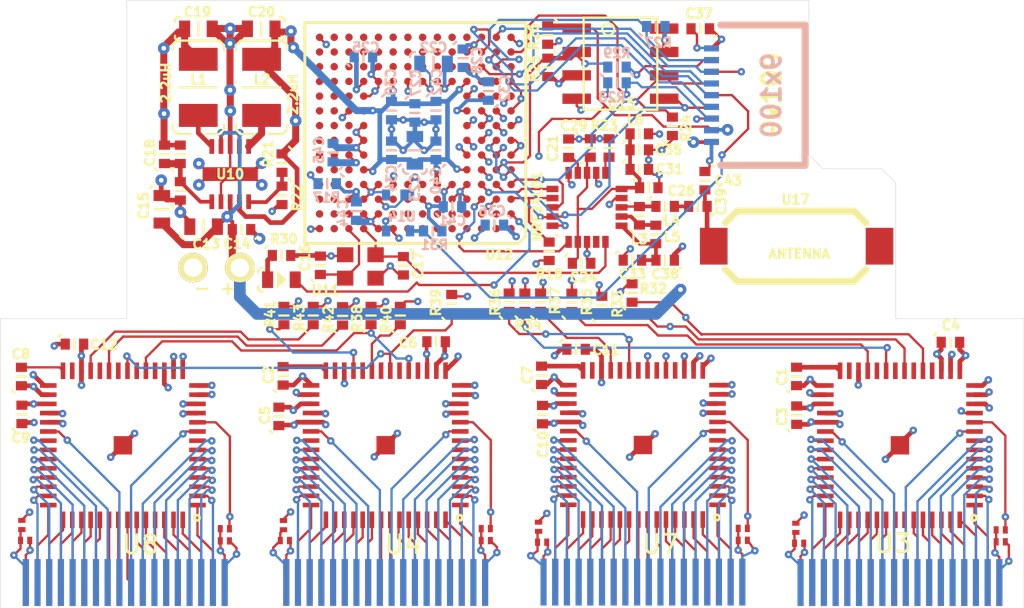
<source format=kicad_pcb>
(kicad_pcb (version 4) (host pcbnew 0.201506030104+5696~23~ubuntu14.04.1-product)
  (layers (0 Front signal) (1 Inner5.ground.sigs mixed) (2 Inner4.VDD mixed) (3 Inner3.VCC.sigs mixed) (4 Inner2.ground power) (31 Back signal) (34 B.Paste user) (35 F.Paste user) (36 B.SilkS user) (37 F.SilkS user) (38 B.Mask user) (39 F.Mask user) (44 Edge.Cuts user))
  (net 0 "")
  (net 1 "Net-(C1-Pad2)")
  (net 2 GND)
  (net 3 "Net-(C2-Pad2)")
  (net 4 VDD)
  (net 5 "Net-(C7-Pad2)")
  (net 6 "Net-(C8-Pad2)")
  (net 7 +BATT)
  (net 8 "Net-(C16-Pad1)")
  (net 9 /XTAL)
  (net 10 "Net-(C18-Pad1)")
  (net 11 VCC)
  (net 12 "Net-(C21-Pad2)")
  (net 13 "Net-(C24-Pad1)")
  (net 14 "Net-(C33-Pad2)")
  (net 15 "Net-(C39-Pad2)")
  (net 16 "Net-(C39-Pad1)")
  (net 17 "Net-(D1-Pad1)")
  (net 18 /PF4)
  (net 19 "Net-(L1-Pad2)")
  (net 20 "Net-(L2-Pad2)")
  (net 21 "Net-(L3-Pad2)")
  (net 22 "Net-(L3-Pad1)")
  (net 23 "Net-(R1-Pad1)")
  (net 24 "Net-(R1-Pad2)")
  (net 25 "Net-(R2-Pad1)")
  (net 26 "Net-(R2-Pad2)")
  (net 27 "Net-(R5-Pad1)")
  (net 28 "Net-(R6-Pad1)")
  (net 29 "Net-(R15-Pad2)")
  (net 30 "Net-(R11-Pad2)")
  (net 31 "Net-(R10-Pad1)")
  (net 32 "Net-(R10-Pad2)")
  (net 33 "Net-(R13-Pad1)")
  (net 34 "Net-(R14-Pad1)")
  (net 35 "Net-(R17-Pad2)")
  (net 36 /SCK)
  (net 37 "Net-(R21-Pad2)")
  (net 38 "Net-(R23-Pad2)")
  (net 39 /MISO)
  (net 40 /PF2)
  (net 41 /~EMU)
  (net 42 /~trst)
  (net 43 "Net-(R29-Pad2)")
  (net 44 /MR)
  (net 45 /A_IN8)
  (net 46 /A_IN9)
  (net 47 /A_IN10)
  (net 48 /A_IN11)
  (net 49 /A_IN12)
  (net 50 /A_IN13)
  (net 51 /A_IN14)
  (net 52 /A_IN15)
  (net 53 /A_IN16)
  (net 54 /A_IN17)
  (net 55 /A_IN18)
  (net 56 /A_IN19)
  (net 57 /A_IN20)
  (net 58 /A_IN21)
  (net 59 /A_IN22)
  (net 60 /A_IN23)
  (net 61 /A_IN7)
  (net 62 /A_IN6)
  (net 63 /A_IN5)
  (net 64 /A_IN4)
  (net 65 /A_IN3)
  (net 66 /A_IN2)
  (net 67 /A_IN1)
  (net 68 /A_IN0)
  (net 69 /A_IN31)
  (net 70 /A_IN30)
  (net 71 /A_IN29)
  (net 72 /A_IN28)
  (net 73 /A_IN27)
  (net 74 /A_IN26)
  (net 75 /A_IN25)
  (net 76 /A_IN24)
  (net 77 /C_IN8)
  (net 78 /C_IN9)
  (net 79 /C_IN10)
  (net 80 /C_IN11)
  (net 81 /C_IN12)
  (net 82 /C_IN13)
  (net 83 /C_IN14)
  (net 84 /C_IN15)
  (net 85 /C_IN16)
  (net 86 /C_IN17)
  (net 87 /C_IN18)
  (net 88 /C_IN19)
  (net 89 /C_IN20)
  (net 90 /C_IN21)
  (net 91 /C_IN22)
  (net 92 /C_IN23)
  (net 93 /C_IN7)
  (net 94 /C_IN6)
  (net 95 /C_IN5)
  (net 96 /C_IN4)
  (net 97 /C_IN3)
  (net 98 /C_IN2)
  (net 99 /C_IN1)
  (net 100 /C_IN0)
  (net 101 /C_IN31)
  (net 102 /C_IN30)
  (net 103 /C_IN29)
  (net 104 /C_IN28)
  (net 105 /C_IN27)
  (net 106 /C_IN26)
  (net 107 /C_IN25)
  (net 108 /C_IN24)
  (net 109 "Net-(U3-Pad18)")
  (net 110 /FSync0)
  (net 111 "Net-(U3-Pad20)")
  (net 112 /SCLK0)
  (net 113 "Net-(U3-Pad22)")
  (net 114 /DT0PRI)
  (net 115 "Net-(U3-Pad24)")
  (net 116 /DR0PRI)
  (net 117 "Net-(U3-Pad27)")
  (net 118 "Net-(U4-Pad18)")
  (net 119 /FSync1)
  (net 120 "Net-(U4-Pad20)")
  (net 121 /SCLK1)
  (net 122 "Net-(U4-Pad22)")
  (net 123 /DT1PRI)
  (net 124 "Net-(U4-Pad24)")
  (net 125 /DR1PRI)
  (net 126 "Net-(U4-Pad27)")
  (net 127 /B_IN8)
  (net 128 /B_IN9)
  (net 129 /B_IN10)
  (net 130 /B_IN11)
  (net 131 /B_IN12)
  (net 132 /B_IN13)
  (net 133 /B_IN14)
  (net 134 /B_IN15)
  (net 135 /B_IN16)
  (net 136 /B_IN17)
  (net 137 /B_IN18)
  (net 138 /B_IN19)
  (net 139 /B_IN20)
  (net 140 /B_IN21)
  (net 141 /B_IN22)
  (net 142 /B_IN23)
  (net 143 /B_IN7)
  (net 144 /B_IN6)
  (net 145 /B_IN5)
  (net 146 /B_IN4)
  (net 147 /B_IN3)
  (net 148 /B_IN2)
  (net 149 /B_IN1)
  (net 150 /B_IN0)
  (net 151 /B_IN31)
  (net 152 /B_IN30)
  (net 153 /B_IN29)
  (net 154 /B_IN28)
  (net 155 /B_IN27)
  (net 156 /B_IN26)
  (net 157 /B_IN25)
  (net 158 /B_IN24)
  (net 159 /D_IN8)
  (net 160 /D_IN9)
  (net 161 /D_IN10)
  (net 162 /D_IN11)
  (net 163 /D_IN12)
  (net 164 /D_IN13)
  (net 165 /D_IN14)
  (net 166 /D_IN15)
  (net 167 /D_IN16)
  (net 168 /D_IN17)
  (net 169 /D_IN18)
  (net 170 /D_IN19)
  (net 171 /D_IN20)
  (net 172 /D_IN21)
  (net 173 /D_IN22)
  (net 174 /D_IN23)
  (net 175 /D_IN7)
  (net 176 /D_IN6)
  (net 177 /D_IN5)
  (net 178 /D_IN4)
  (net 179 /D_IN3)
  (net 180 /D_IN2)
  (net 181 /D_IN1)
  (net 182 /D_IN0)
  (net 183 /D_IN31)
  (net 184 /D_IN30)
  (net 185 /D_IN29)
  (net 186 /D_IN28)
  (net 187 /D_IN27)
  (net 188 /D_IN26)
  (net 189 /D_IN25)
  (net 190 /D_IN24)
  (net 191 "Net-(U7-Pad18)")
  (net 192 "Net-(U7-Pad20)")
  (net 193 "Net-(U7-Pad22)")
  (net 194 /DT0SEC)
  (net 195 "Net-(U7-Pad24)")
  (net 196 /DR0SEC)
  (net 197 "Net-(U7-Pad27)")
  (net 198 "Net-(U8-Pad18)")
  (net 199 "Net-(U8-Pad20)")
  (net 200 "Net-(U8-Pad22)")
  (net 201 /DT1SEC)
  (net 202 "Net-(U8-Pad24)")
  (net 203 /DR1SEC)
  (net 204 "Net-(U8-Pad27)")
  (net 205 /PF8)
  (net 206 /PF9)
  (net 207 /PF10)
  (net 208 /PF11)
  (net 209 /PF14)
  (net 210 "Net-(U12-PadA7)")
  (net 211 "Net-(U12-PadA8)")
  (net 212 "Net-(U12-PadA13)")
  (net 213 /PF5)
  (net 214 /PF6)
  (net 215 /PF7)
  (net 216 /PF12)
  (net 217 /PF13)
  (net 218 "Net-(U12-PadB7)")
  (net 219 "Net-(U12-PadB8)")
  (net 220 "Net-(U12-PadB12)")
  (net 221 "Net-(U12-PadB13)")
  (net 222 "Net-(U12-PadB14)")
  (net 223 /PF1)
  (net 224 /PF3)
  (net 225 /PF15)
  (net 226 "Net-(U12-PadC8)")
  (net 227 "Net-(U12-PadC9)")
  (net 228 /RESET)
  (net 229 "Net-(U12-PadC13)")
  (net 230 "Net-(U12-PadC14)")
  (net 231 /PF0)
  (net 232 /MOSI)
  (net 233 "Net-(U12-PadD12)")
  (net 234 "Net-(U12-PadD13)")
  (net 235 "Net-(U12-PadE12)")
  (net 236 "Net-(U12-PadE13)")
  (net 237 "Net-(U12-PadE14)")
  (net 238 "Net-(U12-PadF13)")
  (net 239 "Net-(U12-PadF14)")
  (net 240 "Net-(U12-PadG12)")
  (net 241 "Net-(U12-PadG13)")
  (net 242 "Net-(U12-PadG14)")
  (net 243 "Net-(U12-PadH12)")
  (net 244 "Net-(U12-PadH13)")
  (net 245 "Net-(U12-PadH14)")
  (net 246 "Net-(U12-PadJ13)")
  (net 247 "Net-(U12-PadJ14)")
  (net 248 "Net-(U12-PadK2)")
  (net 249 /TX)
  (net 250 "Net-(U12-PadK12)")
  (net 251 "Net-(U12-PadK13)")
  (net 252 "Net-(U12-PadK14)")
  (net 253 "Net-(U12-PadL2)")
  (net 254 /RX)
  (net 255 "Net-(U12-PadL12)")
  (net 256 "Net-(U12-PadL13)")
  (net 257 "Net-(U12-PadL14)")
  (net 258 "Net-(U12-PadM1)")
  (net 259 /TDI)
  (net 260 "Net-(U12-PadM5)")
  (net 261 "Net-(U12-PadM6)")
  (net 262 "Net-(U12-PadM7)")
  (net 263 "Net-(U12-PadM8)")
  (net 264 "Net-(U12-PadM9)")
  (net 265 "Net-(U12-PadM11)")
  (net 266 "Net-(U12-PadM12)")
  (net 267 "Net-(U12-PadM13)")
  (net 268 "Net-(U12-PadM14)")
  (net 269 /TMS)
  (net 270 /TDO)
  (net 271 "Net-(U12-PadN5)")
  (net 272 "Net-(U12-PadN6)")
  (net 273 "Net-(U12-PadN7)")
  (net 274 "Net-(U12-PadN8)")
  (net 275 "Net-(U12-PadN9)")
  (net 276 "Net-(U12-PadN10)")
  (net 277 "Net-(U12-PadN11)")
  (net 278 "Net-(U12-PadN12)")
  (net 279 "Net-(U12-PadN13)")
  (net 280 "Net-(U12-PadN14)")
  (net 281 /TCK)
  (net 282 "Net-(U12-PadP4)")
  (net 283 "Net-(U12-PadP5)")
  (net 284 "Net-(U12-PadP6)")
  (net 285 "Net-(U12-PadP7)")
  (net 286 "Net-(U12-PadP8)")
  (net 287 "Net-(U12-PadP9)")
  (net 288 "Net-(U12-PadP10)")
  (net 289 "Net-(U12-PadP11)")
  (net 290 "Net-(U12-PadP12)")
  (net 291 "Net-(U12-PadP13)")
  (net 292 "Net-(U13-Pad9)")
  (net 293 "Net-(U17-Pad2)")
  (net 294 /FSync0_out)
  (net 295 /SCLK0_out)
  (net 296 /DT0PRI_out)
  (net 297 /DR0PRI_out)
  (net 298 /DT0SEC_out)
  (net 299 /FSync1_out)
  (net 300 /SCLK1_out)
  (net 301 /DT1PRI_out)
  (net 302 /DR1PRI_out)
  (net 303 /DT1SEC_out)
  (net 304 /DR1SEC_out)
  (net 305 /DR0SEC_out)
  (module headstage2_library:0402 (layer Front) (at 157.33776 99.82962 90)
    (fp_text reference C1 (at 0 -0.7874 90) (layer F.SilkS) (effects (font (size 0.508 0.508) (thickness 0.127))))
    (fp_text value 10nF hide)
    (pad 2 smd rect (at 0.50038 0 90) (size 0.50038 0.59944) (layers Front F.Paste F.Mask) (net 1 "Net-(C1-Pad2)"))
    (pad 1 smd rect (at -0.50038 0 90) (size 0.50038 0.59944) (layers Front F.Paste F.Mask) (net 2 GND))
  )
  (module headstage2_library:0402 (layer Front) (at 129.45872 99.7966 90)
    (fp_text reference C2 (at 0.06096 -0.79248 90) (layer F.SilkS) (effects (font (size 0.508 0.508) (thickness 0.127))))
    (fp_text value 10nF hide)
    (pad 2 smd rect (at 0.50038 0 90) (size 0.50038 0.59944) (layers Front F.Paste F.Mask) (net 3 "Net-(C2-Pad2)"))
    (pad 1 smd rect (at -0.50038 0 90) (size 0.50038 0.59944) (layers Front F.Paste F.Mask) (net 2 GND))
  )
  (module headstage2_library:0402 (layer Front) (at 157.34538 101.93274 90)
    (fp_text reference C3 (at -0.0889 -0.7874 90) (layer F.SilkS) (effects (font (size 0.508 0.508) (thickness 0.127))))
    (fp_text value 100nF hide)
    (pad 2 smd rect (at 0.50038 0 90) (size 0.50038 0.59944) (layers Front F.Paste F.Mask) (net 4 VDD))
    (pad 1 smd rect (at -0.50038 0 90) (size 0.50038 0.59944) (layers Front F.Paste F.Mask) (net 2 GND))
  )
  (module headstage2_library:0402 (layer Front) (at 165.69436 97.97288)
    (fp_text reference C4 (at 0.0254 -0.9144) (layer F.SilkS) (effects (font (size 0.508 0.508) (thickness 0.127))))
    (fp_text value 100nF hide)
    (pad 2 smd rect (at 0.50038 0) (size 0.50038 0.59944) (layers Front F.Paste F.Mask) (net 4 VDD))
    (pad 1 smd rect (at -0.50038 0) (size 0.50038 0.59944) (layers Front F.Paste F.Mask) (net 2 GND))
  )
  (module headstage2_library:0402 (layer Front) (at 129.22758 102.00132 90)
    (fp_text reference C5 (at 0.06096 -0.74676 90) (layer F.SilkS) (effects (font (size 0.508 0.508) (thickness 0.127))))
    (fp_text value 100nF hide)
    (pad 2 smd rect (at 0.50038 0 90) (size 0.50038 0.59944) (layers Front F.Paste F.Mask) (net 4 VDD))
    (pad 1 smd rect (at -0.50038 0 90) (size 0.50038 0.59944) (layers Front F.Paste F.Mask) (net 2 GND))
  )
  (module headstage2_library:0402 (layer Front) (at 137.76706 97.9424)
    (fp_text reference C6 (at -1.51892 0.06604) (layer F.SilkS) (effects (font (size 0.508 0.508) (thickness 0.127))))
    (fp_text value 100nF hide)
    (pad 2 smd rect (at 0.50038 0) (size 0.50038 0.59944) (layers Front F.Paste F.Mask) (net 4 VDD))
    (pad 1 smd rect (at -0.50038 0) (size 0.50038 0.59944) (layers Front F.Paste F.Mask) (net 2 GND))
  )
  (module headstage2_library:0402 (layer Front) (at 143.49222 99.76866 90)
    (fp_text reference C7 (at 0.01524 -0.77216 90) (layer F.SilkS) (effects (font (size 0.508 0.508) (thickness 0.127))))
    (fp_text value 10nF hide)
    (pad 2 smd rect (at 0.50038 0 90) (size 0.50038 0.59944) (layers Front F.Paste F.Mask) (net 5 "Net-(C7-Pad2)"))
    (pad 1 smd rect (at -0.50038 0 90) (size 0.50038 0.59944) (layers Front F.Paste F.Mask) (net 2 GND))
  )
  (module headstage2_library:0402 (layer Front) (at 115.24996 99.8347 90)
    (fp_text reference C8 (at 1.21666 -0.0254 180) (layer F.SilkS) (effects (font (size 0.508 0.508) (thickness 0.127))))
    (fp_text value 10nF hide)
    (pad 2 smd rect (at 0.50038 0 90) (size 0.50038 0.59944) (layers Front F.Paste F.Mask) (net 6 "Net-(C8-Pad2)"))
    (pad 1 smd rect (at -0.50038 0 90) (size 0.50038 0.59944) (layers Front F.Paste F.Mask) (net 2 GND))
  )
  (module headstage2_library:0402 (layer Front) (at 115.27536 101.8921 90)
    (fp_text reference C9 (at -1.27508 -0.05842 180) (layer F.SilkS) (effects (font (size 0.508 0.508) (thickness 0.127))))
    (fp_text value 100nF hide)
    (pad 2 smd rect (at 0.50038 0 90) (size 0.50038 0.59944) (layers Front F.Paste F.Mask) (net 4 VDD))
    (pad 1 smd rect (at -0.50038 0 90) (size 0.50038 0.59944) (layers Front F.Paste F.Mask) (net 2 GND))
  )
  (module headstage2_library:0402 (layer Front) (at 143.54302 101.9048 90)
    (fp_text reference C10 (at -1.63576 0.03556 90) (layer F.SilkS) (effects (font (size 0.508 0.508) (thickness 0.127))))
    (fp_text value 100nF hide)
    (pad 2 smd rect (at 0.50038 0 90) (size 0.50038 0.59944) (layers Front F.Paste F.Mask) (net 4 VDD))
    (pad 1 smd rect (at -0.50038 0 90) (size 0.50038 0.59944) (layers Front F.Paste F.Mask) (net 2 GND))
  )
  (module headstage2_library:0402 (layer Front) (at 145.36674 98.35134)
    (fp_text reference C11 (at 1.63068 0.04572) (layer F.SilkS) (effects (font (size 0.508 0.508) (thickness 0.127))))
    (fp_text value 100nF hide)
    (pad 2 smd rect (at 0.50038 0) (size 0.50038 0.59944) (layers Front F.Paste F.Mask) (net 4 VDD))
    (pad 1 smd rect (at -0.50038 0) (size 0.50038 0.59944) (layers Front F.Paste F.Mask) (net 2 GND))
  )
  (module headstage2_library:0402 (layer Front) (at 118.13032 98.07194)
    (fp_text reference C12 (at 1.6002 0.03556) (layer F.SilkS) (effects (font (size 0.508 0.508) (thickness 0.127))))
    (fp_text value 100nF hide)
    (pad 2 smd rect (at 0.50038 0) (size 0.50038 0.59944) (layers Front F.Paste F.Mask) (net 4 VDD))
    (pad 1 smd rect (at -0.50038 0) (size 0.50038 0.59944) (layers Front F.Paste F.Mask) (net 2 GND))
  )
  (module headstage2_library:0402 (layer Front) (at 131.4831 93.7895 90)
    (fp_text reference C16 (at 0.4064 -0.8382 90) (layer F.SilkS) (effects (font (size 0.508 0.508) (thickness 0.127))))
    (fp_text value 7pF hide)
    (pad 2 smd rect (at 0.50038 0 90) (size 0.50038 0.59944) (layers Front F.Paste F.Mask) (net 2 GND))
    (pad 1 smd rect (at -0.50038 0 90) (size 0.50038 0.59944) (layers Front F.Paste F.Mask) (net 8 "Net-(C16-Pad1)"))
  )
  (module headstage2_library:0402 (layer Front) (at 135.9916 93.8149 270)
    (fp_text reference C17 (at -0.0381 -0.8001 270) (layer F.SilkS) (effects (font (size 0.508 0.508) (thickness 0.127))))
    (fp_text value 4.7pF hide)
    (pad 2 smd rect (at 0.50038 0 270) (size 0.50038 0.59944) (layers Front F.Paste F.Mask) (net 2 GND))
    (pad 1 smd rect (at -0.50038 0 270) (size 0.50038 0.59944) (layers Front F.Paste F.Mask) (net 9 /XTAL))
  )
  (module headstage2_library:0402 (layer Front) (at 123.01982 87.75954 90)
    (fp_text reference C18 (at 0.0762 -0.78232 90) (layer F.SilkS) (effects (font (size 0.508 0.508) (thickness 0.127))))
    (fp_text value 33pF hide)
    (pad 2 smd rect (at 0.50038 0 90) (size 0.50038 0.59944) (layers Front F.Paste F.Mask) (net 4 VDD))
    (pad 1 smd rect (at -0.50038 0 90) (size 0.50038 0.59944) (layers Front F.Paste F.Mask) (net 10 "Net-(C18-Pad1)"))
  )
  (module headstage2_library:0603 (layer Front) (at 124.86132 80.93964)
    (fp_text reference C19 (at -0.0508 -0.90932) (layer F.SilkS) (effects (font (size 0.508 0.508) (thickness 0.127))))
    (fp_text value 10uF hide)
    (pad 1 smd rect (at -0.7493 0) (size 0.59944 0.89916) (layers Front F.Paste F.Mask) (net 4 VDD))
    (pad 2 smd rect (at 0.7493 0) (size 0.59944 0.89916) (layers Front F.Paste F.Mask) (net 2 GND))
  )
  (module headstage2_library:0603 (layer Front) (at 128.27 80.93964 180)
    (fp_text reference C20 (at -0.02032 0.91948 180) (layer F.SilkS) (effects (font (size 0.508 0.508) (thickness 0.127))))
    (fp_text value 10uF hide)
    (pad 1 smd rect (at -0.7493 0 180) (size 0.59944 0.89916) (layers Front F.Paste F.Mask) (net 11 VCC))
    (pad 2 smd rect (at 0.7493 0 180) (size 0.59944 0.89916) (layers Front F.Paste F.Mask) (net 2 GND))
  )
  (module headstage2_library:0402 (layer Front) (at 144.96288 87.4268 270)
    (fp_text reference C21 (at 0 0.8636 270) (layer F.SilkS) (effects (font (size 0.508 0.508) (thickness 0.127))))
    (fp_text value 47nF hide)
    (pad 2 smd rect (at 0.50038 0 270) (size 0.50038 0.59944) (layers Front F.Paste F.Mask) (net 12 "Net-(C21-Pad2)"))
    (pad 1 smd rect (at -0.50038 0 270) (size 0.50038 0.59944) (layers Front F.Paste F.Mask) (net 2 GND))
  )
  (module headstage2_library:0603 (layer Back) (at 137.62736 82.84464)
    (fp_text reference C22 (at 0 -0.889) (layer B.SilkS) (effects (font (size 0.508 0.508) (thickness 0.127)) (justify mirror)))
    (fp_text value 10uF hide)
    (pad 1 smd rect (at -0.7493 0) (size 0.59944 0.89916) (layers Back B.Paste B.Mask) (net 4 VDD))
    (pad 2 smd rect (at 0.7493 0) (size 0.59944 0.89916) (layers Back B.Paste B.Mask) (net 2 GND))
  )
  (module headstage2_library:0603 (layer Back) (at 136.6139 87.5411 90)
    (fp_text reference C23 (at -2.032 0 90) (layer B.SilkS) (effects (font (size 0.508 0.508) (thickness 0.127)) (justify mirror)))
    (fp_text value 10uF hide)
    (pad 1 smd rect (at -0.7493 0 90) (size 0.59944 0.89916) (layers Back B.Paste B.Mask) (net 11 VCC))
    (pad 2 smd rect (at 0.7493 0 90) (size 0.59944 0.89916) (layers Back B.Paste B.Mask) (net 2 GND))
  )
  (module headstage2_library:0402 (layer Front) (at 145.66392 93.67774)
    (fp_text reference C24 (at 0.1016 0.762) (layer F.SilkS) (effects (font (size 0.508 0.508) (thickness 0.127))))
    (fp_text value 1nF hide)
    (pad 2 smd rect (at 0.50038 0) (size 0.50038 0.59944) (layers Front F.Paste F.Mask) (net 2 GND))
    (pad 1 smd rect (at -0.50038 0) (size 0.50038 0.59944) (layers Front F.Paste F.Mask) (net 13 "Net-(C24-Pad1)"))
  )
  (module headstage2_library:0402 (layer Back) (at 133.8199 82.4611)
    (fp_text reference C25 (at 0.127 -0.508) (layer B.SilkS) (effects (font (size 0.508 0.508) (thickness 0.127)) (justify mirror)))
    (fp_text value 0.1uF hide)
    (pad 2 smd rect (at 0.50038 0) (size 0.50038 0.59944) (layers Back B.Paste B.Mask) (net 2 GND))
    (pad 1 smd rect (at -0.50038 0) (size 0.50038 0.59944) (layers Back B.Paste B.Mask) (net 4 VDD))
  )
  (module headstage2_library:0402 (layer Front) (at 149.3139 89.5731)
    (fp_text reference C26 (at 1.77038 0.17018) (layer F.SilkS) (effects (font (size 0.508 0.508) (thickness 0.127))))
    (fp_text value 1nF hide)
    (pad 2 smd rect (at 0.50038 0) (size 0.50038 0.59944) (layers Front F.Paste F.Mask) (net 2 GND))
    (pad 1 smd rect (at -0.50038 0) (size 0.50038 0.59944) (layers Front F.Paste F.Mask) (net 13 "Net-(C24-Pad1)"))
  )
  (module headstage2_library:0402 (layer Back) (at 136.6139 85.5091 270)
    (fp_text reference C27 (at -1.63068 -0.05588 270) (layer B.SilkS) (effects (font (size 0.508 0.508) (thickness 0.127)) (justify mirror)))
    (fp_text value 1uF hide)
    (pad 2 smd rect (at 0.50038 0 270) (size 0.50038 0.59944) (layers Back B.Paste B.Mask) (net 2 GND))
    (pad 1 smd rect (at -0.50038 0 270) (size 0.50038 0.59944) (layers Back B.Paste B.Mask) (net 11 VCC))
  )
  (module headstage2_library:0402 (layer Back) (at 139.2301 82.5373 270)
    (fp_text reference C28 (at 0.127 -0.762 270) (layer B.SilkS) (effects (font (size 0.508 0.508) (thickness 0.127)) (justify mirror)))
    (fp_text value 0.1uF hide)
    (pad 2 smd rect (at 0.50038 0 270) (size 0.50038 0.59944) (layers Back B.Paste B.Mask) (net 2 GND))
    (pad 1 smd rect (at -0.50038 0 270) (size 0.50038 0.59944) (layers Back B.Paste B.Mask) (net 4 VDD))
  )
  (module headstage2_library:0402 (layer Front) (at 146.1389 87.4141 90)
    (fp_text reference C29 (at 1.22174 -0.89154 180) (layer F.SilkS) (effects (font (size 0.508 0.508) (thickness 0.127))))
    (fp_text value 1nF hide)
    (pad 2 smd rect (at 0.50038 0 90) (size 0.50038 0.59944) (layers Front F.Paste F.Mask) (net 2 GND))
    (pad 1 smd rect (at -0.50038 0 90) (size 0.50038 0.59944) (layers Front F.Paste F.Mask) (net 13 "Net-(C24-Pad1)"))
  )
  (module headstage2_library:0402 (layer Back) (at 135.3439 85.3821 270)
    (fp_text reference C30 (at -1.55448 0.03556 270) (layer B.SilkS) (effects (font (size 0.508 0.508) (thickness 0.127)) (justify mirror)))
    (fp_text value 0.1uF hide)
    (pad 2 smd rect (at 0.50038 0 270) (size 0.50038 0.59944) (layers Back B.Paste B.Mask) (net 2 GND))
    (pad 1 smd rect (at -0.50038 0 270) (size 0.50038 0.59944) (layers Back B.Paste B.Mask) (net 11 VCC))
  )
  (module headstage2_library:0402 (layer Front) (at 148.79828 88.57488)
    (fp_text reference C31 (at 1.64592 -0.00508) (layer F.SilkS) (effects (font (size 0.508 0.508) (thickness 0.127))))
    (fp_text value 10nF hide)
    (pad 2 smd rect (at 0.50038 0) (size 0.50038 0.59944) (layers Front F.Paste F.Mask) (net 2 GND))
    (pad 1 smd rect (at -0.50038 0) (size 0.50038 0.59944) (layers Front F.Paste F.Mask) (net 13 "Net-(C24-Pad1)"))
  )
  (module headstage2_library:0402 (layer Back) (at 140.60424 84.31784 90)
    (fp_text reference C32 (at 0.127 0.889 90) (layer B.SilkS) (effects (font (size 0.508 0.508) (thickness 0.127)) (justify mirror)))
    (fp_text value 0.1uF hide)
    (pad 2 smd rect (at 0.50038 0 90) (size 0.50038 0.59944) (layers Back B.Paste B.Mask) (net 2 GND))
    (pad 1 smd rect (at -0.50038 0 90) (size 0.50038 0.59944) (layers Back B.Paste B.Mask) (net 4 VDD))
  )
  (module headstage2_library:0402 (layer Front) (at 148.4249 93.5101)
    (fp_text reference C33 (at 0 0.762) (layer F.SilkS) (effects (font (size 0.508 0.508) (thickness 0.127))))
    (fp_text value 4.7pF hide)
    (pad 2 smd rect (at 0.50038 0) (size 0.50038 0.59944) (layers Front F.Paste F.Mask) (net 14 "Net-(C33-Pad2)"))
    (pad 1 smd rect (at -0.50038 0) (size 0.50038 0.59944) (layers Front F.Paste F.Mask) (net 2 GND))
  )
  (module headstage2_library:0402 (layer Back) (at 135.3439 87.5411 90)
    (fp_text reference C34 (at -1.524 0 90) (layer B.SilkS) (effects (font (size 0.508 0.508) (thickness 0.127)) (justify mirror)))
    (fp_text value 0.1uF hide)
    (pad 2 smd rect (at 0.50038 0 90) (size 0.50038 0.59944) (layers Back B.Paste B.Mask) (net 2 GND))
    (pad 1 smd rect (at -0.50038 0 90) (size 0.50038 0.59944) (layers Back B.Paste B.Mask) (net 11 VCC))
  )
  (module headstage2_library:0402 (layer Front) (at 148.79828 87.51316)
    (fp_text reference C35 (at 1.58496 0.00508) (layer F.SilkS) (effects (font (size 0.508 0.508) (thickness 0.127))))
    (fp_text value 1uF hide)
    (pad 2 smd rect (at 0.50038 0) (size 0.50038 0.59944) (layers Front F.Paste F.Mask) (net 2 GND))
    (pad 1 smd rect (at -0.50038 0) (size 0.50038 0.59944) (layers Front F.Paste F.Mask) (net 13 "Net-(C24-Pad1)"))
  )
  (module headstage2_library:0402 (layer Back) (at 140.9319 91.6051 180)
    (fp_text reference C36 (at 0.127 0.762 180) (layer B.SilkS) (effects (font (size 0.508 0.508) (thickness 0.127)) (justify mirror)))
    (fp_text value 0.1uF hide)
    (pad 2 smd rect (at 0.50038 0 180) (size 0.50038 0.59944) (layers Back B.Paste B.Mask) (net 2 GND))
    (pad 1 smd rect (at -0.50038 0 180) (size 0.50038 0.59944) (layers Back B.Paste B.Mask) (net 4 VDD))
  )
  (module headstage2_library:0402 (layer Front) (at 152.1079 80.9371 180)
    (fp_text reference C37 (at 0.0635 0.8255 360) (layer F.SilkS) (effects (font (size 0.508 0.508) (thickness 0.127))))
    (fp_text value 1uF hide)
    (pad 2 smd rect (at 0.50038 0 180) (size 0.50038 0.59944) (layers Front F.Paste F.Mask) (net 2 GND))
    (pad 1 smd rect (at -0.50038 0 180) (size 0.50038 0.59944) (layers Front F.Paste F.Mask) (net 7 +BATT))
  )
  (module headstage2_library:0402 (layer Front) (at 150.2029 93.5101 180)
    (fp_text reference C38 (at 0 -0.762 180) (layer F.SilkS) (effects (font (size 0.508 0.508) (thickness 0.127))))
    (fp_text value 2.2nF hide)
    (pad 2 smd rect (at 0.50038 0 180) (size 0.50038 0.59944) (layers Front F.Paste F.Mask) (net 14 "Net-(C33-Pad2)"))
    (pad 1 smd rect (at -0.50038 0 180) (size 0.50038 0.59944) (layers Front F.Paste F.Mask) (net 2 GND))
  )
  (module headstage2_library:0402 (layer Front) (at 151.9809 90.5891 180)
    (fp_text reference C39 (at -1.27 0.254 270) (layer F.SilkS) (effects (font (size 0.508 0.508) (thickness 0.127))))
    (fp_text value 1.5pF hide)
    (pad 2 smd rect (at 0.50038 0 180) (size 0.50038 0.59944) (layers Front F.Paste F.Mask) (net 15 "Net-(C39-Pad2)"))
    (pad 1 smd rect (at -0.50038 0 180) (size 0.50038 0.59944) (layers Front F.Paste F.Mask) (net 16 "Net-(C39-Pad1)"))
  )
  (module headstage2_library:0402 (layer Back) (at 137.7569 87.5411 90)
    (fp_text reference C40 (at -1.651 0 90) (layer B.SilkS) (effects (font (size 0.508 0.508) (thickness 0.127)) (justify mirror)))
    (fp_text value 0.1uF hide)
    (pad 2 smd rect (at 0.50038 0 90) (size 0.50038 0.59944) (layers Back B.Paste B.Mask) (net 2 GND))
    (pad 1 smd rect (at -0.50038 0 90) (size 0.50038 0.59944) (layers Back B.Paste B.Mask) (net 11 VCC))
  )
  (module headstage2_library:0402 (layer Back) (at 138.65352 90.6018)
    (fp_text reference C41 (at 0 0.762) (layer B.SilkS) (effects (font (size 0.508 0.508) (thickness 0.127)) (justify mirror)))
    (fp_text value 0.1uF hide)
    (pad 2 smd rect (at 0.50038 0) (size 0.50038 0.59944) (layers Back B.Paste B.Mask) (net 2 GND))
    (pad 1 smd rect (at -0.50038 0) (size 0.50038 0.59944) (layers Back B.Paste B.Mask) (net 4 VDD))
  )
  (module headstage2_library:0402 (layer Back) (at 137.7569 85.3821 270)
    (fp_text reference C42 (at -1.56464 -0.03556 270) (layer B.SilkS) (effects (font (size 0.508 0.508) (thickness 0.127)) (justify mirror)))
    (fp_text value 10nF hide)
    (pad 2 smd rect (at 0.50038 0 270) (size 0.50038 0.59944) (layers Back B.Paste B.Mask) (net 2 GND))
    (pad 1 smd rect (at -0.50038 0 270) (size 0.50038 0.59944) (layers Back B.Paste B.Mask) (net 11 VCC))
  )
  (module headstage2_library:0402 (layer Front) (at 152.3619 89.1921 270)
    (fp_text reference C43 (at 0 -1.27 540) (layer F.SilkS) (effects (font (size 0.508 0.508) (thickness 0.127))))
    (fp_text value 1pF hide)
    (pad 2 smd rect (at 0.50038 0 270) (size 0.50038 0.59944) (layers Front F.Paste F.Mask) (net 16 "Net-(C39-Pad1)"))
    (pad 1 smd rect (at -0.50038 0 270) (size 0.50038 0.59944) (layers Front F.Paste F.Mask) (net 2 GND))
  )
  (module headstage2_library:0402 (layer Back) (at 133.4389 90.8431 270)
    (fp_text reference C44 (at 0.12446 0.72898 270) (layer B.SilkS) (effects (font (size 0.508 0.508) (thickness 0.127)) (justify mirror)))
    (fp_text value 0.1uF hide)
    (pad 2 smd rect (at 0.50038 0 270) (size 0.50038 0.59944) (layers Back B.Paste B.Mask) (net 2 GND))
    (pad 1 smd rect (at -0.50038 0 270) (size 0.50038 0.59944) (layers Back B.Paste B.Mask) (net 4 VDD))
  )
  (module headstage2_library:0402 (layer Back) (at 132.1689 87.6681 90)
    (fp_text reference C45 (at 0.127 -0.762 90) (layer B.SilkS) (effects (font (size 0.508 0.508) (thickness 0.127)) (justify mirror)))
    (fp_text value 0.1uF hide)
    (pad 2 smd rect (at 0.50038 0 90) (size 0.50038 0.59944) (layers Back B.Paste B.Mask) (net 2 GND))
    (pad 1 smd rect (at -0.50038 0 90) (size 0.50038 0.59944) (layers Back B.Paste B.Mask) (net 4 VDD))
  )
  (module headstage2_library:D0603 (layer Front) (at 129.36728 94.57436)
    (fp_text reference D1 hide)
    (fp_text value LED hide)
    (pad 1 smd rect (at -0.75 0) (size 0.6 0.9) (layers Front F.Paste F.Mask) (net 17 "Net-(D1-Pad1)"))
    (pad 2 smd rect (at 0.75 0) (size 0.6 0.9) (layers Front F.Paste F.Mask) (net 18 /PF4))
  )
  (module headstage2_library:1210 (layer Front) (at 124.8537 84.11972 270)
    (fp_text reference L1 (at -0.43688 -0.02286 360) (layer F.SilkS) (effects (font (size 0.508 0.508) (thickness 0.127))))
    (fp_text value 2.2uH (at -0.2413 1.7526 270) (layer F.SilkS) (effects (font (size 0.508 0.508) (thickness 0.127))))
    (pad 1 smd rect (at -1.524 0 270) (size 1.24968 2.10058) (layers Front F.Paste F.Mask) (net 4 VDD))
    (pad 2 smd rect (at 1.524 0 270) (size 1.24968 2.10058) (layers Front F.Paste F.Mask) (net 19 "Net-(L1-Pad2)"))
  )
  (module headstage2_library:1210 (layer Front) (at 128.29032 84.11972 270)
    (fp_text reference L2 (at -0.43688 -0.02286 360) (layer F.SilkS) (effects (font (size 0.508 0.508) (thickness 0.127))))
    (fp_text value 2.2uH (at 0.38608 -1.70688 270) (layer F.SilkS) (effects (font (size 0.508 0.508) (thickness 0.127))))
    (pad 1 smd rect (at -1.524 0 270) (size 1.24968 2.10058) (layers Front F.Paste F.Mask) (net 11 VCC))
    (pad 2 smd rect (at 1.524 0 270) (size 1.24968 2.10058) (layers Front F.Paste F.Mask) (net 20 "Net-(L2-Pad2)"))
  )
  (module headstage2_library:0402 (layer Front) (at 148.8059 91.0971 90)
    (fp_text reference L3 (at -1.27 0 180) (layer F.SilkS) (effects (font (size 0.508 0.508) (thickness 0.127))))
    (fp_text value 8.2nH hide)
    (pad 2 smd rect (at 0.50038 0 90) (size 0.50038 0.59944) (layers Front F.Paste F.Mask) (net 21 "Net-(L3-Pad2)"))
    (pad 1 smd rect (at -0.50038 0 90) (size 0.50038 0.59944) (layers Front F.Paste F.Mask) (net 22 "Net-(L3-Pad1)"))
  )
  (module headstage2_library:0402 (layer Front) (at 150.2029 90.5891)
    (fp_text reference L4 (at 0.381 0.762) (layer F.SilkS) (effects (font (size 0.508 0.508) (thickness 0.127))))
    (fp_text value 3.9nH hide)
    (pad 2 smd rect (at 0.50038 0) (size 0.50038 0.59944) (layers Front F.Paste F.Mask) (net 15 "Net-(C39-Pad2)"))
    (pad 1 smd rect (at -0.50038 0) (size 0.50038 0.59944) (layers Front F.Paste F.Mask) (net 21 "Net-(L3-Pad2)"))
  )
  (module headstage2_library:0402 (layer Front) (at 149.6949 92.1131 270)
    (fp_text reference L5 (at 0.127 -0.889 360) (layer F.SilkS) (effects (font (size 0.508 0.508) (thickness 0.127))))
    (fp_text value 2.7nH hide)
    (pad 2 smd rect (at 0.50038 0 270) (size 0.50038 0.59944) (layers Front F.Paste F.Mask) (net 14 "Net-(C33-Pad2)"))
    (pad 1 smd rect (at -0.50038 0 270) (size 0.50038 0.59944) (layers Front F.Paste F.Mask) (net 22 "Net-(L3-Pad1)"))
  )
  (module headstage2_library:0402 (layer Front) (at 148.79828 86.64448)
    (fp_text reference L6 (at -0.22352 -0.74676) (layer F.SilkS) (effects (font (size 0.508 0.508) (thickness 0.127))))
    (fp_text value Ferrite hide)
    (pad 2 smd rect (at 0.50038 0) (size 0.50038 0.59944) (layers Front F.Paste F.Mask) (net 4 VDD))
    (pad 1 smd rect (at -0.50038 0) (size 0.50038 0.59944) (layers Front F.Paste F.Mask) (net 13 "Net-(C24-Pad1)"))
  )
  (module headstage2_library:0201 (layer Front) (at 168.42486 108.16844 180)
    (fp_text reference R1 hide)
    (fp_text value 0 hide)
    (pad 1 smd rect (at -0.24892 0 180) (size 0.26924 0.39878) (layers Front F.Paste F.Mask) (net 23 "Net-(R1-Pad1)"))
    (pad 2 smd rect (at 0.24892 0 180) (size 0.26924 0.39878) (layers Front F.Paste F.Mask) (net 24 "Net-(R1-Pad2)"))
  )
  (module headstage2_library:0201 (layer Front) (at 140.46454 108.09986 180)
    (fp_text reference R2 hide)
    (fp_text value 0 hide)
    (pad 1 smd rect (at -0.24892 0 180) (size 0.26924 0.39878) (layers Front F.Paste F.Mask) (net 25 "Net-(R2-Pad1)"))
    (pad 2 smd rect (at 0.24892 0 180) (size 0.26924 0.39878) (layers Front F.Paste F.Mask) (net 26 "Net-(R2-Pad2)"))
  )
  (module headstage2_library:0201 (layer Front) (at 168.42486 108.81614 180)
    (fp_text reference R3 hide)
    (fp_text value 0 hide)
    (pad 1 smd rect (at -0.24892 0 180) (size 0.26924 0.39878) (layers Front F.Paste F.Mask) (net 2 GND))
    (pad 2 smd rect (at 0.24892 0 180) (size 0.26924 0.39878) (layers Front F.Paste F.Mask) (net 24 "Net-(R1-Pad2)"))
  )
  (module headstage2_library:0201 (layer Front) (at 140.46454 108.74756 180)
    (fp_text reference R4 hide)
    (fp_text value 0 hide)
    (pad 1 smd rect (at -0.24892 0 180) (size 0.26924 0.39878) (layers Front F.Paste F.Mask) (net 2 GND))
    (pad 2 smd rect (at 0.24892 0 180) (size 0.26924 0.39878) (layers Front F.Paste F.Mask) (net 26 "Net-(R2-Pad2)"))
  )
  (module headstage2_library:0201 (layer Front) (at 157.47746 108.89234)
    (fp_text reference R5 hide)
    (fp_text value 0 hide)
    (pad 1 smd rect (at -0.24892 0) (size 0.26924 0.39878) (layers Front F.Paste F.Mask) (net 27 "Net-(R5-Pad1)"))
    (pad 2 smd rect (at 0.24892 0) (size 0.26924 0.39878) (layers Front F.Paste F.Mask) (net 2 GND))
  )
  (module headstage2_library:0201 (layer Front) (at 129.55524 108.74756)
    (fp_text reference R6 hide)
    (fp_text value 0 hide)
    (pad 1 smd rect (at -0.24892 0) (size 0.26924 0.39878) (layers Front F.Paste F.Mask) (net 28 "Net-(R6-Pad1)"))
    (pad 2 smd rect (at 0.24892 0) (size 0.26924 0.39878) (layers Front F.Paste F.Mask) (net 2 GND))
  )
  (module headstage2_library:0201 (layer Front) (at 157.29966 108.05414 90)
    (fp_text reference R7 hide)
    (fp_text value 0 hide)
    (pad 1 smd rect (at -0.24892 0 90) (size 0.26924 0.39878) (layers Front F.Paste F.Mask) (net 27 "Net-(R5-Pad1)"))
    (pad 2 smd rect (at 0.24892 0 90) (size 0.26924 0.39878) (layers Front F.Paste F.Mask) (net 23 "Net-(R1-Pad1)"))
  )
  (module headstage2_library:0201 (layer Front) (at 129.47904 107.90936 90)
    (fp_text reference R8 hide)
    (fp_text value 0 hide)
    (pad 1 smd rect (at -0.24892 0 90) (size 0.26924 0.39878) (layers Front F.Paste F.Mask) (net 28 "Net-(R6-Pad1)"))
    (pad 2 smd rect (at 0.24892 0 90) (size 0.26924 0.39878) (layers Front F.Paste F.Mask) (net 25 "Net-(R2-Pad1)"))
  )
  (module headstage2_library:0201 (layer Front) (at 154.4193 108.08716 180)
    (fp_text reference R9 hide)
    (fp_text value 0 hide)
    (pad 1 smd rect (at -0.24892 0 180) (size 0.26924 0.39878) (layers Front F.Paste F.Mask) (net 29 "Net-(R15-Pad2)"))
    (pad 2 smd rect (at 0.24892 0 180) (size 0.26924 0.39878) (layers Front F.Paste F.Mask) (net 30 "Net-(R11-Pad2)"))
  )
  (module headstage2_library:0201 (layer Front) (at 126.29642 108.10494 180)
    (fp_text reference R10 hide)
    (fp_text value 0 hide)
    (pad 1 smd rect (at -0.24892 0 180) (size 0.26924 0.39878) (layers Front F.Paste F.Mask) (net 31 "Net-(R10-Pad1)"))
    (pad 2 smd rect (at 0.24892 0 180) (size 0.26924 0.39878) (layers Front F.Paste F.Mask) (net 32 "Net-(R10-Pad2)"))
  )
  (module headstage2_library:0201 (layer Front) (at 154.4193 108.73486 180)
    (fp_text reference R11 hide)
    (fp_text value 0 hide)
    (pad 1 smd rect (at -0.24892 0 180) (size 0.26924 0.39878) (layers Front F.Paste F.Mask) (net 2 GND))
    (pad 2 smd rect (at 0.24892 0 180) (size 0.26924 0.39878) (layers Front F.Paste F.Mask) (net 30 "Net-(R11-Pad2)"))
  )
  (module headstage2_library:0201 (layer Front) (at 126.29642 108.76534 180)
    (fp_text reference R12 hide)
    (fp_text value 0 hide)
    (pad 1 smd rect (at -0.24892 0 180) (size 0.26924 0.39878) (layers Front F.Paste F.Mask) (net 2 GND))
    (pad 2 smd rect (at 0.24892 0 180) (size 0.26924 0.39878) (layers Front F.Paste F.Mask) (net 32 "Net-(R10-Pad2)"))
  )
  (module headstage2_library:0201 (layer Front) (at 143.5227 108.83646)
    (fp_text reference R13 hide)
    (fp_text value 0 hide)
    (pad 1 smd rect (at -0.24892 0) (size 0.26924 0.39878) (layers Front F.Paste F.Mask) (net 33 "Net-(R13-Pad1)"))
    (pad 2 smd rect (at 0.24892 0) (size 0.26924 0.39878) (layers Front F.Paste F.Mask) (net 2 GND))
  )
  (module headstage2_library:0201 (layer Front) (at 115.45062 108.73994)
    (fp_text reference R14 hide)
    (fp_text value 0 hide)
    (pad 1 smd rect (at -0.24892 0) (size 0.26924 0.39878) (layers Front F.Paste F.Mask) (net 34 "Net-(R14-Pad1)"))
    (pad 2 smd rect (at 0.24892 0) (size 0.26924 0.39878) (layers Front F.Paste F.Mask) (net 2 GND))
  )
  (module headstage2_library:0201 (layer Front) (at 143.3322 107.99826 90)
    (fp_text reference R15 hide)
    (fp_text value 0 hide)
    (pad 1 smd rect (at -0.24892 0 90) (size 0.26924 0.39878) (layers Front F.Paste F.Mask) (net 33 "Net-(R13-Pad1)"))
    (pad 2 smd rect (at 0.24892 0 90) (size 0.26924 0.39878) (layers Front F.Paste F.Mask) (net 29 "Net-(R15-Pad2)"))
  )
  (module headstage2_library:0201 (layer Front) (at 115.27282 107.90174 90)
    (fp_text reference R16 hide)
    (fp_text value 0 hide)
    (pad 1 smd rect (at -0.24892 0 90) (size 0.26924 0.39878) (layers Front F.Paste F.Mask) (net 34 "Net-(R14-Pad1)"))
    (pad 2 smd rect (at 0.24892 0 90) (size 0.26924 0.39878) (layers Front F.Paste F.Mask) (net 31 "Net-(R10-Pad1)"))
  )
  (module headstage2_library:0402 (layer Back) (at 131.8514 89.35212 180)
    (fp_text reference R17 (at 0.03048 -0.75692 180) (layer B.SilkS) (effects (font (size 0.508 0.508) (thickness 0.127)) (justify mirror)))
    (fp_text value 22K hide)
    (pad 2 smd rect (at 0.50038 0 180) (size 0.50038 0.59944) (layers Back B.Paste B.Mask) (net 35 "Net-(R17-Pad2)"))
    (pad 1 smd rect (at -0.50038 0 180) (size 0.50038 0.59944) (layers Back B.Paste B.Mask) (net 4 VDD))
  )
  (module headstage2_library:0402 (layer Front) (at 143.9037 93.0275 270)
    (fp_text reference R18 (at 1.2446 0 360) (layer F.SilkS) (effects (font (size 0.508 0.508) (thickness 0.127))))
    (fp_text value 22K hide)
    (pad 2 smd rect (at 0.50038 0 270) (size 0.50038 0.59944) (layers Front F.Paste F.Mask) (net 4 VDD))
    (pad 1 smd rect (at -0.50038 0 270) (size 0.50038 0.59944) (layers Front F.Paste F.Mask) (net 223 /PF1))
  )
  (module headstage2_library:0402 (layer Front) (at 123.87834 89.74582 90)
    (fp_text reference R19 hide)
    (fp_text value 200K hide)
    (pad 2 smd rect (at 0.50038 0 90) (size 0.50038 0.59944) (layers Front F.Paste F.Mask) (net 10 "Net-(C18-Pad1)"))
    (pad 1 smd rect (at -0.50038 0 90) (size 0.50038 0.59944) (layers Front F.Paste F.Mask) (net 2 GND))
  )
  (module headstage2_library:0402 (layer Front) (at 123.87326 87.75954 90)
    (fp_text reference R20 hide)
    (fp_text value 909k hide)
    (pad 2 smd rect (at 0.50038 0 90) (size 0.50038 0.59944) (layers Front F.Paste F.Mask) (net 4 VDD))
    (pad 1 smd rect (at -0.50038 0 90) (size 0.50038 0.59944) (layers Front F.Paste F.Mask) (net 10 "Net-(C18-Pad1)"))
  )
  (module headstage2_library:0402 (layer Front) (at 129.4003 88.23706 270)
    (fp_text reference R21 (at -0.50546 0.7493 270) (layer F.SilkS) (effects (font (size 0.508 0.508) (thickness 0.127))))
    (fp_text value 165K hide)
    (pad 2 smd rect (at 0.50038 0 270) (size 0.50038 0.59944) (layers Front F.Paste F.Mask) (net 37 "Net-(R21-Pad2)"))
    (pad 1 smd rect (at -0.50038 0 270) (size 0.50038 0.59944) (layers Front F.Paste F.Mask) (net 11 VCC))
  )
  (module headstage2_library:0402 (layer Front) (at 129.4003 89.98966 270)
    (fp_text reference R22 (at 0.11684 -0.82804 270) (layer F.SilkS) (effects (font (size 0.508 0.508) (thickness 0.127))))
    (fp_text value 270K hide)
    (pad 2 smd rect (at 0.50038 0 270) (size 0.50038 0.59944) (layers Front F.Paste F.Mask) (net 2 GND))
    (pad 1 smd rect (at -0.50038 0 270) (size 0.50038 0.59944) (layers Front F.Paste F.Mask) (net 37 "Net-(R21-Pad2)"))
  )
  (module headstage2_library:0402 (layer Front) (at 147.1549 87.4141 270)
    (fp_text reference R23 (at -1.21666 0.26162 540) (layer F.SilkS) (effects (font (size 0.508 0.508) (thickness 0.127))))
    (fp_text value 22K hide)
    (pad 2 smd rect (at 0.50038 0 270) (size 0.50038 0.59944) (layers Front F.Paste F.Mask) (net 38 "Net-(R23-Pad2)"))
    (pad 1 smd rect (at -0.50038 0 270) (size 0.50038 0.59944) (layers Front F.Paste F.Mask) (net 2 GND))
  )
  (module headstage2_library:0402 (layer Front) (at 150.5966 86.23808 90)
    (fp_text reference R24 (at -0.09652 0.74422 90) (layer F.SilkS) (effects (font (size 0.508 0.508) (thickness 0.127))))
    (fp_text value 22K hide)
    (pad 2 smd rect (at 0.50038 0 90) (size 0.50038 0.59944) (layers Front F.Paste F.Mask) (net 36 /SCK))
    (pad 1 smd rect (at -0.50038 0 90) (size 0.50038 0.59944) (layers Front F.Paste F.Mask) (net 2 GND))
  )
  (module headstage2_library:0402 (layer Front) (at 143.8275 83.03514 270)
    (fp_text reference R25 (at 0.06604 0.7112 270) (layer F.SilkS) (effects (font (size 0.508 0.508) (thickness 0.127))))
    (fp_text value 22K hide)
    (pad 2 smd rect (at 0.50038 0 270) (size 0.50038 0.59944) (layers Front F.Paste F.Mask) (net 4 VDD))
    (pad 1 smd rect (at -0.50038 0 270) (size 0.50038 0.59944) (layers Front F.Paste F.Mask) (net 39 /MISO))
  )
  (module headstage2_library:0402 (layer Front) (at 143.82242 81.27746 270)
    (fp_text reference R26 (at 0.09144 0.75184 270) (layer F.SilkS) (effects (font (size 0.508 0.508) (thickness 0.127))))
    (fp_text value 22K hide)
    (pad 2 smd rect (at 0.50038 0 270) (size 0.50038 0.59944) (layers Front F.Paste F.Mask) (net 4 VDD))
    (pad 1 smd rect (at -0.50038 0 270) (size 0.50038 0.59944) (layers Front F.Paste F.Mask) (net 40 /PF2))
  )
  (module headstage2_library:0402 (layer Back) (at 149.6949 80.8101)
    (fp_text reference R27 (at 0.127 0.889) (layer B.SilkS) (effects (font (size 0.508 0.508) (thickness 0.127)) (justify mirror)))
    (fp_text value 22K hide)
    (pad 2 smd rect (at 0.50038 0) (size 0.50038 0.59944) (layers Back B.Paste B.Mask) (net 4 VDD))
    (pad 1 smd rect (at -0.50038 0) (size 0.50038 0.59944) (layers Back B.Paste B.Mask) (net 41 /~EMU))
  )
  (module headstage2_library:0402 (layer Back) (at 147.5867 83.8708 180)
    (fp_text reference R28 (at 0.2667 -0.7874 180) (layer B.SilkS) (effects (font (size 0.508 0.508) (thickness 0.127)) (justify mirror)))
    (fp_text value 22K hide)
    (pad 2 smd rect (at 0.50038 0 180) (size 0.50038 0.59944) (layers Back B.Paste B.Mask) (net 2 GND))
    (pad 1 smd rect (at -0.50038 0 180) (size 0.50038 0.59944) (layers Back B.Paste B.Mask) (net 42 /~trst))
  )
  (module headstage2_library:0402 (layer Back) (at 147.5867 83.0199)
    (fp_text reference R29 (at 0 -0.762) (layer B.SilkS) (effects (font (size 0.508 0.508) (thickness 0.127)) (justify mirror)))
    (fp_text value 200 hide)
    (pad 2 smd rect (at 0.50038 0) (size 0.50038 0.59944) (layers Back B.Paste B.Mask) (net 43 "Net-(R29-Pad2)"))
    (pad 1 smd rect (at -0.50038 0) (size 0.50038 0.59944) (layers Back B.Paste B.Mask) (net 39 /MISO))
  )
  (module headstage2_library:0402 (layer Front) (at 129.3749 93.2561)
    (fp_text reference R30 (at 0.127 -0.889) (layer F.SilkS) (effects (font (size 0.508 0.508) (thickness 0.127))))
    (fp_text value 200 hide)
    (pad 2 smd rect (at 0.50038 0) (size 0.50038 0.59944) (layers Front F.Paste F.Mask) (net 2 GND))
    (pad 1 smd rect (at -0.50038 0) (size 0.50038 0.59944) (layers Front F.Paste F.Mask) (net 17 "Net-(D1-Pad1)"))
  )
  (module headstage2_library:0402 (layer Back) (at 137.58164 91.9226 180)
    (fp_text reference R31 (at -0.09144 -0.75184 180) (layer B.SilkS) (effects (font (size 0.508 0.508) (thickness 0.127)) (justify mirror)))
    (fp_text value 22K hide)
    (pad 2 smd rect (at 0.50038 0 180) (size 0.50038 0.59944) (layers Back B.Paste B.Mask) (net 44 /MR))
    (pad 1 smd rect (at -0.50038 0 180) (size 0.50038 0.59944) (layers Back B.Paste B.Mask) (net 4 VDD))
  )
  (module headstage2_library:omnetics_36_dual (layer Front) (at 162.95116 111.08944 180)
    (fp_text reference U1 hide)
    (fp_text value OMNETICS_A79025 hide)
    (pad T1 smd rect (at -5.3975 0.0635 180) (size 0.3302 2.54) (layers Front F.Paste F.Mask) (net 24 "Net-(R1-Pad2)"))
    (pad T2 smd rect (at -4.7625 0.0635 180) (size 0.3302 2.54) (layers Front F.Paste F.Mask) (net 45 /A_IN8))
    (pad T3 smd rect (at -4.1275 0.0635 180) (size 0.3302 2.54) (layers Front F.Paste F.Mask) (net 46 /A_IN9))
    (pad T4 smd rect (at -3.4925 0.0635 180) (size 0.3302 2.54) (layers Front F.Paste F.Mask) (net 47 /A_IN10))
    (pad T5 smd rect (at -2.8575 0.0635 180) (size 0.3302 2.54) (layers Front F.Paste F.Mask) (net 48 /A_IN11))
    (pad T6 smd rect (at -2.2225 0.0635 180) (size 0.3302 2.54) (layers Front F.Paste F.Mask) (net 49 /A_IN12))
    (pad T7 smd rect (at -1.5875 0.0635 180) (size 0.3302 2.54) (layers Front F.Paste F.Mask) (net 50 /A_IN13))
    (pad T8 smd rect (at -0.9525 0.0635 180) (size 0.3302 2.54) (layers Front F.Paste F.Mask) (net 51 /A_IN14))
    (pad T9 smd rect (at -0.3175 0.0635 180) (size 0.3302 2.54) (layers Front F.Paste F.Mask) (net 52 /A_IN15))
    (pad T10 smd rect (at 0.3175 0.0635 180) (size 0.3302 2.54) (layers Front F.Paste F.Mask) (net 53 /A_IN16))
    (pad T11 smd rect (at 0.9525 0.0635 180) (size 0.3302 2.54) (layers Front F.Paste F.Mask) (net 54 /A_IN17))
    (pad T12 smd rect (at 1.5875 0.0635 180) (size 0.3302 2.54) (layers Front F.Paste F.Mask) (net 55 /A_IN18))
    (pad T13 smd rect (at 2.2225 0.0635 180) (size 0.3302 2.54) (layers Front F.Paste F.Mask) (net 56 /A_IN19))
    (pad T14 smd rect (at 2.8575 0.0635 180) (size 0.3302 2.54) (layers Front F.Paste F.Mask) (net 57 /A_IN20))
    (pad T15 smd rect (at 3.4925 0.0635 180) (size 0.3302 2.54) (layers Front F.Paste F.Mask) (net 58 /A_IN21))
    (pad T16 smd rect (at 4.1275 0.0635 180) (size 0.3302 2.54) (layers Front F.Paste F.Mask) (net 59 /A_IN22))
    (pad T17 smd rect (at 4.7625 0.0635 180) (size 0.3302 2.54) (layers Front F.Paste F.Mask) (net 60 /A_IN23))
    (pad T18 smd rect (at 5.3975 0.0635 180) (size 0.3302 2.54) (layers Front F.Paste F.Mask) (net 2 GND))
    (pad B1 smd rect (at -5.3975 0.0635 180) (size 0.3302 2.54) (layers Back B.Paste B.Mask) (net 2 GND))
    (pad B2 smd rect (at -4.7625 0.0635 180) (size 0.3302 2.54) (layers Back B.Paste B.Mask) (net 61 /A_IN7))
    (pad B3 smd rect (at -4.1275 0.0635 180) (size 0.3302 2.54) (layers Back B.Paste B.Mask) (net 62 /A_IN6))
    (pad B4 smd rect (at -3.4925 0.0635 180) (size 0.3302 2.54) (layers Back B.Paste B.Mask) (net 63 /A_IN5))
    (pad B5 smd rect (at -2.8575 0.0635 180) (size 0.3302 2.54) (layers Back B.Paste B.Mask) (net 64 /A_IN4))
    (pad B6 smd rect (at -2.2225 0.0635 180) (size 0.3302 2.54) (layers Back B.Paste B.Mask) (net 65 /A_IN3))
    (pad B7 smd rect (at -1.5875 0.0635 180) (size 0.3302 2.54) (layers Back B.Paste B.Mask) (net 66 /A_IN2))
    (pad B8 smd rect (at -0.9525 0.0635 180) (size 0.3302 2.54) (layers Back B.Paste B.Mask) (net 67 /A_IN1))
    (pad B9 smd rect (at -0.3175 0.0635 180) (size 0.3302 2.54) (layers Back B.Paste B.Mask) (net 68 /A_IN0))
    (pad B10 smd rect (at 0.3175 0.0635 180) (size 0.3302 2.54) (layers Back B.Paste B.Mask) (net 69 /A_IN31))
    (pad B11 smd rect (at 0.9525 0.0635 180) (size 0.3302 2.54) (layers Back B.Paste B.Mask) (net 70 /A_IN30))
    (pad B12 smd rect (at 1.5875 0.0635 180) (size 0.3302 2.54) (layers Back B.Paste B.Mask) (net 71 /A_IN29))
    (pad B13 smd rect (at 2.2225 0.0635 180) (size 0.3302 2.54) (layers Back B.Paste B.Mask) (net 72 /A_IN28))
    (pad B14 smd rect (at 2.8575 0.0635 180) (size 0.3302 2.54) (layers Back B.Paste B.Mask) (net 73 /A_IN27))
    (pad B15 smd rect (at 3.4925 0.0635 180) (size 0.3302 2.54) (layers Back B.Paste B.Mask) (net 74 /A_IN26))
    (pad B16 smd rect (at 4.1275 0.0635 180) (size 0.3302 2.54) (layers Back B.Paste B.Mask) (net 75 /A_IN25))
    (pad B17 smd rect (at 4.7625 0.0635 180) (size 0.3302 2.54) (layers Back B.Paste B.Mask) (net 76 /A_IN24))
    (pad B18 smd rect (at 5.3975 0.0635 180) (size 0.3302 2.54) (layers Back B.Paste B.Mask) (net 27 "Net-(R5-Pad1)"))
  )
  (module headstage2_library:omnetics_36_dual (layer Front) (at 135.02894 111.08436 180)
    (fp_text reference U2 hide)
    (fp_text value OMNETICS_A79025 hide)
    (pad T1 smd rect (at -5.3975 0.0635 180) (size 0.3302 2.54) (layers Front F.Paste F.Mask) (net 26 "Net-(R2-Pad2)"))
    (pad T2 smd rect (at -4.7625 0.0635 180) (size 0.3302 2.54) (layers Front F.Paste F.Mask) (net 77 /C_IN8))
    (pad T3 smd rect (at -4.1275 0.0635 180) (size 0.3302 2.54) (layers Front F.Paste F.Mask) (net 78 /C_IN9))
    (pad T4 smd rect (at -3.4925 0.0635 180) (size 0.3302 2.54) (layers Front F.Paste F.Mask) (net 79 /C_IN10))
    (pad T5 smd rect (at -2.8575 0.0635 180) (size 0.3302 2.54) (layers Front F.Paste F.Mask) (net 80 /C_IN11))
    (pad T6 smd rect (at -2.2225 0.0635 180) (size 0.3302 2.54) (layers Front F.Paste F.Mask) (net 81 /C_IN12))
    (pad T7 smd rect (at -1.5875 0.0635 180) (size 0.3302 2.54) (layers Front F.Paste F.Mask) (net 82 /C_IN13))
    (pad T8 smd rect (at -0.9525 0.0635 180) (size 0.3302 2.54) (layers Front F.Paste F.Mask) (net 83 /C_IN14))
    (pad T9 smd rect (at -0.3175 0.0635 180) (size 0.3302 2.54) (layers Front F.Paste F.Mask) (net 84 /C_IN15))
    (pad T10 smd rect (at 0.3175 0.0635 180) (size 0.3302 2.54) (layers Front F.Paste F.Mask) (net 85 /C_IN16))
    (pad T11 smd rect (at 0.9525 0.0635 180) (size 0.3302 2.54) (layers Front F.Paste F.Mask) (net 86 /C_IN17))
    (pad T12 smd rect (at 1.5875 0.0635 180) (size 0.3302 2.54) (layers Front F.Paste F.Mask) (net 87 /C_IN18))
    (pad T13 smd rect (at 2.2225 0.0635 180) (size 0.3302 2.54) (layers Front F.Paste F.Mask) (net 88 /C_IN19))
    (pad T14 smd rect (at 2.8575 0.0635 180) (size 0.3302 2.54) (layers Front F.Paste F.Mask) (net 89 /C_IN20))
    (pad T15 smd rect (at 3.4925 0.0635 180) (size 0.3302 2.54) (layers Front F.Paste F.Mask) (net 90 /C_IN21))
    (pad T16 smd rect (at 4.1275 0.0635 180) (size 0.3302 2.54) (layers Front F.Paste F.Mask) (net 91 /C_IN22))
    (pad T17 smd rect (at 4.7625 0.0635 180) (size 0.3302 2.54) (layers Front F.Paste F.Mask) (net 92 /C_IN23))
    (pad T18 smd rect (at 5.3975 0.0635 180) (size 0.3302 2.54) (layers Front F.Paste F.Mask) (net 2 GND))
    (pad B1 smd rect (at -5.3975 0.0635 180) (size 0.3302 2.54) (layers Back B.Paste B.Mask) (net 2 GND))
    (pad B2 smd rect (at -4.7625 0.0635 180) (size 0.3302 2.54) (layers Back B.Paste B.Mask) (net 93 /C_IN7))
    (pad B3 smd rect (at -4.1275 0.0635 180) (size 0.3302 2.54) (layers Back B.Paste B.Mask) (net 94 /C_IN6))
    (pad B4 smd rect (at -3.4925 0.0635 180) (size 0.3302 2.54) (layers Back B.Paste B.Mask) (net 95 /C_IN5))
    (pad B5 smd rect (at -2.8575 0.0635 180) (size 0.3302 2.54) (layers Back B.Paste B.Mask) (net 96 /C_IN4))
    (pad B6 smd rect (at -2.2225 0.0635 180) (size 0.3302 2.54) (layers Back B.Paste B.Mask) (net 97 /C_IN3))
    (pad B7 smd rect (at -1.5875 0.0635 180) (size 0.3302 2.54) (layers Back B.Paste B.Mask) (net 98 /C_IN2))
    (pad B8 smd rect (at -0.9525 0.0635 180) (size 0.3302 2.54) (layers Back B.Paste B.Mask) (net 99 /C_IN1))
    (pad B9 smd rect (at -0.3175 0.0635 180) (size 0.3302 2.54) (layers Back B.Paste B.Mask) (net 100 /C_IN0))
    (pad B10 smd rect (at 0.3175 0.0635 180) (size 0.3302 2.54) (layers Back B.Paste B.Mask) (net 101 /C_IN31))
    (pad B11 smd rect (at 0.9525 0.0635 180) (size 0.3302 2.54) (layers Back B.Paste B.Mask) (net 102 /C_IN30))
    (pad B12 smd rect (at 1.5875 0.0635 180) (size 0.3302 2.54) (layers Back B.Paste B.Mask) (net 103 /C_IN29))
    (pad B13 smd rect (at 2.2225 0.0635 180) (size 0.3302 2.54) (layers Back B.Paste B.Mask) (net 104 /C_IN28))
    (pad B14 smd rect (at 2.8575 0.0635 180) (size 0.3302 2.54) (layers Back B.Paste B.Mask) (net 105 /C_IN27))
    (pad B15 smd rect (at 3.4925 0.0635 180) (size 0.3302 2.54) (layers Back B.Paste B.Mask) (net 106 /C_IN26))
    (pad B16 smd rect (at 4.1275 0.0635 180) (size 0.3302 2.54) (layers Back B.Paste B.Mask) (net 107 /C_IN25))
    (pad B17 smd rect (at 4.7625 0.0635 180) (size 0.3302 2.54) (layers Back B.Paste B.Mask) (net 108 /C_IN24))
    (pad B18 smd rect (at 5.3975 0.0635 180) (size 0.3302 2.54) (layers Back B.Paste B.Mask) (net 28 "Net-(R6-Pad1)"))
  )
  (module headstage2_library:QFN-56 (layer Front) (at 162.95116 103.57104 180)
    (fp_text reference U3 (at 0.381 -5.334 180) (layer F.SilkS))
    (fp_text value RHD2132 hide)
    (pad 35 smd rect (at 4.05 0.25 180) (size 0.9 0.25) (layers Front F.Paste F.Mask) (net 70 /A_IN30))
    (pad 36 smd rect (at 4.05 -0.25 180) (size 0.9 0.25) (layers Front F.Paste F.Mask) (net 71 /A_IN29))
    (pad 37 smd rect (at 4.05 -0.75 180) (size 0.9 0.25) (layers Front F.Paste F.Mask) (net 72 /A_IN28))
    (pad 38 smd rect (at 4.05 -1.25 180) (size 0.9 0.25) (layers Front F.Paste F.Mask) (net 73 /A_IN27))
    (pad 39 smd rect (at 4.05 -1.75 180) (size 0.9 0.25) (layers Front F.Paste F.Mask) (net 74 /A_IN26))
    (pad 40 smd rect (at 4.05 -2.25 180) (size 0.9 0.25) (layers Front F.Paste F.Mask) (net 75 /A_IN25))
    (pad 41 smd rect (at 4.05 -2.75 180) (size 0.9 0.25) (layers Front F.Paste F.Mask) (net 76 /A_IN24))
    (pad 42 smd rect (at 4.05 -3.25 180) (size 0.9 0.25) (layers Front F.Paste F.Mask) (net 60 /A_IN23))
    (pad 34 smd rect (at 4.05 0.75 180) (size 0.9 0.25) (layers Front F.Paste F.Mask) (net 69 /A_IN31))
    (pad 33 smd rect (at 4.05 1.25 180) (size 0.9 0.25) (layers Front F.Paste F.Mask) (net 2 GND))
    (pad 32 smd rect (at 4.05 1.75 180) (size 0.9 0.25) (layers Front F.Paste F.Mask) (net 2 GND))
    (pad 31 smd rect (at 4.05 2.25 180) (size 0.9 0.25) (layers Front F.Paste F.Mask) (net 4 VDD))
    (pad 30 smd rect (at 4.05 2.75 180) (size 0.9 0.25) (layers Front F.Paste F.Mask) (net 2 GND))
    (pad 29 smd rect (at 4.05 3.25 180) (size 0.9 0.25) (layers Front F.Paste F.Mask) (net 2 GND))
    (pad 7 smd rect (at -4.05 -0.25 180) (size 0.9 0.25) (layers Front F.Paste F.Mask) (net 66 /A_IN2))
    (pad 6 smd rect (at -4.05 -0.75 180) (size 0.9 0.25) (layers Front F.Paste F.Mask) (net 65 /A_IN3))
    (pad 5 smd rect (at -4.05 -1.25 180) (size 0.9 0.25) (layers Front F.Paste F.Mask) (net 64 /A_IN4))
    (pad 4 smd rect (at -4.05 -1.75 180) (size 0.9 0.25) (layers Front F.Paste F.Mask) (net 63 /A_IN5))
    (pad 3 smd rect (at -4.05 -2.25 180) (size 0.9 0.25) (layers Front F.Paste F.Mask) (net 62 /A_IN6))
    (pad 2 smd rect (at -4.05 -2.75 180) (size 0.9 0.25) (layers Front F.Paste F.Mask) (net 61 /A_IN7))
    (pad 1 smd rect (at -4.05 -3.25 180) (size 0.9 0.25) (layers Front F.Paste F.Mask) (net 45 /A_IN8))
    (pad 8 smd rect (at -4.05 0.25 180) (size 0.9 0.25) (layers Front F.Paste F.Mask) (net 67 /A_IN1))
    (pad 9 smd rect (at -4.05 0.75 180) (size 0.9 0.25) (layers Front F.Paste F.Mask) (net 68 /A_IN0))
    (pad 10 smd rect (at -4.05 1.25 180) (size 0.9 0.25) (layers Front F.Paste F.Mask) (net 23 "Net-(R1-Pad1)"))
    (pad 11 smd rect (at -4.05 1.75 180) (size 0.9 0.25) (layers Front F.Paste F.Mask) (net 2 GND))
    (pad 12 smd rect (at -4.05 2.25 180) (size 0.9 0.25) (layers Front F.Paste F.Mask) (net 2 GND))
    (pad 13 smd rect (at -4.05 2.75 180) (size 0.9 0.25) (layers Front F.Paste F.Mask) (net 4 VDD))
    (pad 14 smd rect (at -4.05 3.25 180) (size 0.9 0.25) (layers Front F.Paste F.Mask) (net 4 VDD))
    (pad 49 smd rect (at 0.25 -4.05 180) (size 0.25 0.9) (layers Front F.Paste F.Mask) (net 53 /A_IN16))
    (pad 48 smd rect (at 0.75 -4.05 180) (size 0.25 0.9) (layers Front F.Paste F.Mask) (net 54 /A_IN17))
    (pad 47 smd rect (at 1.25 -4.05 180) (size 0.25 0.9) (layers Front F.Paste F.Mask) (net 55 /A_IN18))
    (pad 46 smd rect (at 1.75 -4.05 180) (size 0.25 0.9) (layers Front F.Paste F.Mask) (net 56 /A_IN19))
    (pad 45 smd rect (at 2.25 -4.05 180) (size 0.25 0.9) (layers Front F.Paste F.Mask) (net 57 /A_IN20))
    (pad 44 smd rect (at 2.75 -4.05 180) (size 0.25 0.9) (layers Front F.Paste F.Mask) (net 58 /A_IN21))
    (pad 43 smd rect (at 3.25 -4.05 180) (size 0.25 0.9) (layers Front F.Paste F.Mask) (net 59 /A_IN22))
    (pad 50 smd rect (at -0.25 -4.05 180) (size 0.25 0.9) (layers Front F.Paste F.Mask) (net 52 /A_IN15))
    (pad 51 smd rect (at -0.75 -4.05 180) (size 0.25 0.9) (layers Front F.Paste F.Mask) (net 51 /A_IN14))
    (pad 52 smd rect (at -1.25 -4.05 180) (size 0.25 0.9) (layers Front F.Paste F.Mask) (net 50 /A_IN13))
    (pad 53 smd rect (at -1.75 -4.05 180) (size 0.25 0.9) (layers Front F.Paste F.Mask) (net 49 /A_IN12))
    (pad 54 smd rect (at -2.25 -4.05 180) (size 0.25 0.9) (layers Front F.Paste F.Mask) (net 48 /A_IN11))
    (pad 55 smd rect (at -2.75 -4.05 180) (size 0.25 0.9) (layers Front F.Paste F.Mask) (net 47 /A_IN10))
    (pad 56 smd rect (at -3.25 -4.05 180) (size 0.25 0.9) (layers Front F.Paste F.Mask) (net 46 /A_IN9))
    (pad 15 smd rect (at -3.25 4.05 180) (size 0.25 0.9) (layers Front F.Paste F.Mask) (net 4 VDD))
    (pad 16 smd rect (at -2.75 4.05 180) (size 0.25 0.9) (layers Front F.Paste F.Mask) (net 4 VDD))
    (pad 17 smd rect (at -2.25 4.05 180) (size 0.25 0.9) (layers Front F.Paste F.Mask) (net 2 GND))
    (pad 18 smd rect (at -1.75 4.05 180) (size 0.25 0.9) (layers Front F.Paste F.Mask) (net 109 "Net-(U3-Pad18)"))
    (pad 19 smd rect (at -1.25 4.05 180) (size 0.25 0.9) (layers Front F.Paste F.Mask) (net 294 /FSync0_out))
    (pad 20 smd rect (at -0.75 4.05 180) (size 0.25 0.9) (layers Front F.Paste F.Mask) (net 111 "Net-(U3-Pad20)"))
    (pad 21 smd rect (at -0.25 4.05 180) (size 0.25 0.9) (layers Front F.Paste F.Mask) (net 295 /SCLK0_out))
    (pad 22 smd rect (at 0.25 4.05 180) (size 0.25 0.9) (layers Front F.Paste F.Mask) (net 113 "Net-(U3-Pad22)"))
    (pad 23 smd rect (at 0.75 4.05 180) (size 0.25 0.9) (layers Front F.Paste F.Mask) (net 296 /DT0PRI_out))
    (pad 24 smd rect (at 1.25 4.05 180) (size 0.25 0.9) (layers Front F.Paste F.Mask) (net 115 "Net-(U3-Pad24)"))
    (pad 25 smd rect (at 1.75 4.05 180) (size 0.25 0.9) (layers Front F.Paste F.Mask) (net 297 /DR0PRI_out))
    (pad 26 smd rect (at 2.25 4.05 180) (size 0.25 0.9) (layers Front F.Paste F.Mask) (net 4 VDD))
    (pad 27 smd rect (at 2.75 4.05 180) (size 0.25 0.9) (layers Front F.Paste F.Mask) (net 117 "Net-(U3-Pad27)"))
    (pad 28 smd rect (at 3.25 4.05 180) (size 0.25 0.9) (layers Front F.Paste F.Mask) (net 1 "Net-(C1-Pad2)"))
    (pad 57 smd rect (at 0 0 180) (size 1 1) (layers Front F.Paste F.Mask) (net 2 GND))
  )
  (module headstage2_library:QFN-56 (layer Front) (at 135.02894 103.56596 180)
    (fp_text reference U4 (at -0.9525 -5.3975 180) (layer F.SilkS))
    (fp_text value RHD2132 hide)
    (pad 35 smd rect (at 4.05 0.25 180) (size 0.9 0.25) (layers Front F.Paste F.Mask) (net 102 /C_IN30))
    (pad 36 smd rect (at 4.05 -0.25 180) (size 0.9 0.25) (layers Front F.Paste F.Mask) (net 103 /C_IN29))
    (pad 37 smd rect (at 4.05 -0.75 180) (size 0.9 0.25) (layers Front F.Paste F.Mask) (net 104 /C_IN28))
    (pad 38 smd rect (at 4.05 -1.25 180) (size 0.9 0.25) (layers Front F.Paste F.Mask) (net 105 /C_IN27))
    (pad 39 smd rect (at 4.05 -1.75 180) (size 0.9 0.25) (layers Front F.Paste F.Mask) (net 106 /C_IN26))
    (pad 40 smd rect (at 4.05 -2.25 180) (size 0.9 0.25) (layers Front F.Paste F.Mask) (net 107 /C_IN25))
    (pad 41 smd rect (at 4.05 -2.75 180) (size 0.9 0.25) (layers Front F.Paste F.Mask) (net 108 /C_IN24))
    (pad 42 smd rect (at 4.05 -3.25 180) (size 0.9 0.25) (layers Front F.Paste F.Mask) (net 92 /C_IN23))
    (pad 34 smd rect (at 4.05 0.75 180) (size 0.9 0.25) (layers Front F.Paste F.Mask) (net 101 /C_IN31))
    (pad 33 smd rect (at 4.05 1.25 180) (size 0.9 0.25) (layers Front F.Paste F.Mask) (net 2 GND))
    (pad 32 smd rect (at 4.05 1.75 180) (size 0.9 0.25) (layers Front F.Paste F.Mask) (net 2 GND))
    (pad 31 smd rect (at 4.05 2.25 180) (size 0.9 0.25) (layers Front F.Paste F.Mask) (net 4 VDD))
    (pad 30 smd rect (at 4.05 2.75 180) (size 0.9 0.25) (layers Front F.Paste F.Mask) (net 2 GND))
    (pad 29 smd rect (at 4.05 3.25 180) (size 0.9 0.25) (layers Front F.Paste F.Mask) (net 2 GND))
    (pad 7 smd rect (at -4.05 -0.25 180) (size 0.9 0.25) (layers Front F.Paste F.Mask) (net 98 /C_IN2))
    (pad 6 smd rect (at -4.05 -0.75 180) (size 0.9 0.25) (layers Front F.Paste F.Mask) (net 97 /C_IN3))
    (pad 5 smd rect (at -4.05 -1.25 180) (size 0.9 0.25) (layers Front F.Paste F.Mask) (net 96 /C_IN4))
    (pad 4 smd rect (at -4.05 -1.75 180) (size 0.9 0.25) (layers Front F.Paste F.Mask) (net 95 /C_IN5))
    (pad 3 smd rect (at -4.05 -2.25 180) (size 0.9 0.25) (layers Front F.Paste F.Mask) (net 94 /C_IN6))
    (pad 2 smd rect (at -4.05 -2.75 180) (size 0.9 0.25) (layers Front F.Paste F.Mask) (net 93 /C_IN7))
    (pad 1 smd rect (at -4.05 -3.25 180) (size 0.9 0.25) (layers Front F.Paste F.Mask) (net 77 /C_IN8))
    (pad 8 smd rect (at -4.05 0.25 180) (size 0.9 0.25) (layers Front F.Paste F.Mask) (net 99 /C_IN1))
    (pad 9 smd rect (at -4.05 0.75 180) (size 0.9 0.25) (layers Front F.Paste F.Mask) (net 100 /C_IN0))
    (pad 10 smd rect (at -4.05 1.25 180) (size 0.9 0.25) (layers Front F.Paste F.Mask) (net 25 "Net-(R2-Pad1)"))
    (pad 11 smd rect (at -4.05 1.75 180) (size 0.9 0.25) (layers Front F.Paste F.Mask) (net 2 GND))
    (pad 12 smd rect (at -4.05 2.25 180) (size 0.9 0.25) (layers Front F.Paste F.Mask) (net 2 GND))
    (pad 13 smd rect (at -4.05 2.75 180) (size 0.9 0.25) (layers Front F.Paste F.Mask) (net 4 VDD))
    (pad 14 smd rect (at -4.05 3.25 180) (size 0.9 0.25) (layers Front F.Paste F.Mask) (net 4 VDD))
    (pad 49 smd rect (at 0.25 -4.05 180) (size 0.25 0.9) (layers Front F.Paste F.Mask) (net 85 /C_IN16))
    (pad 48 smd rect (at 0.75 -4.05 180) (size 0.25 0.9) (layers Front F.Paste F.Mask) (net 86 /C_IN17))
    (pad 47 smd rect (at 1.25 -4.05 180) (size 0.25 0.9) (layers Front F.Paste F.Mask) (net 87 /C_IN18))
    (pad 46 smd rect (at 1.75 -4.05 180) (size 0.25 0.9) (layers Front F.Paste F.Mask) (net 88 /C_IN19))
    (pad 45 smd rect (at 2.25 -4.05 180) (size 0.25 0.9) (layers Front F.Paste F.Mask) (net 89 /C_IN20))
    (pad 44 smd rect (at 2.75 -4.05 180) (size 0.25 0.9) (layers Front F.Paste F.Mask) (net 90 /C_IN21))
    (pad 43 smd rect (at 3.25 -4.05 180) (size 0.25 0.9) (layers Front F.Paste F.Mask) (net 91 /C_IN22))
    (pad 50 smd rect (at -0.25 -4.05 180) (size 0.25 0.9) (layers Front F.Paste F.Mask) (net 84 /C_IN15))
    (pad 51 smd rect (at -0.75 -4.05 180) (size 0.25 0.9) (layers Front F.Paste F.Mask) (net 83 /C_IN14))
    (pad 52 smd rect (at -1.25 -4.05 180) (size 0.25 0.9) (layers Front F.Paste F.Mask) (net 82 /C_IN13))
    (pad 53 smd rect (at -1.75 -4.05 180) (size 0.25 0.9) (layers Front F.Paste F.Mask) (net 81 /C_IN12))
    (pad 54 smd rect (at -2.25 -4.05 180) (size 0.25 0.9) (layers Front F.Paste F.Mask) (net 80 /C_IN11))
    (pad 55 smd rect (at -2.75 -4.05 180) (size 0.25 0.9) (layers Front F.Paste F.Mask) (net 79 /C_IN10))
    (pad 56 smd rect (at -3.25 -4.05 180) (size 0.25 0.9) (layers Front F.Paste F.Mask) (net 78 /C_IN9))
    (pad 15 smd rect (at -3.25 4.05 180) (size 0.25 0.9) (layers Front F.Paste F.Mask) (net 4 VDD))
    (pad 16 smd rect (at -2.75 4.05 180) (size 0.25 0.9) (layers Front F.Paste F.Mask) (net 4 VDD))
    (pad 17 smd rect (at -2.25 4.05 180) (size 0.25 0.9) (layers Front F.Paste F.Mask) (net 2 GND))
    (pad 18 smd rect (at -1.75 4.05 180) (size 0.25 0.9) (layers Front F.Paste F.Mask) (net 118 "Net-(U4-Pad18)"))
    (pad 19 smd rect (at -1.25 4.05 180) (size 0.25 0.9) (layers Front F.Paste F.Mask) (net 299 /FSync1_out))
    (pad 20 smd rect (at -0.75 4.05 180) (size 0.25 0.9) (layers Front F.Paste F.Mask) (net 120 "Net-(U4-Pad20)"))
    (pad 21 smd rect (at -0.25 4.05 180) (size 0.25 0.9) (layers Front F.Paste F.Mask) (net 300 /SCLK1_out))
    (pad 22 smd rect (at 0.25 4.05 180) (size 0.25 0.9) (layers Front F.Paste F.Mask) (net 122 "Net-(U4-Pad22)"))
    (pad 23 smd rect (at 0.75 4.05 180) (size 0.25 0.9) (layers Front F.Paste F.Mask) (net 301 /DT1PRI_out))
    (pad 24 smd rect (at 1.25 4.05 180) (size 0.25 0.9) (layers Front F.Paste F.Mask) (net 124 "Net-(U4-Pad24)"))
    (pad 25 smd rect (at 1.75 4.05 180) (size 0.25 0.9) (layers Front F.Paste F.Mask) (net 302 /DR1PRI_out))
    (pad 26 smd rect (at 2.25 4.05 180) (size 0.25 0.9) (layers Front F.Paste F.Mask) (net 4 VDD))
    (pad 27 smd rect (at 2.75 4.05 180) (size 0.25 0.9) (layers Front F.Paste F.Mask) (net 126 "Net-(U4-Pad27)"))
    (pad 28 smd rect (at 3.25 4.05 180) (size 0.25 0.9) (layers Front F.Paste F.Mask) (net 3 "Net-(C2-Pad2)"))
    (pad 57 smd rect (at 0 0 180) (size 1 1) (layers Front F.Paste F.Mask) (net 2 GND))
  )
  (module headstage2_library:omnetics_36_dual (layer Front) (at 148.9964 111.07166 180)
    (fp_text reference U5 hide)
    (fp_text value OMNETICS_A79025 hide)
    (pad T1 smd rect (at -5.3975 0.0635 180) (size 0.3302 2.54) (layers Front F.Paste F.Mask) (net 30 "Net-(R11-Pad2)"))
    (pad T2 smd rect (at -4.7625 0.0635 180) (size 0.3302 2.54) (layers Front F.Paste F.Mask) (net 127 /B_IN8))
    (pad T3 smd rect (at -4.1275 0.0635 180) (size 0.3302 2.54) (layers Front F.Paste F.Mask) (net 128 /B_IN9))
    (pad T4 smd rect (at -3.4925 0.0635 180) (size 0.3302 2.54) (layers Front F.Paste F.Mask) (net 129 /B_IN10))
    (pad T5 smd rect (at -2.8575 0.0635 180) (size 0.3302 2.54) (layers Front F.Paste F.Mask) (net 130 /B_IN11))
    (pad T6 smd rect (at -2.2225 0.0635 180) (size 0.3302 2.54) (layers Front F.Paste F.Mask) (net 131 /B_IN12))
    (pad T7 smd rect (at -1.5875 0.0635 180) (size 0.3302 2.54) (layers Front F.Paste F.Mask) (net 132 /B_IN13))
    (pad T8 smd rect (at -0.9525 0.0635 180) (size 0.3302 2.54) (layers Front F.Paste F.Mask) (net 133 /B_IN14))
    (pad T9 smd rect (at -0.3175 0.0635 180) (size 0.3302 2.54) (layers Front F.Paste F.Mask) (net 134 /B_IN15))
    (pad T10 smd rect (at 0.3175 0.0635 180) (size 0.3302 2.54) (layers Front F.Paste F.Mask) (net 135 /B_IN16))
    (pad T11 smd rect (at 0.9525 0.0635 180) (size 0.3302 2.54) (layers Front F.Paste F.Mask) (net 136 /B_IN17))
    (pad T12 smd rect (at 1.5875 0.0635 180) (size 0.3302 2.54) (layers Front F.Paste F.Mask) (net 137 /B_IN18))
    (pad T13 smd rect (at 2.2225 0.0635 180) (size 0.3302 2.54) (layers Front F.Paste F.Mask) (net 138 /B_IN19))
    (pad T14 smd rect (at 2.8575 0.0635 180) (size 0.3302 2.54) (layers Front F.Paste F.Mask) (net 139 /B_IN20))
    (pad T15 smd rect (at 3.4925 0.0635 180) (size 0.3302 2.54) (layers Front F.Paste F.Mask) (net 140 /B_IN21))
    (pad T16 smd rect (at 4.1275 0.0635 180) (size 0.3302 2.54) (layers Front F.Paste F.Mask) (net 141 /B_IN22))
    (pad T17 smd rect (at 4.7625 0.0635 180) (size 0.3302 2.54) (layers Front F.Paste F.Mask) (net 142 /B_IN23))
    (pad T18 smd rect (at 5.3975 0.0635 180) (size 0.3302 2.54) (layers Front F.Paste F.Mask) (net 2 GND))
    (pad B1 smd rect (at -5.3975 0.0635 180) (size 0.3302 2.54) (layers Back B.Paste B.Mask) (net 2 GND))
    (pad B2 smd rect (at -4.7625 0.0635 180) (size 0.3302 2.54) (layers Back B.Paste B.Mask) (net 143 /B_IN7))
    (pad B3 smd rect (at -4.1275 0.0635 180) (size 0.3302 2.54) (layers Back B.Paste B.Mask) (net 144 /B_IN6))
    (pad B4 smd rect (at -3.4925 0.0635 180) (size 0.3302 2.54) (layers Back B.Paste B.Mask) (net 145 /B_IN5))
    (pad B5 smd rect (at -2.8575 0.0635 180) (size 0.3302 2.54) (layers Back B.Paste B.Mask) (net 146 /B_IN4))
    (pad B6 smd rect (at -2.2225 0.0635 180) (size 0.3302 2.54) (layers Back B.Paste B.Mask) (net 147 /B_IN3))
    (pad B7 smd rect (at -1.5875 0.0635 180) (size 0.3302 2.54) (layers Back B.Paste B.Mask) (net 148 /B_IN2))
    (pad B8 smd rect (at -0.9525 0.0635 180) (size 0.3302 2.54) (layers Back B.Paste B.Mask) (net 149 /B_IN1))
    (pad B9 smd rect (at -0.3175 0.0635 180) (size 0.3302 2.54) (layers Back B.Paste B.Mask) (net 150 /B_IN0))
    (pad B10 smd rect (at 0.3175 0.0635 180) (size 0.3302 2.54) (layers Back B.Paste B.Mask) (net 151 /B_IN31))
    (pad B11 smd rect (at 0.9525 0.0635 180) (size 0.3302 2.54) (layers Back B.Paste B.Mask) (net 152 /B_IN30))
    (pad B12 smd rect (at 1.5875 0.0635 180) (size 0.3302 2.54) (layers Back B.Paste B.Mask) (net 153 /B_IN29))
    (pad B13 smd rect (at 2.2225 0.0635 180) (size 0.3302 2.54) (layers Back B.Paste B.Mask) (net 154 /B_IN28))
    (pad B14 smd rect (at 2.8575 0.0635 180) (size 0.3302 2.54) (layers Back B.Paste B.Mask) (net 155 /B_IN27))
    (pad B15 smd rect (at 3.4925 0.0635 180) (size 0.3302 2.54) (layers Back B.Paste B.Mask) (net 156 /B_IN26))
    (pad B16 smd rect (at 4.1275 0.0635 180) (size 0.3302 2.54) (layers Back B.Paste B.Mask) (net 157 /B_IN25))
    (pad B17 smd rect (at 4.7625 0.0635 180) (size 0.3302 2.54) (layers Back B.Paste B.Mask) (net 158 /B_IN24))
    (pad B18 smd rect (at 5.3975 0.0635 180) (size 0.3302 2.54) (layers Back B.Paste B.Mask) (net 33 "Net-(R13-Pad1)"))
  )
  (module headstage2_library:omnetics_36_dual (layer Front) (at 120.88622 111.08944 180)
    (fp_text reference U6 hide)
    (fp_text value OMNETICS_A79025 hide)
    (pad T1 smd rect (at -5.3975 0.0635 180) (size 0.3302 2.54) (layers Front F.Paste F.Mask) (net 32 "Net-(R10-Pad2)"))
    (pad T2 smd rect (at -4.7625 0.0635 180) (size 0.3302 2.54) (layers Front F.Paste F.Mask) (net 159 /D_IN8))
    (pad T3 smd rect (at -4.1275 0.0635 180) (size 0.3302 2.54) (layers Front F.Paste F.Mask) (net 160 /D_IN9))
    (pad T4 smd rect (at -3.4925 0.0635 180) (size 0.3302 2.54) (layers Front F.Paste F.Mask) (net 161 /D_IN10))
    (pad T5 smd rect (at -2.8575 0.0635 180) (size 0.3302 2.54) (layers Front F.Paste F.Mask) (net 162 /D_IN11))
    (pad T6 smd rect (at -2.2225 0.0635 180) (size 0.3302 2.54) (layers Front F.Paste F.Mask) (net 163 /D_IN12))
    (pad T7 smd rect (at -1.5875 0.0635 180) (size 0.3302 2.54) (layers Front F.Paste F.Mask) (net 164 /D_IN13))
    (pad T8 smd rect (at -0.9525 0.0635 180) (size 0.3302 2.54) (layers Front F.Paste F.Mask) (net 165 /D_IN14))
    (pad T9 smd rect (at -0.3175 0.0635 180) (size 0.3302 2.54) (layers Front F.Paste F.Mask) (net 166 /D_IN15))
    (pad T10 smd rect (at 0.3175 0.0635 180) (size 0.3302 2.54) (layers Front F.Paste F.Mask) (net 167 /D_IN16))
    (pad T11 smd rect (at 0.9525 0.0635 180) (size 0.3302 2.54) (layers Front F.Paste F.Mask) (net 168 /D_IN17))
    (pad T12 smd rect (at 1.5875 0.0635 180) (size 0.3302 2.54) (layers Front F.Paste F.Mask) (net 169 /D_IN18))
    (pad T13 smd rect (at 2.2225 0.0635 180) (size 0.3302 2.54) (layers Front F.Paste F.Mask) (net 170 /D_IN19))
    (pad T14 smd rect (at 2.8575 0.0635 180) (size 0.3302 2.54) (layers Front F.Paste F.Mask) (net 171 /D_IN20))
    (pad T15 smd rect (at 3.4925 0.0635 180) (size 0.3302 2.54) (layers Front F.Paste F.Mask) (net 172 /D_IN21))
    (pad T16 smd rect (at 4.1275 0.0635 180) (size 0.3302 2.54) (layers Front F.Paste F.Mask) (net 173 /D_IN22))
    (pad T17 smd rect (at 4.7625 0.0635 180) (size 0.3302 2.54) (layers Front F.Paste F.Mask) (net 174 /D_IN23))
    (pad T18 smd rect (at 5.3975 0.0635 180) (size 0.3302 2.54) (layers Front F.Paste F.Mask) (net 2 GND))
    (pad B1 smd rect (at -5.3975 0.0635 180) (size 0.3302 2.54) (layers Back B.Paste B.Mask) (net 2 GND))
    (pad B2 smd rect (at -4.7625 0.0635 180) (size 0.3302 2.54) (layers Back B.Paste B.Mask) (net 175 /D_IN7))
    (pad B3 smd rect (at -4.1275 0.0635 180) (size 0.3302 2.54) (layers Back B.Paste B.Mask) (net 176 /D_IN6))
    (pad B4 smd rect (at -3.4925 0.0635 180) (size 0.3302 2.54) (layers Back B.Paste B.Mask) (net 177 /D_IN5))
    (pad B5 smd rect (at -2.8575 0.0635 180) (size 0.3302 2.54) (layers Back B.Paste B.Mask) (net 178 /D_IN4))
    (pad B6 smd rect (at -2.2225 0.0635 180) (size 0.3302 2.54) (layers Back B.Paste B.Mask) (net 179 /D_IN3))
    (pad B7 smd rect (at -1.5875 0.0635 180) (size 0.3302 2.54) (layers Back B.Paste B.Mask) (net 180 /D_IN2))
    (pad B8 smd rect (at -0.9525 0.0635 180) (size 0.3302 2.54) (layers Back B.Paste B.Mask) (net 181 /D_IN1))
    (pad B9 smd rect (at -0.3175 0.0635 180) (size 0.3302 2.54) (layers Back B.Paste B.Mask) (net 182 /D_IN0))
    (pad B10 smd rect (at 0.3175 0.0635 180) (size 0.3302 2.54) (layers Back B.Paste B.Mask) (net 183 /D_IN31))
    (pad B11 smd rect (at 0.9525 0.0635 180) (size 0.3302 2.54) (layers Back B.Paste B.Mask) (net 184 /D_IN30))
    (pad B12 smd rect (at 1.5875 0.0635 180) (size 0.3302 2.54) (layers Back B.Paste B.Mask) (net 185 /D_IN29))
    (pad B13 smd rect (at 2.2225 0.0635 180) (size 0.3302 2.54) (layers Back B.Paste B.Mask) (net 186 /D_IN28))
    (pad B14 smd rect (at 2.8575 0.0635 180) (size 0.3302 2.54) (layers Back B.Paste B.Mask) (net 187 /D_IN27))
    (pad B15 smd rect (at 3.4925 0.0635 180) (size 0.3302 2.54) (layers Back B.Paste B.Mask) (net 188 /D_IN26))
    (pad B16 smd rect (at 4.1275 0.0635 180) (size 0.3302 2.54) (layers Back B.Paste B.Mask) (net 189 /D_IN25))
    (pad B17 smd rect (at 4.7625 0.0635 180) (size 0.3302 2.54) (layers Back B.Paste B.Mask) (net 190 /D_IN24))
    (pad B18 smd rect (at 5.3975 0.0635 180) (size 0.3302 2.54) (layers Back B.Paste B.Mask) (net 34 "Net-(R14-Pad1)"))
  )
  (module headstage2_library:QFN-56 (layer Front) (at 148.9964 103.55326 180)
    (fp_text reference U7 (at -0.9525 -5.3975 180) (layer F.SilkS))
    (fp_text value RHD2132 hide)
    (pad 35 smd rect (at 4.05 0.25 180) (size 0.9 0.25) (layers Front F.Paste F.Mask) (net 152 /B_IN30))
    (pad 36 smd rect (at 4.05 -0.25 180) (size 0.9 0.25) (layers Front F.Paste F.Mask) (net 153 /B_IN29))
    (pad 37 smd rect (at 4.05 -0.75 180) (size 0.9 0.25) (layers Front F.Paste F.Mask) (net 154 /B_IN28))
    (pad 38 smd rect (at 4.05 -1.25 180) (size 0.9 0.25) (layers Front F.Paste F.Mask) (net 155 /B_IN27))
    (pad 39 smd rect (at 4.05 -1.75 180) (size 0.9 0.25) (layers Front F.Paste F.Mask) (net 156 /B_IN26))
    (pad 40 smd rect (at 4.05 -2.25 180) (size 0.9 0.25) (layers Front F.Paste F.Mask) (net 157 /B_IN25))
    (pad 41 smd rect (at 4.05 -2.75 180) (size 0.9 0.25) (layers Front F.Paste F.Mask) (net 158 /B_IN24))
    (pad 42 smd rect (at 4.05 -3.25 180) (size 0.9 0.25) (layers Front F.Paste F.Mask) (net 142 /B_IN23))
    (pad 34 smd rect (at 4.05 0.75 180) (size 0.9 0.25) (layers Front F.Paste F.Mask) (net 151 /B_IN31))
    (pad 33 smd rect (at 4.05 1.25 180) (size 0.9 0.25) (layers Front F.Paste F.Mask) (net 2 GND))
    (pad 32 smd rect (at 4.05 1.75 180) (size 0.9 0.25) (layers Front F.Paste F.Mask) (net 2 GND))
    (pad 31 smd rect (at 4.05 2.25 180) (size 0.9 0.25) (layers Front F.Paste F.Mask) (net 4 VDD))
    (pad 30 smd rect (at 4.05 2.75 180) (size 0.9 0.25) (layers Front F.Paste F.Mask) (net 2 GND))
    (pad 29 smd rect (at 4.05 3.25 180) (size 0.9 0.25) (layers Front F.Paste F.Mask) (net 2 GND))
    (pad 7 smd rect (at -4.05 -0.25 180) (size 0.9 0.25) (layers Front F.Paste F.Mask) (net 148 /B_IN2))
    (pad 6 smd rect (at -4.05 -0.75 180) (size 0.9 0.25) (layers Front F.Paste F.Mask) (net 147 /B_IN3))
    (pad 5 smd rect (at -4.05 -1.25 180) (size 0.9 0.25) (layers Front F.Paste F.Mask) (net 146 /B_IN4))
    (pad 4 smd rect (at -4.05 -1.75 180) (size 0.9 0.25) (layers Front F.Paste F.Mask) (net 145 /B_IN5))
    (pad 3 smd rect (at -4.05 -2.25 180) (size 0.9 0.25) (layers Front F.Paste F.Mask) (net 144 /B_IN6))
    (pad 2 smd rect (at -4.05 -2.75 180) (size 0.9 0.25) (layers Front F.Paste F.Mask) (net 143 /B_IN7))
    (pad 1 smd rect (at -4.05 -3.25 180) (size 0.9 0.25) (layers Front F.Paste F.Mask) (net 127 /B_IN8))
    (pad 8 smd rect (at -4.05 0.25 180) (size 0.9 0.25) (layers Front F.Paste F.Mask) (net 149 /B_IN1))
    (pad 9 smd rect (at -4.05 0.75 180) (size 0.9 0.25) (layers Front F.Paste F.Mask) (net 150 /B_IN0))
    (pad 10 smd rect (at -4.05 1.25 180) (size 0.9 0.25) (layers Front F.Paste F.Mask) (net 29 "Net-(R15-Pad2)"))
    (pad 11 smd rect (at -4.05 1.75 180) (size 0.9 0.25) (layers Front F.Paste F.Mask) (net 2 GND))
    (pad 12 smd rect (at -4.05 2.25 180) (size 0.9 0.25) (layers Front F.Paste F.Mask) (net 2 GND))
    (pad 13 smd rect (at -4.05 2.75 180) (size 0.9 0.25) (layers Front F.Paste F.Mask) (net 4 VDD))
    (pad 14 smd rect (at -4.05 3.25 180) (size 0.9 0.25) (layers Front F.Paste F.Mask) (net 4 VDD))
    (pad 49 smd rect (at 0.25 -4.05 180) (size 0.25 0.9) (layers Front F.Paste F.Mask) (net 135 /B_IN16))
    (pad 48 smd rect (at 0.75 -4.05 180) (size 0.25 0.9) (layers Front F.Paste F.Mask) (net 136 /B_IN17))
    (pad 47 smd rect (at 1.25 -4.05 180) (size 0.25 0.9) (layers Front F.Paste F.Mask) (net 137 /B_IN18))
    (pad 46 smd rect (at 1.75 -4.05 180) (size 0.25 0.9) (layers Front F.Paste F.Mask) (net 138 /B_IN19))
    (pad 45 smd rect (at 2.25 -4.05 180) (size 0.25 0.9) (layers Front F.Paste F.Mask) (net 139 /B_IN20))
    (pad 44 smd rect (at 2.75 -4.05 180) (size 0.25 0.9) (layers Front F.Paste F.Mask) (net 140 /B_IN21))
    (pad 43 smd rect (at 3.25 -4.05 180) (size 0.25 0.9) (layers Front F.Paste F.Mask) (net 141 /B_IN22))
    (pad 50 smd rect (at -0.25 -4.05 180) (size 0.25 0.9) (layers Front F.Paste F.Mask) (net 134 /B_IN15))
    (pad 51 smd rect (at -0.75 -4.05 180) (size 0.25 0.9) (layers Front F.Paste F.Mask) (net 133 /B_IN14))
    (pad 52 smd rect (at -1.25 -4.05 180) (size 0.25 0.9) (layers Front F.Paste F.Mask) (net 132 /B_IN13))
    (pad 53 smd rect (at -1.75 -4.05 180) (size 0.25 0.9) (layers Front F.Paste F.Mask) (net 131 /B_IN12))
    (pad 54 smd rect (at -2.25 -4.05 180) (size 0.25 0.9) (layers Front F.Paste F.Mask) (net 130 /B_IN11))
    (pad 55 smd rect (at -2.75 -4.05 180) (size 0.25 0.9) (layers Front F.Paste F.Mask) (net 129 /B_IN10))
    (pad 56 smd rect (at -3.25 -4.05 180) (size 0.25 0.9) (layers Front F.Paste F.Mask) (net 128 /B_IN9))
    (pad 15 smd rect (at -3.25 4.05 180) (size 0.25 0.9) (layers Front F.Paste F.Mask) (net 4 VDD))
    (pad 16 smd rect (at -2.75 4.05 180) (size 0.25 0.9) (layers Front F.Paste F.Mask) (net 4 VDD))
    (pad 17 smd rect (at -2.25 4.05 180) (size 0.25 0.9) (layers Front F.Paste F.Mask) (net 2 GND))
    (pad 18 smd rect (at -1.75 4.05 180) (size 0.25 0.9) (layers Front F.Paste F.Mask) (net 191 "Net-(U7-Pad18)"))
    (pad 19 smd rect (at -1.25 4.05 180) (size 0.25 0.9) (layers Front F.Paste F.Mask) (net 294 /FSync0_out))
    (pad 20 smd rect (at -0.75 4.05 180) (size 0.25 0.9) (layers Front F.Paste F.Mask) (net 192 "Net-(U7-Pad20)"))
    (pad 21 smd rect (at -0.25 4.05 180) (size 0.25 0.9) (layers Front F.Paste F.Mask) (net 295 /SCLK0_out))
    (pad 22 smd rect (at 0.25 4.05 180) (size 0.25 0.9) (layers Front F.Paste F.Mask) (net 193 "Net-(U7-Pad22)"))
    (pad 23 smd rect (at 0.75 4.05 180) (size 0.25 0.9) (layers Front F.Paste F.Mask) (net 298 /DT0SEC_out))
    (pad 24 smd rect (at 1.25 4.05 180) (size 0.25 0.9) (layers Front F.Paste F.Mask) (net 195 "Net-(U7-Pad24)"))
    (pad 25 smd rect (at 1.75 4.05 180) (size 0.25 0.9) (layers Front F.Paste F.Mask) (net 305 /DR0SEC_out))
    (pad 26 smd rect (at 2.25 4.05 180) (size 0.25 0.9) (layers Front F.Paste F.Mask) (net 4 VDD))
    (pad 27 smd rect (at 2.75 4.05 180) (size 0.25 0.9) (layers Front F.Paste F.Mask) (net 197 "Net-(U7-Pad27)"))
    (pad 28 smd rect (at 3.25 4.05 180) (size 0.25 0.9) (layers Front F.Paste F.Mask) (net 5 "Net-(C7-Pad2)"))
    (pad 57 smd rect (at 0 0 180) (size 1 1) (layers Front F.Paste F.Mask) (net 2 GND))
  )
  (module headstage2_library:QFN-56 (layer Front) (at 120.75922 103.57104 180)
    (fp_text reference U8 (at -0.9525 -5.3975 180) (layer F.SilkS))
    (fp_text value RHD2132 hide)
    (pad 35 smd rect (at 4.05 0.25 180) (size 0.9 0.25) (layers Front F.Paste F.Mask) (net 184 /D_IN30))
    (pad 36 smd rect (at 4.05 -0.25 180) (size 0.9 0.25) (layers Front F.Paste F.Mask) (net 185 /D_IN29))
    (pad 37 smd rect (at 4.05 -0.75 180) (size 0.9 0.25) (layers Front F.Paste F.Mask) (net 186 /D_IN28))
    (pad 38 smd rect (at 4.05 -1.25 180) (size 0.9 0.25) (layers Front F.Paste F.Mask) (net 187 /D_IN27))
    (pad 39 smd rect (at 4.05 -1.75 180) (size 0.9 0.25) (layers Front F.Paste F.Mask) (net 188 /D_IN26))
    (pad 40 smd rect (at 4.05 -2.25 180) (size 0.9 0.25) (layers Front F.Paste F.Mask) (net 189 /D_IN25))
    (pad 41 smd rect (at 4.05 -2.75 180) (size 0.9 0.25) (layers Front F.Paste F.Mask) (net 190 /D_IN24))
    (pad 42 smd rect (at 4.05 -3.25 180) (size 0.9 0.25) (layers Front F.Paste F.Mask) (net 174 /D_IN23))
    (pad 34 smd rect (at 4.05 0.75 180) (size 0.9 0.25) (layers Front F.Paste F.Mask) (net 183 /D_IN31))
    (pad 33 smd rect (at 4.05 1.25 180) (size 0.9 0.25) (layers Front F.Paste F.Mask) (net 2 GND))
    (pad 32 smd rect (at 4.05 1.75 180) (size 0.9 0.25) (layers Front F.Paste F.Mask) (net 2 GND))
    (pad 31 smd rect (at 4.05 2.25 180) (size 0.9 0.25) (layers Front F.Paste F.Mask) (net 4 VDD))
    (pad 30 smd rect (at 4.05 2.75 180) (size 0.9 0.25) (layers Front F.Paste F.Mask) (net 2 GND))
    (pad 29 smd rect (at 4.05 3.25 180) (size 0.9 0.25) (layers Front F.Paste F.Mask) (net 2 GND))
    (pad 7 smd rect (at -4.05 -0.25 180) (size 0.9 0.25) (layers Front F.Paste F.Mask) (net 180 /D_IN2))
    (pad 6 smd rect (at -4.05 -0.75 180) (size 0.9 0.25) (layers Front F.Paste F.Mask) (net 179 /D_IN3))
    (pad 5 smd rect (at -4.05 -1.25 180) (size 0.9 0.25) (layers Front F.Paste F.Mask) (net 178 /D_IN4))
    (pad 4 smd rect (at -4.05 -1.75 180) (size 0.9 0.25) (layers Front F.Paste F.Mask) (net 177 /D_IN5))
    (pad 3 smd rect (at -4.05 -2.25 180) (size 0.9 0.25) (layers Front F.Paste F.Mask) (net 176 /D_IN6))
    (pad 2 smd rect (at -4.05 -2.75 180) (size 0.9 0.25) (layers Front F.Paste F.Mask) (net 175 /D_IN7))
    (pad 1 smd rect (at -4.05 -3.25 180) (size 0.9 0.25) (layers Front F.Paste F.Mask) (net 159 /D_IN8))
    (pad 8 smd rect (at -4.05 0.25 180) (size 0.9 0.25) (layers Front F.Paste F.Mask) (net 181 /D_IN1))
    (pad 9 smd rect (at -4.05 0.75 180) (size 0.9 0.25) (layers Front F.Paste F.Mask) (net 182 /D_IN0))
    (pad 10 smd rect (at -4.05 1.25 180) (size 0.9 0.25) (layers Front F.Paste F.Mask) (net 31 "Net-(R10-Pad1)"))
    (pad 11 smd rect (at -4.05 1.75 180) (size 0.9 0.25) (layers Front F.Paste F.Mask) (net 2 GND))
    (pad 12 smd rect (at -4.05 2.25 180) (size 0.9 0.25) (layers Front F.Paste F.Mask) (net 2 GND))
    (pad 13 smd rect (at -4.05 2.75 180) (size 0.9 0.25) (layers Front F.Paste F.Mask) (net 4 VDD))
    (pad 14 smd rect (at -4.05 3.25 180) (size 0.9 0.25) (layers Front F.Paste F.Mask) (net 4 VDD))
    (pad 49 smd rect (at 0.25 -4.05 180) (size 0.25 0.9) (layers Front F.Paste F.Mask) (net 167 /D_IN16))
    (pad 48 smd rect (at 0.75 -4.05 180) (size 0.25 0.9) (layers Front F.Paste F.Mask) (net 168 /D_IN17))
    (pad 47 smd rect (at 1.25 -4.05 180) (size 0.25 0.9) (layers Front F.Paste F.Mask) (net 169 /D_IN18))
    (pad 46 smd rect (at 1.75 -4.05 180) (size 0.25 0.9) (layers Front F.Paste F.Mask) (net 170 /D_IN19))
    (pad 45 smd rect (at 2.25 -4.05 180) (size 0.25 0.9) (layers Front F.Paste F.Mask) (net 171 /D_IN20))
    (pad 44 smd rect (at 2.75 -4.05 180) (size 0.25 0.9) (layers Front F.Paste F.Mask) (net 172 /D_IN21))
    (pad 43 smd rect (at 3.25 -4.05 180) (size 0.25 0.9) (layers Front F.Paste F.Mask) (net 173 /D_IN22))
    (pad 50 smd rect (at -0.25 -4.05 180) (size 0.25 0.9) (layers Front F.Paste F.Mask) (net 166 /D_IN15))
    (pad 51 smd rect (at -0.75 -4.05 180) (size 0.25 0.9) (layers Front F.Paste F.Mask) (net 165 /D_IN14))
    (pad 52 smd rect (at -1.25 -4.05 180) (size 0.25 0.9) (layers Front F.Paste F.Mask) (net 164 /D_IN13))
    (pad 53 smd rect (at -1.75 -4.05 180) (size 0.25 0.9) (layers Front F.Paste F.Mask) (net 163 /D_IN12))
    (pad 54 smd rect (at -2.25 -4.05 180) (size 0.25 0.9) (layers Front F.Paste F.Mask) (net 162 /D_IN11))
    (pad 55 smd rect (at -2.75 -4.05 180) (size 0.25 0.9) (layers Front F.Paste F.Mask) (net 161 /D_IN10))
    (pad 56 smd rect (at -3.25 -4.05 180) (size 0.25 0.9) (layers Front F.Paste F.Mask) (net 160 /D_IN9))
    (pad 15 smd rect (at -3.25 4.05 180) (size 0.25 0.9) (layers Front F.Paste F.Mask) (net 4 VDD))
    (pad 16 smd rect (at -2.75 4.05 180) (size 0.25 0.9) (layers Front F.Paste F.Mask) (net 4 VDD))
    (pad 17 smd rect (at -2.25 4.05 180) (size 0.25 0.9) (layers Front F.Paste F.Mask) (net 2 GND))
    (pad 18 smd rect (at -1.75 4.05 180) (size 0.25 0.9) (layers Front F.Paste F.Mask) (net 198 "Net-(U8-Pad18)"))
    (pad 19 smd rect (at -1.25 4.05 180) (size 0.25 0.9) (layers Front F.Paste F.Mask) (net 299 /FSync1_out))
    (pad 20 smd rect (at -0.75 4.05 180) (size 0.25 0.9) (layers Front F.Paste F.Mask) (net 199 "Net-(U8-Pad20)"))
    (pad 21 smd rect (at -0.25 4.05 180) (size 0.25 0.9) (layers Front F.Paste F.Mask) (net 300 /SCLK1_out))
    (pad 22 smd rect (at 0.25 4.05 180) (size 0.25 0.9) (layers Front F.Paste F.Mask) (net 200 "Net-(U8-Pad22)"))
    (pad 23 smd rect (at 0.75 4.05 180) (size 0.25 0.9) (layers Front F.Paste F.Mask) (net 303 /DT1SEC_out))
    (pad 24 smd rect (at 1.25 4.05 180) (size 0.25 0.9) (layers Front F.Paste F.Mask) (net 202 "Net-(U8-Pad24)"))
    (pad 25 smd rect (at 1.75 4.05 180) (size 0.25 0.9) (layers Front F.Paste F.Mask) (net 304 /DR1SEC_out))
    (pad 26 smd rect (at 2.25 4.05 180) (size 0.25 0.9) (layers Front F.Paste F.Mask) (net 4 VDD))
    (pad 27 smd rect (at 2.75 4.05 180) (size 0.25 0.9) (layers Front F.Paste F.Mask) (net 204 "Net-(U8-Pad27)"))
    (pad 28 smd rect (at 3.25 4.05 180) (size 0.25 0.9) (layers Front F.Paste F.Mask) (net 6 "Net-(C8-Pad2)"))
    (pad 57 smd rect (at 0 0 180) (size 1 1) (layers Front F.Paste F.Mask) (net 2 GND))
  )
  (module headstage2_library:2x100mil (layer Front) (at 124.56922 93.9165)
    (fp_text reference U9 hide)
    (fp_text value "- +" (at 1.18872 1.11252) (layer F.SilkS) (effects (font (size 0.70104 0.70104) (thickness 0.127))))
    (pad 1 thru_hole circle (at 0 0) (size 1.6002 1.6002) (drill 1.00076) (layers *.Cu *.Mask F.SilkS) (net 2 GND))
    (pad 2 thru_hole circle (at 2.54 0) (size 1.6002 1.6002) (drill 1.00076) (layers *.Cu *.Mask F.SilkS) (net 7 +BATT))
  )
  (module headstage2_library:CSP_BGA-160 (layer Front) (at 136.652 86.614 180)
    (fp_text reference U12 (at -4.5339 -6.5913 180) (layer F.SilkS) (effects (font (size 0.508 0.508) (thickness 0.127))))
    (fp_text value BF532-160 hide)
    (pad A1 smd circle (at -5.18414 -5.18414 180) (size 0.4064 0.4064) (layers Front F.Paste F.Mask) (net 4 VDD))
    (pad A2 smd circle (at -4.38404 -5.18414 180) (size 0.4064 0.4064) (layers Front F.Paste F.Mask) (net 205 /PF8))
    (pad A3 smd circle (at -3.58394 -5.18414 180) (size 0.4064 0.4064) (layers Front F.Paste F.Mask) (net 206 /PF9))
    (pad A4 smd circle (at -2.78384 -5.18414 180) (size 0.4064 0.4064) (layers Front F.Paste F.Mask) (net 207 /PF10))
    (pad A5 smd circle (at -1.98374 -5.18414 180) (size 0.4064 0.4064) (layers Front F.Paste F.Mask) (net 208 /PF11))
    (pad A6 smd circle (at -1.18364 -5.18414 180) (size 0.4064 0.4064) (layers Front F.Paste F.Mask) (net 209 /PF14))
    (pad A7 smd circle (at -0.38354 -5.18414 180) (size 0.4064 0.4064) (layers Front F.Paste F.Mask) (net 210 "Net-(U12-PadA7)"))
    (pad A8 smd circle (at 0.41656 -5.18414 180) (size 0.4064 0.4064) (layers Front F.Paste F.Mask) (net 211 "Net-(U12-PadA8)"))
    (pad A9 smd circle (at 1.21666 -5.18414 180) (size 0.4064 0.4064) (layers Front F.Paste F.Mask) (net 2 GND))
    (pad A10 smd circle (at 2.01676 -5.18414 180) (size 0.4064 0.4064) (layers Front F.Paste F.Mask) (net 2 GND))
    (pad A11 smd circle (at 2.81686 -5.18414 180) (size 0.4064 0.4064) (layers Front F.Paste F.Mask) (net 9 /XTAL))
    (pad A12 smd circle (at 3.61696 -5.18414 180) (size 0.4064 0.4064) (layers Front F.Paste F.Mask) (net 8 "Net-(C16-Pad1)"))
    (pad A13 smd circle (at 4.41706 -5.18414 180) (size 0.4064 0.4064) (layers Front F.Paste F.Mask) (net 212 "Net-(U12-PadA13)"))
    (pad A14 smd circle (at 5.21462 -5.18414 180) (size 0.4064 0.4064) (layers Front F.Paste F.Mask) (net 2 GND))
    (pad B1 smd circle (at -5.18414 -4.38404 180) (size 0.4064 0.4064) (layers Front F.Paste F.Mask) (net 18 /PF4))
    (pad B2 smd circle (at -4.38404 -4.38404 180) (size 0.4064 0.4064) (layers Front F.Paste F.Mask) (net 213 /PF5))
    (pad B3 smd circle (at -3.58394 -4.38404 180) (size 0.4064 0.4064) (layers Front F.Paste F.Mask) (net 214 /PF6))
    (pad B4 smd circle (at -2.78384 -4.38404 180) (size 0.4064 0.4064) (layers Front F.Paste F.Mask) (net 215 /PF7))
    (pad B5 smd circle (at -1.98374 -4.38404 180) (size 0.4064 0.4064) (layers Front F.Paste F.Mask) (net 216 /PF12))
    (pad B6 smd circle (at -1.18364 -4.38404 180) (size 0.4064 0.4064) (layers Front F.Paste F.Mask) (net 217 /PF13))
    (pad B7 smd circle (at -0.38354 -4.38404 180) (size 0.4064 0.4064) (layers Front F.Paste F.Mask) (net 218 "Net-(U12-PadB7)"))
    (pad B8 smd circle (at 0.41656 -4.38404 180) (size 0.4064 0.4064) (layers Front F.Paste F.Mask) (net 219 "Net-(U12-PadB8)"))
    (pad B9 smd circle (at 1.21666 -4.38404 180) (size 0.4064 0.4064) (layers Front F.Paste F.Mask) (net 4 VDD))
    (pad B10 smd circle (at 2.01676 -4.38404 180) (size 0.4064 0.4064) (layers Front F.Paste F.Mask) (net 2 GND))
    (pad B11 smd circle (at 2.81686 -4.38404 180) (size 0.4064 0.4064) (layers Front F.Paste F.Mask) (net 2 GND))
    (pad B12 smd circle (at 3.61696 -4.38404 180) (size 0.4064 0.4064) (layers Front F.Paste F.Mask) (net 220 "Net-(U12-PadB12)"))
    (pad B13 smd circle (at 4.41706 -4.38404 180) (size 0.4064 0.4064) (layers Front F.Paste F.Mask) (net 221 "Net-(U12-PadB13)"))
    (pad B14 smd circle (at 5.21462 -4.38404 180) (size 0.4064 0.4064) (layers Front F.Paste F.Mask) (net 222 "Net-(U12-PadB14)"))
    (pad C1 smd circle (at -5.18414 -3.58394 180) (size 0.4064 0.4064) (layers Front F.Paste F.Mask) (net 223 /PF1))
    (pad C2 smd circle (at -4.38404 -3.58394 180) (size 0.4064 0.4064) (layers Front F.Paste F.Mask) (net 40 /PF2))
    (pad C3 smd circle (at -3.58394 -3.58394 180) (size 0.4064 0.4064) (layers Front F.Paste F.Mask) (net 224 /PF3))
    (pad C4 smd circle (at -2.78384 -3.58394 180) (size 0.4064 0.4064) (layers Front F.Paste F.Mask) (net 2 GND))
    (pad C5 smd circle (at -1.98374 -3.58394 180) (size 0.4064 0.4064) (layers Front F.Paste F.Mask) (net 2 GND))
    (pad C6 smd circle (at -1.18364 -3.58394 180) (size 0.4064 0.4064) (layers Front F.Paste F.Mask) (net 225 /PF15))
    (pad C7 smd circle (at -0.38354 -3.58394 180) (size 0.4064 0.4064) (layers Front F.Paste F.Mask) (net 4 VDD))
    (pad C8 smd circle (at 0.41656 -3.58394 180) (size 0.4064 0.4064) (layers Front F.Paste F.Mask) (net 226 "Net-(U12-PadC8)"))
    (pad C9 smd circle (at 1.21666 -3.58394 180) (size 0.4064 0.4064) (layers Front F.Paste F.Mask) (net 227 "Net-(U12-PadC9)"))
    (pad C10 smd circle (at 2.01676 -3.58394 180) (size 0.4064 0.4064) (layers Front F.Paste F.Mask) (net 228 /RESET))
    (pad C11 smd circle (at 2.81686 -3.58394 180) (size 0.4064 0.4064) (layers Front F.Paste F.Mask) (net 2 GND))
    (pad C12 smd circle (at 3.61696 -3.58394 180) (size 0.4064 0.4064) (layers Front F.Paste F.Mask) (net 4 VDD))
    (pad C13 smd circle (at 4.41706 -3.58394 180) (size 0.4064 0.4064) (layers Front F.Paste F.Mask) (net 229 "Net-(U12-PadC13)"))
    (pad C14 smd circle (at 5.21462 -3.58394 180) (size 0.4064 0.4064) (layers Front F.Paste F.Mask) (net 230 "Net-(U12-PadC14)"))
    (pad D1 smd circle (at -5.18414 -2.78384 180) (size 0.4064 0.4064) (layers Front F.Paste F.Mask) (net 36 /SCK))
    (pad D2 smd circle (at -4.38404 -2.78384 180) (size 0.4064 0.4064) (layers Front F.Paste F.Mask) (net 231 /PF0))
    (pad D3 smd circle (at -3.58394 -2.78384 180) (size 0.4064 0.4064) (layers Front F.Paste F.Mask) (net 232 /MOSI))
    (pad D4 smd circle (at -2.78384 -2.78384 180) (size 0.4064 0.4064) (layers Front F.Paste F.Mask) (net 2 GND))
    (pad D5 smd circle (at -1.98374 -2.78384 180) (size 0.4064 0.4064) (layers Front F.Paste F.Mask) (net 4 VDD))
    (pad D6 smd circle (at -1.18364 -2.78384 180) (size 0.4064 0.4064) (layers Front F.Paste F.Mask) (net 11 VCC))
    (pad D7 smd circle (at -0.38354 -2.78384 180) (size 0.4064 0.4064) (layers Front F.Paste F.Mask) (net 2 GND))
    (pad D8 smd circle (at 0.41656 -2.78384 180) (size 0.4064 0.4064) (layers Front F.Paste F.Mask) (net 2 GND))
    (pad D9 smd circle (at 1.21666 -2.78384 180) (size 0.4064 0.4064) (layers Front F.Paste F.Mask) (net 4 VDD))
    (pad D10 smd circle (at 2.01676 -2.78384 180) (size 0.4064 0.4064) (layers Front F.Paste F.Mask) (net 2 GND))
    (pad D11 smd circle (at 2.81686 -2.78384 180) (size 0.4064 0.4064) (layers Front F.Paste F.Mask) (net 2 GND))
    (pad D12 smd circle (at 3.61696 -2.78384 180) (size 0.4064 0.4064) (layers Front F.Paste F.Mask) (net 233 "Net-(U12-PadD12)"))
    (pad D13 smd circle (at 4.41706 -2.78384 180) (size 0.4064 0.4064) (layers Front F.Paste F.Mask) (net 234 "Net-(U12-PadD13)"))
    (pad D14 smd circle (at 5.21462 -2.78384 180) (size 0.4064 0.4064) (layers Front F.Paste F.Mask) (net 35 "Net-(R17-Pad2)"))
    (pad E1 smd circle (at -5.18414 -1.98374 180) (size 0.4064 0.4064) (layers Front F.Paste F.Mask) (net 119 /FSync1))
    (pad E2 smd circle (at -4.38404 -1.98374 180) (size 0.4064 0.4064) (layers Front F.Paste F.Mask) (net 39 /MISO))
    (pad E3 smd circle (at -3.58394 -1.98374 180) (size 0.4064 0.4064) (layers Front F.Paste F.Mask) (net 201 /DT1SEC))
    (pad E4 smd circle (at -2.78384 -1.98374 180) (size 0.4064 0.4064) (layers Front F.Paste F.Mask) (net 11 VCC))
    (pad E11 smd circle (at 2.81686 -1.98374 180) (size 0.4064 0.4064) (layers Front F.Paste F.Mask) (net 11 VCC))
    (pad E12 smd circle (at 3.61696 -1.98374 180) (size 0.4064 0.4064) (layers Front F.Paste F.Mask) (net 235 "Net-(U12-PadE12)"))
    (pad E13 smd circle (at 4.41706 -1.98374 180) (size 0.4064 0.4064) (layers Front F.Paste F.Mask) (net 236 "Net-(U12-PadE13)"))
    (pad E14 smd circle (at 5.21462 -1.98374 180) (size 0.4064 0.4064) (layers Front F.Paste F.Mask) (net 237 "Net-(U12-PadE14)"))
    (pad F1 smd circle (at -5.18414 -1.18364 180) (size 0.4064 0.4064) (layers Front F.Paste F.Mask) (net 121 /SCLK1))
    (pad F2 smd circle (at -4.38404 -1.18364 180) (size 0.4064 0.4064) (layers Front F.Paste F.Mask) (net 123 /DT1PRI))
    (pad F3 smd circle (at -3.58394 -1.18364 180) (size 0.4064 0.4064) (layers Front F.Paste F.Mask) (net 203 /DR1SEC))
    (pad F4 smd circle (at -2.78384 -1.18364 180) (size 0.4064 0.4064) (layers Front F.Paste F.Mask) (net 2 GND))
    (pad F11 smd circle (at 2.81686 -1.18364 180) (size 0.4064 0.4064) (layers Front F.Paste F.Mask) (net 2 GND))
    (pad F12 smd circle (at 3.61696 -1.18364 180) (size 0.4064 0.4064) (layers Front F.Paste F.Mask) (net 4 VDD))
    (pad F13 smd circle (at 4.41706 -1.18364 180) (size 0.4064 0.4064) (layers Front F.Paste F.Mask) (net 238 "Net-(U12-PadF13)"))
    (pad F14 smd circle (at 5.21462 -1.18364 180) (size 0.4064 0.4064) (layers Front F.Paste F.Mask) (net 239 "Net-(U12-PadF14)"))
    (pad G1 smd circle (at -5.18414 -0.38354 180) (size 0.4064 0.4064) (layers Front F.Paste F.Mask) (net 121 /SCLK1))
    (pad G2 smd circle (at -4.38404 -0.38354 180) (size 0.4064 0.4064) (layers Front F.Paste F.Mask) (net 119 /FSync1))
    (pad G3 smd circle (at -3.58394 -0.38354 180) (size 0.4064 0.4064) (layers Front F.Paste F.Mask) (net 125 /DR1PRI))
    (pad G4 smd circle (at -2.78384 -0.38354 180) (size 0.4064 0.4064) (layers Front F.Paste F.Mask) (net 4 VDD))
    (pad G11 smd circle (at 2.81686 -0.38354 180) (size 0.4064 0.4064) (layers Front F.Paste F.Mask) (net 2 GND))
    (pad G12 smd circle (at 3.61696 -0.38354 180) (size 0.4064 0.4064) (layers Front F.Paste F.Mask) (net 240 "Net-(U12-PadG12)"))
    (pad G13 smd circle (at 4.41706 -0.38354 180) (size 0.4064 0.4064) (layers Front F.Paste F.Mask) (net 241 "Net-(U12-PadG13)"))
    (pad G14 smd circle (at 5.21462 -0.38354 180) (size 0.4064 0.4064) (layers Front F.Paste F.Mask) (net 242 "Net-(U12-PadG14)"))
    (pad H1 smd circle (at -5.18414 0.41656 180) (size 0.4064 0.4064) (layers Front F.Paste F.Mask) (net 114 /DT0PRI))
    (pad H2 smd circle (at -4.38404 0.41656 180) (size 0.4064 0.4064) (layers Front F.Paste F.Mask) (net 194 /DT0SEC))
    (pad H3 smd circle (at -3.58394 0.41656 180) (size 0.4064 0.4064) (layers Front F.Paste F.Mask) (net 110 /FSync0))
    (pad H4 smd circle (at -2.78384 0.41656 180) (size 0.4064 0.4064) (layers Front F.Paste F.Mask) (net 2 GND))
    (pad H11 smd circle (at 2.81686 0.41656 180) (size 0.4064 0.4064) (layers Front F.Paste F.Mask) (net 2 GND))
    (pad H12 smd circle (at 3.61696 0.41656 180) (size 0.4064 0.4064) (layers Front F.Paste F.Mask) (net 243 "Net-(U12-PadH12)"))
    (pad H13 smd circle (at 4.41706 0.41656 180) (size 0.4064 0.4064) (layers Front F.Paste F.Mask) (net 244 "Net-(U12-PadH13)"))
    (pad H14 smd circle (at 5.21462 0.41656 180) (size 0.4064 0.4064) (layers Front F.Paste F.Mask) (net 245 "Net-(U12-PadH14)"))
    (pad J1 smd circle (at -5.18414 1.21666 180) (size 0.4064 0.4064) (layers Front F.Paste F.Mask) (net 112 /SCLK0))
    (pad J2 smd circle (at -4.38404 1.21666 180) (size 0.4064 0.4064) (layers Front F.Paste F.Mask) (net 196 /DR0SEC))
    (pad J3 smd circle (at -3.58394 1.21666 180) (size 0.4064 0.4064) (layers Front F.Paste F.Mask) (net 110 /FSync0))
    (pad J4 smd circle (at -2.78384 1.21666 180) (size 0.4064 0.4064) (layers Front F.Paste F.Mask) (net 4 VDD))
    (pad J11 smd circle (at 2.81686 1.21666 180) (size 0.4064 0.4064) (layers Front F.Paste F.Mask) (net 11 VCC))
    (pad J12 smd circle (at 3.61696 1.21666 180) (size 0.4064 0.4064) (layers Front F.Paste F.Mask) (net 4 VDD))
    (pad J13 smd circle (at 4.41706 1.21666 180) (size 0.4064 0.4064) (layers Front F.Paste F.Mask) (net 246 "Net-(U12-PadJ13)"))
    (pad J14 smd circle (at 5.21462 1.21666 180) (size 0.4064 0.4064) (layers Front F.Paste F.Mask) (net 247 "Net-(U12-PadJ14)"))
    (pad K1 smd circle (at -5.18414 2.01676 180) (size 0.4064 0.4064) (layers Front F.Paste F.Mask) (net 116 /DR0PRI))
    (pad K2 smd circle (at -4.38404 2.01676 180) (size 0.4064 0.4064) (layers Front F.Paste F.Mask) (net 248 "Net-(U12-PadK2)"))
    (pad K3 smd circle (at -3.58394 2.01676 180) (size 0.4064 0.4064) (layers Front F.Paste F.Mask) (net 249 /TX))
    (pad K4 smd circle (at -2.78384 2.01676 180) (size 0.4064 0.4064) (layers Front F.Paste F.Mask) (net 2 GND))
    (pad K11 smd circle (at 2.81686 2.01676 180) (size 0.4064 0.4064) (layers Front F.Paste F.Mask) (net 2 GND))
    (pad K12 smd circle (at 3.61696 2.01676 180) (size 0.4064 0.4064) (layers Front F.Paste F.Mask) (net 250 "Net-(U12-PadK12)"))
    (pad K13 smd circle (at 4.41706 2.01676 180) (size 0.4064 0.4064) (layers Front F.Paste F.Mask) (net 251 "Net-(U12-PadK13)"))
    (pad K14 smd circle (at 5.21462 2.01676 180) (size 0.4064 0.4064) (layers Front F.Paste F.Mask) (net 252 "Net-(U12-PadK14)"))
    (pad L1 smd circle (at -5.18414 2.81686 180) (size 0.4064 0.4064) (layers Front F.Paste F.Mask) (net 112 /SCLK0))
    (pad L2 smd circle (at -4.38404 2.81686 180) (size 0.4064 0.4064) (layers Front F.Paste F.Mask) (net 253 "Net-(U12-PadL2)"))
    (pad L3 smd circle (at -3.58394 2.81686 180) (size 0.4064 0.4064) (layers Front F.Paste F.Mask) (net 254 /RX))
    (pad L4 smd circle (at -2.78384 2.81686 180) (size 0.4064 0.4064) (layers Front F.Paste F.Mask) (net 11 VCC))
    (pad L5 smd circle (at -1.98374 2.81686 180) (size 0.4064 0.4064) (layers Front F.Paste F.Mask) (net 2 GND))
    (pad L6 smd circle (at -1.18364 2.81686 180) (size 0.4064 0.4064) (layers Front F.Paste F.Mask) (net 2 GND))
    (pad L7 smd circle (at -0.38354 2.81686 180) (size 0.4064 0.4064) (layers Front F.Paste F.Mask) (net 4 VDD))
    (pad L8 smd circle (at 0.41656 2.81686 180) (size 0.4064 0.4064) (layers Front F.Paste F.Mask) (net 2 GND))
    (pad L9 smd circle (at 1.21666 2.81686 180) (size 0.4064 0.4064) (layers Front F.Paste F.Mask) (net 11 VCC))
    (pad L10 smd circle (at 2.01676 2.81686 180) (size 0.4064 0.4064) (layers Front F.Paste F.Mask) (net 2 GND))
    (pad L11 smd circle (at 2.81686 2.81686 180) (size 0.4064 0.4064) (layers Front F.Paste F.Mask) (net 4 VDD))
    (pad L12 smd circle (at 3.61696 2.81686 180) (size 0.4064 0.4064) (layers Front F.Paste F.Mask) (net 255 "Net-(U12-PadL12)"))
    (pad L13 smd circle (at 4.41706 2.81686 180) (size 0.4064 0.4064) (layers Front F.Paste F.Mask) (net 256 "Net-(U12-PadL13)"))
    (pad L14 smd circle (at 5.21462 2.81686 180) (size 0.4064 0.4064) (layers Front F.Paste F.Mask) (net 257 "Net-(U12-PadL14)"))
    (pad M1 smd circle (at -5.18414 3.61696 180) (size 0.4064 0.4064) (layers Front F.Paste F.Mask) (net 258 "Net-(U12-PadM1)"))
    (pad M2 smd circle (at -4.38404 3.61696 180) (size 0.4064 0.4064) (layers Front F.Paste F.Mask) (net 41 /~EMU))
    (pad M3 smd circle (at -3.58394 3.61696 180) (size 0.4064 0.4064) (layers Front F.Paste F.Mask) (net 259 /TDI))
    (pad M4 smd circle (at -2.78384 3.61696 180) (size 0.4064 0.4064) (layers Front F.Paste F.Mask) (net 2 GND))
    (pad M5 smd circle (at -1.98374 3.61696 180) (size 0.4064 0.4064) (layers Front F.Paste F.Mask) (net 260 "Net-(U12-PadM5)"))
    (pad M6 smd circle (at -1.18364 3.61696 180) (size 0.4064 0.4064) (layers Front F.Paste F.Mask) (net 261 "Net-(U12-PadM6)"))
    (pad M7 smd circle (at -0.38354 3.61696 180) (size 0.4064 0.4064) (layers Front F.Paste F.Mask) (net 262 "Net-(U12-PadM7)"))
    (pad M8 smd circle (at 0.41656 3.61696 180) (size 0.4064 0.4064) (layers Front F.Paste F.Mask) (net 263 "Net-(U12-PadM8)"))
    (pad M9 smd circle (at 1.21666 3.61696 180) (size 0.4064 0.4064) (layers Front F.Paste F.Mask) (net 264 "Net-(U12-PadM9)"))
    (pad M10 smd circle (at 2.01676 3.61696 180) (size 0.4064 0.4064) (layers Front F.Paste F.Mask) (net 2 GND))
    (pad M11 smd circle (at 2.81686 3.61696 180) (size 0.4064 0.4064) (layers Front F.Paste F.Mask) (net 265 "Net-(U12-PadM11)"))
    (pad M12 smd circle (at 3.61696 3.61696 180) (size 0.4064 0.4064) (layers Front F.Paste F.Mask) (net 266 "Net-(U12-PadM12)"))
    (pad M13 smd circle (at 4.41706 3.61696 180) (size 0.4064 0.4064) (layers Front F.Paste F.Mask) (net 267 "Net-(U12-PadM13)"))
    (pad M14 smd circle (at 5.21462 3.61696 180) (size 0.4064 0.4064) (layers Front F.Paste F.Mask) (net 268 "Net-(U12-PadM14)"))
    (pad N1 smd circle (at -5.18414 4.41706 180) (size 0.4064 0.4064) (layers Front F.Paste F.Mask) (net 42 /~trst))
    (pad N2 smd circle (at -4.38404 4.41706 180) (size 0.4064 0.4064) (layers Front F.Paste F.Mask) (net 269 /TMS))
    (pad N3 smd circle (at -3.58394 4.41706 180) (size 0.4064 0.4064) (layers Front F.Paste F.Mask) (net 270 /TDO))
    (pad N4 smd circle (at -2.78384 4.41706 180) (size 0.4064 0.4064) (layers Front F.Paste F.Mask) (net 4 VDD))
    (pad N5 smd circle (at -1.98374 4.41706 180) (size 0.4064 0.4064) (layers Front F.Paste F.Mask) (net 271 "Net-(U12-PadN5)"))
    (pad N6 smd circle (at -1.18364 4.41706 180) (size 0.4064 0.4064) (layers Front F.Paste F.Mask) (net 272 "Net-(U12-PadN6)"))
    (pad N7 smd circle (at -0.38354 4.41706 180) (size 0.4064 0.4064) (layers Front F.Paste F.Mask) (net 273 "Net-(U12-PadN7)"))
    (pad N8 smd circle (at 0.41656 4.41706 180) (size 0.4064 0.4064) (layers Front F.Paste F.Mask) (net 274 "Net-(U12-PadN8)"))
    (pad N9 smd circle (at 1.21666 4.41706 180) (size 0.4064 0.4064) (layers Front F.Paste F.Mask) (net 275 "Net-(U12-PadN9)"))
    (pad N10 smd circle (at 2.01676 4.41706 180) (size 0.4064 0.4064) (layers Front F.Paste F.Mask) (net 276 "Net-(U12-PadN10)"))
    (pad N11 smd circle (at 2.81686 4.41706 180) (size 0.4064 0.4064) (layers Front F.Paste F.Mask) (net 277 "Net-(U12-PadN11)"))
    (pad N12 smd circle (at 3.61696 4.41706 180) (size 0.4064 0.4064) (layers Front F.Paste F.Mask) (net 278 "Net-(U12-PadN12)"))
    (pad N13 smd circle (at 4.41706 4.41706 180) (size 0.4064 0.4064) (layers Front F.Paste F.Mask) (net 279 "Net-(U12-PadN13)"))
    (pad N14 smd circle (at 5.21462 4.41706 180) (size 0.4064 0.4064) (layers Front F.Paste F.Mask) (net 280 "Net-(U12-PadN14)"))
    (pad P1 smd circle (at -5.18414 5.21462 180) (size 0.4064 0.4064) (layers Front F.Paste F.Mask) (net 4 VDD))
    (pad P2 smd circle (at -4.38404 5.21462 180) (size 0.4064 0.4064) (layers Front F.Paste F.Mask) (net 281 /TCK))
    (pad P3 smd circle (at -3.58394 5.21462 180) (size 0.4064 0.4064) (layers Front F.Paste F.Mask) (net 4 VDD))
    (pad P4 smd circle (at -2.78384 5.21462 180) (size 0.4064 0.4064) (layers Front F.Paste F.Mask) (net 282 "Net-(U12-PadP4)"))
    (pad P5 smd circle (at -1.98374 5.21462 180) (size 0.4064 0.4064) (layers Front F.Paste F.Mask) (net 283 "Net-(U12-PadP5)"))
    (pad P6 smd circle (at -1.18364 5.21462 180) (size 0.4064 0.4064) (layers Front F.Paste F.Mask) (net 284 "Net-(U12-PadP6)"))
    (pad P7 smd circle (at -0.38354 5.21462 180) (size 0.4064 0.4064) (layers Front F.Paste F.Mask) (net 285 "Net-(U12-PadP7)"))
    (pad P8 smd circle (at 0.41656 5.21462 180) (size 0.4064 0.4064) (layers Front F.Paste F.Mask) (net 286 "Net-(U12-PadP8)"))
    (pad P9 smd circle (at 1.21666 5.21462 180) (size 0.4064 0.4064) (layers Front F.Paste F.Mask) (net 287 "Net-(U12-PadP9)"))
    (pad P10 smd circle (at 2.01676 5.21462 180) (size 0.4064 0.4064) (layers Front F.Paste F.Mask) (net 288 "Net-(U12-PadP10)"))
    (pad P11 smd circle (at 2.81686 5.21462 180) (size 0.4064 0.4064) (layers Front F.Paste F.Mask) (net 289 "Net-(U12-PadP11)"))
    (pad P12 smd circle (at 3.61696 5.21462 180) (size 0.4064 0.4064) (layers Front F.Paste F.Mask) (net 290 "Net-(U12-PadP12)"))
    (pad P13 smd circle (at 4.41706 5.21462 180) (size 0.4064 0.4064) (layers Front F.Paste F.Mask) (net 291 "Net-(U12-PadP13)"))
    (pad P14 smd circle (at 5.21462 5.21462 180) (size 0.4064 0.4064) (layers Front F.Paste F.Mask) (net 2 GND))
  )
  (module headstage2_library:SC-70-4 (layer Back) (at 135.6995 90.9447)
    (fp_text reference U14 (at 0.21336 0.19304) (layer B.SilkS) (effects (font (size 0.508 0.508) (thickness 0.127)) (justify mirror)))
    (fp_text value MAX6711T hide)
    (pad 1 smd rect (at -0.65 -0.975) (size 0.45 0.6) (layers Back B.Paste B.Mask) (net 2 GND))
    (pad 2 smd rect (at 0.5 -0.975) (size 0.75 0.6) (layers Back B.Paste B.Mask) (net 228 /RESET))
    (pad 3 smd rect (at 0.65 0.975) (size 0.45 0.6) (layers Back B.Paste B.Mask) (net 44 /MR))
    (pad 4 smd rect (at -0.65 0.975) (size 0.45 0.6) (layers Back B.Paste B.Mask) (net 4 VDD))
  )
  (module "headstage2_library:SOIC-8(SAE)" (layer Front) (at 147.77466 82.83194 270)
    (fp_text reference U15 (at 2.14376 -0.06604 360) (layer F.SilkS) (effects (font (size 0.508 0.508) (thickness 0.127))))
    (fp_text value SST25VF040B hide)
    (pad 1 smd rect (at -1.905 2.375 270) (size 0.56 1.55) (layers Front F.Paste F.Mask) (net 40 /PF2))
    (pad 2 smd rect (at -0.635 2.375 270) (size 0.56 1.55) (layers Front F.Paste F.Mask) (net 39 /MISO))
    (pad 3 smd rect (at 0.635 2.375 270) (size 0.56 1.55) (layers Front F.Paste F.Mask) (net 4 VDD))
    (pad 4 smd rect (at 1.905 2.375 270) (size 0.56 1.55) (layers Front F.Paste F.Mask) (net 2 GND))
    (pad 5 smd rect (at 1.905 -2.375 270) (size 0.56 1.55) (layers Front F.Paste F.Mask) (net 232 /MOSI))
    (pad 6 smd rect (at 0.635 -2.375 270) (size 0.56 1.55) (layers Front F.Paste F.Mask) (net 36 /SCK))
    (pad 7 smd rect (at -0.635 -2.375 270) (size 0.56 1.55) (layers Front F.Paste F.Mask) (net 4 VDD))
    (pad 8 smd rect (at -1.905 -2.375 270) (size 0.56 1.55) (layers Front F.Paste F.Mask) (net 4 VDD))
  )
  (module headstage2_library:omnetics_9 (layer Front) (at 152.7175 84.5439 90)
    (fp_text reference U16 hide)
    (fp_text value 9x100 (at 0.02032 3.26136 90) (layer F.SilkS) (effects (font (size 1.00076 1.00076) (thickness 0.20066))))
    (pad 1 smd rect (at -2.54 0 90) (size 0.3302 0.8128) (layers Front F.Paste F.Mask) (net 7 +BATT))
    (pad 2 smd rect (at -1.905 0 90) (size 0.3302 0.8128) (layers Front F.Paste F.Mask) (net 40 /PF2))
    (pad 3 smd rect (at -1.27 0 90) (size 0.3302 0.8128) (layers Front F.Paste F.Mask) (net 2 GND))
    (pad 4 smd rect (at -0.635 0 90) (size 0.3302 0.8128) (layers Front F.Paste F.Mask) (net 232 /MOSI))
    (pad 5 smd rect (at 0 0 90) (size 0.3302 0.8128) (layers Front F.Paste F.Mask) (net 44 /MR))
    (pad 6 smd rect (at 0.635 0 90) (size 0.3302 0.8128) (layers Front F.Paste F.Mask) (net 36 /SCK))
    (pad 7 smd rect (at 1.27 0 90) (size 0.3302 0.8128) (layers Front F.Paste F.Mask) (net 2 GND))
    (pad 8 smd rect (at 1.905 0 90) (size 0.3302 0.8128) (layers Front F.Paste F.Mask) (net 43 "Net-(R29-Pad2)"))
    (pad 9 smd rect (at 2.54 0 90) (size 0.3302 0.8128) (layers Front F.Paste F.Mask) (net 7 +BATT))
  )
  (module headstage2_library:chip_ant (layer Front) (at 152.84196 92.75064)
    (fp_text reference U17 (at 4.445 -2.54) (layer F.SilkS) (effects (font (size 0.508 0.508) (thickness 0.127))))
    (fp_text value ANTENNA (at 4.64312 0.4191) (layer F.SilkS) (effects (font (size 0.508 0.508) (thickness 0.127))))
    (pad 1 smd rect (at 0 0) (size 1.5 2) (layers Front F.Paste F.Mask) (net 16 "Net-(C39-Pad1)"))
    (pad 2 smd rect (at 9 0) (size 1.5 2) (layers Front F.Paste F.Mask) (net 293 "Net-(U17-Pad2)"))
  )
  (module headstage2_library:omnetics_9 (layer Back) (at 152.7175 84.5439 270)
    (fp_text reference U18 hide)
    (fp_text value 9x100 (at 0.02032 -3.26136 270) (layer B.SilkS) (effects (font (size 1.00076 1.00076) (thickness 0.20066)) (justify mirror)))
    (pad 1 smd rect (at -2.54 0 270) (size 0.3302 0.8128) (layers Back B.Paste B.Mask) (net 2 GND))
    (pad 2 smd rect (at -1.905 0 270) (size 0.3302 0.8128) (layers Back B.Paste B.Mask) (net 41 /~EMU))
    (pad 3 smd rect (at -1.27 0 270) (size 0.3302 0.8128) (layers Back B.Paste B.Mask) (net 281 /TCK))
    (pad 4 smd rect (at -0.635 0 270) (size 0.3302 0.8128) (layers Back B.Paste B.Mask) (net 259 /TDI))
    (pad 5 smd rect (at 0 0 270) (size 0.3302 0.8128) (layers Back B.Paste B.Mask) (net 270 /TDO))
    (pad 6 smd rect (at 0.635 0 270) (size 0.3302 0.8128) (layers Back B.Paste B.Mask) (net 269 /TMS))
    (pad 7 smd rect (at 1.27 0 270) (size 0.3302 0.8128) (layers Back B.Paste B.Mask) (net 42 /~trst))
    (pad 8 smd rect (at 1.905 0 270) (size 0.3302 0.8128) (layers Back B.Paste B.Mask) (net 7 +BATT))
    (pad 9 smd rect (at 2.54 0 270) (size 0.3302 0.8128) (layers Back B.Paste B.Mask) (net 2 GND))
  )
  (module headstage2_library:ABM10 (layer Front) (at 133.6548 93.853)
    (fp_text reference U11 (at -1.88722 1.27762) (layer F.SilkS) (effects (font (size 0.508 0.508) (thickness 0.127))))
    (fp_text value ABM10XTAL hide)
    (pad 1 smd rect (at -0.8255 0.635) (size 0.889 0.8128) (layers Front F.Paste F.Mask) (net 8 "Net-(C16-Pad1)"))
    (pad 2 smd rect (at 0.8255 0.635) (size 0.889 0.8128) (layers Front F.Paste F.Mask) (net 2 GND))
    (pad 3 smd rect (at 0.8255 -0.635) (size 0.889 0.8128) (layers Front F.Paste F.Mask) (net 9 /XTAL))
    (pad 4 smd rect (at -0.8255 -0.635) (size 0.889 0.8128) (layers Front F.Paste F.Mask) (net 2 GND))
  )
  (module headstage2_library:0603 (layer Front) (at 122.8725 90.74658 270)
    (fp_text reference C15 (at -0.19558 0.9906 270) (layer F.SilkS) (effects (font (size 0.508 0.508) (thickness 0.127))))
    (fp_text value 10uF hide)
    (pad 1 smd rect (at -0.7493 0 270) (size 0.59944 0.89916) (layers Front F.Paste F.Mask) (net 2 GND))
    (pad 2 smd rect (at 0.7493 0 270) (size 0.59944 0.89916) (layers Front F.Paste F.Mask) (net 7 +BATT))
  )
  (module headstage2_library:0603 (layer Front) (at 125.14326 91.69146)
    (fp_text reference C13 (at 0.1397 0.9525) (layer F.SilkS) (effects (font (size 0.508 0.508) (thickness 0.127))))
    (fp_text value 10uF hide)
    (pad 1 smd rect (at -0.7493 0) (size 0.59944 0.89916) (layers Front F.Paste F.Mask) (net 2 GND))
    (pad 2 smd rect (at 0.7493 0) (size 0.59944 0.89916) (layers Front F.Paste F.Mask) (net 7 +BATT))
  )
  (module headstage2_library:0402 (layer Front) (at 127.20066 91.84386 180)
    (fp_text reference C14 (at 0.23368 -0.77724 180) (layer F.SilkS) (effects (font (size 0.508 0.508) (thickness 0.127))))
    (fp_text value 0.1uF hide)
    (pad 2 smd rect (at 0.50038 0 180) (size 0.50038 0.59944) (layers Front F.Paste F.Mask) (net 7 +BATT))
    (pad 1 smd rect (at -0.50038 0 180) (size 0.50038 0.59944) (layers Front F.Paste F.Mask) (net 2 GND))
  )
  (module headstage2_library:QFN-10 (layer Front) (at 126.58598 88.83396)
    (fp_text reference U10 (at 0 0) (layer F.SilkS) (effects (font (size 0.508 0.508) (thickness 0.127))))
    (fp_text value TPS62410 hide)
    (pad 1 smd rect (at -1.00076 1.50114) (size 0.25908 0.8001) (layers Front F.Paste F.Mask) (net 10 "Net-(C18-Pad1)"))
    (pad 2 smd rect (at -0.50038 1.50114) (size 0.25908 0.8001) (layers Front F.Paste F.Mask) (net 2 GND))
    (pad 3 smd rect (at 0 1.50114) (size 0.25908 0.8001) (layers Front F.Paste F.Mask) (net 7 +BATT))
    (pad 4 smd rect (at 0.50038 1.50114) (size 0.25908 0.8001) (layers Front F.Paste F.Mask) (net 11 VCC))
    (pad 5 smd rect (at 1.00076 1.50114) (size 0.25908 0.8001) (layers Front F.Paste F.Mask) (net 37 "Net-(R21-Pad2)"))
    (pad 6 smd rect (at 1.00076 -1.50114) (size 0.25908 0.8001) (layers Front F.Paste F.Mask) (net 20 "Net-(L2-Pad2)"))
    (pad 7 smd rect (at 0.50038 -1.50114) (size 0.25908 0.8001) (layers Front F.Paste F.Mask) (net 7 +BATT))
    (pad 8 smd rect (at 0 -1.50114) (size 0.25908 0.8001) (layers Front F.Paste F.Mask) (net 2 GND))
    (pad 9 smd rect (at -0.50038 -1.50114) (size 0.25908 0.8001) (layers Front F.Paste F.Mask) (net 7 +BATT))
    (pad 10 smd rect (at -1.00076 -1.50114) (size 0.25908 0.8001) (layers Front F.Paste F.Mask) (net 19 "Net-(L1-Pad2)"))
    (pad 11 smd rect (at 0 0) (size 2.99974 0.7493) (layers Front F.Paste F.Mask) (net 2 GND))
  )
  (module headstage2_library:QFN-20 (layer Front) (at 145.9611 90.6399)
    (fp_text reference U13 hide)
    (fp_text value NRF24L01 (at -2.7051 -0.0508 90) (layer F.SilkS) (effects (font (size 0.508 0.508) (thickness 0.127))))
    (pad 3 smd rect (at -1.875 0) (size 0.65 0.35) (layers Front F.Paste F.Mask) (net 36 /SCK))
    (pad 2 smd rect (at -1.875 -0.5) (size 0.65 0.35) (layers Front F.Paste F.Mask) (net 223 /PF1))
    (pad 1 smd rect (at -1.875 -1) (size 0.65 0.35) (layers Front F.Paste F.Mask) (net 231 /PF0))
    (pad 4 smd rect (at -1.875 0.5) (size 0.65 0.35) (layers Front F.Paste F.Mask) (net 232 /MOSI))
    (pad 5 smd rect (at -1.875 1) (size 0.65 0.35) (layers Front F.Paste F.Mask) (net 39 /MISO))
    (pad 18 smd rect (at 0 -1.875) (size 0.35 0.65) (layers Front F.Paste F.Mask) (net 13 "Net-(C24-Pad1)"))
    (pad 17 smd rect (at 0.5 -1.875) (size 0.35 0.65) (layers Front F.Paste F.Mask) (net 2 GND))
    (pad 16 smd rect (at 1 -1.875) (size 0.35 0.65) (layers Front F.Paste F.Mask) (net 38 "Net-(R23-Pad2)"))
    (pad 19 smd rect (at -0.5 -1.875) (size 0.35 0.65) (layers Front F.Paste F.Mask) (net 12 "Net-(C21-Pad2)"))
    (pad 20 smd rect (at -1 -1.875) (size 0.35 0.65) (layers Front F.Paste F.Mask) (net 2 GND))
    (pad 8 smd rect (at 0 1.875) (size 0.35 0.65) (layers Front F.Paste F.Mask) (net 2 GND))
    (pad 9 smd rect (at 0.5 1.875) (size 0.35 0.65) (layers Front F.Paste F.Mask) (net 292 "Net-(U13-Pad9)"))
    (pad 10 smd rect (at 1 1.875) (size 0.35 0.65) (layers Front F.Paste F.Mask) (net 9 /XTAL))
    (pad 7 smd rect (at -0.5 1.875) (size 0.35 0.65) (layers Front F.Paste F.Mask) (net 13 "Net-(C24-Pad1)"))
    (pad 6 smd rect (at -1 1.875) (size 0.35 0.65) (layers Front F.Paste F.Mask) (net 224 /PF3))
    (pad 13 smd rect (at 1.875 0) (size 0.65 0.35) (layers Front F.Paste F.Mask) (net 21 "Net-(L3-Pad2)"))
    (pad 14 smd rect (at 1.875 -0.5) (size 0.65 0.35) (layers Front F.Paste F.Mask) (net 2 GND))
    (pad 12 smd rect (at 1.875 0.5) (size 0.65 0.35) (layers Front F.Paste F.Mask) (net 22 "Net-(L3-Pad1)"))
    (pad 11 smd rect (at 1.875 1) (size 0.65 0.35) (layers Front F.Paste F.Mask) (net 14 "Net-(C33-Pad2)"))
    (pad 15 smd rect (at 1.875 -1) (size 0.65 0.35) (layers Front F.Paste F.Mask) (net 13 "Net-(C24-Pad1)"))
  )
  (module headstage2_library:0402 (layer Front) (at 148.40712 95.29572 90)
    (fp_text reference R32 (at 0.23622 1.15062 180) (layer F.SilkS) (effects (font (size 0.508 0.508) (thickness 0.127))))
    (fp_text value 0 hide)
    (pad 2 smd rect (at 0.50038 0 90) (size 0.50038 0.59944) (layers Front F.Paste F.Mask) (net 110 /FSync0))
    (pad 1 smd rect (at -0.50038 0 90) (size 0.50038 0.59944) (layers Front F.Paste F.Mask) (net 294 /FSync0_out))
  )
  (module headstage2_library:0402 (layer Front) (at 146.76628 95.97136 90)
    (fp_text reference R33 (at 0.0762 0.8509 90) (layer F.SilkS) (effects (font (size 0.508 0.508) (thickness 0.127))))
    (fp_text value 0 hide)
    (pad 2 smd rect (at 0.50038 0 90) (size 0.50038 0.59944) (layers Front F.Paste F.Mask) (net 112 /SCLK0))
    (pad 1 smd rect (at -0.50038 0 90) (size 0.50038 0.59944) (layers Front F.Paste F.Mask) (net 295 /SCLK0_out))
  )
  (module headstage2_library:0402 (layer Front) (at 142.58544 95.79864 90)
    (fp_text reference R34 (at -1.22682 0.17526 180) (layer F.SilkS) (effects (font (size 0.508 0.508) (thickness 0.127))))
    (fp_text value 0 hide)
    (pad 2 smd rect (at 0.50038 0 90) (size 0.50038 0.59944) (layers Front F.Paste F.Mask) (net 114 /DT0PRI))
    (pad 1 smd rect (at -0.50038 0 90) (size 0.50038 0.59944) (layers Front F.Paste F.Mask) (net 296 /DT0PRI_out))
  )
  (module headstage2_library:0402 (layer Front) (at 145.13814 95.80626 90)
    (fp_text reference R35 (at 0.0381 0.8128 90) (layer F.SilkS) (effects (font (size 0.508 0.508) (thickness 0.127))))
    (fp_text value 0 hide)
    (pad 2 smd rect (at 0.50038 0 90) (size 0.50038 0.59944) (layers Front F.Paste F.Mask) (net 116 /DR0PRI))
    (pad 1 smd rect (at -0.50038 0 90) (size 0.50038 0.59944) (layers Front F.Paste F.Mask) (net 297 /DR0PRI_out))
  )
  (module headstage2_library:0402 (layer Front) (at 141.732 95.79864 90)
    (fp_text reference R36 (at 0.00508 -0.74676 90) (layer F.SilkS) (effects (font (size 0.508 0.508) (thickness 0.127))))
    (fp_text value 0 hide)
    (pad 2 smd rect (at 0.50038 0 90) (size 0.50038 0.59944) (layers Front F.Paste F.Mask) (net 194 /DT0SEC))
    (pad 1 smd rect (at -0.50038 0 90) (size 0.50038 0.59944) (layers Front F.Paste F.Mask) (net 298 /DT0SEC_out))
  )
  (module headstage2_library:0402 (layer Front) (at 143.43888 95.79864 90)
    (fp_text reference R37 (at 0.08636 0.7874 90) (layer F.SilkS) (effects (font (size 0.508 0.508) (thickness 0.127))))
    (fp_text value 0 hide)
    (pad 2 smd rect (at 0.50038 0 90) (size 0.50038 0.59944) (layers Front F.Paste F.Mask) (net 196 /DR0SEC))
    (pad 1 smd rect (at -0.50038 0 90) (size 0.50038 0.59944) (layers Front F.Paste F.Mask) (net 305 /DR0SEC_out))
  )
  (module headstage2_library:0402 (layer Front) (at 134.23392 96.52 90)
    (fp_text reference R38 (at -0.16256 -0.75438 90) (layer F.SilkS) (effects (font (size 0.508 0.508) (thickness 0.127))))
    (fp_text value 0 hide)
    (pad 2 smd rect (at 0.50038 0 90) (size 0.50038 0.59944) (layers Front F.Paste F.Mask) (net 119 /FSync1))
    (pad 1 smd rect (at -0.50038 0 90) (size 0.50038 0.59944) (layers Front F.Paste F.Mask) (net 299 /FSync1_out))
  )
  (module headstage2_library:0402 (layer Front) (at 138.61288 95.87484 90)
    (fp_text reference R39 (at 0.05842 -0.85598 90) (layer F.SilkS) (effects (font (size 0.508 0.508) (thickness 0.127))))
    (fp_text value 0 hide)
    (pad 2 smd rect (at 0.50038 0 90) (size 0.50038 0.59944) (layers Front F.Paste F.Mask) (net 121 /SCLK1))
    (pad 1 smd rect (at -0.50038 0 90) (size 0.50038 0.59944) (layers Front F.Paste F.Mask) (net 300 /SCLK1_out))
  )
  (module headstage2_library:0402 (layer Front) (at 135.82396 96.52 90)
    (fp_text reference R40 (at -0.2032 -0.762 90) (layer F.SilkS) (effects (font (size 0.508 0.508) (thickness 0.127))))
    (fp_text value 0 hide)
    (pad 2 smd rect (at 0.50038 0 90) (size 0.50038 0.59944) (layers Front F.Paste F.Mask) (net 123 /DT1PRI))
    (pad 1 smd rect (at -0.50038 0 90) (size 0.50038 0.59944) (layers Front F.Paste F.Mask) (net 301 /DT1PRI_out))
  )
  (module headstage2_library:0402 (layer Front) (at 129.5019 96.52 90)
    (fp_text reference R41 (at 0.09144 -0.74168 90) (layer F.SilkS) (effects (font (size 0.508 0.508) (thickness 0.127))))
    (fp_text value 0 hide)
    (pad 2 smd rect (at 0.50038 0 90) (size 0.50038 0.59944) (layers Front F.Paste F.Mask) (net 125 /DR1PRI))
    (pad 1 smd rect (at -0.50038 0 90) (size 0.50038 0.59944) (layers Front F.Paste F.Mask) (net 302 /DR1PRI_out))
  )
  (module headstage2_library:0402 (layer Front) (at 132.68706 96.53778 90)
    (fp_text reference R42 (at -0.18288 -0.762 90) (layer F.SilkS) (effects (font (size 0.508 0.508) (thickness 0.127))))
    (fp_text value 0 hide)
    (pad 2 smd rect (at 0.50038 0 90) (size 0.50038 0.59944) (layers Front F.Paste F.Mask) (net 201 /DT1SEC))
    (pad 1 smd rect (at -0.50038 0 90) (size 0.50038 0.59944) (layers Front F.Paste F.Mask) (net 303 /DT1SEC_out))
  )
  (module headstage2_library:0402 (layer Front) (at 131.09448 96.52 90)
    (fp_text reference R43 (at -0.1143 -0.75438 90) (layer F.SilkS) (effects (font (size 0.508 0.508) (thickness 0.127))))
    (fp_text value 0 hide)
    (pad 2 smd rect (at 0.50038 0 90) (size 0.50038 0.59944) (layers Front F.Paste F.Mask) (net 203 /DR1SEC))
    (pad 1 smd rect (at -0.50038 0 90) (size 0.50038 0.59944) (layers Front F.Paste F.Mask) (net 304 /DR1SEC_out))
  )
  (gr_line (start 169.68216 112.42548) (end 169.68216 96.68764) (angle 90) (layer Edge.Cuts) (width 0.0254))
  (gr_line (start 162.72256 89.30386) (end 161.96056 88.54186) (angle 90) (layer Edge.Cuts) (width 0.0254))
  (gr_line (start 158.99892 88.54186) (end 159.00146 88.54186) (angle 90) (layer Edge.Cuts) (width 0.0254))
  (gr_line (start 158.00832 87.77986) (end 158.77032 88.54186) (angle 90) (layer Edge.Cuts) (width 0.0254))
  (gr_line (start 158.77032 88.54186) (end 161.96056 88.54186) (angle 90) (layer Edge.Cuts) (width 0.0254))
  (gr_line (start 158.00832 79.39278) (end 158.00832 87.77986) (angle 90) (layer Edge.Cuts) (width 0.0254))
  (gr_line (start 114.09934 96.68764) (end 120.97004 96.68764) (angle 90) (layer Edge.Cuts) (width 0.0254))
  (gr_line (start 114.09934 112.42548) (end 114.09934 96.68764) (angle 90) (layer Edge.Cuts) (width 0.0254))
  (gr_line (start 169.68216 112.42548) (end 114.09934 112.42548) (angle 90) (layer Edge.Cuts) (width 0.0254))
  (gr_line (start 162.72256 96.68764) (end 169.68216 96.68764) (angle 90) (layer Edge.Cuts) (width 0.0254))
  (gr_line (start 120.97004 79.38516) (end 158.00832 79.38516) (angle 90) (layer Edge.Cuts) (width 0.0254))
  (gr_line (start 162.72256 89.30386) (end 162.72256 96.68764) (angle 90) (layer Edge.Cuts) (width 0.0254))
  (gr_line (start 120.97004 79.38516) (end 120.97004 96.68764) (angle 90) (layer Edge.Cuts) (width 0.0254))
  (segment (start 159.68716 99.50704) (end 159.70116 99.52104) (width 0.254) (layer Front) (net 1))
  (segment (start 159.50936 99.32924) (end 159.70116 99.52104) (width 0.254) (layer Front) (net 1))
  (segment (start 157.33776 99.32924) (end 159.50936 99.32924) (width 0.254) (layer Front) (net 1))
  (segment (start 145.9611 92.5149) (end 145.9611 93.15704) (width 0.127) (layer Front) (net 2))
  (segment (start 145.9611 93.15704) (end 145.95856 93.15958) (width 0.127) (layer Front) (net 2))
  (via (at 145.95856 93.15958) (size 0.4064) (layers Front Back) (net 2))
  (segment (start 145.95856 93.15958) (end 145.95856 93.472) (width 0.127) (layer Front) (net 2))
  (segment (start 146.1643 93.67774) (end 145.95856 93.472) (width 0.127) (layer Front) (net 2))
  (via (at 148.3106 92.89288) (size 0.4064) (layers Front Back) (net 2))
  (segment (start 147.92452 93.27896) (end 148.3106 92.89288) (width 0.127) (layer Front) (net 2))
  (segment (start 147.92452 93.5101) (end 147.92452 93.27896) (width 0.127) (layer Front) (net 2))
  (segment (start 146.4611 89.24506) (end 146.59356 89.37752) (width 0.127) (layer Front) (net 2))
  (via (at 146.59356 89.37752) (size 0.4064) (layers Front Back) (net 2))
  (segment (start 146.4611 89.24506) (end 146.4611 88.7649) (width 0.127) (layer Front) (net 2))
  (segment (start 147.08632 84.39912) (end 146.9644 84.52104) (width 0.127) (layer Back) (net 2))
  (via (at 146.9644 84.52104) (size 0.4064) (layers Front Back) (net 2))
  (segment (start 147.08632 83.8708) (end 147.08632 84.39912) (width 0.127) (layer Back) (net 2))
  (segment (start 145.39966 85.12038) (end 145.63344 85.35416) (width 0.127) (layer Front) (net 2))
  (via (at 145.63344 85.35416) (size 0.4064) (layers Front Back) (net 2))
  (segment (start 145.39966 85.12038) (end 145.39966 84.73694) (width 0.127) (layer Front) (net 2))
  (via (at 145.53184 86.92896) (size 0.4064) (layers Front Back) (net 2))
  (segment (start 146.12366 86.92896) (end 145.53184 86.92896) (width 0.127) (layer Front) (net 2))
  (segment (start 145.5293 86.92642) (end 145.53184 86.92896) (width 0.127) (layer Front) (net 2))
  (segment (start 145.5293 86.92642) (end 144.96288 86.92642) (width 0.127) (layer Front) (net 2))
  (segment (start 146.12366 86.92896) (end 146.1389 86.91372) (width 0.127) (layer Front) (net 2))
  (via (at 154.33548 83.27136) (size 0.4064) (layers Front Back) (net 2))
  (segment (start 154.33548 83.27136) (end 152.7175 83.2739) (width 0.127) (layer Front) (net 2))
  (via (at 134.44728 84.3153) (size 0.4064) (layers Front Back) (net 2))
  (segment (start 134.44728 84.3153) (end 134.63524 84.12734) (width 0.127) (layer Front) (net 2))
  (segment (start 134.16534 84.59724) (end 134.44728 84.3153) (width 0.127) (layer Front) (net 2))
  (segment (start 133.83514 84.59724) (end 134.16534 84.59724) (width 0.127) (layer Front) (net 2))
  (segment (start 134.63524 84.12734) (end 134.63524 83.79714) (width 0.127) (layer Front) (net 2))
  (via (at 115.89258 99.73564) (size 0.4064) (layers Front Back) (net 2))
  (segment (start 115.89258 99.73564) (end 116.47798 100.32104) (width 0.254) (layer Front) (net 2))
  (via (at 115.90782 100.37826) (size 0.4064) (layers Front Back) (net 2))
  (segment (start 115.24996 100.33508) (end 115.86464 100.33508) (width 0.254) (layer Front) (net 2))
  (segment (start 115.90782 100.37826) (end 116.3506 100.82104) (width 0.254) (layer Front) (net 2))
  (segment (start 115.86464 100.33508) (end 115.90782 100.37826) (width 0.254) (layer Front) (net 2))
  (segment (start 116.70922 100.32104) (end 116.47798 100.32104) (width 0.254) (layer Front) (net 2))
  (segment (start 116.70922 100.82104) (end 116.3506 100.82104) (width 0.254) (layer Front) (net 2))
  (segment (start 126.54534 108.76534) (end 126.92888 109.14888) (width 0.127) (layer Front) (net 2))
  (via (at 126.92888 109.48416) (size 0.4064) (layers Front Back) (net 2))
  (segment (start 126.92888 109.48416) (end 126.28372 110.12932) (width 0.127) (layer Back) (net 2))
  (segment (start 126.92888 109.14888) (end 126.92888 109.48416) (width 0.127) (layer Front) (net 2))
  (segment (start 126.28372 111.02594) (end 126.28372 110.12932) (width 0.127) (layer Back) (net 2))
  (via (at 130.05308 102.46868) (size 0.4064) (layers Front Back) (net 2))
  (segment (start 130.05308 102.46868) (end 130.2058 102.31596) (width 0.254) (layer Front) (net 2))
  (segment (start 129.2606 102.46868) (end 130.05308 102.46868) (width 0.254) (layer Front) (net 2))
  (segment (start 130.2058 102.31596) (end 130.97894 102.31596) (width 0.254) (layer Front) (net 2))
  (segment (start 129.22758 102.5017) (end 129.2606 102.46868) (width 0.254) (layer Front) (net 2))
  (via (at 137.25144 98.61296) (size 0.4064) (layers Front Back) (net 2))
  (segment (start 137.25144 97.95764) (end 137.25144 98.61296) (width 0.2032) (layer Front) (net 2))
  (segment (start 137.27894 98.64046) (end 137.25144 98.61296) (width 0.2032) (layer Front) (net 2))
  (segment (start 137.27894 98.64046) (end 137.27894 99.51596) (width 0.2032) (layer Front) (net 2))
  (segment (start 137.25144 97.95764) (end 137.26668 97.9424) (width 0.2032) (layer Front) (net 2))
  (via (at 130.51536 99.81184) (size 0.4064) (layers Front Back) (net 2))
  (segment (start 130.2952 100.81596) (end 130.175 100.69576) (width 0.254) (layer Front) (net 2))
  (segment (start 130.97894 100.81596) (end 130.2952 100.81596) (width 0.254) (layer Front) (net 2))
  (via (at 130.175 100.69576) (size 0.4064) (layers Front Back) (net 2))
  (segment (start 129.45872 100.29698) (end 130.03022 100.29698) (width 0.254) (layer Front) (net 2))
  (segment (start 130.51536 99.81184) (end 130.97894 100.27542) (width 0.254) (layer Front) (net 2))
  (segment (start 130.03022 100.29698) (end 130.51536 99.81184) (width 0.254) (layer Front) (net 2))
  (segment (start 130.97894 100.31596) (end 130.97894 100.27542) (width 0.254) (layer Front) (net 2))
  (segment (start 130.97894 100.31596) (end 130.68928 100.31596) (width 0.254) (layer Front) (net 2))
  (segment (start 141.06652 109.3978) (end 141.06652 109.10062) (width 0.127) (layer Front) (net 2))
  (via (at 141.06652 109.3978) (size 0.4064) (layers Front Back) (net 2))
  (segment (start 140.42644 110.03788) (end 141.06652 109.3978) (width 0.127) (layer Back) (net 2))
  (segment (start 141.06652 109.10062) (end 140.71346 108.74756) (width 0.127) (layer Front) (net 2))
  (segment (start 140.42644 111.02086) (end 140.42644 110.03788) (width 0.127) (layer Back) (net 2))
  (via (at 144.18056 99.86772) (size 0.4064) (layers Front Back) (net 2))
  (segment (start 144.36934 100.80326) (end 144.17548 100.6094) (width 0.254) (layer Front) (net 2))
  (segment (start 144.9464 100.80326) (end 144.36934 100.80326) (width 0.254) (layer Front) (net 2))
  (via (at 144.17548 100.6094) (size 0.4064) (layers Front Back) (net 2))
  (segment (start 143.49222 100.26904) (end 143.77924 100.26904) (width 0.254) (layer Front) (net 2))
  (segment (start 143.77924 100.26904) (end 144.18056 99.86772) (width 0.254) (layer Front) (net 2))
  (segment (start 144.9464 100.30326) (end 144.6161 100.30326) (width 0.254) (layer Front) (net 2))
  (segment (start 144.6161 100.30326) (end 144.18056 99.86772) (width 0.254) (layer Front) (net 2))
  (segment (start 150.70328 93.19768) (end 151.14524 92.75572) (width 0.254) (layer Front) (net 2))
  (segment (start 150.70328 93.19768) (end 150.70328 93.5101) (width 0.254) (layer Front) (net 2))
  (via (at 151.14524 92.75572) (size 0.4064) (layers Front Back) (net 2))
  (segment (start 151.2464 98.72516) (end 151.24684 98.72472) (width 0.254) (layer Front) (net 2))
  (via (at 151.24684 98.72472) (size 0.4064) (layers Front Back) (net 2))
  (segment (start 151.2464 98.72516) (end 151.2464 99.50326) (width 0.254) (layer Front) (net 2))
  (via (at 158.07436 99.98964) (size 0.4064) (layers Front Back) (net 2))
  (segment (start 158.16408 100.82104) (end 158.05912 100.71608) (width 0.254) (layer Front) (net 2))
  (segment (start 158.90116 100.82104) (end 158.16408 100.82104) (width 0.254) (layer Front) (net 2))
  (via (at 158.05912 100.71608) (size 0.4064) (layers Front Back) (net 2))
  (segment (start 158.07436 99.98964) (end 158.40576 100.32104) (width 0.254) (layer Front) (net 2))
  (segment (start 157.734 100.33) (end 158.07436 99.98964) (width 0.254) (layer Front) (net 2))
  (segment (start 157.33776 100.33) (end 157.734 100.33) (width 0.254) (layer Front) (net 2))
  (segment (start 158.40576 100.32104) (end 158.90116 100.32104) (width 0.254) (layer Front) (net 2))
  (segment (start 168.86428 109.86516) (end 168.86428 109.00664) (width 0.127) (layer Front) (net 2))
  (segment (start 168.86428 109.00664) (end 168.67378 108.81614) (width 0.127) (layer Front) (net 2))
  (via (at 168.86428 109.86516) (size 0.4064) (layers Front Back) (net 2))
  (segment (start 168.34866 110.38078) (end 168.86428 109.86516) (width 0.127) (layer Back) (net 2))
  (segment (start 168.34866 111.02594) (end 168.34866 110.38078) (width 0.127) (layer Back) (net 2))
  (segment (start 157.55366 109.60354) (end 157.55366 111.02594) (width 0.127) (layer Front) (net 2))
  (segment (start 157.55366 109.60354) (end 157.76956 109.38764) (width 0.127) (layer Front) (net 2))
  (segment (start 168.34866 111.02594) (end 168.34866 109.96168) (width 0.127) (layer Back) (net 2))
  (segment (start 168.34866 111.02594) (end 168.34866 109.9185) (width 0.127) (layer Back) (net 2))
  (via (at 164.95268 98.61296) (size 0.4064) (layers Front Back) (net 2))
  (segment (start 167.57948 101.32104) (end 167.80002 101.54158) (width 0.254) (layer Front) (net 2))
  (via (at 167.80002 101.54158) (size 0.4064) (layers Front Back) (net 2))
  (segment (start 167.57948 101.32104) (end 167.00116 101.32104) (width 0.254) (layer Front) (net 2))
  (segment (start 165.19398 97.97288) (end 165.19398 98.37166) (width 0.254) (layer Front) (net 2))
  (segment (start 165.19398 98.37166) (end 164.95268 98.61296) (width 0.254) (layer Front) (net 2))
  (segment (start 165.20116 98.86144) (end 164.95268 98.61296) (width 0.254) (layer Front) (net 2))
  (segment (start 165.20116 98.86144) (end 165.20116 99.52104) (width 0.254) (layer Front) (net 2))
  (segment (start 151.94534 85.8139) (end 151.9174 85.84184) (width 0.127) (layer Front) (net 2))
  (via (at 151.9174 85.84184) (size 0.4064) (layers Front Back) (net 2))
  (segment (start 151.94534 85.8139) (end 152.7175 85.8139) (width 0.127) (layer Front) (net 2))
  (segment (start 126.59106 85.39734) (end 126.59106 84.27974) (width 0.381) (layer Front) (net 2))
  (segment (start 126.57582 81.73974) (end 126.57582 84.2645) (width 0.381) (layer Front) (net 2))
  (via (at 126.5809 84.26958) (size 0.635) (drill 0.254) (layers Front Back) (net 2))
  (segment (start 126.5809 84.26958) (end 126.57582 84.2645) (width 0.381) (layer Front) (net 2))
  (via (at 126.57582 81.73974) (size 0.635) (drill 0.254) (layers Front Back) (net 2))
  (segment (start 126.58598 85.40242) (end 126.59106 85.39734) (width 0.254) (layer Front) (net 2))
  (via (at 126.59106 85.39734) (size 0.635) (drill 0.254) (layers Front Back) (net 2))
  (segment (start 126.58598 85.40242) (end 126.58598 87.33282) (width 0.254) (layer Front) (net 2))
  (segment (start 126.59106 84.27974) (end 126.5809 84.26958) (width 0.381) (layer Front) (net 2))
  (segment (start 159.57518 102.32104) (end 159.6898 102.43566) (width 0.254) (layer Front) (net 2))
  (via (at 159.6898 102.43566) (size 0.4064) (layers Front Back) (net 2))
  (segment (start 159.57518 102.32104) (end 158.90116 102.32104) (width 0.254) (layer Front) (net 2))
  (segment (start 145.54422 102.30326) (end 145.72996 102.489) (width 0.254) (layer Front) (net 2))
  (segment (start 144.9464 102.30326) (end 145.54422 102.30326) (width 0.254) (layer Front) (net 2))
  (via (at 145.72996 102.489) (size 0.4064) (layers Front Back) (net 2))
  (segment (start 130.97894 102.31596) (end 131.63772 102.31596) (width 0.254) (layer Front) (net 2))
  (segment (start 131.63772 102.31596) (end 131.77012 102.44836) (width 0.254) (layer Front) (net 2))
  (via (at 131.77012 102.44836) (size 0.4064) (layers Front Back) (net 2))
  (segment (start 117.42388 102.32104) (end 117.49786 102.39502) (width 0.254) (layer Front) (net 2))
  (via (at 117.49786 102.39502) (size 0.4064) (layers Front Back) (net 2))
  (segment (start 116.70922 102.32104) (end 117.42388 102.32104) (width 0.254) (layer Front) (net 2))
  (via (at 115.93576 102.33406) (size 0.4064) (layers Front Back) (net 2))
  (segment (start 115.33378 102.33406) (end 115.93576 102.33406) (width 0.254) (layer Front) (net 2))
  (segment (start 137.1092 98.09988) (end 137.26668 97.9424) (width 0.2032) (layer Front) (net 2))
  (via (at 162.16376 104.33304) (size 0.4064) (layers Front Back) (net 2))
  (segment (start 162.92576 103.57104) (end 162.16376 104.33304) (width 0.254) (layer Front) (net 2))
  (segment (start 162.95116 103.57104) (end 162.92576 103.57104) (width 0.254) (layer Front) (net 2))
  (segment (start 162.95116 103.57104) (end 162.95116 103.48214) (width 0.254) (layer Front) (net 2))
  (segment (start 126.58598 88.83396) (end 127.70104 88.83396) (width 0.2032) (layer Front) (net 2))
  (segment (start 127.70104 88.83396) (end 128.2954 88.2396) (width 0.2032) (layer Front) (net 2))
  (via (at 128.2954 88.2396) (size 0.635) (drill 0.254) (layers Front Back) (net 2))
  (segment (start 126.57582 81.73974) (end 126.41072 81.73974) (width 0.381) (layer Front) (net 2))
  (segment (start 126.41072 81.73974) (end 125.61062 80.93964) (width 0.381) (layer Front) (net 2))
  (segment (start 126.57582 81.73974) (end 126.7206 81.73974) (width 0.381) (layer Front) (net 2))
  (segment (start 126.7206 81.73974) (end 127.5207 80.93964) (width 0.381) (layer Front) (net 2))
  (segment (start 140.60424 83.81746) (end 140.25626 83.81746) (width 0.2032) (layer Back) (net 2))
  (segment (start 140.25626 83.81746) (end 139.827 83.3882) (width 0.2032) (layer Back) (net 2))
  (segment (start 144.9611 89.2335) (end 144.9611 88.7649) (width 0.127) (layer Front) (net 2))
  (segment (start 144.9611 89.2335) (end 145.14068 89.41308) (width 0.127) (layer Front) (net 2))
  (via (at 145.14068 89.41308) (size 0.4064) (layers Front Back) (net 2))
  (segment (start 139.01928 87.35568) (end 139.43584 87.77224) (width 0.127) (layer Front) (net 2))
  (via (at 139.01928 87.35568) (size 0.4064) (layers Front Back) (net 2))
  (segment (start 139.43584 87.79764) (end 139.43584 87.77224) (width 0.127) (layer Front) (net 2))
  (segment (start 139.1539 90.6018) (end 139.065 90.5129) (width 0.2032) (layer Back) (net 2))
  (segment (start 139.065 90.5129) (end 139.065 89.789) (width 0.2032) (layer Back) (net 2))
  (via (at 149.30628 88.0618) (size 0.4064) (layers Front Back) (net 2))
  (via (at 149.88032 88.86952) (size 0.4064) (layers Front Back) (net 2))
  (segment (start 149.29866 88.57488) (end 149.5933 88.86952) (width 0.127) (layer Front) (net 2))
  (segment (start 149.88032 88.86952) (end 149.88032 89.50706) (width 0.127) (layer Front) (net 2))
  (segment (start 149.5933 88.86952) (end 149.88032 88.86952) (width 0.127) (layer Front) (net 2))
  (segment (start 149.81428 89.5731) (end 149.88032 89.50706) (width 0.127) (layer Front) (net 2))
  (via (at 150.02256 87.53348) (size 0.4064) (layers Front Back) (net 2))
  (segment (start 150.5966 86.73846) (end 150.5966 86.95944) (width 0.127) (layer Front) (net 2))
  (segment (start 150.5966 86.95944) (end 150.02256 87.53348) (width 0.127) (layer Front) (net 2))
  (segment (start 149.29866 87.51316) (end 150.00224 87.51316) (width 0.127) (layer Front) (net 2))
  (segment (start 150.00224 87.51316) (end 150.02256 87.53348) (width 0.127) (layer Front) (net 2))
  (segment (start 149.30628 88.56726) (end 149.30628 88.0618) (width 0.127) (layer Front) (net 2))
  (segment (start 149.29866 88.05418) (end 149.30628 88.0618) (width 0.127) (layer Front) (net 2))
  (segment (start 149.29866 88.05418) (end 149.29866 87.51316) (width 0.127) (layer Front) (net 2))
  (segment (start 149.30628 88.56726) (end 149.29866 88.57488) (width 0.127) (layer Front) (net 2))
  (segment (start 146.12366 86.92896) (end 146.1389 86.91372) (width 0.127) (layer Front) (net 2))
  (via (at 146.6469 86.9061) (size 0.4064) (layers Front Back) (net 2))
  (segment (start 146.14652 86.9061) (end 146.6469 86.9061) (width 0.127) (layer Front) (net 2))
  (segment (start 146.6469 86.9061) (end 146.65452 86.91372) (width 0.127) (layer Front) (net 2))
  (segment (start 146.65452 86.91372) (end 147.1549 86.91372) (width 0.127) (layer Front) (net 2))
  (segment (start 152.7175 87.0839) (end 152.6159 87.1855) (width 0.127) (layer Back) (net 2))
  (segment (start 151.60752 80.9371) (end 151.9301 81.25968) (width 0.127) (layer Front) (net 2))
  (segment (start 151.9301 81.25968) (end 151.9301 81.9785) (width 0.127) (layer Front) (net 2))
  (via (at 151.9301 81.9785) (size 0.4064) (layers Front Back) (net 2))
  (segment (start 151.9301 81.9785) (end 152.6921 81.9785) (width 0.127) (layer Back) (net 2))
  (segment (start 152.7175 82.0039) (end 152.6921 81.9785) (width 0.127) (layer Back) (net 2))
  (segment (start 133.83514 89.39784) (end 133.84784 89.39784) (width 0.127) (layer Front) (net 2))
  (segment (start 133.83514 86.19744) (end 133.94944 86.19744) (width 0.127) (layer Front) (net 2))
  (segment (start 133.83514 90.99804) (end 133.83514 91.01074) (width 0.127) (layer Front) (net 2))
  (segment (start 134.63524 90.99804) (end 134.63524 91.01836) (width 0.127) (layer Front) (net 2))
  (segment (start 134.63524 91.79814) (end 134.62254 91.79814) (width 0.127) (layer Front) (net 2))
  (segment (start 133.83514 90.19794) (end 133.83514 90.11666) (width 0.127) (layer Front) (net 2))
  (segment (start 134.63524 89.39784) (end 134.55396 89.39784) (width 0.127) (layer Front) (net 2))
  (segment (start 133.83514 86.99754) (end 133.83514 86.97214) (width 0.127) (layer Front) (net 2))
  (segment (start 133.83514 87.79764) (end 133.79704 87.79764) (width 0.127) (layer Front) (net 2))
  (segment (start 134.63524 83.79714) (end 134.63524 83.83016) (width 0.127) (layer Front) (net 2))
  (segment (start 137.83564 83.79714) (end 137.83564 83.86064) (width 0.127) (layer Front) (net 2))
  (segment (start 138.63574 83.79714) (end 138.63574 83.84286) (width 0.127) (layer Front) (net 2))
  (segment (start 136.23544 89.39784) (end 136.25576 89.39784) (width 0.127) (layer Front) (net 2))
  (segment (start 137.03554 89.39784) (end 136.99744 89.39784) (width 0.127) (layer Front) (net 2))
  (segment (start 139.43584 89.39784) (end 139.43076 89.39784) (width 0.127) (layer Front) (net 2))
  (segment (start 139.43584 90.19794) (end 139.43584 90.18524) (width 0.127) (layer Front) (net 2))
  (segment (start 138.63574 90.19794) (end 138.63574 90.19286) (width 0.127) (layer Front) (net 2))
  (segment (start 133.83514 84.59724) (end 133.84276 84.59724) (width 0.127) (layer Front) (net 2))
  (segment (start 133.83514 84.59724) (end 133.89356 84.59724) (width 0.127) (layer Front) (net 2))
  (segment (start 134.63524 82.99704) (end 134.60476 82.99704) (width 0.127) (layer Front) (net 2))
  (segment (start 133.83514 84.59724) (end 133.83514 84.57946) (width 0.127) (layer Front) (net 2))
  (via (at 134.239 83.4136) (size 0.4064) (layers Front Back) (net 2))
  (segment (start 134.62254 83.79714) (end 134.239 83.4136) (width 0.127) (layer Front) (net 2))
  (segment (start 134.63524 83.79714) (end 134.62254 83.79714) (width 0.127) (layer Front) (net 2))
  (segment (start 134.239 83.39328) (end 134.63524 82.99704) (width 0.127) (layer Front) (net 2))
  (segment (start 134.239 83.4136) (end 134.239 83.39328) (width 0.127) (layer Front) (net 2))
  (segment (start 133.83514 86.19744) (end 133.79196 86.19744) (width 0.127) (layer Front) (net 2))
  (segment (start 133.4262 86.5886) (end 133.83514 86.99754) (width 0.127) (layer Front) (net 2))
  (segment (start 133.79196 86.19744) (end 133.4262 86.5632) (width 0.127) (layer Front) (net 2))
  (via (at 133.4262 86.5632) (size 0.4064) (layers Front Back) (net 2))
  (segment (start 133.4262 86.5632) (end 133.4262 86.5886) (width 0.127) (layer Front) (net 2))
  (segment (start 133.83514 86.99754) (end 133.80466 86.99754) (width 0.127) (layer Front) (net 2))
  (segment (start 133.83514 86.99754) (end 133.83006 86.99754) (width 0.127) (layer Front) (net 2))
  (segment (start 133.4389 87.4014) (end 133.83514 87.79764) (width 0.127) (layer Front) (net 2))
  (segment (start 133.83006 86.99754) (end 133.4262 87.4014) (width 0.127) (layer Front) (net 2))
  (segment (start 133.4262 87.4014) (end 133.4389 87.4014) (width 0.127) (layer Front) (net 2))
  (segment (start 131.43738 81.39938) (end 131.43738 81.42478) (width 0.127) (layer Front) (net 2))
  (segment (start 133.83514 89.39784) (end 133.83514 89.41054) (width 0.127) (layer Front) (net 2))
  (segment (start 133.83514 89.41054) (end 134.239 89.8144) (width 0.127) (layer Front) (net 2))
  (segment (start 134.63524 89.41816) (end 134.239 89.8144) (width 0.127) (layer Front) (net 2))
  (segment (start 134.63524 89.39784) (end 134.63524 89.41816) (width 0.127) (layer Front) (net 2))
  (segment (start 133.85546 90.19794) (end 134.239 89.8144) (width 0.127) (layer Front) (net 2))
  (segment (start 133.83514 90.19794) (end 133.85546 90.19794) (width 0.127) (layer Front) (net 2))
  (segment (start 133.83514 90.99804) (end 133.83514 91.03614) (width 0.127) (layer Front) (net 2))
  (segment (start 133.83514 91.03614) (end 134.2136 91.4146) (width 0.127) (layer Front) (net 2))
  (segment (start 134.63016 90.99804) (end 134.2136 91.4146) (width 0.127) (layer Front) (net 2))
  (segment (start 134.63524 90.99804) (end 134.63016 90.99804) (width 0.127) (layer Front) (net 2))
  (segment (start 134.59714 91.79814) (end 134.2136 91.4146) (width 0.127) (layer Front) (net 2))
  (segment (start 134.63524 91.79814) (end 134.59714 91.79814) (width 0.127) (layer Front) (net 2))
  (segment (start 136.23544 89.39784) (end 136.23544 89.39276) (width 0.127) (layer Front) (net 2))
  (segment (start 136.6393 89.0016) (end 137.03554 89.39784) (width 0.127) (layer Front) (net 2))
  (segment (start 136.23544 89.39276) (end 136.6266 89.0016) (width 0.127) (layer Front) (net 2))
  (segment (start 136.6266 89.0016) (end 136.6393 89.0016) (width 0.127) (layer Front) (net 2))
  (segment (start 138.63574 90.19794) (end 138.65606 90.19794) (width 0.127) (layer Front) (net 2))
  (segment (start 138.65606 90.19794) (end 139.065 89.789) (width 0.127) (layer Front) (net 2))
  (segment (start 139.43584 89.41816) (end 139.065 89.789) (width 0.127) (layer Front) (net 2))
  (segment (start 139.43584 89.39784) (end 139.43584 89.41816) (width 0.127) (layer Front) (net 2))
  (segment (start 139.43584 90.15984) (end 139.065 89.789) (width 0.127) (layer Front) (net 2))
  (segment (start 139.43584 90.19794) (end 139.43584 90.15984) (width 0.127) (layer Front) (net 2))
  (segment (start 137.83564 83.79714) (end 137.83564 83.80984) (width 0.127) (layer Front) (net 2))
  (segment (start 137.83564 83.80984) (end 138.2268 84.201) (width 0.127) (layer Front) (net 2))
  (segment (start 138.23188 84.201) (end 138.63574 83.79714) (width 0.127) (layer Front) (net 2))
  (segment (start 138.2268 84.201) (end 138.23188 84.201) (width 0.127) (layer Front) (net 2))
  (segment (start 139.43584 84.59724) (end 139.45616 84.59724) (width 0.127) (layer Front) (net 2))
  (segment (start 134.4803 94.488) (end 134.6327 94.488) (width 0.127) (layer Front) (net 2))
  (segment (start 134.62 94.488) (end 135.2804 93.8276) (width 0.127) (layer Front) (net 2))
  (segment (start 134.4803 94.488) (end 134.62 94.488) (width 0.127) (layer Front) (net 2))
  (segment (start 135.76808 94.31528) (end 135.2804 93.8276) (width 0.127) (layer Front) (net 2))
  (segment (start 135.9916 94.31528) (end 135.76808 94.31528) (width 0.127) (layer Front) (net 2))
  (segment (start 132.7658 93.2815) (end 132.8293 93.218) (width 0.127) (layer Front) (net 2))
  (segment (start 132.05968 93.28912) (end 131.4831 93.28912) (width 0.127) (layer Front) (net 2))
  (segment (start 132.05968 93.28912) (end 132.0673 93.2815) (width 0.127) (layer Front) (net 2))
  (segment (start 132.7658 93.2815) (end 132.0673 93.2815) (width 0.127) (layer Front) (net 2))
  (segment (start 126.0856 89.33434) (end 126.58598 88.83396) (width 0.127) (layer Front) (net 2))
  (segment (start 126.0856 90.3351) (end 126.0856 89.33434) (width 0.127) (layer Front) (net 2))
  (segment (start 126.58598 87.33282) (end 126.58598 88.83396) (width 0.127) (layer Front) (net 2))
  (segment (start 126.58598 88.83396) (end 127.66548 88.83396) (width 0.127) (layer Front) (net 2))
  (segment (start 126.58598 88.83396) (end 127.72898 88.83396) (width 0.127) (layer Front) (net 2))
  (segment (start 126.58598 88.83396) (end 127.71628 88.83396) (width 0.127) (layer Front) (net 2))
  (segment (start 126.58598 88.83396) (end 125.45568 88.83396) (width 0.127) (layer Front) (net 2))
  (segment (start 126.58598 88.83396) (end 125.46838 88.83396) (width 0.127) (layer Front) (net 2))
  (segment (start 124.88418 89.41816) (end 125.46838 88.83396) (width 0.127) (layer Front) (net 2))
  (via (at 124.88418 89.41816) (size 0.635) (drill 0.254) (layers Front Back) (net 2))
  (via (at 128.30048 89.41816) (size 0.635) (drill 0.254) (layers Front Back) (net 2))
  (segment (start 128.30048 89.41816) (end 127.71628 88.83396) (width 0.127) (layer Front) (net 2))
  (segment (start 129.4003 90.49004) (end 129.34188 90.54846) (width 0.2032) (layer Front) (net 2))
  (segment (start 129.4003 90.49004) (end 129.22504 90.49004) (width 0.2032) (layer Front) (net 2))
  (segment (start 128.86182 90.85326) (end 129.22504 90.49004) (width 0.2032) (layer Front) (net 2))
  (via (at 128.86182 90.85326) (size 0.4064) (layers Front Back) (net 2))
  (via (at 132.0673 93.2815) (size 0.4064) (layers Front Back) (net 2))
  (via (at 130.9624 91.821) (size 0.4064) (layers Front Back) (net 2))
  (segment (start 130.98526 91.79814) (end 131.43738 91.79814) (width 0.127) (layer Front) (net 2))
  (segment (start 130.98526 91.79814) (end 130.9624 91.821) (width 0.127) (layer Front) (net 2))
  (via (at 135.2804 93.8276) (size 0.4064) (layers Front Back) (net 2))
  (via (at 134.2136 91.4146) (size 0.4064) (layers Front Back) (net 2))
  (via (at 134.239 89.8144) (size 0.4064) (layers Front Back) (net 2))
  (segment (start 123.87834 90.89898) (end 123.88342 90.90406) (width 0.2032) (layer Front) (net 2))
  (segment (start 123.87834 90.2462) (end 123.87834 90.89898) (width 0.2032) (layer Front) (net 2))
  (segment (start 124.39396 91.4146) (end 123.88342 90.90406) (width 0.2032) (layer Front) (net 2))
  (segment (start 124.39396 91.69146) (end 124.39396 91.4146) (width 0.2032) (layer Front) (net 2))
  (via (at 123.88342 90.90406) (size 0.635) (drill 0.254) (layers Front Back) (net 2))
  (segment (start 122.8725 89.99728) (end 122.84202 89.9668) (width 0.254) (layer Front) (net 2))
  (segment (start 126.58598 87.33282) (end 126.5809 87.32774) (width 0.254) (layer Front) (net 2))
  (segment (start 125.78588 80.92186) (end 126.5809 80.92186) (width 0.381) (layer Front) (net 2))
  (segment (start 125.59284 81.1149) (end 125.78588 80.92186) (width 0.381) (layer Front) (net 2))
  (segment (start 127.31496 80.92186) (end 126.5809 80.92186) (width 0.381) (layer Front) (net 2))
  (segment (start 127.508 81.1149) (end 127.31496 80.92186) (width 0.381) (layer Front) (net 2))
  (segment (start 126.5809 81.73466) (end 126.5809 80.92186) (width 0.381) (layer Front) (net 2))
  (via (at 126.5809 80.92186) (size 0.635) (drill 0.254) (layers Front Back) (net 2))
  (segment (start 126.57582 81.73974) (end 126.5809 81.73466) (width 0.381) (layer Front) (net 2))
  (segment (start 128.17602 92.31884) (end 128.17602 92.3417) (width 0.254) (layer Front) (net 2))
  (via (at 128.17602 92.3417) (size 0.635) (drill 0.254) (layers Front Back) (net 2))
  (segment (start 127.70104 91.84386) (end 128.17602 92.31884) (width 0.254) (layer Front) (net 2))
  (segment (start 139.83208 84.19592) (end 139.45616 84.59724) (width 0.127) (layer Front) (net 2))
  (via (at 139.83208 84.19592) (size 0.4064) (layers Front Back) (net 2))
  (segment (start 139.827 83.3882) (end 139.43584 82.99704) (width 0.127) (layer Front) (net 2))
  (via (at 139.827 83.3882) (size 0.4064) (layers Front Back) (net 2))
  (via (at 138.2268 84.201) (size 0.4064) (layers Front Back) (net 2))
  (segment (start 136.23544 84.31784) (end 136.23544 83.79714) (width 0.127) (layer Front) (net 2))
  (segment (start 136.23544 84.31784) (end 136.2456 84.328) (width 0.127) (layer Front) (net 2))
  (via (at 136.2456 84.328) (size 0.4064) (layers Front Back) (net 2))
  (segment (start 136.60628 86.0171) (end 136.6139 86.00948) (width 0.381) (layer Back) (net 2))
  (segment (start 136.60628 86.0171) (end 136.6139 86.00948) (width 0.254) (layer Back) (net 2))
  (segment (start 137.87628 86.0171) (end 137.8839 86.00948) (width 0.254) (layer Back) (net 2))
  (segment (start 136.4996 86.9061) (end 136.6139 86.7918) (width 0.254) (layer Back) (net 2))
  (segment (start 136.7282 86.9061) (end 136.6139 86.7918) (width 0.254) (layer Back) (net 2))
  (segment (start 136.49452 85.8901) (end 136.6139 86.00948) (width 0.2032) (layer Back) (net 2))
  (segment (start 135.97128 85.88248) (end 135.3439 85.88248) (width 0.2032) (layer Back) (net 2))
  (segment (start 135.97128 85.88248) (end 135.9789 85.8901) (width 0.2032) (layer Back) (net 2))
  (segment (start 136.49452 85.8901) (end 135.9789 85.8901) (width 0.2032) (layer Back) (net 2))
  (segment (start 136.73328 85.8901) (end 136.6139 86.00948) (width 0.2032) (layer Back) (net 2))
  (segment (start 135.3439 87.04072) (end 135.47852 87.04072) (width 0.2032) (layer Back) (net 2))
  (segment (start 137.8839 87.04072) (end 137.74928 87.04072) (width 0.2032) (layer Back) (net 2))
  (segment (start 135.47852 87.04072) (end 135.9789 87.5411) (width 0.2032) (layer Back) (net 2))
  (segment (start 136.6139 86.9061) (end 135.9789 87.5411) (width 0.2032) (layer Back) (net 2))
  (segment (start 136.6139 86.7918) (end 136.6139 86.9061) (width 0.2032) (layer Back) (net 2))
  (segment (start 136.6139 86.00948) (end 136.6139 86.7918) (width 0.254) (layer Back) (net 2))
  (segment (start 135.3439 86.3981) (end 135.3439 87.04072) (width 0.2032) (layer Back) (net 2))
  (segment (start 135.3439 85.88248) (end 135.3439 86.3981) (width 0.2032) (layer Back) (net 2))
  (via (at 135.9789 85.8901) (size 0.4064) (layers Front Back) (net 2))
  (via (at 135.3439 86.3981) (size 0.4064) (layers Front Back) (net 2))
  (via (at 135.9789 87.5411) (size 0.4064) (layers Front Back) (net 2))
  (via (at 133.4262 87.4014) (size 0.4064) (layers Front Back) (net 2))
  (via (at 139.065 89.789) (size 0.4064) (layers Front Back) (net 2))
  (segment (start 137.62228 86.0171) (end 137.7569 85.88248) (width 0.2032) (layer Back) (net 2))
  (segment (start 137.11428 86.00948) (end 136.6139 86.00948) (width 0.2032) (layer Back) (net 2))
  (via (at 137.1219 86.0171) (size 0.4064) (layers Front Back) (net 2))
  (segment (start 137.11428 86.00948) (end 137.1219 86.0171) (width 0.2032) (layer Back) (net 2))
  (segment (start 137.62228 86.0171) (end 137.1219 86.0171) (width 0.2032) (layer Back) (net 2))
  (segment (start 136.6139 86.7918) (end 136.6139 87.0331) (width 0.2032) (layer Back) (net 2))
  (via (at 137.1219 87.5411) (size 0.4064) (layers Front Back) (net 2))
  (segment (start 136.6139 87.0331) (end 137.1219 87.5411) (width 0.2032) (layer Back) (net 2))
  (segment (start 137.25652 87.5411) (end 137.7569 87.04072) (width 0.2032) (layer Back) (net 2))
  (segment (start 137.1219 87.5411) (end 137.25652 87.5411) (width 0.2032) (layer Back) (net 2))
  (segment (start 137.7569 86.3981) (end 137.7569 87.04072) (width 0.2032) (layer Back) (net 2))
  (segment (start 137.7569 85.88248) (end 137.7569 86.3981) (width 0.2032) (layer Back) (net 2))
  (segment (start 139.43584 86.19744) (end 139.48156 86.19744) (width 0.127) (layer Front) (net 2))
  (segment (start 139.48156 86.19744) (end 139.7889 85.8901) (width 0.127) (layer Front) (net 2))
  (via (at 139.7889 85.8901) (size 0.4064) (layers Front Back) (net 2))
  (via (at 137.7569 86.3981) (size 0.4064) (layers Front Back) (net 2))
  (segment (start 123.12142 90.2462) (end 122.8725 89.99728) (width 0.254) (layer Front) (net 2))
  (segment (start 123.87834 90.2462) (end 123.12142 90.2462) (width 0.254) (layer Front) (net 2))
  (segment (start 131.8006 81.788) (end 131.43738 81.42478) (width 0.127) (layer Front) (net 2))
  (via (at 131.8006 81.788) (size 0.4064) (layers Front Back) (net 2))
  (segment (start 134.32028 83.33232) (end 134.239 83.4136) (width 0.254) (layer Back) (net 2))
  (segment (start 134.32028 82.4611) (end 134.32028 83.33232) (width 0.254) (layer Back) (net 2))
  (segment (start 139.14628 90.8431) (end 139.065 90.76182) (width 0.254) (layer Back) (net 2))
  (segment (start 133.51002 91.4146) (end 133.4389 91.34348) (width 0.381) (layer Back) (net 2))
  (segment (start 134.2136 91.4146) (end 133.51002 91.4146) (width 0.381) (layer Back) (net 2))
  (segment (start 132.40258 87.4014) (end 132.1689 87.16772) (width 0.381) (layer Back) (net 2))
  (segment (start 133.4262 87.4014) (end 132.40258 87.4014) (width 0.381) (layer Back) (net 2))
  (via (at 136.6266 89.0016) (size 0.4064) (layers Front Back) (net 2))
  (via (at 124.88418 88.26246) (size 0.635) (drill 0.254) (layers Front Back) (net 2))
  (segment (start 124.88418 88.26246) (end 125.45568 88.83396) (width 0.127) (layer Front) (net 2))
  (segment (start 131.45008 93.2561) (end 131.4831 93.28912) (width 0.254) (layer Front) (net 2))
  (segment (start 129.87528 93.2561) (end 131.45008 93.2561) (width 0.254) (layer Front) (net 2))
  (segment (start 134.8942 89.8144) (end 134.239 89.8144) (width 0.127) (layer Back) (net 2))
  (segment (start 135.0495 89.9697) (end 134.8942 89.8144) (width 0.127) (layer Back) (net 2))
  (segment (start 135.43534 91.79814) (end 135.43534 92.00134) (width 0.127) (layer Front) (net 2))
  (via (at 135.7503 92.3163) (size 0.4064) (layers Front Back) (net 2))
  (segment (start 135.43534 92.00134) (end 135.7503 92.3163) (width 0.127) (layer Front) (net 2))
  (segment (start 146.35988 93.5863) (end 146.35988 93.52788) (width 0.127) (layer Front) (net 2))
  (segment (start 146.1389 86.91372) (end 146.14652 86.9061) (width 0.127) (layer Front) (net 2))
  (segment (start 150.70328 93.5101) (end 150.7109 93.50248) (width 0.2032) (layer Front) (net 2))
  (segment (start 152.3619 88.69172) (end 152.2349 88.56472) (width 0.2032) (layer Front) (net 2))
  (segment (start 140.43152 91.6051) (end 140.43152 91.72448) (width 0.127) (layer Back) (net 2))
  (via (at 139.8524 92.3036) (size 0.4064) (layers Front Back) (net 2))
  (segment (start 140.43152 91.72448) (end 139.8524 92.3036) (width 0.127) (layer Back) (net 2))
  (segment (start 159.66446 101.82104) (end 158.90116 101.82104) (width 0.254) (layer Front) (net 2))
  (segment (start 159.66446 101.82104) (end 159.68726 101.84384) (width 0.254) (layer Front) (net 2))
  (via (at 159.68726 101.84384) (size 0.4064) (layers Front Back) (net 2))
  (segment (start 157.75178 109.36986) (end 157.76956 109.38764) (width 0.127) (layer Front) (net 2))
  (segment (start 168.71696 108.85932) (end 168.67378 108.81614) (width 0.127) (layer Front) (net 2))
  (segment (start 166.39546 101.82104) (end 167.00116 101.82104) (width 0.127) (layer Front) (net 2))
  (via (at 166.27856 101.70414) (size 0.4064) (layers Front Back) (net 2))
  (segment (start 166.39546 101.82104) (end 166.27856 101.70414) (width 0.127) (layer Front) (net 2))
  (segment (start 162.95116 103.48214) (end 163.67506 102.75824) (width 0.254) (layer Front) (net 2))
  (via (at 163.67506 102.75824) (size 0.4064) (layers Front Back) (net 2))
  (via (at 157.76956 109.38764) (size 0.4064) (layers Front Back) (net 2))
  (segment (start 140.76934 108.80344) (end 140.71346 108.74756) (width 0.127) (layer Front) (net 2))
  (segment (start 157.76956 108.93552) (end 157.72638 108.89234) (width 0.127) (layer Front) (net 2))
  (segment (start 157.76956 109.38764) (end 157.76956 108.93552) (width 0.127) (layer Front) (net 2))
  (segment (start 129.86004 108.80344) (end 129.80416 108.74756) (width 0.127) (layer Front) (net 2))
  (segment (start 129.63144 109.53496) (end 129.86004 109.30636) (width 0.127) (layer Front) (net 2))
  (segment (start 129.63144 109.53496) (end 129.63144 111.02086) (width 0.127) (layer Front) (net 2))
  (segment (start 129.86004 108.80344) (end 129.86004 109.30636) (width 0.127) (layer Front) (net 2))
  (segment (start 115.71732 108.75772) (end 115.69954 108.73994) (width 0.127) (layer Front) (net 2))
  (segment (start 115.48872 109.54004) (end 115.48872 111.02594) (width 0.127) (layer Front) (net 2))
  (segment (start 115.71732 109.31144) (end 115.71732 109.27334) (width 0.127) (layer Front) (net 2))
  (segment (start 115.48872 109.54004) (end 115.71732 109.31144) (width 0.127) (layer Front) (net 2))
  (segment (start 115.71732 108.75772) (end 115.71732 109.27334) (width 0.127) (layer Front) (net 2))
  (segment (start 126.61392 108.83392) (end 126.54534 108.76534) (width 0.127) (layer Front) (net 2))
  (segment (start 143.8275 108.89234) (end 143.77162 108.83646) (width 0.127) (layer Front) (net 2))
  (segment (start 143.5989 109.59846) (end 143.5989 111.00816) (width 0.127) (layer Front) (net 2))
  (segment (start 143.5989 109.59846) (end 143.8275 109.36986) (width 0.127) (layer Front) (net 2))
  (segment (start 143.8275 108.89234) (end 143.8275 109.36986) (width 0.127) (layer Front) (net 2))
  (segment (start 154.7241 108.79074) (end 154.66822 108.73486) (width 0.127) (layer Front) (net 2))
  (segment (start 154.3939 109.61116) (end 154.3939 111.00816) (width 0.127) (layer Back) (net 2))
  (via (at 155.07462 109.29874) (size 0.4064) (layers Front Back) (net 2))
  (segment (start 154.3939 109.61116) (end 155.07462 109.29874) (width 0.127) (layer Back) (net 2))
  (segment (start 154.7241 108.79074) (end 155.07462 109.29874) (width 0.127) (layer Front) (net 2))
  (segment (start 148.9964 103.55326) (end 148.9329 103.55326) (width 0.254) (layer Front) (net 2))
  (segment (start 148.9964 103.55326) (end 149.0472 103.55326) (width 0.254) (layer Front) (net 2))
  (segment (start 148.2725 104.21366) (end 148.9329 103.55326) (width 0.254) (layer Front) (net 2))
  (via (at 148.2725 104.21366) (size 0.4064) (layers Front Back) (net 2))
  (via (at 143.8275 109.36986) (size 0.4064) (layers Front Back) (net 2))
  (segment (start 120.75922 103.57104) (end 120.74652 103.57104) (width 0.254) (layer Front) (net 2))
  (segment (start 120.75922 103.57104) (end 120.75922 103.55834) (width 0.254) (layer Front) (net 2))
  (segment (start 120.09882 104.21874) (end 120.74652 103.57104) (width 0.254) (layer Front) (net 2))
  (via (at 120.09882 104.21874) (size 0.4064) (layers Front Back) (net 2))
  (via (at 115.71732 109.27334) (size 0.4064) (layers Front Back) (net 2))
  (segment (start 135.02894 103.56596) (end 135.02894 103.57866) (width 0.254) (layer Front) (net 2))
  (segment (start 135.02894 103.56596) (end 135.02894 103.55326) (width 0.254) (layer Front) (net 2))
  (segment (start 134.40664 104.20096) (end 135.02894 103.57866) (width 0.254) (layer Front) (net 2))
  (via (at 134.40664 104.20096) (size 0.4064) (layers Front Back) (net 2))
  (via (at 129.86004 109.30636) (size 0.4064) (layers Front Back) (net 2))
  (segment (start 131.72446 101.81596) (end 130.97894 101.81596) (width 0.254) (layer Front) (net 2))
  (segment (start 131.72446 101.81596) (end 131.75996 101.85146) (width 0.254) (layer Front) (net 2))
  (via (at 131.75996 101.85146) (size 0.4064) (layers Front Back) (net 2))
  (segment (start 137.27894 98.11214) (end 137.22858 98.06178) (width 0.254) (layer Front) (net 2))
  (segment (start 138.35882 101.81596) (end 139.07894 101.81596) (width 0.254) (layer Front) (net 2))
  (via (at 138.29792 101.87686) (size 0.4064) (layers Front Back) (net 2))
  (segment (start 138.35882 101.81596) (end 138.29792 101.87686) (width 0.254) (layer Front) (net 2))
  (segment (start 135.02894 103.55326) (end 135.66394 102.91826) (width 0.254) (layer Front) (net 2))
  (via (at 135.66394 102.91826) (size 0.4064) (layers Front Back) (net 2))
  (segment (start 138.29582 101.31596) (end 139.07894 101.31596) (width 0.254) (layer Front) (net 2))
  (segment (start 138.29582 101.31596) (end 138.29284 101.31298) (width 0.254) (layer Front) (net 2))
  (via (at 138.29284 101.31298) (size 0.4064) (layers Front Back) (net 2))
  (segment (start 158.14516 102.32104) (end 158.90116 102.32104) (width 0.254) (layer Front) (net 2))
  (segment (start 158.14516 102.32104) (end 158.1277 102.30358) (width 0.254) (layer Front) (net 2))
  (segment (start 157.99816 102.43312) (end 158.1277 102.30358) (width 0.254) (layer Front) (net 2))
  (segment (start 157.34538 102.43312) (end 157.99816 102.43312) (width 0.254) (layer Front) (net 2))
  (via (at 158.1277 102.30358) (size 0.4064) (layers Front Back) (net 2))
  (segment (start 121.39422 102.92334) (end 120.75922 103.55834) (width 0.254) (layer Front) (net 2))
  (via (at 121.39422 102.92334) (size 0.4064) (layers Front Back) (net 2))
  (segment (start 149.6568 102.94366) (end 149.0472 103.55326) (width 0.254) (layer Front) (net 2))
  (via (at 149.6568 102.94366) (size 0.4064) (layers Front Back) (net 2))
  (via (at 124.0282 101.85654) (size 0.4064) (layers Front Back) (net 2))
  (segment (start 124.0637 101.82104) (end 124.0282 101.85654) (width 0.254) (layer Front) (net 2))
  (segment (start 124.0637 101.82104) (end 124.80922 101.82104) (width 0.254) (layer Front) (net 2))
  (segment (start 124.0303 101.32104) (end 124.0282 101.32314) (width 0.254) (layer Front) (net 2))
  (via (at 124.0282 101.32314) (size 0.4064) (layers Front Back) (net 2))
  (segment (start 124.80922 101.32104) (end 124.0303 101.32104) (width 0.254) (layer Front) (net 2))
  (segment (start 115.27536 102.39248) (end 115.33378 102.33406) (width 0.254) (layer Front) (net 2))
  (segment (start 117.45982 101.82104) (end 117.48516 101.84638) (width 0.254) (layer Front) (net 2))
  (via (at 117.48516 101.84638) (size 0.4064) (layers Front Back) (net 2))
  (segment (start 117.45982 101.82104) (end 116.70922 101.82104) (width 0.254) (layer Front) (net 2))
  (segment (start 152.28564 101.80326) (end 153.0464 101.80326) (width 0.254) (layer Front) (net 2))
  (via (at 152.26538 101.82352) (size 0.4064) (layers Front Back) (net 2))
  (segment (start 152.28564 101.80326) (end 152.26538 101.82352) (width 0.254) (layer Front) (net 2))
  (segment (start 152.30392 101.30326) (end 153.0464 101.30326) (width 0.254) (layer Front) (net 2))
  (via (at 152.27554 101.27488) (size 0.4064) (layers Front Back) (net 2))
  (segment (start 152.30392 101.30326) (end 152.27554 101.27488) (width 0.254) (layer Front) (net 2))
  (segment (start 145.66652 101.80326) (end 144.9464 101.80326) (width 0.254) (layer Front) (net 2))
  (segment (start 145.66652 101.80326) (end 145.72234 101.85908) (width 0.254) (layer Front) (net 2))
  (via (at 145.72234 101.85908) (size 0.4064) (layers Front Back) (net 2))
  (via (at 144.16786 102.37216) (size 0.4064) (layers Front Back) (net 2))
  (segment (start 144.23676 102.30326) (end 144.9464 102.30326) (width 0.254) (layer Front) (net 2))
  (segment (start 144.23676 102.30326) (end 144.16786 102.37216) (width 0.254) (layer Front) (net 2))
  (segment (start 143.57604 102.37216) (end 144.16786 102.37216) (width 0.254) (layer Front) (net 2))
  (segment (start 143.54302 102.40518) (end 143.57604 102.37216) (width 0.254) (layer Front) (net 2))
  (via (at 123.2154 100.43922) (size 0.4064) (layers Front Back) (net 2))
  (segment (start 123.00922 99.52104) (end 123.00922 100.23304) (width 0.254) (layer Front) (net 2))
  (segment (start 123.00922 100.23304) (end 123.2154 100.43922) (width 0.254) (layer Front) (net 2))
  (segment (start 115.3541 100.2157) (end 115.24996 100.31984) (width 0.254) (layer Front) (net 2))
  (via (at 117.03304 98.17354) (size 0.4064) (layers Front Back) (net 2))
  (segment (start 117.13464 98.07194) (end 117.03304 98.17354) (width 0.254) (layer Front) (net 2))
  (segment (start 117.62994 98.07194) (end 117.13464 98.07194) (width 0.254) (layer Front) (net 2))
  (segment (start 137.27176 97.94748) (end 137.26668 97.9424) (width 0.254) (layer Front) (net 2))
  (segment (start 144.86636 98.35134) (end 144.54124 98.35134) (width 0.254) (layer Front) (net 2))
  (via (at 144.19326 98.69932) (size 0.4064) (layers Front Back) (net 2))
  (segment (start 144.54124 98.35134) (end 144.19326 98.69932) (width 0.254) (layer Front) (net 2))
  (segment (start 147.8361 90.1399) (end 147.51266 90.1399) (width 0.127) (layer Front) (net 2))
  (segment (start 147.51266 90.1399) (end 147.17268 90.47988) (width 0.127) (layer Front) (net 2))
  (via (at 147.17268 90.47988) (size 0.4064) (layers Front Back) (net 2))
  (segment (start 152.6159 88.43772) (end 152.6159 88.1126) (width 0.127) (layer Front) (net 2))
  (segment (start 152.6159 88.43772) (end 152.3619 88.69172) (width 0.127) (layer Front) (net 2))
  (segment (start 152.7175 87.0839) (end 152.7175 88.011) (width 0.2032) (layer Back) (net 2))
  (segment (start 152.7175 88.011) (end 152.6159 88.1126) (width 0.2032) (layer Back) (net 2))
  (via (at 152.6159 88.1126) (size 0.4064) (layers Front Back) (net 2))
  (segment (start 139.58062 83.3882) (end 139.827 83.3882) (width 0.2032) (layer Back) (net 2))
  (segment (start 139.2301 83.03768) (end 139.58062 83.3882) (width 0.2032) (layer Back) (net 2))
  (segment (start 138.2268 82.9945) (end 138.2268 84.201) (width 0.2032) (layer Back) (net 2))
  (segment (start 138.37666 82.84464) (end 138.2268 82.9945) (width 0.2032) (layer Back) (net 2))
  (segment (start 122.84202 89.1667) (end 122.84202 89.9668) (width 0.254) (layer Front) (net 2))
  (via (at 122.84202 89.1667) (size 0.635) (drill 0.254) (layers Front Back) (net 2))
  (segment (start 131.5592 99.29622) (end 131.77894 99.51596) (width 0.254) (layer Front) (net 3))
  (segment (start 129.45872 99.29622) (end 131.5592 99.29622) (width 0.254) (layer Front) (net 3))
  (segment (start 136.87806 82.84464) (end 137.44448 83.41106) (width 0.127) (layer Back) (net 4))
  (segment (start 137.44448 83.41106) (end 137.44448 84.201) (width 0.127) (layer Back) (net 4))
  (segment (start 137.4394 84.201) (end 137.44448 84.201) (width 0.127) (layer Front) (net 4))
  (segment (start 137.4394 84.201) (end 137.03554 83.79714) (width 0.127) (layer Front) (net 4))
  (via (at 137.44448 84.201) (size 0.4064) (layers Front Back) (net 4))
  (segment (start 132.77894 100.20344) (end 132.77894 99.51596) (width 0.254) (layer Front) (net 4))
  (segment (start 132.77894 100.20344) (end 132.7912 100.2157) (width 0.254) (layer Front) (net 4))
  (via (at 132.7912 100.2157) (size 0.4064) (layers Front Back) (net 4))
  (via (at 130.01244 101.67366) (size 0.4064) (layers Front Back) (net 4))
  (segment (start 129.22758 101.50094) (end 129.83972 101.50094) (width 0.254) (layer Front) (net 4))
  (segment (start 130.4184 101.31596) (end 130.97894 101.31596) (width 0.254) (layer Front) (net 4))
  (segment (start 130.01244 101.67366) (end 130.4184 101.31596) (width 0.254) (layer Front) (net 4))
  (segment (start 129.83972 101.50094) (end 130.01244 101.67366) (width 0.254) (layer Front) (net 4))
  (segment (start 138.23188 98.72218) (end 138.23188 97.97796) (width 0.254) (layer Front) (net 4))
  (segment (start 138.23188 97.97796) (end 138.26744 97.9424) (width 0.254) (layer Front) (net 4))
  (via (at 138.23188 98.72218) (size 0.4064) (layers Front Back) (net 4))
  (segment (start 137.77894 99.17512) (end 138.23188 98.72218) (width 0.254) (layer Front) (net 4))
  (segment (start 137.77894 99.51596) (end 137.77894 99.17512) (width 0.254) (layer Front) (net 4))
  (segment (start 138.95832 98.83658) (end 138.95832 98.73234) (width 0.254) (layer Front) (net 4))
  (segment (start 138.95832 98.83658) (end 138.27894 99.51596) (width 0.254) (layer Front) (net 4))
  (via (at 138.95832 98.73234) (size 0.4064) (layers Front Back) (net 4))
  (via (at 144.15262 101.42728) (size 0.4064) (layers Front Back) (net 4))
  (segment (start 144.9464 101.30326) (end 144.27664 101.30326) (width 0.254) (layer Front) (net 4))
  (segment (start 144.12976 101.40442) (end 144.15262 101.42728) (width 0.254) (layer Front) (net 4))
  (segment (start 144.12976 101.40442) (end 143.54302 101.40442) (width 0.254) (layer Front) (net 4))
  (segment (start 144.27664 101.30326) (end 144.15262 101.42728) (width 0.254) (layer Front) (net 4))
  (segment (start 151.7464 99.04812) (end 152.08504 98.70948) (width 0.254) (layer Front) (net 4))
  (via (at 152.08504 98.70948) (size 0.4064) (layers Front Back) (net 4))
  (segment (start 151.7464 99.04812) (end 151.7464 99.50326) (width 0.254) (layer Front) (net 4))
  (via (at 152.68956 98.84156) (size 0.4064) (layers Front Back) (net 4))
  (segment (start 152.68956 98.84156) (end 152.2464 99.28472) (width 0.254) (layer Front) (net 4))
  (segment (start 152.2464 99.50326) (end 152.2464 99.28472) (width 0.254) (layer Front) (net 4))
  (via (at 158.06928 101.5365) (size 0.4064) (layers Front Back) (net 4))
  (segment (start 157.44952 101.5365) (end 158.06928 101.5365) (width 0.254) (layer Front) (net 4))
  (segment (start 158.28474 101.32104) (end 158.06928 101.5365) (width 0.254) (layer Front) (net 4))
  (segment (start 158.28474 101.32104) (end 158.90116 101.32104) (width 0.254) (layer Front) (net 4))
  (segment (start 157.44952 101.5365) (end 157.34538 101.43236) (width 0.254) (layer Front) (net 4))
  (segment (start 124.11202 80.93964) (end 124.11202 81.85404) (width 0.381) (layer Front) (net 4))
  (segment (start 124.11202 81.85404) (end 124.8537 82.59572) (width 0.381) (layer Front) (net 4))
  (segment (start 144.25168 81.77784) (end 144.43964 81.58988) (width 0.127) (layer Front) (net 4))
  (segment (start 144.25168 81.77784) (end 143.82242 81.77784) (width 0.127) (layer Front) (net 4))
  (via (at 144.43964 81.58988) (size 0.4064) (layers Front Back) (net 4))
  (segment (start 140.60424 84.81822) (end 139.46378 84.81822) (width 0.2032) (layer Back) (net 4))
  (segment (start 139.46378 84.81822) (end 138.8999 85.3821) (width 0.2032) (layer Back) (net 4))
  (segment (start 132.35178 89.35212) (end 132.78866 89.789) (width 0.2032) (layer Back) (net 4))
  (segment (start 132.78866 89.789) (end 133.4262 89.789) (width 0.2032) (layer Back) (net 4))
  (segment (start 138.15314 90.6018) (end 138.12774 90.5764) (width 0.2032) (layer Back) (net 4))
  (segment (start 138.12774 90.5764) (end 137.3632 90.5764) (width 0.2032) (layer Back) (net 4))
  (segment (start 138.15314 90.6018) (end 138.2014 90.55354) (width 0.2032) (layer Back) (net 4))
  (segment (start 138.2014 90.55354) (end 138.2014 89.789) (width 0.2032) (layer Back) (net 4))
  (segment (start 138.08202 91.9226) (end 137.3632 91.20378) (width 0.2032) (layer Back) (net 4))
  (segment (start 137.3632 91.20378) (end 137.3632 90.5764) (width 0.2032) (layer Back) (net 4))
  (segment (start 138.08202 91.9226) (end 138.14552 91.8591) (width 0.2032) (layer Back) (net 4))
  (segment (start 149.8854 86.64448) (end 149.29866 86.64448) (width 0.127) (layer Front) (net 4))
  (segment (start 149.8854 86.64448) (end 149.89556 86.65464) (width 0.127) (layer Front) (net 4))
  (via (at 149.89556 86.65464) (size 0.4064) (layers Front Back) (net 4))
  (segment (start 142.17396 81.7372) (end 142.2908 81.7372) (width 0.127) (layer Front) (net 4))
  (via (at 142.2908 81.7372) (size 0.4064) (layers Front Back) (net 4))
  (segment (start 142.17396 81.7372) (end 141.83614 81.39938) (width 0.127) (layer Front) (net 4))
  (segment (start 133.03504 87.79764) (end 133.03504 87.82304) (width 0.127) (layer Front) (net 4))
  (segment (start 133.03504 90.19794) (end 133.03504 90.18016) (width 0.127) (layer Front) (net 4))
  (segment (start 135.43534 90.99804) (end 135.41756 90.99804) (width 0.127) (layer Front) (net 4))
  (segment (start 137.03554 90.19794) (end 137.03554 90.24874) (width 0.127) (layer Front) (net 4))
  (segment (start 138.63574 89.39784) (end 138.59256 89.39784) (width 0.127) (layer Front) (net 4))
  (segment (start 139.43584 86.99754) (end 139.44854 86.99754) (width 0.127) (layer Front) (net 4))
  (segment (start 139.43584 82.19694) (end 139.44346 82.19694) (width 0.127) (layer Front) (net 4))
  (segment (start 139.44346 82.19694) (end 139.827 81.8134) (width 0.127) (layer Front) (net 4))
  (segment (start 139.827 81.80832) (end 140.23594 81.39938) (width 0.127) (layer Front) (net 4))
  (segment (start 139.827 81.8134) (end 139.827 81.80832) (width 0.127) (layer Front) (net 4))
  (segment (start 141.83614 81.39938) (end 141.83614 81.32826) (width 0.127) (layer Front) (net 4))
  (segment (start 141.83614 91.79814) (end 141.83614 91.95054) (width 0.127) (layer Front) (net 4))
  (segment (start 123.87326 87.25916) (end 123.86818 87.26424) (width 0.381) (layer Front) (net 4))
  (segment (start 123.01982 87.25916) (end 123.00966 87.249) (width 0.381) (layer Front) (net 4))
  (segment (start 123.87326 87.25916) (end 123.01982 87.25916) (width 0.254) (layer Front) (net 4))
  (segment (start 123.01982 87.25916) (end 122.99442 87.23376) (width 0.381) (layer Front) (net 4))
  (segment (start 122.99442 87.23376) (end 122.99442 85.54974) (width 0.381) (layer Front) (net 4))
  (segment (start 122.97918 85.5345) (end 122.97918 81.91246) (width 0.381) (layer Front) (net 4))
  (segment (start 123.77674 81.1149) (end 124.09424 81.1149) (width 0.381) (layer Front) (net 4))
  (segment (start 122.97918 81.91246) (end 123.77674 81.1149) (width 0.381) (layer Front) (net 4))
  (segment (start 144.04848 83.53552) (end 144.43202 83.91906) (width 0.2032) (layer Front) (net 4))
  (segment (start 143.8275 83.53552) (end 144.04848 83.53552) (width 0.2032) (layer Front) (net 4))
  (segment (start 144.88414 83.46694) (end 144.43202 83.91906) (width 0.254) (layer Front) (net 4))
  (segment (start 145.39966 83.46694) (end 144.88414 83.46694) (width 0.254) (layer Front) (net 4))
  (segment (start 150.14966 81.51886) (end 150.14966 80.92694) (width 0.2032) (layer Front) (net 4))
  (segment (start 150.14966 81.51886) (end 150.18258 81.55178) (width 0.2032) (layer Front) (net 4))
  (segment (start 150.14966 81.5847) (end 150.18258 81.55178) (width 0.2032) (layer Front) (net 4))
  (segment (start 150.14966 82.19694) (end 150.14966 81.5847) (width 0.2032) (layer Front) (net 4))
  (segment (start 124.09424 82.0166) (end 124.8537 82.77606) (width 0.381) (layer Front) (net 4))
  (segment (start 133.83514 83.79714) (end 133.83514 83.84286) (width 0.127) (layer Front) (net 4))
  (segment (start 133.4389 82.58048) (end 133.31952 82.4611) (width 0.254) (layer Back) (net 4))
  (segment (start 133.4389 84.2391) (end 133.83514 83.84286) (width 0.127) (layer Front) (net 4))
  (via (at 133.4389 84.2391) (size 0.4064) (layers Front Back) (net 4))
  (segment (start 133.03504 85.39734) (end 133.03504 85.40496) (width 0.127) (layer Front) (net 4))
  (segment (start 132.6769 85.7631) (end 133.03504 85.40496) (width 0.127) (layer Front) (net 4))
  (via (at 132.6769 85.7631) (size 0.4064) (layers Front Back) (net 4))
  (segment (start 122.97918 81.91246) (end 122.97918 81.99374) (width 0.381) (layer Front) (net 4))
  (via (at 122.97918 81.99374) (size 0.635) (drill 0.254) (layers Front Back) (net 4))
  (via (at 133.4262 88.2142) (size 0.4064) (layers Front Back) (net 4))
  (segment (start 133.4262 88.2142) (end 133.03504 87.82304) (width 0.127) (layer Front) (net 4))
  (segment (start 133.4262 89.789) (end 133.03504 90.18016) (width 0.127) (layer Front) (net 4))
  (via (at 133.4262 89.789) (size 0.4064) (layers Front Back) (net 4))
  (segment (start 137.3632 90.5764) (end 137.03554 90.24874) (width 0.127) (layer Front) (net 4))
  (via (at 137.3632 90.5764) (size 0.4064) (layers Front Back) (net 4))
  (segment (start 138.2014 89.789) (end 138.59256 89.39784) (width 0.127) (layer Front) (net 4))
  (via (at 138.2014 89.789) (size 0.4064) (layers Front Back) (net 4))
  (via (at 139.827 81.8134) (size 0.4064) (layers Front Back) (net 4))
  (via (at 138.8999 85.3821) (size 0.4064) (layers Front Back) (net 4))
  (segment (start 138.91514 85.39734) (end 139.43584 85.39734) (width 0.127) (layer Front) (net 4))
  (segment (start 138.91514 85.39734) (end 138.8999 85.3821) (width 0.127) (layer Front) (net 4))
  (segment (start 141.4907 91.6051) (end 141.43228 91.6051) (width 0.254) (layer Back) (net 4))
  (segment (start 142.113 92.2274) (end 141.83614 91.95054) (width 0.127) (layer Front) (net 4))
  (via (at 142.113 92.2274) (size 0.4064) (layers Front Back) (net 4))
  (segment (start 141.4907 91.6051) (end 142.113 92.2274) (width 0.254) (layer Back) (net 4))
  (segment (start 138.14552 90.8431) (end 138.2014 90.78722) (width 0.254) (layer Back) (net 4))
  (segment (start 133.4262 90.33002) (end 133.4389 90.34272) (width 0.381) (layer Back) (net 4))
  (segment (start 133.4262 89.789) (end 133.4262 90.33002) (width 0.381) (layer Back) (net 4))
  (segment (start 132.21462 88.2142) (end 132.1689 88.16848) (width 0.381) (layer Back) (net 4))
  (segment (start 133.4262 88.2142) (end 132.21462 88.2142) (width 0.381) (layer Back) (net 4))
  (segment (start 139.44854 86.99754) (end 139.8016 87.3506) (width 0.127) (layer Front) (net 4))
  (via (at 139.8016 87.3506) (size 0.4064) (layers Front Back) (net 4))
  (via (at 144.43202 83.91906) (size 0.4064) (layers Front Back) (net 4))
  (segment (start 133.4389 82.58048) (end 133.4389 84.2391) (width 0.254) (layer Back) (net 4))
  (segment (start 135.0264 91.8966) (end 135.0495 91.9197) (width 0.127) (layer Back) (net 4))
  (via (at 135.0264 91.3892) (size 0.4064) (layers Front Back) (net 4))
  (segment (start 135.0264 91.3892) (end 135.41756 90.99804) (width 0.127) (layer Front) (net 4))
  (segment (start 135.0264 91.8966) (end 135.0264 91.3892) (width 0.127) (layer Back) (net 4))
  (segment (start 135.43534 88.94826) (end 135.4582 88.9254) (width 0.127) (layer Front) (net 4))
  (via (at 135.4582 88.9254) (size 0.4064) (layers Front Back) (net 4))
  (segment (start 135.43534 88.94826) (end 135.43534 89.39784) (width 0.127) (layer Front) (net 4))
  (via (at 150.18258 81.55178) (size 0.4064) (layers Front Back) (net 4))
  (segment (start 150.19528 81.53908) (end 150.18258 81.55178) (width 0.2032) (layer Back) (net 4))
  (segment (start 150.19528 80.8101) (end 150.19528 81.53908) (width 0.2032) (layer Back) (net 4))
  (segment (start 143.37792 93.52788) (end 143.9037 93.52788) (width 0.127) (layer Front) (net 4))
  (via (at 143.1925 93.7133) (size 0.4064) (layers Front Back) (net 4))
  (segment (start 143.37792 93.52788) (end 143.1925 93.7133) (width 0.127) (layer Front) (net 4))
  (segment (start 166.20116 99.52104) (end 166.20116 99.01294) (width 0.254) (layer Front) (net 4))
  (segment (start 166.20116 99.01294) (end 166.51986 98.69424) (width 0.254) (layer Front) (net 4))
  (via (at 166.51986 98.69424) (size 0.4064) (layers Front Back) (net 4))
  (segment (start 165.70116 98.70014) (end 165.77056 98.63074) (width 0.254) (layer Front) (net 4))
  (segment (start 165.70116 99.52104) (end 165.70116 98.70014) (width 0.254) (layer Front) (net 4))
  (via (at 165.77056 98.63074) (size 0.4064) (layers Front Back) (net 4))
  (segment (start 167.00116 100.32104) (end 167.44576 100.32104) (width 0.254) (layer Front) (net 4))
  (segment (start 167.64426 100.82104) (end 167.00116 100.82104) (width 0.254) (layer Front) (net 4))
  (via (at 167.78986 100.67544) (size 0.4064) (layers Front Back) (net 4))
  (segment (start 167.64426 100.82104) (end 167.78986 100.67544) (width 0.254) (layer Front) (net 4))
  (segment (start 167.44576 100.32104) (end 167.75176 100.01504) (width 0.254) (layer Front) (net 4))
  (via (at 167.75176 100.01504) (size 0.4064) (layers Front Back) (net 4))
  (segment (start 160.70116 100.28384) (end 160.69056 100.29444) (width 0.254) (layer Front) (net 4))
  (via (at 160.69056 100.29444) (size 0.4064) (layers Front Back) (net 4))
  (segment (start 160.70116 100.28384) (end 160.70116 99.52104) (width 0.254) (layer Front) (net 4))
  (segment (start 158.89818 101.31806) (end 158.90116 101.32104) (width 0.254) (layer Front) (net 4))
  (segment (start 139.85374 100.31596) (end 139.07894 100.31596) (width 0.254) (layer Front) (net 4))
  (via (at 139.86256 100.30714) (size 0.4064) (layers Front Back) (net 4))
  (segment (start 139.85374 100.31596) (end 139.86256 100.30714) (width 0.254) (layer Front) (net 4))
  (segment (start 139.07894 100.81596) (end 139.84306 100.81596) (width 0.254) (layer Front) (net 4))
  (via (at 139.89812 100.87102) (size 0.4064) (layers Front Back) (net 4))
  (segment (start 139.84306 100.81596) (end 139.89812 100.87102) (width 0.254) (layer Front) (net 4))
  (segment (start 115.91754 101.32104) (end 115.91544 101.32314) (width 0.254) (layer Front) (net 4))
  (segment (start 116.70922 101.32104) (end 115.91754 101.32104) (width 0.254) (layer Front) (net 4))
  (via (at 125.58776 100.31222) (size 0.4064) (layers Front Back) (net 4))
  (segment (start 125.57894 100.32104) (end 125.58776 100.31222) (width 0.254) (layer Front) (net 4))
  (segment (start 124.80922 100.32104) (end 125.57894 100.32104) (width 0.254) (layer Front) (net 4))
  (via (at 124.0282 98.7425) (size 0.4064) (layers Front Back) (net 4))
  (segment (start 124.00922 98.76148) (end 124.00922 99.52104) (width 0.254) (layer Front) (net 4))
  (segment (start 124.00922 98.76148) (end 124.0282 98.7425) (width 0.254) (layer Front) (net 4))
  (segment (start 123.50922 98.75348) (end 123.51512 98.74758) (width 0.254) (layer Front) (net 4))
  (via (at 123.51512 98.74758) (size 0.4064) (layers Front Back) (net 4))
  (segment (start 123.50922 99.52104) (end 123.50922 98.75348) (width 0.254) (layer Front) (net 4))
  (segment (start 125.5717 100.82104) (end 124.80922 100.82104) (width 0.254) (layer Front) (net 4))
  (via (at 125.58776 100.80498) (size 0.4064) (layers Front Back) (net 4))
  (segment (start 125.5717 100.82104) (end 125.58776 100.80498) (width 0.254) (layer Front) (net 4))
  (segment (start 115.34394 101.32314) (end 115.91544 101.32314) (width 0.254) (layer Front) (net 4))
  (segment (start 115.27536 101.39172) (end 115.34394 101.32314) (width 0.254) (layer Front) (net 4))
  (segment (start 118.50922 100.30504) (end 118.50922 99.52104) (width 0.254) (layer Front) (net 4))
  (via (at 118.51132 100.30714) (size 0.4064) (layers Front Back) (net 4))
  (segment (start 118.50922 100.30504) (end 118.51132 100.30714) (width 0.254) (layer Front) (net 4))
  (via (at 115.91544 101.32314) (size 0.4064) (layers Front Back) (net 4))
  (segment (start 153.81396 100.80326) (end 153.0464 100.80326) (width 0.254) (layer Front) (net 4))
  (segment (start 153.81396 100.80326) (end 153.83002 100.7872) (width 0.254) (layer Front) (net 4))
  (via (at 153.83002 100.7872) (size 0.4064) (layers Front Back) (net 4))
  (segment (start 153.0464 100.30326) (end 153.80088 100.30326) (width 0.254) (layer Front) (net 4))
  (via (at 153.82494 100.2792) (size 0.4064) (layers Front Back) (net 4))
  (segment (start 153.80088 100.30326) (end 153.82494 100.2792) (width 0.254) (layer Front) (net 4))
  (segment (start 146.7464 100.16026) (end 146.7464 99.50326) (width 0.254) (layer Front) (net 4))
  (segment (start 146.7464 100.16026) (end 146.7485 100.16236) (width 0.254) (layer Front) (net 4))
  (via (at 146.7485 100.16236) (size 0.4064) (layers Front Back) (net 4))
  (segment (start 143.54302 101.40442) (end 143.5862 101.36124) (width 0.254) (layer Front) (net 4))
  (segment (start 118.50922 99.52104) (end 118.50922 98.67138) (width 0.254) (layer Front) (net 4))
  (segment (start 118.50922 98.19342) (end 118.6307 98.07194) (width 0.254) (layer Front) (net 4))
  (segment (start 118.50922 98.67138) (end 118.50922 98.19342) (width 0.254) (layer Front) (net 4))
  (via (at 118.50624 98.71202) (size 0.4064) (layers Front Back) (net 4))
  (segment (start 118.50922 98.715) (end 118.50922 98.67138) (width 0.254) (layer Front) (net 4))
  (segment (start 118.50922 98.715) (end 118.50624 98.71202) (width 0.254) (layer Front) (net 4))
  (segment (start 138.36904 98.044) (end 138.26744 97.9424) (width 0.254) (layer Front) (net 4))
  (segment (start 166.19474 98.36912) (end 166.51986 98.69424) (width 0.254) (layer Front) (net 4))
  (segment (start 166.19474 97.97288) (end 166.19474 98.36912) (width 0.254) (layer Front) (net 4))
  (segment (start 146.37258 98.35134) (end 146.7464 98.72516) (width 0.254) (layer Front) (net 4))
  (segment (start 146.7464 98.72516) (end 146.7464 99.50326) (width 0.254) (layer Front) (net 4))
  (segment (start 145.86712 98.35134) (end 146.37258 98.35134) (width 0.254) (layer Front) (net 4))
  (via (at 122.99442 85.54974) (size 0.635) (drill 0.254) (layers Front Back) (net 4))
  (segment (start 139.45362 81.8134) (end 139.827 81.8134) (width 0.2032) (layer Back) (net 4))
  (segment (start 139.2301 82.03692) (end 139.45362 81.8134) (width 0.2032) (layer Back) (net 4))
  (segment (start 136.87806 82.84464) (end 137.033 82.99958) (width 0.2032) (layer Back) (net 4))
  (segment (start 145.51142 99.26828) (end 145.7464 99.50326) (width 0.254) (layer Front) (net 5))
  (segment (start 143.49222 99.26828) (end 145.51142 99.26828) (width 0.254) (layer Front) (net 5))
  (segment (start 115.24996 99.33432) (end 117.3225 99.33432) (width 0.127) (layer Front) (net 6))
  (segment (start 117.3225 99.33432) (end 117.50922 99.52104) (width 0.127) (layer Front) (net 6))
  (segment (start 117.50284 99.51466) (end 117.50922 99.52104) (width 0.254) (layer Front) (net 6))
  (segment (start 149.71522 96.4311) (end 151.03602 95.1103) (width 0.635) (layer Back) (net 7))
  (via (at 151.03602 95.1103) (size 0.635) (drill 0.254) (layers Front Back) (net 7))
  (segment (start 147.8534 96.4311) (end 147.7899 96.4311) (width 0.635) (layer Back) (net 7))
  (segment (start 127.10922 95.49892) (end 128.0414 96.4311) (width 0.635) (layer Back) (net 7))
  (segment (start 127.10922 95.49892) (end 127.10922 93.9165) (width 0.635) (layer Back) (net 7))
  (segment (start 147.7899 96.4311) (end 128.0414 96.4311) (width 0.635) (layer Back) (net 7))
  (segment (start 147.8534 96.4311) (end 149.71522 96.4311) (width 0.635) (layer Back) (net 7))
  (segment (start 127.1016 86.5886) (end 126.09068 86.5886) (width 0.2032) (layer Back) (net 7))
  (segment (start 126.0856 86.59368) (end 126.09068 86.5886) (width 0.2032) (layer Front) (net 7))
  (via (at 126.09068 86.5886) (size 0.4064) (layers Front Back) (net 7))
  (segment (start 126.0856 86.59368) (end 126.0856 87.33282) (width 0.2032) (layer Front) (net 7))
  (segment (start 127.08636 90.48496) (end 127.1016 90.46972) (width 0.2032) (layer Back) (net 7))
  (segment (start 127.08636 86.60384) (end 127.1016 86.5886) (width 0.2032) (layer Front) (net 7))
  (via (at 127.1016 86.5886) (size 0.4064) (layers Front Back) (net 7))
  (segment (start 127.08636 86.60384) (end 127.08636 87.33282) (width 0.2032) (layer Front) (net 7))
  (segment (start 127.1016 90.46972) (end 127.1016 86.5886) (width 0.2032) (layer Back) (net 7))
  (segment (start 126.42342 91.1479) (end 127.08636 90.48496) (width 0.254) (layer Back) (net 7))
  (segment (start 127.08636 90.48496) (end 127.10922 90.4621) (width 0.254) (layer Back) (net 7))
  (via (at 126.42342 91.1479) (size 0.635) (drill 0.254) (layers Front Back) (net 7))
  (segment (start 151.7523 87.0839) (end 151.7396 87.0966) (width 0.254) (layer Front) (net 7))
  (segment (start 152.7175 82.0039) (end 152.7683 82.0039) (width 0.254) (layer Front) (net 7))
  (segment (start 152.7683 82.0039) (end 153.2636 81.5086) (width 0.254) (layer Front) (net 7))
  (via (at 153.2636 81.5086) (size 0.4064) (layers Front Back) (net 7))
  (segment (start 152.6921 80.9371) (end 153.2636 81.5086) (width 0.127) (layer Front) (net 7))
  (segment (start 152.7175 86.4489) (end 152.7429 86.4743) (width 0.254) (layer Back) (net 7))
  (segment (start 152.60828 80.9371) (end 152.6921 80.9371) (width 0.127) (layer Front) (net 7))
  (segment (start 125.89256 91.69146) (end 125.89256 91.67876) (width 0.2032) (layer Front) (net 7))
  (segment (start 126.70028 91.42476) (end 126.42342 91.1479) (width 0.2032) (layer Front) (net 7))
  (segment (start 126.42342 91.1479) (end 125.89256 91.67876) (width 0.2032) (layer Front) (net 7))
  (segment (start 126.70028 91.84386) (end 126.70028 91.42476) (width 0.2032) (layer Front) (net 7))
  (segment (start 126.58598 90.98534) (end 126.42342 91.1479) (width 0.2032) (layer Front) (net 7))
  (segment (start 126.58598 90.3351) (end 126.58598 90.98534) (width 0.2032) (layer Front) (net 7))
  (segment (start 126.70028 93.50756) (end 126.70028 91.84386) (width 0.381) (layer Front) (net 7))
  (segment (start 127.10922 93.9165) (end 126.70028 93.50756) (width 0.381) (layer Front) (net 7))
  (segment (start 124.04344 92.66682) (end 124.9172 92.66682) (width 0.381) (layer Front) (net 7))
  (segment (start 124.9172 92.66682) (end 125.89256 91.69146) (width 0.381) (layer Front) (net 7))
  (segment (start 122.8725 91.49588) (end 124.04344 92.66682) (width 0.381) (layer Front) (net 7))
  (segment (start 153.56586 86.4489) (end 153.58872 86.42604) (width 0.254) (layer Back) (net 7))
  (segment (start 152.74036 86.42604) (end 153.58872 86.42604) (width 0.2032) (layer Back) (net 7))
  (segment (start 152.7175 86.4489) (end 152.74036 86.42604) (width 0.2032) (layer Back) (net 7))
  (segment (start 152.7048 87.0966) (end 151.7396 87.0966) (width 0.2032) (layer Front) (net 7))
  (segment (start 152.7175 87.0839) (end 152.7048 87.0966) (width 0.2032) (layer Front) (net 7))
  (via (at 151.7396 87.0966) (size 0.635) (drill 0.254) (layers Front Back) (net 7))
  (via (at 153.58872 86.42604) (size 0.635) (drill 0.254) (layers Front Back) (net 7))
  (segment (start 133.5786 92.4306) (end 133.5786 93.7387) (width 0.127) (layer Front) (net 8))
  (segment (start 133.5786 93.7387) (end 132.8293 94.488) (width 0.127) (layer Front) (net 8))
  (segment (start 133.03504 91.88704) (end 133.5786 92.4306) (width 0.127) (layer Front) (net 8))
  (segment (start 133.03504 91.79814) (end 133.03504 91.88704) (width 0.127) (layer Front) (net 8))
  (segment (start 132.63118 94.28988) (end 132.8293 94.488) (width 0.127) (layer Front) (net 8))
  (segment (start 131.4831 94.28988) (end 132.63118 94.28988) (width 0.127) (layer Front) (net 8))
  (segment (start 144.40662 94.19844) (end 136.88314 94.19844) (width 0.127) (layer Front) (net 9))
  (segment (start 136.6647 93.98) (end 136.6647 93.98762) (width 0.127) (layer Front) (net 9))
  (segment (start 136.88314 94.19844) (end 136.6647 93.98) (width 0.127) (layer Front) (net 9))
  (segment (start 146.6088 94.1832) (end 146.59356 94.19844) (width 0.127) (layer Front) (net 9))
  (segment (start 146.59356 94.19844) (end 144.40662 94.19844) (width 0.127) (layer Front) (net 9))
  (segment (start 144.40662 94.19844) (end 144.37614 94.19844) (width 0.127) (layer Front) (net 9))
  (segment (start 146.6469 94.1451) (end 146.6088 94.1832) (width 0.127) (layer Front) (net 9))
  (segment (start 146.6088 94.1832) (end 146.9611 93.8309) (width 0.127) (layer Front) (net 9))
  (segment (start 146.9611 93.8309) (end 146.9611 92.5149) (width 0.127) (layer Front) (net 9))
  (segment (start 146.9611 92.5149) (end 146.9009 92.5751) (width 0.127) (layer Front) (net 9))
  (segment (start 136.82218 94.1451) (end 136.6647 93.98762) (width 0.127) (layer Front) (net 9))
  (segment (start 136.6647 93.98762) (end 135.9916 93.31452) (width 0.127) (layer Front) (net 9))
  (segment (start 135.9916 93.31452) (end 135.99922 93.3069) (width 0.127) (layer Front) (net 9))
  (segment (start 133.83514 91.79814) (end 133.96214 91.79814) (width 0.127) (layer Front) (net 9))
  (segment (start 134.4803 92.4433) (end 133.83514 91.79814) (width 0.127) (layer Front) (net 9))
  (segment (start 134.4803 93.218) (end 134.4803 92.4433) (width 0.127) (layer Front) (net 9))
  (segment (start 134.57682 93.31452) (end 134.4803 93.218) (width 0.127) (layer Front) (net 9))
  (segment (start 135.9916 93.31452) (end 134.57682 93.31452) (width 0.127) (layer Front) (net 9))
  (segment (start 123.86818 88.265) (end 123.01474 88.265) (width 0.381) (layer Front) (net 10))
  (segment (start 123.87326 88.25992) (end 123.86818 88.265) (width 0.381) (layer Front) (net 10))
  (segment (start 124.968 90.3351) (end 123.87834 89.24544) (width 0.2032) (layer Front) (net 10))
  (segment (start 125.58522 90.3351) (end 124.968 90.3351) (width 0.2032) (layer Front) (net 10))
  (segment (start 123.87834 88.265) (end 123.87834 89.24544) (width 0.254) (layer Front) (net 10))
  (segment (start 123.87326 88.25992) (end 123.87834 88.265) (width 0.254) (layer Front) (net 10))
  (segment (start 129.8702 84.40928) (end 128.29032 82.8294) (width 0.381) (layer Front) (net 11))
  (segment (start 128.29032 82.8294) (end 128.29032 82.59572) (width 0.381) (layer Front) (net 11))
  (segment (start 137.80008 88.56472) (end 137.7569 88.52154) (width 0.254) (layer Back) (net 11))
  (via (at 137.80008 88.56472) (size 0.4064) (layers Front Back) (net 11))
  (segment (start 137.80008 89.36228) (end 137.80008 88.56472) (width 0.254) (layer Front) (net 11))
  (segment (start 137.7569 88.52154) (end 137.7569 88.04148) (width 0.254) (layer Back) (net 11))
  (segment (start 137.83564 89.39784) (end 137.80008 89.36228) (width 0.254) (layer Front) (net 11))
  (via (at 135.4328 84.3026) (size 0.4064) (layers Front Back) (net 11))
  (segment (start 135.43534 84.30006) (end 135.4328 84.3026) (width 0.127) (layer Front) (net 11))
  (segment (start 135.43534 83.79714) (end 135.43534 84.30006) (width 0.127) (layer Front) (net 11))
  (segment (start 139.43584 83.79714) (end 139.43584 83.80476) (width 0.127) (layer Front) (net 11))
  (segment (start 129.0066 82.00644) (end 129.0066 81.1149) (width 0.381) (layer Front) (net 11))
  (segment (start 128.23698 82.77606) (end 129.0066 82.00644) (width 0.381) (layer Front) (net 11))
  (segment (start 127.08636 90.3351) (end 127.09398 90.34272) (width 0.254) (layer Front) (net 11))
  (segment (start 127.08636 90.79484) (end 127.43434 91.14282) (width 0.254) (layer Front) (net 11))
  (segment (start 127.43434 91.14282) (end 128.44018 91.14282) (width 0.254) (layer Front) (net 11))
  (segment (start 128.44018 91.14282) (end 128.7653 91.46794) (width 0.254) (layer Front) (net 11))
  (segment (start 128.7653 91.46794) (end 129.42062 91.46794) (width 0.254) (layer Front) (net 11))
  (segment (start 129.42062 91.46794) (end 130.21818 90.67038) (width 0.254) (layer Front) (net 11))
  (segment (start 130.21818 90.67038) (end 130.21818 88.55456) (width 0.254) (layer Front) (net 11))
  (segment (start 130.21818 88.55456) (end 129.4003 87.73668) (width 0.254) (layer Front) (net 11))
  (segment (start 127.08636 90.3351) (end 127.08636 90.79484) (width 0.254) (layer Front) (net 11))
  (segment (start 130.14198 84.68106) (end 129.8702 84.40928) (width 0.381) (layer Front) (net 11))
  (segment (start 129.8702 84.40928) (end 129.85242 84.3915) (width 0.381) (layer Front) (net 11))
  (segment (start 129.4003 87.73668) (end 130.14198 86.995) (width 0.381) (layer Front) (net 11))
  (via (at 130.14198 85.93074) (size 0.635) (drill 0.254) (layers Front Back) (net 11))
  (segment (start 130.14198 86.995) (end 130.14198 85.93074) (width 0.381) (layer Front) (net 11))
  (segment (start 130.14198 85.93074) (end 130.14198 84.68106) (width 0.381) (layer Front) (net 11))
  (segment (start 135.43534 84.30514) (end 135.4328 84.3026) (width 0.381) (layer Back) (net 11))
  (segment (start 136.36498 88.04148) (end 136.6139 88.2904) (width 0.254) (layer Back) (net 11))
  (segment (start 135.3439 88.04148) (end 136.36498 88.04148) (width 0.254) (layer Back) (net 11))
  (segment (start 137.7569 85.00872) (end 137.8839 84.88172) (width 0.254) (layer Back) (net 11))
  (segment (start 135.4709 85.00872) (end 135.3439 84.88172) (width 0.254) (layer Back) (net 11))
  (segment (start 136.6139 85.00872) (end 135.4709 85.00872) (width 0.254) (layer Back) (net 11))
  (segment (start 135.4328 84.79282) (end 135.3439 84.88172) (width 0.254) (layer Back) (net 11))
  (segment (start 135.4328 84.3026) (end 135.4328 84.79282) (width 0.254) (layer Back) (net 11))
  (segment (start 135.3439 84.88172) (end 134.7089 85.51672) (width 0.254) (layer Back) (net 11))
  (segment (start 134.70128 88.04148) (end 134.7089 88.03386) (width 0.254) (layer Back) (net 11))
  (segment (start 134.7089 88.03386) (end 134.7089 85.3948) (width 0.254) (layer Back) (net 11))
  (segment (start 134.7089 85.3821) (end 134.7089 85.51672) (width 0.254) (layer Back) (net 11))
  (segment (start 134.7089 85.3948) (end 134.7089 85.3821) (width 0.254) (layer Back) (net 11))
  (segment (start 134.84352 88.04148) (end 134.70128 88.04148) (width 0.254) (layer Back) (net 11))
  (segment (start 135.3439 88.04148) (end 134.84352 88.04148) (width 0.254) (layer Back) (net 11))
  (segment (start 137.6299 85.00872) (end 137.7569 84.88172) (width 0.254) (layer Back) (net 11))
  (segment (start 136.6139 85.00872) (end 137.6299 85.00872) (width 0.254) (layer Back) (net 11))
  (segment (start 136.86282 88.04148) (end 136.6139 88.2904) (width 0.254) (layer Back) (net 11))
  (segment (start 137.7569 88.04148) (end 136.86282 88.04148) (width 0.254) (layer Back) (net 11))
  (via (at 138.8999 88.5571) (size 0.4064) (layers Front Back) (net 11))
  (segment (start 138.94054 88.59774) (end 139.43584 88.59774) (width 0.127) (layer Front) (net 11))
  (segment (start 138.38428 88.04148) (end 138.8999 88.5571) (width 0.254) (layer Back) (net 11))
  (segment (start 138.94054 88.59774) (end 138.8999 88.5571) (width 0.127) (layer Front) (net 11))
  (segment (start 137.7569 88.04148) (end 138.38428 88.04148) (width 0.254) (layer Back) (net 11))
  (segment (start 139.43584 83.79714) (end 139.43584 83.83016) (width 0.127) (layer Front) (net 11))
  (segment (start 138.38428 84.88172) (end 139.0269 84.2391) (width 0.254) (layer Back) (net 11))
  (segment (start 139.0269 84.2391) (end 139.43584 83.83016) (width 0.127) (layer Front) (net 11))
  (via (at 139.0269 84.2391) (size 0.4064) (layers Front Back) (net 11))
  (segment (start 137.7569 84.88172) (end 138.38428 84.88172) (width 0.254) (layer Back) (net 11))
  (segment (start 138.38428 84.88172) (end 138.38428 88.04148) (width 0.254) (layer Back) (net 11))
  (segment (start 137.8839 88.16848) (end 137.7569 88.04148) (width 0.254) (layer Back) (net 11))
  (via (at 134.3279 88.6841) (size 0.4064) (layers Front Back) (net 11))
  (segment (start 133.83514 88.59774) (end 134.24154 88.59774) (width 0.127) (layer Front) (net 11))
  (segment (start 134.24154 88.59774) (end 134.3279 88.6841) (width 0.127) (layer Front) (net 11))
  (segment (start 134.3279 88.5571) (end 134.84352 88.04148) (width 0.254) (layer Back) (net 11))
  (segment (start 134.3279 88.6841) (end 134.3279 88.5571) (width 0.254) (layer Back) (net 11))
  (segment (start 134.31266 85.39734) (end 133.83514 85.39734) (width 0.127) (layer Front) (net 11))
  (via (at 134.3279 85.3821) (size 0.4064) (layers Front Back) (net 11))
  (segment (start 134.31266 85.39734) (end 134.3279 85.3821) (width 0.127) (layer Front) (net 11))
  (segment (start 134.7089 85.3821) (end 134.3279 85.3821) (width 0.254) (layer Back) (net 11))
  (segment (start 133.4389 85.3821) (end 130.0099 81.9531) (width 0.381) (layer Back) (net 11))
  (segment (start 129.8829 81.0641) (end 129.8829 81.8261) (width 0.381) (layer Front) (net 11))
  (segment (start 129.8321 81.1149) (end 129.0066 81.1149) (width 0.381) (layer Front) (net 11))
  (via (at 129.8829 81.0641) (size 0.635) (drill 0.254) (layers Front Back) (net 11))
  (segment (start 129.8321 81.1149) (end 129.8829 81.0641) (width 0.381) (layer Front) (net 11))
  (via (at 130.0099 81.9531) (size 0.635) (drill 0.254) (layers Front Back) (net 11))
  (segment (start 129.8829 81.8261) (end 130.0099 81.9531) (width 0.381) (layer Front) (net 11))
  (segment (start 134.3279 85.3821) (end 133.4389 85.3821) (width 0.381) (layer Back) (net 11))
  (segment (start 145.4611 88.25268) (end 145.4611 88.7649) (width 0.127) (layer Front) (net 12))
  (segment (start 145.1229 87.91448) (end 145.4611 88.25268) (width 0.127) (layer Front) (net 12))
  (segment (start 145.16354 93.67774) (end 145.4611 93.38018) (width 0.127) (layer Front) (net 13))
  (segment (start 145.4611 93.38018) (end 145.4611 92.5149) (width 0.127) (layer Front) (net 13))
  (segment (start 148.2979 87.64016) (end 148.2979 86.64448) (width 0.2032) (layer Front) (net 13))
  (segment (start 148.2979 88.57488) (end 148.2979 87.64016) (width 0.2032) (layer Front) (net 13))
  (segment (start 148.81352 89.5731) (end 148.81352 89.0905) (width 0.2032) (layer Front) (net 13))
  (segment (start 148.81352 89.0905) (end 148.2979 88.57488) (width 0.2032) (layer Front) (net 13))
  (segment (start 145.9611 88.09228) (end 145.9611 88.7649) (width 0.127) (layer Front) (net 13))
  (segment (start 145.35912 92.61688) (end 145.4611 92.5149) (width 0.127) (layer Front) (net 13))
  (segment (start 145.4611 91.65082) (end 145.4611 91.6479) (width 0.127) (layer Front) (net 13))
  (segment (start 145.4611 92.5149) (end 145.4611 91.65082) (width 0.127) (layer Front) (net 13))
  (segment (start 146.1389 87.91448) (end 145.9611 88.09228) (width 0.127) (layer Front) (net 13))
  (segment (start 147.9029 89.5731) (end 147.8361 89.6399) (width 0.2032) (layer Front) (net 13))
  (segment (start 148.81352 89.5731) (end 147.9029 89.5731) (width 0.2032) (layer Front) (net 13))
  (segment (start 145.4611 91.65082) (end 145.4611 91.58694) (width 0.127) (layer Front) (net 13))
  (segment (start 145.9611 89.56548) (end 145.4611 90.06548) (width 0.127) (layer Front) (net 13))
  (segment (start 145.4611 90.72372) (end 145.4611 91.65082) (width 0.127) (layer Front) (net 13))
  (segment (start 145.4611 90.06548) (end 145.4611 90.72372) (width 0.127) (layer Front) (net 13))
  (segment (start 145.9611 88.7649) (end 145.9611 89.56548) (width 0.127) (layer Front) (net 13))
  (segment (start 146.22018 90.72372) (end 147.304 89.6399) (width 0.127) (layer Front) (net 13))
  (segment (start 147.304 89.6399) (end 147.40814 89.6399) (width 0.127) (layer Front) (net 13))
  (segment (start 147.40814 89.6399) (end 147.8361 89.6399) (width 0.127) (layer Front) (net 13))
  (segment (start 145.4611 90.72372) (end 146.22018 90.72372) (width 0.127) (layer Front) (net 13))
  (segment (start 149.70252 92.6211) (end 149.6949 92.61348) (width 0.2032) (layer Front) (net 14))
  (segment (start 149.70252 93.5101) (end 149.70252 92.6211) (width 0.2032) (layer Front) (net 14))
  (segment (start 149.70252 93.5101) (end 148.92528 93.5101) (width 0.2032) (layer Front) (net 14))
  (segment (start 148.80968 92.61348) (end 149.6949 92.61348) (width 0.2032) (layer Front) (net 14))
  (segment (start 147.8361 91.6399) (end 148.80968 92.61348) (width 0.2032) (layer Front) (net 14))
  (segment (start 150.70328 90.5891) (end 151.48052 90.5891) (width 0.2032) (layer Front) (net 15))
  (segment (start 152.3619 90.46972) (end 152.3619 89.69248) (width 0.2032) (layer Front) (net 16))
  (segment (start 152.48128 90.5891) (end 152.3619 90.46972) (width 0.2032) (layer Front) (net 16))
  (segment (start 152.48128 92.61348) (end 152.6159 92.7481) (width 0.254) (layer Front) (net 16))
  (segment (start 152.48128 90.5891) (end 152.48128 92.61348) (width 0.254) (layer Front) (net 16))
  (segment (start 128.87452 93.2561) (end 128.61728 93.51334) (width 0.254) (layer Front) (net 17))
  (segment (start 128.61728 93.51334) (end 128.61728 94.57436) (width 0.254) (layer Front) (net 17))
  (segment (start 140.90904 94.85884) (end 142.83436 92.93352) (width 0.127) (layer Back) (net 18))
  (segment (start 136.8425 94.85884) (end 140.90904 94.85884) (width 0.127) (layer Front) (net 18))
  (via (at 140.90904 94.85884) (size 0.4064) (layers Front Back) (net 18))
  (segment (start 136.7155 94.73184) (end 136.8425 94.85884) (width 0.127) (layer Front) (net 18))
  (segment (start 142.83436 92.90304) (end 142.8369 92.90304) (width 0.127) (layer Back) (net 18))
  (segment (start 142.83436 92.93352) (end 142.83436 92.90304) (width 0.127) (layer Back) (net 18))
  (segment (start 136.23325 95.21409) (end 136.7155 94.73184) (width 0.127) (layer Front) (net 18))
  (segment (start 136.7155 94.73184) (end 136.70534 94.742) (width 0.127) (layer Front) (net 18))
  (segment (start 136.23325 95.21409) (end 130.75701 95.21409) (width 0.127) (layer Front) (net 18))
  (segment (start 130.75701 95.21409) (end 130.76244 95.21952) (width 0.127) (layer Front) (net 18))
  (segment (start 130.11728 94.57436) (end 130.75701 95.21409) (width 0.127) (layer Front) (net 18))
  (segment (start 142.2654 91.4146) (end 142.8369 91.9861) (width 0.127) (layer Back) (net 18))
  (segment (start 142.8369 92.4941) (end 142.8369 92.90304) (width 0.127) (layer Back) (net 18))
  (segment (start 142.8369 91.9861) (end 142.8369 92.4941) (width 0.127) (layer Back) (net 18))
  (segment (start 142.2654 91.4146) (end 141.84884 90.99804) (width 0.127) (layer Front) (net 18))
  (via (at 142.2654 91.4146) (size 0.4064) (layers Front Back) (net 18))
  (segment (start 141.83614 90.99804) (end 141.91996 90.99804) (width 0.254) (layer Front) (net 18))
  (segment (start 141.83614 90.99804) (end 141.8717 91.0336) (width 0.127) (layer Front) (net 18))
  (segment (start 141.83614 90.99804) (end 141.84884 90.99804) (width 0.127) (layer Front) (net 18))
  (segment (start 124.8537 86.6013) (end 124.8537 85.82406) (width 0.254) (layer Front) (net 19))
  (segment (start 125.58522 87.33282) (end 124.8537 86.6013) (width 0.254) (layer Front) (net 19))
  (segment (start 127.58674 87.33282) (end 128.29032 86.62924) (width 0.381) (layer Front) (net 20))
  (segment (start 128.29032 86.62924) (end 128.29032 85.64372) (width 0.381) (layer Front) (net 20))
  (segment (start 147.87928 90.59672) (end 148.8059 90.59672) (width 0.127) (layer Front) (net 21))
  (segment (start 147.8361 90.6399) (end 147.87928 90.59672) (width 0.127) (layer Front) (net 21))
  (segment (start 148.81352 90.5891) (end 148.8059 90.59672) (width 0.2032) (layer Front) (net 21))
  (segment (start 149.70252 90.5891) (end 148.81352 90.5891) (width 0.2032) (layer Front) (net 21))
  (segment (start 149.67966 91.59748) (end 149.6949 91.61272) (width 0.2032) (layer Front) (net 22))
  (segment (start 148.8059 91.59748) (end 149.67966 91.59748) (width 0.2032) (layer Front) (net 22))
  (segment (start 148.34832 91.1399) (end 148.8059 91.59748) (width 0.2032) (layer Front) (net 22))
  (segment (start 147.8361 91.1399) (end 148.34832 91.1399) (width 0.2032) (layer Front) (net 22))
  (segment (start 166.96846 102.28834) (end 167.00116 102.32104) (width 0.127) (layer Front) (net 23))
  (segment (start 168.67378 108.16844) (end 168.71696 108.16844) (width 0.127) (layer Front) (net 23))
  (segment (start 168.67886 108.16336) (end 168.67378 108.16844) (width 0.127) (layer Front) (net 23))
  (segment (start 167.94956 102.32104) (end 167.00116 102.32104) (width 0.127) (layer Front) (net 23))
  (segment (start 167.94956 102.32104) (end 168.67378 103.04526) (width 0.127) (layer Front) (net 23))
  (segment (start 168.67378 103.04526) (end 168.67378 107.4547) (width 0.127) (layer Front) (net 23))
  (segment (start 168.67378 107.4547) (end 168.67886 107.45978) (width 0.127) (layer Front) (net 23))
  (segment (start 168.67886 108.16336) (end 168.67886 107.45978) (width 0.127) (layer Front) (net 23))
  (segment (start 157.29966 107.80522) (end 157.30474 107.80522) (width 0.127) (layer Front) (net 23))
  (segment (start 157.30474 107.80522) (end 157.7467 107.36326) (width 0.127) (layer Front) (net 23))
  (via (at 157.7467 107.36326) (size 0.4064) (layers Front Back) (net 23))
  (via (at 168.67886 107.45978) (size 0.4064) (layers Front Back) (net 23))
  (segment (start 168.1099 108.88218) (end 168.1099 109.41304) (width 0.127) (layer Front) (net 24))
  (segment (start 168.34866 109.6518) (end 168.1099 109.41304) (width 0.127) (layer Front) (net 24))
  (via (at 168.1099 109.41304) (size 0.4064) (layers Front Back) (net 24))
  (segment (start 168.34866 109.6518) (end 168.34866 111.02594) (width 0.127) (layer Front) (net 24))
  (segment (start 168.1099 108.88218) (end 168.17594 108.81614) (width 0.127) (layer Front) (net 24))
  (segment (start 168.12006 108.87202) (end 168.17594 108.81614) (width 0.127) (layer Front) (net 24))
  (segment (start 168.17594 108.81614) (end 168.17594 108.16844) (width 0.127) (layer Front) (net 24))
  (segment (start 140.73632 103.29164) (end 140.71346 103.26878) (width 0.127) (layer Front) (net 25))
  (segment (start 139.76064 102.31596) (end 140.73632 103.29164) (width 0.127) (layer Front) (net 25))
  (segment (start 139.07894 102.31596) (end 139.76064 102.31596) (width 0.127) (layer Front) (net 25))
  (segment (start 129.47904 107.66044) (end 129.34696 107.66044) (width 0.127) (layer Front) (net 25))
  (segment (start 140.7287 108.08462) (end 140.71346 108.09986) (width 0.127) (layer Front) (net 25))
  (segment (start 140.73632 107.19308) (end 140.73632 103.29164) (width 0.127) (layer Front) (net 25))
  (segment (start 140.73632 107.19308) (end 140.7287 107.2007) (width 0.127) (layer Front) (net 25))
  (segment (start 140.7287 108.08462) (end 140.7287 107.2007) (width 0.127) (layer Front) (net 25))
  (via (at 129.86512 107.19308) (size 0.4064) (layers Front Back) (net 25))
  (segment (start 129.47904 107.57916) (end 129.86512 107.19308) (width 0.127) (layer Front) (net 25))
  (segment (start 129.47904 107.66044) (end 129.47904 107.57916) (width 0.127) (layer Front) (net 25))
  (via (at 140.7287 107.2007) (size 0.4064) (layers Front Back) (net 25))
  (segment (start 140.19784 108.76534) (end 140.21562 108.74756) (width 0.127) (layer Front) (net 26))
  (segment (start 140.42644 109.53496) (end 140.19784 109.30636) (width 0.127) (layer Front) (net 26))
  (segment (start 140.19784 109.30636) (end 140.19784 109.28096) (width 0.127) (layer Front) (net 26))
  (via (at 140.19784 109.28096) (size 0.4064) (layers Front Back) (net 26))
  (segment (start 140.42644 109.53496) (end 140.42644 111.02086) (width 0.127) (layer Front) (net 26))
  (segment (start 140.19784 108.76534) (end 140.19784 109.28096) (width 0.127) (layer Front) (net 26))
  (segment (start 140.21562 108.74756) (end 140.21562 108.09986) (width 0.127) (layer Front) (net 26))
  (segment (start 156.90088 109.50448) (end 157.22854 109.21238) (width 0.127) (layer Front) (net 27))
  (via (at 156.90088 109.50448) (size 0.4064) (layers Front Back) (net 27))
  (segment (start 157.55366 110.1217) (end 156.90088 109.50448) (width 0.127) (layer Back) (net 27))
  (segment (start 157.22854 109.21238) (end 157.22854 108.89234) (width 0.127) (layer Front) (net 27))
  (segment (start 157.55366 111.02594) (end 157.55366 110.1217) (width 0.127) (layer Back) (net 27))
  (segment (start 157.55366 111.02594) (end 157.55366 110.34014) (width 0.127) (layer Back) (net 27))
  (segment (start 157.18536 108.93552) (end 157.22854 108.89234) (width 0.127) (layer Front) (net 27))
  (segment (start 157.22854 108.37418) (end 157.29966 108.30306) (width 0.127) (layer Front) (net 27))
  (segment (start 157.22854 108.89234) (end 157.22854 108.37418) (width 0.127) (layer Front) (net 27))
  (segment (start 128.92278 109.40542) (end 128.92278 109.1311) (width 0.127) (layer Front) (net 28))
  (via (at 128.92278 109.40542) (size 0.4064) (layers Front Back) (net 28))
  (segment (start 129.63144 110.11408) (end 128.92278 109.40542) (width 0.127) (layer Back) (net 28))
  (segment (start 128.92278 109.1311) (end 129.30632 108.74756) (width 0.127) (layer Front) (net 28))
  (segment (start 129.63144 111.02086) (end 129.63144 110.11408) (width 0.127) (layer Back) (net 28))
  (segment (start 129.27584 108.77804) (end 129.30632 108.74756) (width 0.127) (layer Front) (net 28))
  (segment (start 129.30632 108.331) (end 129.47904 108.15828) (width 0.127) (layer Front) (net 28))
  (segment (start 129.30632 108.74756) (end 129.30632 108.331) (width 0.127) (layer Front) (net 28))
  (segment (start 154.68854 103.2891) (end 154.66822 103.26878) (width 0.127) (layer Front) (net 29))
  (segment (start 153.7027 102.30326) (end 154.68854 103.2891) (width 0.127) (layer Front) (net 29))
  (segment (start 153.0464 102.30326) (end 153.7027 102.30326) (width 0.127) (layer Front) (net 29))
  (segment (start 154.68854 108.06684) (end 154.66822 108.08716) (width 0.127) (layer Front) (net 29))
  (segment (start 154.68854 107.41914) (end 154.68854 103.2891) (width 0.127) (layer Front) (net 29))
  (segment (start 154.68854 108.06684) (end 154.68854 107.41914) (width 0.127) (layer Front) (net 29))
  (segment (start 143.3322 107.74934) (end 143.3322 107.71378) (width 0.127) (layer Front) (net 29))
  (segment (start 143.3322 107.71378) (end 143.77924 107.26674) (width 0.127) (layer Front) (net 29))
  (via (at 143.77924 107.26674) (size 0.4064) (layers Front Back) (net 29))
  (via (at 154.68854 107.41914) (size 0.4064) (layers Front Back) (net 29))
  (segment (start 154.1653 108.73994) (end 154.17038 108.73486) (width 0.127) (layer Front) (net 30))
  (segment (start 154.3939 109.49686) (end 154.3939 111.00816) (width 0.127) (layer Front) (net 30))
  (via (at 154.1653 109.26826) (size 0.4064) (layers Front Back) (net 30))
  (segment (start 154.3939 109.49686) (end 154.1653 109.26826) (width 0.127) (layer Front) (net 30))
  (segment (start 154.1653 108.73994) (end 154.1653 109.26826) (width 0.127) (layer Front) (net 30))
  (segment (start 154.17038 108.73486) (end 154.17038 108.08716) (width 0.127) (layer Front) (net 30))
  (segment (start 126.57074 103.09606) (end 126.54534 103.07066) (width 0.127) (layer Front) (net 31))
  (segment (start 125.79572 102.32104) (end 126.57074 103.09606) (width 0.127) (layer Front) (net 31))
  (segment (start 124.80922 102.32104) (end 125.79572 102.32104) (width 0.127) (layer Front) (net 31))
  (segment (start 126.57074 107.44708) (end 126.57074 103.09606) (width 0.127) (layer Front) (net 31))
  (segment (start 126.57074 107.44708) (end 126.5682 107.44962) (width 0.127) (layer Front) (net 31))
  (segment (start 126.54534 107.47248) (end 126.5682 107.44962) (width 0.127) (layer Front) (net 31))
  (segment (start 126.54534 108.10494) (end 126.54534 107.47248) (width 0.127) (layer Front) (net 31))
  (segment (start 115.27282 107.65282) (end 115.27282 107.62742) (width 0.127) (layer Front) (net 31))
  (segment (start 115.27282 107.62742) (end 115.69446 107.20578) (width 0.127) (layer Front) (net 31))
  (via (at 115.69446 107.20578) (size 0.4064) (layers Front Back) (net 31))
  (via (at 126.5682 107.44962) (size 0.4064) (layers Front Back) (net 31))
  (segment (start 126.05512 108.77296) (end 126.0475 108.76534) (width 0.127) (layer Front) (net 32))
  (segment (start 126.28372 109.54004) (end 126.28372 111.02594) (width 0.127) (layer Front) (net 32))
  (via (at 126.05512 109.29874) (size 0.4064) (layers Front Back) (net 32))
  (segment (start 126.05512 109.31144) (end 126.05512 109.29874) (width 0.127) (layer Front) (net 32))
  (segment (start 126.28372 109.54004) (end 126.05512 109.31144) (width 0.127) (layer Front) (net 32))
  (segment (start 126.05512 108.77296) (end 126.05512 109.29874) (width 0.127) (layer Front) (net 32))
  (segment (start 126.0475 108.10494) (end 126.0475 108.76534) (width 0.127) (layer Front) (net 32))
  (segment (start 142.90548 109.57052) (end 143.27378 109.31144) (width 0.127) (layer Front) (net 33))
  (segment (start 143.5989 110.14964) (end 142.90548 109.57052) (width 0.127) (layer Back) (net 33))
  (via (at 142.90548 109.57052) (size 0.4064) (layers Front Back) (net 33))
  (segment (start 143.27378 109.31144) (end 143.27378 108.83646) (width 0.127) (layer Front) (net 33))
  (segment (start 143.5989 111.00816) (end 143.5989 110.14964) (width 0.127) (layer Back) (net 33))
  (segment (start 143.5989 111.00816) (end 143.5989 109.77626) (width 0.127) (layer Back) (net 33))
  (segment (start 143.2179 108.89234) (end 143.27378 108.83646) (width 0.127) (layer Front) (net 33))
  (segment (start 143.27378 108.3056) (end 143.3322 108.24718) (width 0.127) (layer Front) (net 33))
  (segment (start 143.27378 108.83646) (end 143.27378 108.3056) (width 0.127) (layer Front) (net 33))
  (segment (start 114.84102 109.54512) (end 115.2017 109.18444) (width 0.127) (layer Front) (net 34))
  (via (at 114.84102 109.54512) (size 0.4064) (layers Front Back) (net 34))
  (segment (start 115.48872 110.19282) (end 114.84102 109.54512) (width 0.127) (layer Back) (net 34))
  (segment (start 115.2017 109.18444) (end 115.2017 108.73994) (width 0.127) (layer Front) (net 34))
  (segment (start 115.48872 111.02594) (end 115.48872 110.19282) (width 0.127) (layer Back) (net 34))
  (segment (start 115.15852 108.78312) (end 115.2017 108.73994) (width 0.127) (layer Front) (net 34))
  (segment (start 115.2017 108.22178) (end 115.27282 108.15066) (width 0.127) (layer Front) (net 34))
  (segment (start 115.2017 108.73994) (end 115.2017 108.22178) (width 0.127) (layer Front) (net 34))
  (segment (start 131.35102 89.35212) (end 130.95224 88.95334) (width 0.127) (layer Back) (net 35))
  (segment (start 130.95224 88.9127) (end 130.95224 88.8746) (width 0.127) (layer Front) (net 35))
  (via (at 130.95224 88.8746) (size 0.4064) (layers Front Back) (net 35))
  (segment (start 130.95224 88.9127) (end 131.43738 89.39784) (width 0.127) (layer Front) (net 35))
  (segment (start 130.95224 88.95334) (end 130.95224 88.8746) (width 0.127) (layer Back) (net 35))
  (segment (start 150.14966 83.46694) (end 150.01494 83.46694) (width 0.127) (layer Front) (net 36))
  (segment (start 150.01494 83.46694) (end 148.57984 84.90204) (width 0.127) (layer Front) (net 36))
  (segment (start 149.2504 85.3694) (end 148.78304 84.90204) (width 0.127) (layer Front) (net 36))
  (segment (start 147.97278 84.90204) (end 148.57984 84.90204) (width 0.127) (layer Back) (net 36))
  (via (at 148.57984 84.90204) (size 0.4064) (layers Front Back) (net 36))
  (segment (start 147.97278 84.90204) (end 146.2151 86.65972) (width 0.127) (layer Back) (net 36))
  (segment (start 148.78304 84.90204) (end 148.57984 84.90204) (width 0.127) (layer Front) (net 36))
  (segment (start 149.4409 83.46694) (end 150.14966 83.46694) (width 0.127) (layer Front) (net 36))
  (segment (start 146.2151 86.69528) (end 146.2151 86.65972) (width 0.127) (layer Back) (net 36))
  (segment (start 146.2151 86.65972) (end 146.2151 86.69274) (width 0.127) (layer Back) (net 36))
  (segment (start 150.14966 83.46694) (end 149.85238 83.46694) (width 0.127) (layer Front) (net 36))
  (segment (start 150.5966 85.7377) (end 150.2283 85.3694) (width 0.127) (layer Front) (net 36))
  (segment (start 150.2283 85.3694) (end 149.2504 85.3694) (width 0.127) (layer Front) (net 36))
  (segment (start 149.2504 85.3694) (end 149.225 85.3694) (width 0.127) (layer Front) (net 36))
  (segment (start 149.225 85.3694) (end 149.1996 85.3694) (width 0.127) (layer Front) (net 36))
  (segment (start 150.14966 83.46694) (end 150.59162 83.9089) (width 0.127) (layer Front) (net 36))
  (segment (start 150.59162 83.9089) (end 152.7175 83.9089) (width 0.127) (layer Front) (net 36))
  (segment (start 143.46428 89.13368) (end 142.1003 89.13368) (width 0.127) (layer Front) (net 36))
  (segment (start 149.45106 83.46694) (end 150.14966 83.46694) (width 0.127) (layer Front) (net 36))
  (segment (start 144.4371 89.1413) (end 146.2151 87.3633) (width 0.127) (layer Back) (net 36))
  (segment (start 143.4719 89.1413) (end 144.4371 89.1413) (width 0.127) (layer Back) (net 36))
  (via (at 143.4719 89.1413) (size 0.4064) (layers Front Back) (net 36))
  (segment (start 146.2151 86.7156) (end 146.2151 86.69528) (width 0.127) (layer Back) (net 36))
  (segment (start 146.2151 86.69528) (end 146.2151 86.7283) (width 0.127) (layer Back) (net 36))
  (segment (start 146.2151 87.3633) (end 146.2151 86.7156) (width 0.127) (layer Back) (net 36))
  (segment (start 146.2151 86.7283) (end 146.2151 86.7029) (width 0.127) (layer Back) (net 36))
  (segment (start 143.4719 89.1413) (end 144.3863 89.1413) (width 0.127) (layer Front) (net 36))
  (segment (start 144.3863 90.6399) (end 144.6403 90.3859) (width 0.127) (layer Front) (net 36))
  (segment (start 143.46428 89.13368) (end 143.4719 89.1413) (width 0.127) (layer Front) (net 36))
  (segment (start 144.6403 89.3953) (end 144.6403 90.3859) (width 0.127) (layer Front) (net 36))
  (segment (start 144.3863 89.1413) (end 144.6403 89.3953) (width 0.127) (layer Front) (net 36))
  (segment (start 142.09268 89.1413) (end 142.1003 89.13368) (width 0.127) (layer Front) (net 36))
  (segment (start 142.1003 89.13368) (end 141.83614 89.39784) (width 0.127) (layer Front) (net 36))
  (segment (start 144.0861 90.6399) (end 144.3863 90.6399) (width 0.127) (layer Front) (net 36))
  (segment (start 128.53416 90.35542) (end 129.4003 89.48928) (width 0.2032) (layer Front) (net 37))
  (segment (start 127.60706 90.35542) (end 128.53416 90.35542) (width 0.2032) (layer Front) (net 37))
  (segment (start 127.58674 90.3351) (end 127.60706 90.35542) (width 0.2032) (layer Front) (net 37))
  (segment (start 129.4003 89.48928) (end 129.4003 88.73744) (width 0.2032) (layer Front) (net 37))
  (segment (start 146.9611 88.10828) (end 146.9611 88.7649) (width 0.127) (layer Front) (net 38))
  (segment (start 147.1549 87.91448) (end 146.9611 88.10828) (width 0.127) (layer Front) (net 38))
  (segment (start 146.89582 82.8294) (end 145.85696 82.8294) (width 0.127) (layer Back) (net 39))
  (via (at 145.85696 82.8294) (size 0.4064) (layers Front Back) (net 39))
  (segment (start 145.85696 82.8294) (end 145.39966 82.3721) (width 0.127) (layer Front) (net 39))
  (segment (start 146.89582 82.8294) (end 147.08632 83.0199) (width 0.127) (layer Back) (net 39))
  (segment (start 145.39966 82.19694) (end 145.39966 82.3721) (width 0.127) (layer Front) (net 39))
  (segment (start 141.44752 88.19896) (end 141.44752 88.31072) (width 0.127) (layer Back) (net 39))
  (via (at 144.7673 91.6305) (size 0.4064) (layers Front Back) (net 39))
  (segment (start 144.7673 91.6305) (end 144.0955 91.6305) (width 0.127) (layer Front) (net 39))
  (segment (start 142.5448 89.408) (end 144.7673 91.6305) (width 0.127) (layer Back) (net 39))
  (via (at 141.44752 88.19896) (size 0.4064) (layers Front Back) (net 39))
  (segment (start 141.44752 88.31072) (end 142.5448 89.408) (width 0.127) (layer Back) (net 39))
  (segment (start 143.8275 82.53476) (end 143.64716 82.53476) (width 0.127) (layer Front) (net 39))
  (segment (start 143.64716 82.53476) (end 142.86484 83.31708) (width 0.127) (layer Front) (net 39))
  (segment (start 141.05382 88.59774) (end 141.44752 88.19896) (width 0.127) (layer Front) (net 39))
  (segment (start 142.50416 88.19896) (end 141.44752 88.19896) (width 0.127) (layer Front) (net 39))
  (segment (start 142.86484 87.83828) (end 142.50416 88.19896) (width 0.127) (layer Front) (net 39))
  (segment (start 142.86484 83.31708) (end 142.86484 87.83828) (width 0.127) (layer Front) (net 39))
  (segment (start 141.03604 88.59774) (end 141.05382 88.59774) (width 0.127) (layer Front) (net 39))
  (segment (start 141.03604 88.59774) (end 141.03604 88.59266) (width 0.127) (layer Front) (net 39))
  (segment (start 145.39966 82.19694) (end 145.60032 82.3976) (width 0.127) (layer Front) (net 39))
  (segment (start 145.39966 82.19694) (end 145.63344 82.19694) (width 0.127) (layer Front) (net 39))
  (segment (start 145.06184 82.53476) (end 145.39966 82.19694) (width 0.254) (layer Front) (net 39))
  (segment (start 143.8275 82.53476) (end 145.06184 82.53476) (width 0.254) (layer Front) (net 39))
  (segment (start 141.03604 88.59774) (end 141.03604 88.61044) (width 0.127) (layer Front) (net 39))
  (segment (start 141.03604 88.59774) (end 141.04874 88.59774) (width 0.127) (layer Front) (net 39))
  (segment (start 144.0861 91.6399) (end 143.8435 91.6399) (width 0.127) (layer Front) (net 39))
  (segment (start 144.0861 91.6399) (end 144.0955 91.6305) (width 0.127) (layer Front) (net 39))
  (segment (start 146.9517 85.12302) (end 146.24304 85.83168) (width 0.127) (layer Front) (net 40))
  (via (at 143.34744 87.8586) (size 0.4064) (layers Front Back) (net 40))
  (segment (start 143.34744 86.54796) (end 143.34744 87.8586) (width 0.127) (layer Front) (net 40))
  (segment (start 144.06372 85.83168) (end 143.34744 86.54796) (width 0.127) (layer Front) (net 40))
  (segment (start 146.24304 85.83168) (end 144.06372 85.83168) (width 0.127) (layer Front) (net 40))
  (segment (start 141.00556 90.19794) (end 140.6144 90.5891) (width 0.127) (layer Front) (net 40))
  (via (at 140.6144 90.5891) (size 0.4064) (layers Front Back) (net 40))
  (segment (start 147.56384 85.63356) (end 147.46224 85.63356) (width 0.127) (layer Front) (net 40))
  (segment (start 147.46224 85.63356) (end 146.9517 85.12302) (width 0.127) (layer Front) (net 40))
  (segment (start 146.9517 85.12302) (end 146.98472 85.15604) (width 0.127) (layer Front) (net 40))
  (segment (start 146.98472 85.15604) (end 146.54276 84.71408) (width 0.127) (layer Front) (net 40))
  (segment (start 146.54276 84.62264) (end 146.54276 84.71408) (width 0.127) (layer Front) (net 40))
  (segment (start 149.49424 85.63356) (end 147.56384 85.63356) (width 0.127) (layer Front) (net 40))
  (segment (start 147.56384 85.63356) (end 147.51812 85.63356) (width 0.127) (layer Front) (net 40))
  (segment (start 150.114 86.25332) (end 149.49424 85.63356) (width 0.127) (layer Front) (net 40))
  (segment (start 152.52192 86.25332) (end 150.114 86.25332) (width 0.127) (layer Front) (net 40))
  (segment (start 152.52192 86.25332) (end 152.7175 86.4489) (width 0.127) (layer Front) (net 40))
  (segment (start 146.54276 81.17332) (end 146.29638 80.92694) (width 0.127) (layer Front) (net 40))
  (segment (start 146.54276 84.6582) (end 146.54276 84.62264) (width 0.127) (layer Front) (net 40))
  (segment (start 146.54276 84.62264) (end 146.54276 81.17332) (width 0.127) (layer Front) (net 40))
  (segment (start 145.39966 80.92694) (end 146.29638 80.92694) (width 0.127) (layer Front) (net 40))
  (segment (start 152.7175 86.4489) (end 152.6286 86.5378) (width 0.127) (layer Front) (net 40))
  (segment (start 152.7175 86.4489) (end 152.7048 86.4616) (width 0.127) (layer Front) (net 40))
  (segment (start 143.82242 80.77708) (end 143.72082 80.77708) (width 0.127) (layer Front) (net 40))
  (segment (start 141.03604 90.19794) (end 141.00556 90.19794) (width 0.127) (layer Front) (net 40))
  (segment (start 145.31076 80.77708) (end 145.45046 80.91678) (width 0.254) (layer Front) (net 40))
  (segment (start 143.82242 80.77708) (end 145.31076 80.77708) (width 0.254) (layer Front) (net 40))
  (segment (start 149.19452 80.8101) (end 149.0853 80.8101) (width 0.127) (layer Back) (net 41))
  (segment (start 149.0853 80.8101) (end 148.7297 80.4545) (width 0.127) (layer Back) (net 41))
  (via (at 142.2654 82.6008) (size 0.4064) (layers Front Back) (net 41))
  (segment (start 141.3764 82.6008) (end 142.2654 82.6008) (width 0.127) (layer Front) (net 41))
  (segment (start 141.03604 82.94116) (end 141.3764 82.6008) (width 0.127) (layer Front) (net 41))
  (segment (start 141.732 82.6008) (end 142.2654 82.6008) (width 0.127) (layer Back) (net 41))
  (segment (start 140.6906 81.5594) (end 141.732 82.6008) (width 0.127) (layer Back) (net 41))
  (segment (start 140.6906 80.9498) (end 140.6906 81.5594) (width 0.127) (layer Back) (net 41))
  (segment (start 141.1859 80.4545) (end 140.6906 80.9498) (width 0.127) (layer Back) (net 41))
  (segment (start 148.7297 80.4545) (end 141.1859 80.4545) (width 0.127) (layer Back) (net 41))
  (segment (start 141.03604 82.99704) (end 141.03604 82.94116) (width 0.127) (layer Front) (net 41))
  (segment (start 152.7175 82.6389) (end 150.3807 82.6389) (width 0.127) (layer Back) (net 41))
  (segment (start 149.19452 81.45272) (end 149.19452 80.8101) (width 0.127) (layer Back) (net 41))
  (segment (start 150.3807 82.6389) (end 149.19452 81.45272) (width 0.127) (layer Back) (net 41))
  (segment (start 147.61464 84.1375) (end 147.98294 84.5058) (width 0.127) (layer Front) (net 42))
  (segment (start 148.08708 84.48294) (end 148.10994 84.5058) (width 0.127) (layer Back) (net 42))
  (via (at 148.10994 84.5058) (size 0.4064) (layers Front Back) (net 42))
  (segment (start 148.08708 84.48294) (end 148.08708 83.8708) (width 0.127) (layer Back) (net 42))
  (segment (start 147.98294 84.5058) (end 148.10994 84.5058) (width 0.127) (layer Front) (net 42))
  (segment (start 150.7998 84.1121) (end 152.5016 85.8139) (width 0.127) (layer Back) (net 42))
  (segment (start 150.7998 84.1121) (end 148.9329 84.1121) (width 0.127) (layer Back) (net 42))
  (segment (start 148.9329 84.1121) (end 148.6916 83.8708) (width 0.127) (layer Back) (net 42))
  (segment (start 148.08708 83.8708) (end 148.6916 83.8708) (width 0.127) (layer Back) (net 42))
  (segment (start 147.61464 84.1375) (end 147.61464 80.90154) (width 0.127) (layer Front) (net 42))
  (segment (start 146.93265 80.21955) (end 147.3073 80.5942) (width 0.127) (layer Front) (net 42))
  (segment (start 143.33855 80.21955) (end 146.93265 80.21955) (width 0.127) (layer Front) (net 42))
  (segment (start 147.61464 80.90154) (end 147.3073 80.5942) (width 0.127) (layer Front) (net 42))
  (segment (start 148.08708 83.8708) (end 148.08708 84.02828) (width 0.127) (layer Back) (net 42))
  (segment (start 152.7175 85.8139) (end 152.5016 85.8139) (width 0.127) (layer Back) (net 42))
  (segment (start 152.7175 85.8139) (end 152.4889 85.8139) (width 0.127) (layer Back) (net 42))
  (segment (start 141.83614 82.19694) (end 142.38986 82.19694) (width 0.127) (layer Front) (net 42))
  (segment (start 142.38986 82.19694) (end 142.7861 81.8007) (width 0.127) (layer Front) (net 42))
  (segment (start 142.7861 81.8007) (end 142.7861 80.772) (width 0.127) (layer Front) (net 42))
  (segment (start 142.7861 80.772) (end 143.33855 80.21955) (width 0.127) (layer Front) (net 42))
  (segment (start 143.33855 80.21955) (end 143.3449 80.2132) (width 0.127) (layer Front) (net 42))
  (segment (start 152.7175 82.6389) (end 152.2857 82.6389) (width 0.127) (layer Front) (net 43))
  (via (at 148.6535 83.439) (size 0.4064) (layers Front Back) (net 43))
  (segment (start 148.6535 83.439) (end 148.2344 83.0199) (width 0.127) (layer Back) (net 43))
  (segment (start 149.1234 82.9691) (end 148.6535 83.439) (width 0.127) (layer Front) (net 43))
  (segment (start 151.9555 82.9691) (end 149.1234 82.9691) (width 0.127) (layer Front) (net 43))
  (segment (start 152.2857 82.6389) (end 151.9555 82.9691) (width 0.127) (layer Front) (net 43))
  (segment (start 148.08708 83.0199) (end 148.2344 83.0199) (width 0.127) (layer Back) (net 43))
  (segment (start 153.26868 88.91016) (end 146.6342 95.54464) (width 0.127) (layer Back) (net 44))
  (segment (start 153.289 88.88984) (end 153.26868 88.91016) (width 0.127) (layer Back) (net 44))
  (segment (start 137.08126 91.9226) (end 140.7033 95.54464) (width 0.127) (layer Back) (net 44))
  (segment (start 140.7033 95.54464) (end 146.6342 95.54464) (width 0.127) (layer Back) (net 44))
  (segment (start 137.08126 91.9226) (end 136.3524 91.9226) (width 0.2032) (layer Back) (net 44))
  (segment (start 136.3524 91.9226) (end 136.3495 91.9197) (width 0.2032) (layer Back) (net 44))
  (segment (start 153.26868 87.81288) (end 153.26868 88.91016) (width 0.127) (layer Back) (net 44))
  (segment (start 152.7175 84.5439) (end 153.83002 84.5439) (width 0.127) (layer Front) (net 44))
  (via (at 153.289 87.79256) (size 0.4064) (layers Front Back) (net 44))
  (segment (start 154.70632 86.37524) (end 153.289 87.79256) (width 0.127) (layer Front) (net 44))
  (segment (start 154.70632 85.4202) (end 154.70632 86.37524) (width 0.127) (layer Front) (net 44))
  (segment (start 153.83002 84.5439) (end 154.70632 85.4202) (width 0.127) (layer Front) (net 44))
  (segment (start 153.289 87.79256) (end 153.26868 87.81288) (width 0.127) (layer Back) (net 44))
  (segment (start 167.71366 108.52404) (end 167.00116 107.81154) (width 0.127) (layer Front) (net 45))
  (segment (start 167.00116 107.81154) (end 167.00116 106.82104) (width 0.127) (layer Front) (net 45))
  (segment (start 167.71366 111.02594) (end 167.71366 108.52404) (width 0.127) (layer Front) (net 45))
  (segment (start 166.12616 107.69604) (end 166.20116 107.62104) (width 0.127) (layer Front) (net 46))
  (segment (start 167.07866 108.49854) (end 166.20116 107.62104) (width 0.127) (layer Front) (net 46))
  (segment (start 167.07866 111.02594) (end 167.07866 108.49854) (width 0.127) (layer Front) (net 46))
  (segment (start 165.71976 107.63964) (end 165.70116 107.62104) (width 0.127) (layer Front) (net 47))
  (segment (start 166.44366 108.98124) (end 165.70116 108.23874) (width 0.127) (layer Front) (net 47))
  (segment (start 165.70116 108.23874) (end 165.70116 107.62104) (width 0.127) (layer Front) (net 47))
  (segment (start 166.44366 111.02594) (end 166.44366 108.98124) (width 0.127) (layer Front) (net 47))
  (segment (start 165.80866 108.98124) (end 165.20116 108.37374) (width 0.127) (layer Front) (net 48))
  (segment (start 165.20116 108.37374) (end 165.20116 107.62104) (width 0.127) (layer Front) (net 48))
  (segment (start 165.80866 111.02594) (end 165.80866 108.98124) (width 0.127) (layer Front) (net 48))
  (segment (start 165.17366 108.93044) (end 164.70116 108.45794) (width 0.127) (layer Front) (net 49))
  (segment (start 164.70116 108.45794) (end 164.70116 107.62104) (width 0.127) (layer Front) (net 49))
  (segment (start 165.17366 111.02594) (end 165.17366 108.93044) (width 0.127) (layer Front) (net 49))
  (segment (start 164.53866 108.80344) (end 164.20116 108.46594) (width 0.127) (layer Front) (net 50))
  (segment (start 164.20116 108.46594) (end 164.20116 107.62104) (width 0.127) (layer Front) (net 50))
  (segment (start 164.53866 111.02594) (end 164.53866 108.80344) (width 0.127) (layer Front) (net 50))
  (segment (start 163.90366 111.57204) (end 163.89096 111.55934) (width 0.127) (layer Front) (net 51))
  (segment (start 163.90366 108.54944) (end 163.70116 108.34694) (width 0.127) (layer Front) (net 51))
  (segment (start 163.70116 108.34694) (end 163.70116 107.62104) (width 0.127) (layer Front) (net 51))
  (segment (start 163.90366 111.02594) (end 163.90366 108.54944) (width 0.127) (layer Front) (net 51))
  (segment (start 163.26866 107.68854) (end 163.20116 107.62104) (width 0.127) (layer Front) (net 52))
  (segment (start 163.26866 107.68854) (end 163.20116 107.62104) (width 0.127) (layer Front) (net 52))
  (segment (start 163.26866 111.02594) (end 163.26866 107.68854) (width 0.127) (layer Front) (net 52))
  (segment (start 162.63366 107.68854) (end 162.70116 107.62104) (width 0.127) (layer Front) (net 53))
  (segment (start 162.63366 107.68854) (end 162.70116 107.62104) (width 0.127) (layer Front) (net 53))
  (segment (start 162.63366 111.02594) (end 162.63366 107.68854) (width 0.127) (layer Front) (net 53))
  (segment (start 161.99866 108.61294) (end 162.20116 108.41044) (width 0.127) (layer Front) (net 54))
  (segment (start 162.20116 108.41044) (end 162.20116 107.62104) (width 0.127) (layer Front) (net 54))
  (segment (start 161.99866 111.02594) (end 161.99866 108.61294) (width 0.127) (layer Front) (net 54))
  (segment (start 161.36366 108.71454) (end 161.70116 108.37704) (width 0.127) (layer Front) (net 55))
  (segment (start 161.70116 108.37704) (end 161.70116 107.62104) (width 0.127) (layer Front) (net 55))
  (segment (start 161.36366 111.02594) (end 161.36366 108.71454) (width 0.127) (layer Front) (net 55))
  (segment (start 161.12236 107.69984) (end 161.20116 107.62104) (width 0.127) (layer Front) (net 56))
  (segment (start 160.72866 108.80344) (end 161.20116 108.33094) (width 0.127) (layer Front) (net 56))
  (segment (start 161.20116 108.33094) (end 161.20116 107.62104) (width 0.127) (layer Front) (net 56))
  (segment (start 160.72866 111.02594) (end 160.72866 108.80344) (width 0.127) (layer Front) (net 56))
  (segment (start 160.09366 108.98124) (end 160.70116 108.37374) (width 0.127) (layer Front) (net 57))
  (segment (start 160.70116 108.37374) (end 160.70116 107.62104) (width 0.127) (layer Front) (net 57))
  (segment (start 160.09366 111.02594) (end 160.09366 108.98124) (width 0.127) (layer Front) (net 57))
  (segment (start 159.45866 109.10824) (end 160.20116 108.36574) (width 0.127) (layer Front) (net 58))
  (segment (start 160.20116 108.36574) (end 160.20116 107.62104) (width 0.127) (layer Front) (net 58))
  (segment (start 159.45866 111.02594) (end 159.45866 109.10824) (width 0.127) (layer Front) (net 58))
  (segment (start 158.82366 109.22254) (end 159.70116 108.34504) (width 0.127) (layer Front) (net 59))
  (segment (start 159.70116 108.34504) (end 159.70116 107.62104) (width 0.127) (layer Front) (net 59))
  (segment (start 158.82366 111.02594) (end 158.82366 109.22254) (width 0.127) (layer Front) (net 59))
  (segment (start 158.90116 108.51004) (end 158.90116 106.82104) (width 0.127) (layer Front) (net 60))
  (segment (start 158.18866 109.22254) (end 158.90116 108.51004) (width 0.127) (layer Front) (net 60))
  (segment (start 158.18866 111.02594) (end 158.18866 109.22254) (width 0.127) (layer Front) (net 60))
  (segment (start 167.71366 106.58094) (end 167.77716 106.51744) (width 0.127) (layer Back) (net 61))
  (segment (start 167.58076 106.32104) (end 167.00116 106.32104) (width 0.127) (layer Front) (net 61))
  (via (at 167.77716 106.51744) (size 0.4064) (layers Front Back) (net 61))
  (segment (start 167.58076 106.32104) (end 167.77716 106.51744) (width 0.127) (layer Front) (net 61))
  (segment (start 167.71366 111.02594) (end 167.71366 106.58094) (width 0.127) (layer Back) (net 61))
  (segment (start 167.07866 106.19994) (end 167.31996 105.95864) (width 0.127) (layer Back) (net 62))
  (segment (start 167.31996 105.95864) (end 167.80256 105.95864) (width 0.127) (layer Back) (net 62))
  (segment (start 167.66496 105.82104) (end 167.00116 105.82104) (width 0.127) (layer Front) (net 62))
  (via (at 167.80256 105.95864) (size 0.4064) (layers Front Back) (net 62))
  (segment (start 167.66496 105.82104) (end 167.80256 105.95864) (width 0.127) (layer Front) (net 62))
  (segment (start 167.07866 111.02594) (end 167.07866 106.19994) (width 0.127) (layer Back) (net 62))
  (segment (start 166.44366 106.27614) (end 167.30726 105.41254) (width 0.127) (layer Back) (net 63))
  (segment (start 167.30726 105.41254) (end 167.80256 105.41254) (width 0.127) (layer Back) (net 63))
  (segment (start 167.71106 105.32104) (end 167.00116 105.32104) (width 0.127) (layer Front) (net 63))
  (via (at 167.80256 105.41254) (size 0.4064) (layers Front Back) (net 63))
  (segment (start 167.71106 105.32104) (end 167.80256 105.41254) (width 0.127) (layer Front) (net 63))
  (segment (start 166.44366 111.02594) (end 166.44366 106.27614) (width 0.127) (layer Back) (net 63))
  (segment (start 165.80866 106.30154) (end 167.24376 104.86644) (width 0.127) (layer Back) (net 64))
  (segment (start 167.24376 104.86644) (end 167.80256 104.86644) (width 0.127) (layer Back) (net 64))
  (segment (start 167.75716 104.82104) (end 167.00116 104.82104) (width 0.127) (layer Front) (net 64))
  (via (at 167.80256 104.86644) (size 0.4064) (layers Front Back) (net 64))
  (segment (start 167.75716 104.82104) (end 167.80256 104.86644) (width 0.127) (layer Front) (net 64))
  (segment (start 165.80866 111.02594) (end 165.80866 106.30154) (width 0.127) (layer Back) (net 64))
  (segment (start 165.17366 106.32694) (end 167.18026 104.32034) (width 0.127) (layer Back) (net 65))
  (segment (start 167.18026 104.32034) (end 167.77716 104.32034) (width 0.127) (layer Back) (net 65))
  (segment (start 167.77646 104.32104) (end 167.00116 104.32104) (width 0.127) (layer Front) (net 65))
  (via (at 167.77716 104.32034) (size 0.4064) (layers Front Back) (net 65))
  (segment (start 167.77646 104.32104) (end 167.77716 104.32034) (width 0.127) (layer Front) (net 65))
  (segment (start 165.17366 111.02594) (end 165.17366 106.32694) (width 0.127) (layer Back) (net 65))
  (segment (start 167.75576 103.82104) (end 167.78986 103.78694) (width 0.127) (layer Front) (net 66))
  (via (at 167.78986 103.78694) (size 0.4064) (layers Front Back) (net 66))
  (segment (start 167.78986 103.78694) (end 167.77716 103.78694) (width 0.127) (layer Back) (net 66))
  (segment (start 167.00116 103.82104) (end 167.75576 103.82104) (width 0.127) (layer Front) (net 66))
  (segment (start 164.53866 106.49204) (end 167.24376 103.78694) (width 0.127) (layer Back) (net 66))
  (segment (start 167.24376 103.78694) (end 167.78986 103.78694) (width 0.127) (layer Back) (net 66))
  (segment (start 164.53866 111.02594) (end 164.53866 106.49204) (width 0.127) (layer Back) (net 66))
  (segment (start 167.78986 103.25354) (end 167.80256 103.24084) (width 0.127) (layer Back) (net 67))
  (via (at 167.78986 103.25354) (size 0.4064) (layers Front Back) (net 67))
  (segment (start 167.72236 103.32104) (end 167.78986 103.25354) (width 0.127) (layer Front) (net 67))
  (segment (start 167.00116 103.32104) (end 167.72236 103.32104) (width 0.127) (layer Front) (net 67))
  (segment (start 163.90366 106.61904) (end 167.26916 103.25354) (width 0.127) (layer Back) (net 67))
  (segment (start 167.26916 103.25354) (end 167.78986 103.25354) (width 0.127) (layer Back) (net 67))
  (segment (start 163.90366 111.02594) (end 163.90366 106.61904) (width 0.127) (layer Back) (net 67))
  (segment (start 163.26866 106.80954) (end 163.26866 106.70794) (width 0.127) (layer Back) (net 68))
  (segment (start 166.29196 102.82104) (end 166.20236 102.91064) (width 0.127) (layer Front) (net 68))
  (via (at 166.20236 102.91064) (size 0.4064) (layers Front Back) (net 68))
  (segment (start 166.29196 102.82104) (end 167.00116 102.82104) (width 0.127) (layer Front) (net 68))
  (segment (start 163.26866 105.84434) (end 166.20236 102.91064) (width 0.127) (layer Back) (net 68))
  (segment (start 163.26866 106.80954) (end 163.26866 105.84434) (width 0.127) (layer Back) (net 68))
  (segment (start 163.26866 111.02594) (end 163.26866 106.80954) (width 0.127) (layer Back) (net 68))
  (segment (start 162.63366 111.02594) (end 162.63366 106.19994) (width 0.127) (layer Back) (net 69))
  (segment (start 159.81426 103.38054) (end 159.25476 102.82104) (width 0.127) (layer Front) (net 69))
  (via (at 159.81426 103.38054) (size 0.4064) (layers Front Back) (net 69))
  (segment (start 162.63366 106.19994) (end 159.81426 103.38054) (width 0.127) (layer Back) (net 69))
  (segment (start 158.90116 102.82104) (end 159.25476 102.82104) (width 0.127) (layer Front) (net 69))
  (segment (start 161.99866 106.55554) (end 158.69666 103.25354) (width 0.127) (layer Back) (net 70))
  (segment (start 158.69666 103.25354) (end 158.12516 103.25354) (width 0.127) (layer Back) (net 70))
  (segment (start 158.19266 103.32104) (end 158.90116 103.32104) (width 0.127) (layer Front) (net 70))
  (via (at 158.12516 103.25354) (size 0.4064) (layers Front Back) (net 70))
  (segment (start 158.19266 103.32104) (end 158.12516 103.25354) (width 0.127) (layer Front) (net 70))
  (segment (start 161.99866 111.02594) (end 161.99866 106.55554) (width 0.127) (layer Back) (net 70))
  (segment (start 161.36366 106.50474) (end 158.64586 103.78694) (width 0.127) (layer Back) (net 71))
  (segment (start 158.64586 103.78694) (end 158.11246 103.78694) (width 0.127) (layer Back) (net 71))
  (segment (start 158.14656 103.82104) (end 158.90116 103.82104) (width 0.127) (layer Front) (net 71))
  (via (at 158.11246 103.78694) (size 0.4064) (layers Front Back) (net 71))
  (segment (start 158.14656 103.82104) (end 158.11246 103.78694) (width 0.127) (layer Front) (net 71))
  (segment (start 161.36366 111.02594) (end 161.36366 106.50474) (width 0.127) (layer Back) (net 71))
  (segment (start 160.72866 106.91114) (end 158.13786 104.32034) (width 0.127) (layer Back) (net 72))
  (segment (start 158.14986 104.32104) (end 158.90116 104.32104) (width 0.127) (layer Front) (net 72))
  (via (at 158.13786 104.32034) (size 0.4064) (layers Front Back) (net 72))
  (segment (start 158.14916 104.32034) (end 158.13786 104.32034) (width 0.127) (layer Front) (net 72))
  (segment (start 158.14986 104.32104) (end 158.14916 104.32034) (width 0.127) (layer Front) (net 72))
  (segment (start 160.72866 111.02594) (end 160.72866 106.91114) (width 0.127) (layer Back) (net 72))
  (segment (start 160.09366 106.83494) (end 158.12516 104.86644) (width 0.127) (layer Back) (net 73))
  (segment (start 158.17056 104.82104) (end 158.90116 104.82104) (width 0.127) (layer Front) (net 73))
  (via (at 158.12516 104.86644) (size 0.4064) (layers Front Back) (net 73))
  (segment (start 158.17056 104.82104) (end 158.12516 104.86644) (width 0.127) (layer Front) (net 73))
  (segment (start 160.09366 111.02594) (end 160.09366 106.83494) (width 0.127) (layer Back) (net 73))
  (segment (start 158.22936 105.32104) (end 158.12516 105.42524) (width 0.127) (layer Front) (net 74))
  (via (at 158.12516 105.42524) (size 0.4064) (layers Front Back) (net 74))
  (segment (start 158.12516 105.42524) (end 158.13786 105.42524) (width 0.127) (layer Back) (net 74))
  (segment (start 158.90116 105.32104) (end 158.22936 105.32104) (width 0.127) (layer Front) (net 74))
  (segment (start 159.45866 106.75874) (end 158.12516 105.42524) (width 0.127) (layer Back) (net 74))
  (segment (start 159.45866 111.02594) (end 159.45866 106.75874) (width 0.127) (layer Back) (net 74))
  (segment (start 158.82366 106.70794) (end 158.07436 105.95864) (width 0.127) (layer Back) (net 75))
  (segment (start 158.21196 105.82104) (end 158.90116 105.82104) (width 0.127) (layer Front) (net 75))
  (via (at 158.07436 105.95864) (size 0.4064) (layers Front Back) (net 75))
  (segment (start 158.21196 105.82104) (end 158.07436 105.95864) (width 0.127) (layer Front) (net 75))
  (segment (start 158.82366 111.02594) (end 158.82366 106.70794) (width 0.127) (layer Back) (net 75))
  (segment (start 158.18866 106.65714) (end 158.06166 106.53014) (width 0.127) (layer Back) (net 76))
  (segment (start 158.27076 106.32104) (end 158.90116 106.32104) (width 0.127) (layer Front) (net 76))
  (via (at 158.06166 106.53014) (size 0.4064) (layers Front Back) (net 76))
  (segment (start 158.27076 106.32104) (end 158.06166 106.53014) (width 0.127) (layer Front) (net 76))
  (segment (start 158.18866 111.02594) (end 158.18866 106.65714) (width 0.127) (layer Back) (net 76))
  (segment (start 139.79144 108.54436) (end 139.07894 107.83186) (width 0.127) (layer Front) (net 77))
  (segment (start 139.07894 107.83186) (end 139.07894 106.81596) (width 0.127) (layer Front) (net 77))
  (segment (start 139.79144 111.02086) (end 139.79144 108.54436) (width 0.127) (layer Front) (net 77))
  (segment (start 139.15644 108.53166) (end 139.15644 111.02086) (width 0.127) (layer Front) (net 78))
  (segment (start 138.27894 107.65416) (end 139.15644 108.53166) (width 0.127) (layer Front) (net 78))
  (segment (start 138.27894 107.61596) (end 138.27894 107.65416) (width 0.127) (layer Front) (net 78))
  (segment (start 138.52144 108.73486) (end 138.52144 111.02086) (width 0.127) (layer Front) (net 79))
  (segment (start 137.77894 107.99236) (end 138.52144 108.73486) (width 0.127) (layer Front) (net 79))
  (segment (start 137.77894 107.61596) (end 137.77894 107.99236) (width 0.127) (layer Front) (net 79))
  (segment (start 137.27894 108.16546) (end 137.88644 108.77296) (width 0.127) (layer Front) (net 80))
  (segment (start 137.88644 108.77296) (end 137.88644 111.02086) (width 0.127) (layer Front) (net 80))
  (segment (start 137.27894 107.61596) (end 137.27894 108.16546) (width 0.127) (layer Front) (net 80))
  (segment (start 136.77894 108.40206) (end 137.25144 108.87456) (width 0.127) (layer Front) (net 81))
  (segment (start 137.25144 108.87456) (end 137.25144 111.02086) (width 0.127) (layer Front) (net 81))
  (segment (start 136.77894 107.61596) (end 136.77894 108.40206) (width 0.127) (layer Front) (net 81))
  (segment (start 136.27894 108.54976) (end 136.61644 108.88726) (width 0.127) (layer Front) (net 82))
  (segment (start 136.61644 108.88726) (end 136.61644 111.02086) (width 0.127) (layer Front) (net 82))
  (segment (start 136.27894 107.61596) (end 136.27894 108.54976) (width 0.127) (layer Front) (net 82))
  (segment (start 135.98144 108.86186) (end 135.98144 111.02086) (width 0.127) (layer Front) (net 83))
  (segment (start 135.72744 108.60786) (end 135.98144 108.86186) (width 0.127) (layer Front) (net 83))
  (segment (start 135.72744 107.66746) (end 135.72744 108.60786) (width 0.127) (layer Front) (net 83))
  (segment (start 135.77894 107.61596) (end 135.72744 107.66746) (width 0.127) (layer Front) (net 83))
  (segment (start 135.27894 110.95336) (end 135.34644 111.02086) (width 0.127) (layer Front) (net 84))
  (segment (start 135.27894 107.61596) (end 135.27894 110.95336) (width 0.127) (layer Front) (net 84))
  (segment (start 134.77894 110.95336) (end 134.71144 111.02086) (width 0.127) (layer Front) (net 85))
  (segment (start 134.77894 107.61596) (end 134.77894 110.95336) (width 0.127) (layer Front) (net 85))
  (segment (start 134.27894 108.65936) (end 134.07644 108.86186) (width 0.127) (layer Front) (net 86))
  (segment (start 134.07644 108.86186) (end 134.07644 111.02086) (width 0.127) (layer Front) (net 86))
  (segment (start 134.27894 107.61596) (end 134.27894 108.65936) (width 0.127) (layer Front) (net 86))
  (segment (start 133.77894 108.57516) (end 133.44144 108.91266) (width 0.127) (layer Front) (net 87))
  (segment (start 133.44144 108.91266) (end 133.44144 111.02086) (width 0.127) (layer Front) (net 87))
  (segment (start 133.77894 107.61596) (end 133.77894 108.57516) (width 0.127) (layer Front) (net 87))
  (segment (start 133.27894 108.40206) (end 132.80644 108.87456) (width 0.127) (layer Front) (net 88))
  (segment (start 132.80644 108.87456) (end 132.80644 111.02086) (width 0.127) (layer Front) (net 88))
  (segment (start 133.27894 107.61596) (end 133.27894 108.40206) (width 0.127) (layer Front) (net 88))
  (segment (start 132.77894 108.30516) (end 132.17144 108.91266) (width 0.127) (layer Front) (net 89))
  (segment (start 132.17144 108.91266) (end 132.17144 111.02086) (width 0.127) (layer Front) (net 89))
  (segment (start 132.77894 107.61596) (end 132.77894 108.30516) (width 0.127) (layer Front) (net 89))
  (segment (start 132.27894 108.23366) (end 131.53644 108.97616) (width 0.127) (layer Front) (net 90))
  (segment (start 131.53644 108.97616) (end 131.53644 111.02086) (width 0.127) (layer Front) (net 90))
  (segment (start 132.27894 107.61596) (end 132.27894 108.23366) (width 0.127) (layer Front) (net 90))
  (segment (start 130.90144 108.87456) (end 130.90144 111.02086) (width 0.127) (layer Front) (net 91))
  (segment (start 131.77894 107.99706) (end 130.90144 108.87456) (width 0.127) (layer Front) (net 91))
  (segment (start 131.77894 107.61596) (end 131.77894 107.99706) (width 0.127) (layer Front) (net 91))
  (segment (start 130.97894 108.07316) (end 130.26644 108.78566) (width 0.127) (layer Front) (net 92))
  (segment (start 130.26644 108.78566) (end 130.26644 111.02086) (width 0.127) (layer Front) (net 92))
  (segment (start 130.97894 106.81596) (end 130.97894 108.07316) (width 0.127) (layer Front) (net 92))
  (segment (start 139.79144 106.61396) (end 139.86764 106.53776) (width 0.127) (layer Back) (net 93))
  (segment (start 139.64584 106.31596) (end 139.07894 106.31596) (width 0.127) (layer Front) (net 93))
  (via (at 139.86764 106.53776) (size 0.4064) (layers Front Back) (net 93))
  (segment (start 139.64584 106.31596) (end 139.86764 106.53776) (width 0.127) (layer Front) (net 93))
  (segment (start 139.79144 111.02086) (end 139.79144 106.61396) (width 0.127) (layer Back) (net 93))
  (segment (start 139.15644 106.51236) (end 139.66444 106.00436) (width 0.127) (layer Back) (net 94))
  (segment (start 139.66444 106.00436) (end 139.90574 106.00436) (width 0.127) (layer Back) (net 94))
  (segment (start 139.71734 105.81596) (end 139.07894 105.81596) (width 0.127) (layer Front) (net 94))
  (via (at 139.90574 106.00436) (size 0.4064) (layers Front Back) (net 94))
  (segment (start 139.71734 105.81596) (end 139.90574 106.00436) (width 0.127) (layer Front) (net 94))
  (segment (start 139.15644 111.02086) (end 139.15644 106.51236) (width 0.127) (layer Back) (net 94))
  (segment (start 138.52144 106.55046) (end 139.63904 105.43286) (width 0.127) (layer Back) (net 95))
  (segment (start 139.63904 105.43286) (end 139.89304 105.43286) (width 0.127) (layer Back) (net 95))
  (segment (start 139.72534 105.31596) (end 139.07894 105.31596) (width 0.127) (layer Front) (net 95))
  (via (at 139.89304 105.43286) (size 0.4064) (layers Front Back) (net 95))
  (segment (start 139.84224 105.43286) (end 139.89304 105.43286) (width 0.127) (layer Front) (net 95))
  (segment (start 139.72534 105.31596) (end 139.84224 105.43286) (width 0.127) (layer Front) (net 95))
  (segment (start 138.52144 111.02086) (end 138.52144 106.55046) (width 0.127) (layer Back) (net 95))
  (segment (start 137.88644 106.51236) (end 139.51204 104.88676) (width 0.127) (layer Back) (net 96))
  (segment (start 139.51204 104.88676) (end 139.88034 104.88676) (width 0.127) (layer Back) (net 96))
  (segment (start 139.80954 104.81596) (end 139.07894 104.81596) (width 0.127) (layer Front) (net 96))
  (via (at 139.88034 104.88676) (size 0.4064) (layers Front Back) (net 96))
  (segment (start 139.80954 104.81596) (end 139.88034 104.88676) (width 0.127) (layer Front) (net 96))
  (segment (start 137.88644 111.02086) (end 137.88644 106.51236) (width 0.127) (layer Back) (net 96))
  (segment (start 137.25144 106.56316) (end 139.46124 104.35336) (width 0.127) (layer Back) (net 97))
  (segment (start 139.46124 104.35336) (end 139.86764 104.35336) (width 0.127) (layer Back) (net 97))
  (segment (start 139.83024 104.31596) (end 139.07894 104.31596) (width 0.127) (layer Front) (net 97))
  (via (at 139.86764 104.35336) (size 0.4064) (layers Front Back) (net 97))
  (segment (start 139.83024 104.31596) (end 139.86764 104.35336) (width 0.127) (layer Front) (net 97))
  (segment (start 137.25144 111.02086) (end 137.25144 106.56316) (width 0.127) (layer Back) (net 97))
  (segment (start 136.61644 106.51236) (end 139.32154 103.80726) (width 0.127) (layer Back) (net 98))
  (segment (start 139.32154 103.80726) (end 139.86764 103.80726) (width 0.127) (layer Back) (net 98))
  (segment (start 139.85894 103.81596) (end 139.07894 103.81596) (width 0.127) (layer Front) (net 98))
  (via (at 139.86764 103.80726) (size 0.4064) (layers Front Back) (net 98))
  (segment (start 139.85894 103.81596) (end 139.86764 103.80726) (width 0.127) (layer Front) (net 98))
  (segment (start 136.61644 111.02086) (end 136.61644 106.51236) (width 0.127) (layer Back) (net 98))
  (segment (start 135.98144 106.51236) (end 139.23264 103.26116) (width 0.127) (layer Back) (net 99))
  (segment (start 139.23264 103.26116) (end 139.84224 103.26116) (width 0.127) (layer Back) (net 99))
  (segment (start 139.78744 103.31596) (end 139.07894 103.31596) (width 0.127) (layer Front) (net 99))
  (via (at 139.84224 103.26116) (size 0.4064) (layers Front Back) (net 99))
  (segment (start 139.78744 103.31596) (end 139.84224 103.26116) (width 0.127) (layer Front) (net 99))
  (segment (start 135.98144 111.02086) (end 135.98144 106.51236) (width 0.127) (layer Back) (net 99))
  (segment (start 135.34644 105.94086) (end 138.29284 102.99446) (width 0.127) (layer Back) (net 100))
  (segment (start 138.47134 102.81596) (end 139.07894 102.81596) (width 0.127) (layer Front) (net 100))
  (via (at 138.29284 102.99446) (size 0.4064) (layers Front Back) (net 100))
  (segment (start 138.47134 102.81596) (end 138.29284 102.99446) (width 0.127) (layer Front) (net 100))
  (segment (start 135.34644 111.02086) (end 135.34644 105.94086) (width 0.127) (layer Back) (net 100))
  (segment (start 132.04444 103.33228) (end 134.71144 105.99928) (width 0.127) (layer Back) (net 101))
  (segment (start 131.52812 102.81596) (end 132.04444 103.33228) (width 0.127) (layer Front) (net 101))
  (via (at 132.04444 103.33228) (size 0.4064) (layers Front Back) (net 101))
  (segment (start 130.97894 102.81596) (end 131.52812 102.81596) (width 0.127) (layer Front) (net 101))
  (segment (start 134.71144 105.99928) (end 134.71144 111.02086) (width 0.127) (layer Back) (net 101))
  (segment (start 134.07644 106.88066) (end 130.49504 103.29926) (width 0.127) (layer Back) (net 102))
  (segment (start 130.49504 103.29926) (end 130.20294 103.29926) (width 0.127) (layer Back) (net 102))
  (segment (start 130.21964 103.31596) (end 130.97894 103.31596) (width 0.127) (layer Front) (net 102))
  (via (at 130.20294 103.29926) (size 0.4064) (layers Front Back) (net 102))
  (segment (start 130.21964 103.31596) (end 130.20294 103.29926) (width 0.127) (layer Front) (net 102))
  (segment (start 134.07644 111.02086) (end 134.07644 106.88066) (width 0.127) (layer Back) (net 102))
  (segment (start 133.44144 106.75366) (end 130.52044 103.83266) (width 0.127) (layer Back) (net 103))
  (segment (start 130.52044 103.83266) (end 130.19024 103.83266) (width 0.127) (layer Back) (net 103))
  (segment (start 130.20694 103.81596) (end 130.97894 103.81596) (width 0.127) (layer Front) (net 103))
  (via (at 130.19024 103.83266) (size 0.4064) (layers Front Back) (net 103))
  (segment (start 130.20694 103.81596) (end 130.19024 103.83266) (width 0.127) (layer Front) (net 103))
  (segment (start 133.44144 111.02086) (end 133.44144 106.75366) (width 0.127) (layer Back) (net 103))
  (segment (start 132.80644 106.76636) (end 130.40614 104.36606) (width 0.127) (layer Back) (net 104))
  (segment (start 130.40614 104.36606) (end 130.16484 104.36606) (width 0.127) (layer Back) (net 104))
  (segment (start 130.21494 104.31596) (end 130.16484 104.36606) (width 0.127) (layer Front) (net 104))
  (via (at 130.16484 104.36606) (size 0.4064) (layers Front Back) (net 104))
  (segment (start 130.21494 104.31596) (end 130.97894 104.31596) (width 0.127) (layer Front) (net 104))
  (segment (start 132.80644 111.02086) (end 132.80644 106.76636) (width 0.127) (layer Back) (net 104))
  (segment (start 132.17144 106.65206) (end 130.41884 104.89946) (width 0.127) (layer Back) (net 105))
  (segment (start 130.41884 104.89946) (end 130.19024 104.89946) (width 0.127) (layer Back) (net 105))
  (segment (start 130.27374 104.81596) (end 130.97894 104.81596) (width 0.127) (layer Front) (net 105))
  (via (at 130.19024 104.89946) (size 0.4064) (layers Front Back) (net 105))
  (segment (start 130.27374 104.81596) (end 130.19024 104.89946) (width 0.127) (layer Front) (net 105))
  (segment (start 132.17144 111.02086) (end 132.17144 106.65206) (width 0.127) (layer Back) (net 105))
  (segment (start 130.38074 105.44556) (end 131.53644 106.60126) (width 0.127) (layer Back) (net 106))
  (segment (start 131.53644 106.60126) (end 131.53644 111.02086) (width 0.127) (layer Back) (net 106))
  (segment (start 130.31984 105.31596) (end 130.19024 105.44556) (width 0.127) (layer Front) (net 106))
  (via (at 130.19024 105.44556) (size 0.4064) (layers Front Back) (net 106))
  (segment (start 130.97894 105.31596) (end 130.31984 105.31596) (width 0.127) (layer Front) (net 106))
  (segment (start 130.19024 105.44556) (end 130.38074 105.44556) (width 0.127) (layer Back) (net 106))
  (segment (start 130.25374 105.97896) (end 130.90144 106.62666) (width 0.127) (layer Back) (net 107))
  (segment (start 130.90144 106.62666) (end 130.90144 111.02086) (width 0.127) (layer Back) (net 107))
  (segment (start 130.32784 105.81596) (end 130.16484 105.97896) (width 0.127) (layer Front) (net 107))
  (via (at 130.16484 105.97896) (size 0.4064) (layers Front Back) (net 107))
  (segment (start 130.97894 105.81596) (end 130.32784 105.81596) (width 0.127) (layer Front) (net 107))
  (segment (start 130.16484 105.97896) (end 130.25374 105.97896) (width 0.127) (layer Back) (net 107))
  (segment (start 130.26644 106.60126) (end 130.19024 106.52506) (width 0.127) (layer Back) (net 108))
  (segment (start 130.39934 106.31596) (end 130.97894 106.31596) (width 0.127) (layer Front) (net 108))
  (via (at 130.19024 106.52506) (size 0.4064) (layers Front Back) (net 108))
  (segment (start 130.39934 106.31596) (end 130.19024 106.52506) (width 0.127) (layer Front) (net 108))
  (segment (start 130.26644 111.02086) (end 130.26644 106.60126) (width 0.127) (layer Back) (net 108))
  (via (at 147.77974 95.21952) (size 0.4064) (layers Front Back) (net 110))
  (segment (start 147.77974 95.21952) (end 148.20392 94.79534) (width 0.127) (layer Front) (net 110))
  (segment (start 148.40712 94.79534) (end 148.20392 94.79534) (width 0.127) (layer Front) (net 110))
  (via (at 140.6652 85.81136) (size 0.4064) (layers Front Back) (net 110))
  (segment (start 140.23594 86.19744) (end 140.27912 86.19744) (width 0.127) (layer Front) (net 110))
  (segment (start 140.27912 86.19744) (end 140.6652 85.81136) (width 0.127) (layer Front) (net 110))
  (segment (start 140.25118 85.39734) (end 140.6652 85.81136) (width 0.127) (layer Front) (net 110))
  (segment (start 140.23594 85.39734) (end 140.25118 85.39734) (width 0.127) (layer Front) (net 110))
  (segment (start 140.23594 86.19744) (end 140.21816 86.19744) (width 0.127) (layer Front) (net 110))
  (via (at 146.61642 94.85376) (size 0.4064) (layers Front Back) (net 112))
  (segment (start 146.61642 94.85376) (end 146.61642 95.32112) (width 0.127) (layer Front) (net 112))
  (segment (start 146.76628 95.47098) (end 146.61642 95.32112) (width 0.127) (layer Front) (net 112))
  (via (at 142.37716 84.7344) (size 0.4064) (layers Front Back) (net 112))
  (segment (start 141.83614 85.39734) (end 142.37716 84.85632) (width 0.127) (layer Front) (net 112))
  (segment (start 142.37716 84.33816) (end 142.37716 84.7344) (width 0.127) (layer Front) (net 112))
  (segment (start 142.37716 84.33816) (end 141.83614 83.79714) (width 0.127) (layer Front) (net 112))
  (segment (start 142.37716 84.85632) (end 142.37716 84.7344) (width 0.127) (layer Front) (net 112))
  (segment (start 141.83614 83.79714) (end 141.84884 83.79714) (width 0.127) (layer Front) (net 112))
  (segment (start 141.83614 83.79714) (end 141.88694 83.79714) (width 0.127) (layer Front) (net 112))
  (segment (start 146.89836 95.3389) (end 146.76628 95.47098) (width 0.127) (layer Front) (net 112))
  (via (at 142.25524 85.87232) (size 0.4064) (layers Front Back) (net 114))
  (segment (start 141.93012 86.19744) (end 142.25524 85.87232) (width 0.127) (layer Front) (net 114))
  (segment (start 141.83614 86.19744) (end 141.93012 86.19744) (width 0.127) (layer Front) (net 114))
  (segment (start 141.83614 86.19744) (end 141.84884 86.19744) (width 0.127) (layer Front) (net 114))
  (segment (start 142.60576 95.27794) (end 142.58544 95.29826) (width 0.127) (layer Front) (net 114))
  (via (at 142.60576 94.63532) (size 0.4064) (layers Front Back) (net 114))
  (segment (start 142.60576 95.27794) (end 142.60576 94.63532) (width 0.127) (layer Front) (net 114))
  (segment (start 141.44498 84.9884) (end 141.44244 84.9884) (width 0.127) (layer Front) (net 116))
  (via (at 141.44244 84.9884) (size 0.4064) (layers Front Back) (net 116))
  (segment (start 141.83614 84.59724) (end 141.44498 84.9884) (width 0.127) (layer Front) (net 116))
  (segment (start 145.13814 94.6277) (end 145.13814 95.30588) (width 0.127) (layer Front) (net 116))
  (via (at 145.11528 94.60484) (size 0.4064) (layers Front Back) (net 116))
  (segment (start 145.11528 94.60484) (end 145.13814 94.6277) (width 0.127) (layer Front) (net 116))
  (segment (start 140.63472 87.40648) (end 140.64996 87.40648) (width 0.127) (layer Back) (net 119))
  (segment (start 140.63472 87.39886) (end 140.63472 87.40648) (width 0.127) (layer Front) (net 119))
  (via (at 140.63472 87.40648) (size 0.4064) (layers Front Back) (net 119))
  (segment (start 141.03604 86.99754) (end 140.63472 87.39886) (width 0.127) (layer Front) (net 119))
  (segment (start 141.03096 88.60536) (end 141.4272 89.0016) (width 0.127) (layer Back) (net 119))
  (segment (start 141.03096 87.78748) (end 141.03096 88.60536) (width 0.127) (layer Back) (net 119))
  (segment (start 140.64996 87.40648) (end 141.03096 87.78748) (width 0.127) (layer Back) (net 119))
  (via (at 141.4272 89.0016) (size 0.4064) (layers Front Back) (net 119))
  (segment (start 141.83106 88.59774) (end 141.4272 89.0016) (width 0.127) (layer Front) (net 119))
  (segment (start 141.83614 88.59774) (end 141.83106 88.59774) (width 0.127) (layer Front) (net 119))
  (segment (start 141.83614 88.59774) (end 141.83614 88.52154) (width 0.127) (layer Front) (net 119))
  (segment (start 134.76986 96.01962) (end 134.23392 96.01962) (width 0.127) (layer Front) (net 119))
  (via (at 135.0264 95.76308) (size 0.4064) (layers Front Back) (net 119))
  (segment (start 135.0264 95.76308) (end 134.76986 96.01962) (width 0.127) (layer Front) (net 119))
  (via (at 142.36192 87.28964) (size 0.4064) (layers Front Back) (net 121))
  (segment (start 141.83614 87.79764) (end 141.85392 87.79764) (width 0.127) (layer Front) (net 121))
  (segment (start 141.85392 87.79764) (end 142.36192 87.28964) (width 0.127) (layer Front) (net 121))
  (segment (start 141.83614 86.99754) (end 142.06982 86.99754) (width 0.127) (layer Front) (net 121))
  (segment (start 142.06982 86.99754) (end 142.36192 87.28964) (width 0.127) (layer Front) (net 121))
  (segment (start 138.71702 95.4786) (end 138.61288 95.37446) (width 0.127) (layer Front) (net 121))
  (via (at 139.46886 95.4786) (size 0.4064) (layers Front Back) (net 121))
  (segment (start 138.71702 95.4786) (end 139.46886 95.4786) (width 0.127) (layer Front) (net 121))
  (segment (start 141.03604 87.79764) (end 141.03604 87.77224) (width 0.127) (layer Front) (net 123))
  (via (at 141.41704 87.39124) (size 0.4064) (layers Front Back) (net 123))
  (segment (start 141.03604 87.77224) (end 141.41704 87.39124) (width 0.127) (layer Front) (net 123))
  (segment (start 136.09066 95.75292) (end 135.82396 96.01962) (width 0.127) (layer Front) (net 123))
  (via (at 136.77138 95.75292) (size 0.4064) (layers Front Back) (net 123))
  (segment (start 136.77138 95.75292) (end 136.09066 95.75292) (width 0.127) (layer Front) (net 123))
  (segment (start 140.23594 86.97214) (end 140.62964 86.57844) (width 0.127) (layer Front) (net 125))
  (via (at 140.62964 86.57844) (size 0.4064) (layers Front Back) (net 125))
  (segment (start 140.23594 86.99754) (end 140.23594 86.97214) (width 0.127) (layer Front) (net 125))
  (segment (start 130.00482 96.01962) (end 130.29692 95.72752) (width 0.127) (layer Front) (net 125))
  (via (at 130.29692 95.72752) (size 0.4064) (layers Front Back) (net 125))
  (segment (start 129.5019 96.01962) (end 130.00482 96.01962) (width 0.127) (layer Front) (net 125))
  (segment (start 153.0464 108.49226) (end 153.7589 109.20476) (width 0.127) (layer Front) (net 127))
  (segment (start 153.7589 109.20476) (end 153.7589 111.00816) (width 0.127) (layer Front) (net 127))
  (segment (start 153.0464 106.80326) (end 153.0464 108.49226) (width 0.127) (layer Front) (net 127))
  (segment (start 152.2464 108.41616) (end 153.1239 109.29366) (width 0.127) (layer Front) (net 128))
  (segment (start 153.1239 109.29366) (end 153.1239 111.00816) (width 0.127) (layer Front) (net 128))
  (segment (start 152.2464 107.60326) (end 152.2464 108.41616) (width 0.127) (layer Front) (net 128))
  (segment (start 151.7464 108.60196) (end 152.4889 109.34446) (width 0.127) (layer Front) (net 129))
  (segment (start 152.4889 109.34446) (end 152.4889 111.00816) (width 0.127) (layer Front) (net 129))
  (segment (start 151.7464 107.60326) (end 151.7464 108.60196) (width 0.127) (layer Front) (net 129))
  (segment (start 151.2464 108.68616) (end 151.8539 109.29366) (width 0.127) (layer Front) (net 130))
  (segment (start 151.8539 109.29366) (end 151.8539 111.00816) (width 0.127) (layer Front) (net 130))
  (segment (start 151.2464 107.60326) (end 151.2464 108.68616) (width 0.127) (layer Front) (net 130))
  (segment (start 150.7464 108.60526) (end 151.2189 109.07776) (width 0.127) (layer Front) (net 131))
  (segment (start 151.2189 109.07776) (end 151.2189 111.00816) (width 0.127) (layer Front) (net 131))
  (segment (start 150.7464 107.60326) (end 150.7464 108.60526) (width 0.127) (layer Front) (net 131))
  (segment (start 150.2464 108.77836) (end 150.5839 109.11586) (width 0.127) (layer Front) (net 132))
  (segment (start 150.5839 109.11586) (end 150.5839 111.00816) (width 0.127) (layer Front) (net 132))
  (segment (start 150.2464 107.60326) (end 150.2464 108.77836) (width 0.127) (layer Front) (net 132))
  (segment (start 149.7464 108.88796) (end 149.9489 109.09046) (width 0.127) (layer Front) (net 133))
  (segment (start 149.9489 109.09046) (end 149.9489 111.00816) (width 0.127) (layer Front) (net 133))
  (segment (start 149.7464 107.60326) (end 149.7464 108.88796) (width 0.127) (layer Front) (net 133))
  (segment (start 149.2464 110.94066) (end 149.3139 111.00816) (width 0.127) (layer Front) (net 134))
  (segment (start 149.2464 107.60326) (end 149.2464 110.94066) (width 0.127) (layer Front) (net 134))
  (segment (start 148.7464 110.94066) (end 148.6789 111.00816) (width 0.127) (layer Front) (net 135))
  (segment (start 148.7464 107.60326) (end 148.7464 110.94066) (width 0.127) (layer Front) (net 135))
  (segment (start 148.2464 108.76096) (end 148.0439 108.96346) (width 0.127) (layer Front) (net 136))
  (segment (start 148.0439 108.96346) (end 148.0439 111.00816) (width 0.127) (layer Front) (net 136))
  (segment (start 148.2464 107.60326) (end 148.2464 108.76096) (width 0.127) (layer Front) (net 136))
  (segment (start 147.7464 108.68946) (end 147.4089 109.02696) (width 0.127) (layer Front) (net 137))
  (segment (start 147.4089 109.02696) (end 147.4089 111.00816) (width 0.127) (layer Front) (net 137))
  (segment (start 147.7464 107.60326) (end 147.7464 108.68946) (width 0.127) (layer Front) (net 137))
  (segment (start 147.2464 108.71956) (end 146.7739 109.19206) (width 0.127) (layer Front) (net 138))
  (segment (start 146.7739 109.19206) (end 146.7739 111.00816) (width 0.127) (layer Front) (net 138))
  (segment (start 147.2464 107.60326) (end 147.2464 108.71956) (width 0.127) (layer Front) (net 138))
  (segment (start 146.7464 108.59726) (end 146.1389 109.20476) (width 0.127) (layer Front) (net 139))
  (segment (start 146.1389 109.20476) (end 146.1389 111.00816) (width 0.127) (layer Front) (net 139))
  (segment (start 146.7464 107.60326) (end 146.7464 108.59726) (width 0.127) (layer Front) (net 139))
  (segment (start 146.2464 108.51306) (end 145.5039 109.25556) (width 0.127) (layer Front) (net 140))
  (segment (start 145.5039 109.25556) (end 145.5039 111.00816) (width 0.127) (layer Front) (net 140))
  (segment (start 146.2464 107.60326) (end 146.2464 108.51306) (width 0.127) (layer Front) (net 140))
  (segment (start 145.7464 108.33996) (end 144.8689 109.21746) (width 0.127) (layer Front) (net 141))
  (segment (start 144.8689 109.21746) (end 144.8689 111.00816) (width 0.127) (layer Front) (net 141))
  (segment (start 145.7464 107.60326) (end 145.7464 108.33996) (width 0.127) (layer Front) (net 141))
  (segment (start 144.9464 108.45416) (end 144.2339 109.16666) (width 0.127) (layer Front) (net 142))
  (segment (start 144.2339 109.16666) (end 144.2339 111.00816) (width 0.127) (layer Front) (net 142))
  (segment (start 144.9464 106.80326) (end 144.9464 108.45416) (width 0.127) (layer Front) (net 142))
  (segment (start 153.7589 106.62666) (end 153.8224 106.56316) (width 0.127) (layer Back) (net 143))
  (segment (start 153.5625 106.30326) (end 153.0464 106.30326) (width 0.127) (layer Front) (net 143))
  (via (at 153.8224 106.56316) (size 0.4064) (layers Front Back) (net 143))
  (segment (start 153.5625 106.30326) (end 153.8224 106.56316) (width 0.127) (layer Front) (net 143))
  (segment (start 153.7589 111.00816) (end 153.7589 106.62666) (width 0.127) (layer Back) (net 143))
  (segment (start 153.1239 106.70286) (end 153.8224 106.00436) (width 0.127) (layer Back) (net 144))
  (segment (start 153.6213 105.80326) (end 153.0464 105.80326) (width 0.127) (layer Front) (net 144))
  (via (at 153.8224 106.00436) (size 0.4064) (layers Front Back) (net 144))
  (segment (start 153.6213 105.80326) (end 153.8224 106.00436) (width 0.127) (layer Front) (net 144))
  (segment (start 153.1239 111.00816) (end 153.1239 106.70286) (width 0.127) (layer Back) (net 144))
  (segment (start 152.4889 106.60126) (end 153.6319 105.45826) (width 0.127) (layer Back) (net 145))
  (segment (start 153.6319 105.45826) (end 153.8224 105.45826) (width 0.127) (layer Back) (net 145))
  (segment (start 153.6674 105.30326) (end 153.0464 105.30326) (width 0.127) (layer Front) (net 145))
  (via (at 153.8224 105.45826) (size 0.4064) (layers Front Back) (net 145))
  (segment (start 153.6674 105.30326) (end 153.8224 105.45826) (width 0.127) (layer Front) (net 145))
  (segment (start 152.4889 111.00816) (end 152.4889 106.60126) (width 0.127) (layer Back) (net 145))
  (segment (start 151.8539 106.58856) (end 153.5176 104.92486) (width 0.127) (layer Back) (net 146))
  (segment (start 153.5176 104.92486) (end 153.8097 104.92486) (width 0.127) (layer Back) (net 146))
  (segment (start 153.6881 104.80326) (end 153.0464 104.80326) (width 0.127) (layer Front) (net 146))
  (via (at 153.8097 104.92486) (size 0.4064) (layers Front Back) (net 146))
  (segment (start 153.6881 104.80326) (end 153.8097 104.92486) (width 0.127) (layer Front) (net 146))
  (segment (start 151.8539 111.00816) (end 151.8539 106.58856) (width 0.127) (layer Back) (net 146))
  (segment (start 151.2189 106.70286) (end 153.5303 104.39146) (width 0.127) (layer Back) (net 147))
  (segment (start 153.5303 104.39146) (end 153.8224 104.39146) (width 0.127) (layer Back) (net 147))
  (segment (start 153.7342 104.30326) (end 153.0464 104.30326) (width 0.127) (layer Front) (net 147))
  (via (at 153.8224 104.39146) (size 0.4064) (layers Front Back) (net 147))
  (segment (start 153.7342 104.30326) (end 153.8224 104.39146) (width 0.127) (layer Front) (net 147))
  (segment (start 151.2189 111.00816) (end 151.2189 106.70286) (width 0.127) (layer Back) (net 147))
  (segment (start 150.5839 106.77906) (end 153.5049 103.85806) (width 0.127) (layer Back) (net 148))
  (segment (start 153.5049 103.85806) (end 153.8351 103.85806) (width 0.127) (layer Back) (net 148))
  (segment (start 153.7803 103.80326) (end 153.0464 103.80326) (width 0.127) (layer Front) (net 148))
  (via (at 153.8351 103.85806) (size 0.4064) (layers Front Back) (net 148))
  (segment (start 153.7803 103.80326) (end 153.8351 103.85806) (width 0.127) (layer Front) (net 148))
  (segment (start 150.5839 111.00816) (end 150.5839 106.77906) (width 0.127) (layer Back) (net 148))
  (segment (start 149.9489 106.91876) (end 153.543 103.32466) (width 0.127) (layer Back) (net 149))
  (segment (start 153.543 103.32466) (end 153.8351 103.32466) (width 0.127) (layer Back) (net 149))
  (segment (start 153.8137 103.30326) (end 153.0464 103.30326) (width 0.127) (layer Front) (net 149))
  (via (at 153.8351 103.32466) (size 0.4064) (layers Front Back) (net 149))
  (segment (start 153.8137 103.30326) (end 153.8351 103.32466) (width 0.127) (layer Front) (net 149))
  (segment (start 149.9489 111.00816) (end 149.9489 106.91876) (width 0.127) (layer Back) (net 149))
  (segment (start 149.3139 105.89006) (end 152.273 102.93096) (width 0.127) (layer Back) (net 150))
  (segment (start 152.4007 102.80326) (end 153.0464 102.80326) (width 0.127) (layer Front) (net 150))
  (via (at 152.273 102.93096) (size 0.4064) (layers Front Back) (net 150))
  (segment (start 152.4007 102.80326) (end 152.273 102.93096) (width 0.127) (layer Front) (net 150))
  (segment (start 149.3139 111.00816) (end 149.3139 105.89006) (width 0.127) (layer Back) (net 150))
  (segment (start 145.923 103.34752) (end 148.6789 106.10342) (width 0.127) (layer Back) (net 151))
  (via (at 145.923 103.34752) (size 0.4064) (layers Front Back) (net 151))
  (segment (start 145.37874 102.80326) (end 145.923 103.34752) (width 0.127) (layer Front) (net 151))
  (segment (start 148.6789 106.10342) (end 148.6789 111.00816) (width 0.127) (layer Back) (net 151))
  (segment (start 144.9464 102.80326) (end 145.37874 102.80326) (width 0.127) (layer Front) (net 151))
  (segment (start 148.0439 106.98226) (end 144.3482 103.28656) (width 0.127) (layer Back) (net 152))
  (segment (start 144.3482 103.28656) (end 144.1577 103.28656) (width 0.127) (layer Back) (net 152))
  (segment (start 144.1744 103.30326) (end 144.9464 103.30326) (width 0.127) (layer Front) (net 152))
  (via (at 144.1577 103.28656) (size 0.4064) (layers Front Back) (net 152))
  (segment (start 144.1744 103.30326) (end 144.1577 103.28656) (width 0.127) (layer Front) (net 152))
  (segment (start 148.0439 111.00816) (end 148.0439 106.98226) (width 0.127) (layer Back) (net 152))
  (segment (start 147.4089 106.91876) (end 144.3101 103.81996) (width 0.127) (layer Back) (net 153))
  (segment (start 144.3101 103.81996) (end 144.1577 103.81996) (width 0.127) (layer Back) (net 153))
  (segment (start 144.1744 103.80326) (end 144.9464 103.80326) (width 0.127) (layer Front) (net 153))
  (via (at 144.1577 103.81996) (size 0.4064) (layers Front Back) (net 153))
  (segment (start 144.1744 103.80326) (end 144.1577 103.81996) (width 0.127) (layer Front) (net 153))
  (segment (start 147.4089 111.00816) (end 147.4089 106.91876) (width 0.127) (layer Back) (net 153))
  (segment (start 146.7739 106.85526) (end 144.272 104.35336) (width 0.127) (layer Back) (net 154))
  (segment (start 144.272 104.35336) (end 144.145 104.35336) (width 0.127) (layer Back) (net 154))
  (segment (start 144.1951 104.30326) (end 144.9464 104.30326) (width 0.127) (layer Front) (net 154))
  (via (at 144.145 104.35336) (size 0.4064) (layers Front Back) (net 154))
  (segment (start 144.1951 104.30326) (end 144.145 104.35336) (width 0.127) (layer Front) (net 154))
  (segment (start 146.7739 111.00816) (end 146.7739 106.85526) (width 0.127) (layer Back) (net 154))
  (segment (start 146.1389 106.69016) (end 144.3355 104.88676) (width 0.127) (layer Back) (net 155))
  (segment (start 144.3355 104.88676) (end 144.1704 104.88676) (width 0.127) (layer Back) (net 155))
  (segment (start 144.2539 104.80326) (end 144.9464 104.80326) (width 0.127) (layer Front) (net 155))
  (via (at 144.1704 104.88676) (size 0.4064) (layers Front Back) (net 155))
  (segment (start 144.2539 104.80326) (end 144.1704 104.88676) (width 0.127) (layer Front) (net 155))
  (segment (start 146.1389 111.00816) (end 146.1389 106.69016) (width 0.127) (layer Back) (net 155))
  (segment (start 145.5039 106.58856) (end 144.3355 105.42016) (width 0.127) (layer Back) (net 156))
  (segment (start 144.3355 105.42016) (end 144.1704 105.42016) (width 0.127) (layer Back) (net 156))
  (segment (start 144.2873 105.30326) (end 144.1704 105.42016) (width 0.127) (layer Front) (net 156))
  (via (at 144.1704 105.42016) (size 0.4064) (layers Front Back) (net 156))
  (segment (start 144.2873 105.30326) (end 144.9464 105.30326) (width 0.127) (layer Front) (net 156))
  (segment (start 145.5039 111.00816) (end 145.5039 106.58856) (width 0.127) (layer Back) (net 156))
  (segment (start 144.8689 106.65206) (end 144.1704 105.95356) (width 0.127) (layer Back) (net 157))
  (segment (start 144.3207 105.80326) (end 144.9464 105.80326) (width 0.127) (layer Front) (net 157))
  (via (at 144.1704 105.95356) (size 0.4064) (layers Front Back) (net 157))
  (segment (start 144.3207 105.80326) (end 144.1704 105.95356) (width 0.127) (layer Front) (net 157))
  (segment (start 144.8689 111.00816) (end 144.8689 106.65206) (width 0.127) (layer Back) (net 157))
  (segment (start 144.2339 106.57586) (end 144.1577 106.49966) (width 0.127) (layer Back) (net 158))
  (segment (start 144.3541 106.30326) (end 144.9464 106.30326) (width 0.127) (layer Front) (net 158))
  (via (at 144.1577 106.49966) (size 0.4064) (layers Front Back) (net 158))
  (segment (start 144.3541 106.30326) (end 144.1577 106.49966) (width 0.127) (layer Front) (net 158))
  (segment (start 144.2339 111.00816) (end 144.2339 106.57586) (width 0.127) (layer Back) (net 158))
  (segment (start 124.80922 108.47194) (end 125.64872 109.31144) (width 0.127) (layer Front) (net 159))
  (segment (start 125.64872 109.31144) (end 125.64872 111.02594) (width 0.127) (layer Front) (net 159))
  (segment (start 124.80922 106.82104) (end 124.80922 108.47194) (width 0.127) (layer Front) (net 159))
  (segment (start 124.00922 108.37044) (end 125.01372 109.37494) (width 0.127) (layer Front) (net 160))
  (segment (start 125.01372 109.37494) (end 125.01372 111.02594) (width 0.127) (layer Front) (net 160))
  (segment (start 124.00922 107.62104) (end 124.00922 108.37044) (width 0.127) (layer Front) (net 160))
  (segment (start 123.50922 108.42924) (end 124.37872 109.29874) (width 0.127) (layer Front) (net 161))
  (segment (start 124.37872 109.29874) (end 124.37872 111.02594) (width 0.127) (layer Front) (net 161))
  (segment (start 123.50922 107.62104) (end 123.50922 108.42924) (width 0.127) (layer Front) (net 161))
  (segment (start 123.00922 108.57694) (end 123.74372 109.31144) (width 0.127) (layer Front) (net 162))
  (segment (start 123.74372 109.31144) (end 123.74372 111.02594) (width 0.127) (layer Front) (net 162))
  (segment (start 123.00922 107.62104) (end 123.00922 108.57694) (width 0.127) (layer Front) (net 162))
  (segment (start 122.50922 108.81354) (end 123.10872 109.41304) (width 0.127) (layer Front) (net 163))
  (segment (start 123.10872 109.41304) (end 123.10872 111.02594) (width 0.127) (layer Front) (net 163))
  (segment (start 122.50922 107.62104) (end 122.50922 108.81354) (width 0.127) (layer Front) (net 163))
  (segment (start 122.00922 108.73264) (end 122.47372 109.19714) (width 0.127) (layer Front) (net 164))
  (segment (start 122.47372 109.19714) (end 122.47372 111.02594) (width 0.127) (layer Front) (net 164))
  (segment (start 122.00922 107.62104) (end 122.00922 108.73264) (width 0.127) (layer Front) (net 164))
  (segment (start 121.50922 108.82954) (end 121.83872 109.15904) (width 0.127) (layer Front) (net 165))
  (segment (start 121.83872 109.15904) (end 121.83872 111.02594) (width 0.127) (layer Front) (net 165))
  (segment (start 121.50922 107.62104) (end 121.50922 108.82954) (width 0.127) (layer Front) (net 165))
  (segment (start 121.00922 110.83144) (end 121.00922 107.62104) (width 0.127) (layer Front) (net 166))
  (segment (start 121.20372 111.02594) (end 121.00922 110.83144) (width 0.127) (layer Front) (net 166))
  (segment (start 120.50922 110.96644) (end 120.56872 111.02594) (width 0.127) (layer Front) (net 167))
  (segment (start 120.50922 107.62104) (end 120.50922 110.96644) (width 0.127) (layer Front) (net 167))
  (segment (start 120.00922 110.95044) (end 120.00922 107.62104) (width 0.127) (layer Front) (net 168))
  (segment (start 119.93372 111.02594) (end 120.00922 110.95044) (width 0.127) (layer Front) (net 168))
  (segment (start 119.50922 108.64374) (end 119.29872 108.85424) (width 0.127) (layer Front) (net 169))
  (segment (start 119.29872 108.85424) (end 119.29872 111.02594) (width 0.127) (layer Front) (net 169))
  (segment (start 119.50922 107.62104) (end 119.50922 108.64374) (width 0.127) (layer Front) (net 169))
  (segment (start 119.00922 108.52144) (end 118.66372 108.86694) (width 0.127) (layer Front) (net 170))
  (segment (start 118.66372 108.86694) (end 118.66372 111.02594) (width 0.127) (layer Front) (net 170))
  (segment (start 119.00922 107.62104) (end 119.00922 108.52144) (width 0.127) (layer Front) (net 170))
  (segment (start 118.50922 108.32294) (end 118.02872 108.80344) (width 0.127) (layer Front) (net 171))
  (segment (start 118.02872 108.80344) (end 118.02872 111.02594) (width 0.127) (layer Front) (net 171))
  (segment (start 118.50922 107.62104) (end 118.50922 108.32294) (width 0.127) (layer Front) (net 171))
  (segment (start 118.00922 108.32764) (end 117.39372 108.94314) (width 0.127) (layer Front) (net 172))
  (segment (start 117.39372 108.94314) (end 117.39372 111.02594) (width 0.127) (layer Front) (net 172))
  (segment (start 118.00922 107.62104) (end 118.00922 108.32764) (width 0.127) (layer Front) (net 172))
  (segment (start 117.50922 108.17994) (end 116.75872 108.93044) (width 0.127) (layer Front) (net 173))
  (segment (start 116.75872 108.93044) (end 116.75872 111.02594) (width 0.127) (layer Front) (net 173))
  (segment (start 117.50922 107.62104) (end 117.50922 108.17994) (width 0.127) (layer Front) (net 173))
  (segment (start 116.70922 108.43384) (end 116.12372 109.01934) (width 0.127) (layer Front) (net 174))
  (segment (start 116.12372 109.01934) (end 116.12372 111.02594) (width 0.127) (layer Front) (net 174))
  (segment (start 116.70922 106.82104) (end 116.70922 108.43384) (width 0.127) (layer Front) (net 174))
  (segment (start 125.64872 106.63174) (end 125.58522 106.56824) (width 0.127) (layer Back) (net 175))
  (segment (start 125.33802 106.32104) (end 124.80922 106.32104) (width 0.127) (layer Front) (net 175))
  (via (at 125.58522 106.56824) (size 0.4064) (layers Front Back) (net 175))
  (segment (start 125.33802 106.32104) (end 125.58522 106.56824) (width 0.127) (layer Front) (net 175))
  (segment (start 125.64872 111.02594) (end 125.64872 106.63174) (width 0.127) (layer Back) (net 175))
  (segment (start 125.01372 106.33964) (end 125.34392 106.00944) (width 0.127) (layer Back) (net 176))
  (segment (start 125.34392 106.00944) (end 125.59792 106.00944) (width 0.127) (layer Back) (net 176))
  (segment (start 125.40952 105.82104) (end 125.59792 106.00944) (width 0.127) (layer Front) (net 176))
  (via (at 125.59792 106.00944) (size 0.4064) (layers Front Back) (net 176))
  (segment (start 125.40952 105.82104) (end 124.80922 105.82104) (width 0.127) (layer Front) (net 176))
  (segment (start 125.01372 111.02594) (end 125.01372 106.33964) (width 0.127) (layer Back) (net 176))
  (segment (start 124.37872 106.49204) (end 125.39472 105.47604) (width 0.127) (layer Back) (net 177))
  (segment (start 125.39472 105.47604) (end 125.61062 105.47604) (width 0.127) (layer Back) (net 177))
  (segment (start 125.45562 105.32104) (end 124.80922 105.32104) (width 0.127) (layer Front) (net 177))
  (via (at 125.61062 105.47604) (size 0.4064) (layers Front Back) (net 177))
  (segment (start 125.45562 105.32104) (end 125.61062 105.47604) (width 0.127) (layer Front) (net 177))
  (segment (start 124.37872 111.02594) (end 124.37872 106.49204) (width 0.127) (layer Back) (net 177))
  (segment (start 123.74372 106.55554) (end 125.36932 104.92994) (width 0.127) (layer Back) (net 178))
  (segment (start 125.36932 104.92994) (end 125.59792 104.92994) (width 0.127) (layer Back) (net 178))
  (segment (start 125.48902 104.82104) (end 124.80922 104.82104) (width 0.127) (layer Front) (net 178))
  (via (at 125.59792 104.92994) (size 0.4064) (layers Front Back) (net 178))
  (segment (start 125.48902 104.82104) (end 125.59792 104.92994) (width 0.127) (layer Front) (net 178))
  (segment (start 123.74372 111.02594) (end 123.74372 106.55554) (width 0.127) (layer Back) (net 178))
  (segment (start 123.10872 106.56824) (end 125.28042 104.39654) (width 0.127) (layer Back) (net 179))
  (segment (start 125.28042 104.39654) (end 125.58522 104.39654) (width 0.127) (layer Back) (net 179))
  (segment (start 125.50972 104.32104) (end 124.80922 104.32104) (width 0.127) (layer Front) (net 179))
  (via (at 125.58522 104.39654) (size 0.4064) (layers Front Back) (net 179))
  (segment (start 125.50972 104.32104) (end 125.58522 104.39654) (width 0.127) (layer Front) (net 179))
  (segment (start 123.10872 111.02594) (end 123.10872 106.56824) (width 0.127) (layer Back) (net 179))
  (segment (start 122.47372 106.69524) (end 125.30582 103.86314) (width 0.127) (layer Back) (net 180))
  (segment (start 125.30582 103.86314) (end 125.59792 103.86314) (width 0.127) (layer Back) (net 180))
  (segment (start 125.55582 103.82104) (end 124.80922 103.82104) (width 0.127) (layer Front) (net 180))
  (via (at 125.59792 103.86314) (size 0.4064) (layers Front Back) (net 180))
  (segment (start 125.55582 103.82104) (end 125.59792 103.86314) (width 0.127) (layer Front) (net 180))
  (segment (start 122.47372 111.02594) (end 122.47372 106.69524) (width 0.127) (layer Back) (net 180))
  (segment (start 121.83872 106.74604) (end 125.25502 103.32974) (width 0.127) (layer Back) (net 181))
  (segment (start 125.25502 103.32974) (end 125.58522 103.32974) (width 0.127) (layer Back) (net 181))
  (segment (start 125.57652 103.32104) (end 124.80922 103.32104) (width 0.127) (layer Front) (net 181))
  (via (at 125.58522 103.32974) (size 0.4064) (layers Front Back) (net 181))
  (segment (start 125.57652 103.32104) (end 125.58522 103.32974) (width 0.127) (layer Front) (net 181))
  (segment (start 121.83872 111.02594) (end 121.83872 106.74604) (width 0.127) (layer Back) (net 181))
  (segment (start 121.20372 105.76814) (end 124.02312 102.94874) (width 0.127) (layer Back) (net 182))
  (segment (start 124.15082 102.82104) (end 124.80922 102.82104) (width 0.127) (layer Front) (net 182))
  (via (at 124.02312 102.94874) (size 0.4064) (layers Front Back) (net 182))
  (segment (start 124.15082 102.82104) (end 124.02312 102.94874) (width 0.127) (layer Front) (net 182))
  (segment (start 121.20372 111.02594) (end 121.20372 105.76814) (width 0.127) (layer Back) (net 182))
  (segment (start 117.73916 103.29164) (end 120.56872 106.1212) (width 0.127) (layer Back) (net 183))
  (segment (start 117.26856 102.82104) (end 117.73916 103.29164) (width 0.127) (layer Front) (net 183))
  (via (at 117.73916 103.29164) (size 0.4064) (layers Front Back) (net 183))
  (segment (start 116.70922 102.82104) (end 117.26856 102.82104) (width 0.127) (layer Front) (net 183))
  (segment (start 120.56872 106.1212) (end 120.56872 111.02594) (width 0.127) (layer Back) (net 183))
  (segment (start 119.93372 107.05084) (end 116.17452 103.29164) (width 0.127) (layer Back) (net 184))
  (segment (start 116.17452 103.29164) (end 115.92052 103.29164) (width 0.127) (layer Back) (net 184))
  (segment (start 115.94992 103.32104) (end 116.70922 103.32104) (width 0.127) (layer Front) (net 184))
  (via (at 115.92052 103.29164) (size 0.4064) (layers Front Back) (net 184))
  (segment (start 115.94992 103.32104) (end 115.92052 103.29164) (width 0.127) (layer Front) (net 184))
  (segment (start 119.93372 111.02594) (end 119.93372 107.05084) (width 0.127) (layer Back) (net 184))
  (segment (start 119.29872 106.87304) (end 116.25072 103.82504) (width 0.127) (layer Back) (net 185))
  (segment (start 116.25072 103.82504) (end 115.93322 103.82504) (width 0.127) (layer Back) (net 185))
  (segment (start 115.93722 103.82104) (end 116.70922 103.82104) (width 0.127) (layer Front) (net 185))
  (via (at 115.93322 103.82504) (size 0.4064) (layers Front Back) (net 185))
  (segment (start 115.93722 103.82104) (end 115.93322 103.82504) (width 0.127) (layer Front) (net 185))
  (segment (start 119.29872 111.02594) (end 119.29872 106.87304) (width 0.127) (layer Back) (net 185))
  (segment (start 118.66372 106.86034) (end 116.16182 104.35844) (width 0.127) (layer Back) (net 186))
  (segment (start 116.16182 104.35844) (end 115.93322 104.35844) (width 0.127) (layer Back) (net 186))
  (segment (start 115.97062 104.32104) (end 116.70922 104.32104) (width 0.127) (layer Front) (net 186))
  (via (at 115.93322 104.35844) (size 0.4064) (layers Front Back) (net 186))
  (segment (start 115.97062 104.32104) (end 115.93322 104.35844) (width 0.127) (layer Front) (net 186))
  (segment (start 118.66372 111.02594) (end 118.66372 106.86034) (width 0.127) (layer Back) (net 186))
  (segment (start 118.02872 106.79684) (end 116.12372 104.89184) (width 0.127) (layer Back) (net 187))
  (segment (start 116.12372 104.89184) (end 115.93322 104.89184) (width 0.127) (layer Back) (net 187))
  (segment (start 116.00402 104.82104) (end 116.70922 104.82104) (width 0.127) (layer Front) (net 187))
  (via (at 115.93322 104.89184) (size 0.4064) (layers Front Back) (net 187))
  (segment (start 116.00402 104.82104) (end 115.93322 104.89184) (width 0.127) (layer Front) (net 187))
  (segment (start 118.02872 111.02594) (end 118.02872 106.79684) (width 0.127) (layer Back) (net 187))
  (segment (start 117.39372 106.72064) (end 116.11102 105.43794) (width 0.127) (layer Back) (net 188))
  (segment (start 116.11102 105.43794) (end 115.89512 105.43794) (width 0.127) (layer Back) (net 188))
  (segment (start 116.01202 105.32104) (end 116.70922 105.32104) (width 0.127) (layer Front) (net 188))
  (via (at 115.89512 105.43794) (size 0.4064) (layers Front Back) (net 188))
  (segment (start 116.01202 105.32104) (end 115.89512 105.43794) (width 0.127) (layer Front) (net 188))
  (segment (start 117.39372 111.02594) (end 117.39372 106.72064) (width 0.127) (layer Back) (net 188))
  (segment (start 116.75872 106.82224) (end 115.92052 105.98404) (width 0.127) (layer Back) (net 189))
  (segment (start 116.08352 105.82104) (end 116.70922 105.82104) (width 0.127) (layer Front) (net 189))
  (via (at 115.92052 105.98404) (size 0.4064) (layers Front Back) (net 189))
  (segment (start 116.08352 105.82104) (end 115.92052 105.98404) (width 0.127) (layer Front) (net 189))
  (segment (start 116.75872 111.02594) (end 116.75872 106.82224) (width 0.127) (layer Back) (net 189))
  (segment (start 116.12372 106.75874) (end 115.92052 106.55554) (width 0.127) (layer Back) (net 190))
  (segment (start 116.15502 106.32104) (end 116.70922 106.32104) (width 0.127) (layer Front) (net 190))
  (via (at 115.92052 106.55554) (size 0.4064) (layers Front Back) (net 190))
  (segment (start 116.15502 106.32104) (end 115.92052 106.55554) (width 0.127) (layer Front) (net 190))
  (segment (start 116.12372 111.02594) (end 116.12372 106.75874) (width 0.127) (layer Back) (net 190))
  (segment (start 141.42212 86.58352) (end 141.43736 86.58352) (width 0.127) (layer Front) (net 194))
  (via (at 141.43736 86.58352) (size 0.4064) (layers Front Back) (net 194))
  (segment (start 141.03604 86.19744) (end 141.42212 86.58352) (width 0.127) (layer Front) (net 194))
  (segment (start 141.03604 86.19744) (end 141.0462 86.19744) (width 0.127) (layer Front) (net 194))
  (segment (start 141.89456 95.1357) (end 141.732 95.29826) (width 0.127) (layer Front) (net 194))
  (via (at 141.89456 94.6404) (size 0.4064) (layers Front Back) (net 194))
  (segment (start 141.89456 95.1357) (end 141.89456 94.6404) (width 0.127) (layer Front) (net 194))
  (segment (start 141.03604 85.39734) (end 141.42212 85.78342) (width 0.127) (layer Front) (net 196))
  (via (at 141.42212 85.81136) (size 0.4064) (layers Front Back) (net 196))
  (segment (start 141.42212 85.78342) (end 141.42212 85.81136) (width 0.127) (layer Front) (net 196))
  (segment (start 143.57604 95.1611) (end 143.43888 95.29826) (width 0.127) (layer Front) (net 196))
  (via (at 143.57604 94.71152) (size 0.4064) (layers Front Back) (net 196))
  (segment (start 143.57604 95.1611) (end 143.57604 94.71152) (width 0.127) (layer Front) (net 196))
  (segment (start 140.23594 88.59774) (end 140.25118 88.59774) (width 0.127) (layer Front) (net 201))
  (segment (start 133.1214 96.0374) (end 133.43128 95.72752) (width 0.127) (layer Front) (net 201))
  (segment (start 140.64488 89.00668) (end 140.64488 89.01176) (width 0.127) (layer Front) (net 201))
  (via (at 140.64488 89.01176) (size 0.4064) (layers Front Back) (net 201))
  (segment (start 140.64488 89.00668) (end 140.23594 88.59774) (width 0.127) (layer Front) (net 201))
  (via (at 133.43128 95.72752) (size 0.4064) (layers Front Back) (net 201))
  (segment (start 132.68706 96.0374) (end 133.1214 96.0374) (width 0.127) (layer Front) (net 201))
  (segment (start 140.24864 87.79764) (end 140.6271 88.1761) (width 0.127) (layer Front) (net 203))
  (via (at 140.6271 88.1761) (size 0.4064) (layers Front Back) (net 203))
  (segment (start 140.23594 87.79764) (end 140.24864 87.79764) (width 0.127) (layer Front) (net 203))
  (segment (start 131.58978 96.01962) (end 131.89458 95.71482) (width 0.127) (layer Front) (net 203))
  (via (at 131.89458 95.71482) (size 0.4064) (layers Front Back) (net 203))
  (segment (start 131.09448 96.01962) (end 131.58978 96.01962) (width 0.127) (layer Front) (net 203))
  (segment (start 141.83614 90.19794) (end 141.8463 90.2081) (width 0.127) (layer Front) (net 223))
  (segment (start 141.89418 90.1399) (end 141.83614 90.19794) (width 0.127) (layer Front) (net 223))
  (segment (start 142.8115 90.1399) (end 141.89418 90.1399) (width 0.127) (layer Front) (net 223))
  (segment (start 144.0861 90.1399) (end 142.8115 90.1399) (width 0.127) (layer Front) (net 223))
  (segment (start 142.8115 91.43492) (end 143.9037 92.52712) (width 0.127) (layer Front) (net 223))
  (segment (start 142.8115 90.1399) (end 142.8115 91.43492) (width 0.127) (layer Front) (net 223))
  (segment (start 144.9611 92.5149) (end 144.9403 92.4941) (width 0.127) (layer Front) (net 224))
  (segment (start 140.23594 90.19794) (end 140.23594 90.21826) (width 0.127) (layer Front) (net 224))
  (segment (start 139.0269 92.7735) (end 139.2809 93.0275) (width 0.127) (layer Front) (net 224))
  (segment (start 139.2809 93.0275) (end 144.4485 93.0275) (width 0.127) (layer Front) (net 224))
  (segment (start 144.4485 93.0275) (end 144.9611 92.5149) (width 0.127) (layer Front) (net 224))
  (segment (start 139.8397 91.4273) (end 139.0269 92.2401) (width 0.127) (layer Back) (net 224))
  (via (at 139.0269 92.2401) (size 0.4064) (layers Front Back) (net 224))
  (segment (start 140.23594 90.21826) (end 139.8397 90.6145) (width 0.127) (layer Front) (net 224))
  (via (at 139.8397 90.6145) (size 0.4064) (layers Front Back) (net 224))
  (segment (start 139.8397 90.6145) (end 139.8397 91.4273) (width 0.127) (layer Back) (net 224))
  (segment (start 139.0269 92.2401) (end 139.0269 92.7735) (width 0.127) (layer Front) (net 224))
  (segment (start 135.03402 90.60688) (end 135.56232 90.60688) (width 0.127) (layer Back) (net 228))
  (segment (start 135.03402 90.59672) (end 135.03402 90.60688) (width 0.127) (layer Front) (net 228))
  (via (at 135.03402 90.60688) (size 0.4064) (layers Front Back) (net 228))
  (segment (start 134.63524 90.19794) (end 135.03402 90.59672) (width 0.127) (layer Front) (net 228))
  (segment (start 135.56232 90.60688) (end 136.1995 89.9697) (width 0.127) (layer Back) (net 228))
  (segment (start 134.63524 90.19794) (end 134.63524 90.23096) (width 0.127) (layer Front) (net 228))
  (segment (start 134.63524 90.19794) (end 134.64794 90.19794) (width 0.127) (layer Front) (net 228))
  (segment (start 141.03604 89.39784) (end 141.03604 89.44864) (width 0.127) (layer Front) (net 231))
  (segment (start 142.4145 89.6399) (end 142.2527 89.8017) (width 0.127) (layer Front) (net 231))
  (segment (start 142.2527 89.8017) (end 141.4399 89.8017) (width 0.127) (layer Front) (net 231))
  (segment (start 141.4399 89.8017) (end 141.03604 89.39784) (width 0.127) (layer Front) (net 231))
  (segment (start 144.0861 89.6399) (end 142.4145 89.6399) (width 0.127) (layer Front) (net 231))
  (segment (start 151.27224 85.22716) (end 149.08784 85.22716) (width 0.127) (layer Back) (net 232))
  (segment (start 148.8821 85.4329) (end 147.1803 87.1347) (width 0.127) (layer Back) (net 232))
  (segment (start 145.6309 91.0463) (end 147.1803 89.4969) (width 0.127) (layer Back) (net 232))
  (segment (start 144.7673 91.0463) (end 145.6309 91.0463) (width 0.127) (layer Back) (net 232))
  (segment (start 144.6737 91.1399) (end 144.7673 91.0463) (width 0.127) (layer Front) (net 232))
  (via (at 144.7673 91.0463) (size 0.4064) (layers Front Back) (net 232))
  (segment (start 144.6737 91.1399) (end 144.0861 91.1399) (width 0.127) (layer Front) (net 232))
  (segment (start 147.1803 89.4969) (end 147.1803 87.2109) (width 0.127) (layer Back) (net 232))
  (segment (start 147.1803 87.2109) (end 147.1803 87.1347) (width 0.127) (layer Back) (net 232))
  (via (at 151.27224 85.22716) (size 0.4064) (layers Front Back) (net 232))
  (segment (start 149.08784 85.22716) (end 148.8821 85.4329) (width 0.127) (layer Back) (net 232))
  (segment (start 152.66924 85.22716) (end 151.27224 85.22716) (width 0.127) (layer Front) (net 232))
  (segment (start 151.27224 85.22716) (end 150.78202 84.73694) (width 0.127) (layer Front) (net 232))
  (segment (start 152.66924 85.22716) (end 152.7175 85.1789) (width 0.127) (layer Front) (net 232))
  (segment (start 150.14966 84.73694) (end 150.78202 84.73694) (width 0.127) (layer Front) (net 232))
  (segment (start 150.14966 84.73694) (end 150.70074 84.73694) (width 0.127) (layer Front) (net 232))
  (segment (start 149.57806 84.73694) (end 150.14966 84.73694) (width 0.127) (layer Front) (net 232))
  (segment (start 140.23594 89.39784) (end 140.23594 89.41054) (width 0.127) (layer Front) (net 232))
  (segment (start 140.23594 89.39784) (end 140.23594 89.43594) (width 0.127) (layer Front) (net 232))
  (segment (start 144.0861 91.1399) (end 144.0527 91.1733) (width 0.127) (layer Front) (net 232))
  (segment (start 142.0749 89.8271) (end 140.6271 89.8271) (width 0.127) (layer Back) (net 232))
  (segment (start 143.4211 91.1733) (end 144.0527 91.1733) (width 0.127) (layer Front) (net 232))
  (via (at 143.4211 91.1733) (size 0.4064) (layers Front Back) (net 232))
  (segment (start 140.23594 89.43594) (end 140.6271 89.8271) (width 0.127) (layer Front) (net 232))
  (via (at 140.6271 89.8271) (size 0.4064) (layers Front Back) (net 232))
  (segment (start 143.4211 91.1733) (end 142.0749 89.8271) (width 0.127) (layer Back) (net 232))
  (segment (start 142.2908 83.4009) (end 142.3543 83.4009) (width 0.127) (layer Back) (net 259))
  (via (at 142.2908 83.4009) (size 0.4064) (layers Front Back) (net 259))
  (segment (start 140.6652 83.4009) (end 142.2908 83.4009) (width 0.127) (layer Front) (net 259))
  (segment (start 140.26134 82.99704) (end 140.6652 83.4009) (width 0.127) (layer Front) (net 259))
  (segment (start 152.2349 83.9089) (end 152.7175 83.9089) (width 0.127) (layer Back) (net 259))
  (segment (start 151.5745 83.2485) (end 152.2349 83.9089) (width 0.127) (layer Back) (net 259))
  (segment (start 150.2029 83.2485) (end 151.5745 83.2485) (width 0.127) (layer Back) (net 259))
  (segment (start 148.145502 81.191102) (end 150.2029 83.2485) (width 0.127) (layer Back) (net 259))
  (segment (start 143.154398 81.191102) (end 148.145502 81.191102) (width 0.127) (layer Back) (net 259))
  (segment (start 143.0528 81.2927) (end 143.154398 81.191102) (width 0.127) (layer Back) (net 259))
  (segment (start 143.0528 82.7024) (end 143.0528 81.2927) (width 0.127) (layer Back) (net 259))
  (segment (start 142.3543 83.4009) (end 143.0528 82.7024) (width 0.127) (layer Back) (net 259))
  (segment (start 140.23594 82.99704) (end 140.26134 82.99704) (width 0.127) (layer Front) (net 259))
  (segment (start 152.4254 85.1789) (end 151.0919 83.8454) (width 0.127) (layer Back) (net 269))
  (segment (start 140.6271 82.6262) (end 140.6525 82.6262) (width 0.127) (layer Back) (net 269))
  (segment (start 149.8473 83.8454) (end 148.1963 82.1944) (width 0.127) (layer Back) (net 269))
  (segment (start 151.0919 83.8454) (end 149.8473 83.8454) (width 0.127) (layer Back) (net 269))
  (via (at 140.6271 82.6262) (size 0.4064) (layers Front Back) (net 269))
  (segment (start 140.6271 82.6262) (end 141.03604 82.21726) (width 0.127) (layer Front) (net 269))
  (segment (start 147.828 81.8261) (end 148.1963 82.1944) (width 0.127) (layer Back) (net 269))
  (segment (start 145.7198 81.8261) (end 147.828 81.8261) (width 0.127) (layer Back) (net 269))
  (segment (start 143.256 84.2899) (end 145.7198 81.8261) (width 0.127) (layer Back) (net 269))
  (segment (start 142.0114 84.2899) (end 143.256 84.2899) (width 0.127) (layer Back) (net 269))
  (segment (start 141.5923 83.8708) (end 142.0114 84.2899) (width 0.127) (layer Back) (net 269))
  (segment (start 141.5923 83.566) (end 141.5923 83.8708) (width 0.127) (layer Back) (net 269))
  (segment (start 140.6525 82.6262) (end 141.5923 83.566) (width 0.127) (layer Back) (net 269))
  (segment (start 141.03604 82.19694) (end 141.03604 82.21726) (width 0.127) (layer Front) (net 269))
  (segment (start 152.7175 85.1789) (end 152.4254 85.1789) (width 0.127) (layer Back) (net 269))
  (segment (start 151.4475 83.5152) (end 152.4762 84.5439) (width 0.127) (layer Back) (net 270))
  (segment (start 139.8143 80.9752) (end 139.8143 81.1657) (width 0.127) (layer Back) (net 270))
  (via (at 139.8143 80.9752) (size 0.4064) (layers Front Back) (net 270))
  (segment (start 140.5509 80.9752) (end 139.8143 80.9752) (width 0.127) (layer Front) (net 270))
  (segment (start 140.6398 81.0641) (end 140.5509 80.9752) (width 0.127) (layer Front) (net 270))
  (segment (start 140.6398 81.8261) (end 140.6398 81.0641) (width 0.127) (layer Front) (net 270))
  (segment (start 140.26896 82.19694) (end 140.6398 81.8261) (width 0.127) (layer Front) (net 270))
  (segment (start 150.0505 83.5152) (end 147.9931 81.4578) (width 0.127) (layer Back) (net 270))
  (segment (start 151.4475 83.5152) (end 150.0505 83.5152) (width 0.127) (layer Back) (net 270))
  (segment (start 147.9931 81.4578) (end 145.364196 81.4578) (width 0.127) (layer Back) (net 270))
  (segment (start 142.862296 83.9597) (end 145.364196 81.4578) (width 0.127) (layer Back) (net 270))
  (segment (start 142.0622 83.9597) (end 142.862296 83.9597) (width 0.127) (layer Back) (net 270))
  (segment (start 141.8844 83.7819) (end 142.0622 83.9597) (width 0.127) (layer Back) (net 270))
  (segment (start 141.8844 83.2358) (end 141.8844 83.7819) (width 0.127) (layer Back) (net 270))
  (segment (start 139.8143 81.1657) (end 141.8844 83.2358) (width 0.127) (layer Back) (net 270))
  (segment (start 152.7175 84.5439) (end 152.4762 84.5439) (width 0.127) (layer Back) (net 270))
  (segment (start 140.23594 82.19694) (end 140.26896 82.19694) (width 0.127) (layer Front) (net 270))
  (segment (start 152.7175 83.2739) (end 152.1587 83.2739) (width 0.127) (layer Back) (net 281))
  (segment (start 150.3426 82.9691) (end 148.3106 80.9371) (width 0.127) (layer Back) (net 281))
  (segment (start 151.8539 82.9691) (end 150.3426 82.9691) (width 0.127) (layer Back) (net 281))
  (segment (start 152.1587 83.2739) (end 151.8539 82.9691) (width 0.127) (layer Back) (net 281))
  (segment (start 141.3764 80.9371) (end 141.03604 81.27746) (width 0.127) (layer Front) (net 281))
  (via (at 141.3764 80.9371) (size 0.4064) (layers Front Back) (net 281))
  (segment (start 148.3106 80.9371) (end 141.3764 80.9371) (width 0.127) (layer Back) (net 281))
  (segment (start 141.03604 81.39938) (end 141.03604 81.27746) (width 0.127) (layer Front) (net 281))
  (segment (start 150.51024 95.7961) (end 148.40712 95.7961) (width 0.127) (layer Front) (net 294))
  (segment (start 150.47722 95.7961) (end 150.51024 95.7961) (width 0.127) (layer Front) (net 294))
  (segment (start 152.18664 97.52076) (end 152.18664 97.536) (width 0.127) (layer Front) (net 294))
  (segment (start 152.18664 97.536) (end 152.18664 97.536) (width 0.127) (layer Front) (net 294))
  (segment (start 163.41852 97.536) (end 164.20116 98.31864) (width 0.127) (layer Front) (net 294))
  (segment (start 152.18664 97.536) (end 163.41852 97.536) (width 0.127) (layer Front) (net 294))
  (segment (start 164.20116 99.52104) (end 164.20116 98.31864) (width 0.127) (layer Front) (net 294))
  (via (at 150.25116 98.72472) (size 0.4064) (layers Front Back) (net 294))
  (segment (start 150.2464 98.72948) (end 150.25116 98.72472) (width 0.127) (layer Front) (net 294))
  (segment (start 150.2464 98.72948) (end 150.2464 99.50326) (width 0.127) (layer Front) (net 294))
  (segment (start 151.32558 96.702878) (end 152.18664 97.563938) (width 0.127) (layer Front) (net 294))
  (segment (start 152.18664 97.563938) (end 152.18664 97.536) (width 0.127) (layer Front) (net 294))
  (segment (start 150.51024 95.7961) (end 150.51024 95.80626) (width 0.127) (layer Front) (net 294))
  (segment (start 150.51024 95.80626) (end 151.32558 96.6216) (width 0.127) (layer Front) (net 294))
  (segment (start 151.32558 96.6216) (end 151.32558 96.702878) (width 0.127) (layer Front) (net 294))
  (via (at 151.32558 96.6216) (size 0.4064) (layers Front Back) (net 294))
  (segment (start 151.529317 97.328257) (end 151.536937 97.328257) (width 0.127) (layer Front) (net 295))
  (segment (start 162.71748 97.81794) (end 163.20116 98.30162) (width 0.127) (layer Front) (net 295))
  (segment (start 152.02662 97.81794) (end 162.71748 97.81794) (width 0.127) (layer Front) (net 295))
  (segment (start 151.536937 97.328257) (end 152.02662 97.81794) (width 0.127) (layer Front) (net 295))
  (segment (start 163.20116 98.30162) (end 163.20116 99.52104) (width 0.127) (layer Front) (net 295))
  (segment (start 148.90242 96.47174) (end 149.13102 96.47174) (width 0.127) (layer Front) (net 295))
  (segment (start 146.76628 96.47174) (end 148.90242 96.47174) (width 0.127) (layer Front) (net 295))
  (segment (start 151.32558 97.1169) (end 151.536937 97.328257) (width 0.127) (layer Front) (net 295))
  (segment (start 148.90242 96.47174) (end 149.14118 96.47174) (width 0.127) (layer Front) (net 295))
  (segment (start 149.78634 97.1169) (end 150.47214 97.1169) (width 0.127) (layer Front) (net 295))
  (segment (start 149.14118 96.47174) (end 149.78634 97.1169) (width 0.127) (layer Front) (net 295))
  (segment (start 150.47214 97.1169) (end 151.32558 97.1169) (width 0.127) (layer Front) (net 295))
  (segment (start 149.2464 98.72364) (end 149.2464 99.50326) (width 0.127) (layer Front) (net 295))
  (via (at 149.25294 98.7171) (size 0.4064) (layers Front Back) (net 295))
  (segment (start 149.2464 98.72364) (end 149.25294 98.7171) (width 0.127) (layer Front) (net 295))
  (via (at 150.47214 97.1169) (size 0.4064) (layers Front Back) (net 295))
  (segment (start 142.58544 96.29902) (end 142.61084 96.32442) (width 0.127) (layer Front) (net 296))
  (segment (start 142.59052 97.23628) (end 143.62176 98.26752) (width 0.127) (layer Back) (net 296))
  (segment (start 142.58544 97.11944) (end 142.58544 96.29902) (width 0.127) (layer Front) (net 296))
  (via (at 142.59052 97.12452) (size 0.4064) (layers Front Back) (net 296))
  (segment (start 142.58544 97.11944) (end 142.59052 97.12452) (width 0.127) (layer Front) (net 296))
  (segment (start 162.2552 98.26752) (end 162.20116 98.32156) (width 0.127) (layer Front) (net 296))
  (segment (start 143.62176 98.26752) (end 162.2552 98.26752) (width 0.127) (layer Back) (net 296))
  (via (at 162.2552 98.26752) (size 0.4064) (layers Front Back) (net 296))
  (segment (start 162.20116 99.52104) (end 162.20116 98.32156) (width 0.127) (layer Front) (net 296))
  (segment (start 142.59052 97.12452) (end 142.59052 97.23628) (width 0.127) (layer Back) (net 296))
  (segment (start 149.34184 97.1296) (end 149.81682 97.60458) (width 0.127) (layer Front) (net 297))
  (segment (start 149.33168 97.11944) (end 149.34184 97.1296) (width 0.127) (layer Front) (net 297))
  (segment (start 149.81682 97.60458) (end 151.4094 97.60458) (width 0.127) (layer Front) (net 297))
  (segment (start 151.4094 97.60458) (end 151.89708 98.09226) (width 0.127) (layer Front) (net 297))
  (segment (start 151.89708 98.09226) (end 160.82772 98.09226) (width 0.127) (layer Front) (net 297))
  (segment (start 160.82772 98.09226) (end 161.20116 98.4657) (width 0.127) (layer Front) (net 297))
  (segment (start 161.20116 98.4657) (end 161.20116 99.52104) (width 0.127) (layer Front) (net 297))
  (segment (start 149.25294 97.0407) (end 145.8722 97.0407) (width 0.127) (layer Front) (net 297))
  (segment (start 145.8722 97.0407) (end 145.13814 96.30664) (width 0.127) (layer Front) (net 297))
  (segment (start 149.34184 97.1296) (end 149.25294 97.0407) (width 0.127) (layer Front) (net 297))
  (segment (start 148.2471 99.50256) (end 148.2464 99.50326) (width 0.127) (layer Front) (net 298))
  (segment (start 143.71828 97.52584) (end 147.94738 97.52584) (width 0.127) (layer Back) (net 298))
  (segment (start 141.732 96.96704) (end 141.732 96.29902) (width 0.127) (layer Front) (net 298))
  (via (at 143.71828 97.52584) (size 0.4064) (layers Front Back) (net 298))
  (segment (start 142.2908 97.52584) (end 143.71828 97.52584) (width 0.127) (layer Front) (net 298))
  (segment (start 141.732 96.96704) (end 142.2908 97.52584) (width 0.127) (layer Front) (net 298))
  (via (at 148.2471 97.82556) (size 0.4064) (layers Front Back) (net 298))
  (segment (start 147.94738 97.52584) (end 148.2471 97.82556) (width 0.127) (layer Back) (net 298))
  (segment (start 148.2471 99.50256) (end 148.2471 97.82556) (width 0.127) (layer Front) (net 298))
  (segment (start 135.62076 98.85426) (end 134.24154 97.47504) (width 0.127) (layer Back) (net 299))
  (segment (start 136.27894 98.85902) (end 136.27894 99.51596) (width 0.127) (layer Front) (net 299))
  (segment (start 136.2837 98.85426) (end 136.29132 98.85426) (width 0.127) (layer Back) (net 299))
  (via (at 136.2837 98.85426) (size 0.4064) (layers Front Back) (net 299))
  (segment (start 136.27894 98.85902) (end 136.2837 98.85426) (width 0.127) (layer Front) (net 299))
  (segment (start 134.23392 97.02038) (end 134.23392 97.46742) (width 0.127) (layer Front) (net 299))
  (via (at 134.24154 97.47504) (size 0.4064) (layers Front Back) (net 299))
  (segment (start 134.23392 97.46742) (end 134.24154 97.47504) (width 0.127) (layer Front) (net 299))
  (segment (start 136.29132 98.85426) (end 135.62076 98.85426) (width 0.127) (layer Back) (net 299))
  (segment (start 133.30936 97.47504) (end 132.36448 98.41992) (width 0.127) (layer Front) (net 299))
  (segment (start 122.00922 98.80822) (end 122.00922 99.52104) (width 0.127) (layer Front) (net 299))
  (segment (start 122.00922 98.80314) (end 122.00922 98.80822) (width 0.127) (layer Front) (net 299))
  (segment (start 134.24154 97.47504) (end 133.30936 97.47504) (width 0.127) (layer Front) (net 299))
  (segment (start 127.18288 98.41992) (end 127.23876 98.41992) (width 0.127) (layer Front) (net 299))
  (segment (start 132.36448 98.41992) (end 127.18288 98.41992) (width 0.127) (layer Front) (net 299))
  (segment (start 126.68504 97.92208) (end 122.89536 97.92208) (width 0.127) (layer Front) (net 299))
  (segment (start 122.89536 97.92208) (end 122.00922 98.80822) (width 0.127) (layer Front) (net 299))
  (segment (start 127.18288 98.41992) (end 126.68504 97.92208) (width 0.127) (layer Front) (net 299))
  (segment (start 135.27894 99.51596) (end 135.27024 99.50726) (width 0.127) (layer Front) (net 300))
  (segment (start 135.27024 99.50726) (end 135.27024 98.59772) (width 0.127) (layer Front) (net 300))
  (segment (start 136.54278 97.32772) (end 135.32866 98.54184) (width 0.127) (layer Front) (net 300))
  (segment (start 138.26744 97.32772) (end 136.54278 97.32772) (width 0.127) (layer Front) (net 300))
  (segment (start 138.61288 96.98228) (end 138.26744 97.32772) (width 0.127) (layer Front) (net 300))
  (segment (start 138.61288 96.37522) (end 138.61288 96.98228) (width 0.127) (layer Front) (net 300))
  (segment (start 120.97512 98.72472) (end 120.9802 98.72472) (width 0.127) (layer Front) (net 300))
  (segment (start 121.00922 98.75882) (end 121.00922 99.52104) (width 0.127) (layer Front) (net 300))
  (segment (start 120.97512 98.72472) (end 121.00922 98.75882) (width 0.127) (layer Front) (net 300))
  (segment (start 135.27278 98.59772) (end 135.27024 98.59772) (width 0.127) (layer Front) (net 300))
  (segment (start 135.27024 98.59772) (end 134.76224 98.59772) (width 0.127) (layer Front) (net 300))
  (segment (start 133.9977 99.36226) (end 121.61266 99.36226) (width 0.127) (layer Back) (net 300))
  (segment (start 121.61266 99.36226) (end 120.97512 98.72472) (width 0.127) (layer Back) (net 300))
  (via (at 120.97512 98.72472) (size 0.4064) (layers Front Back) (net 300))
  (via (at 134.76224 98.59772) (size 0.4064) (layers Front Back) (net 300))
  (segment (start 134.76224 98.59772) (end 133.9977 99.36226) (width 0.127) (layer Back) (net 300))
  (segment (start 135.32866 98.54184) (end 135.27278 98.59772) (width 0.127) (layer Front) (net 300))
  (segment (start 135.82396 96.9137) (end 135.82396 97.19056) (width 0.127) (layer Front) (net 301))
  (segment (start 134.73684 97.60712) (end 134.27894 98.06502) (width 0.127) (layer Front) (net 301))
  (segment (start 134.73176 97.6122) (end 134.73684 97.60712) (width 0.127) (layer Front) (net 301))
  (segment (start 134.27894 98.06502) (end 134.27894 99.51596) (width 0.127) (layer Front) (net 301))
  (segment (start 135.23722 97.60712) (end 135.82396 97.02038) (width 0.127) (layer Front) (net 301))
  (segment (start 134.73684 97.60712) (end 135.23722 97.60712) (width 0.127) (layer Front) (net 301))
  (segment (start 129.5019 97.02038) (end 129.2606 97.26168) (width 0.127) (layer Front) (net 302))
  (segment (start 130.00482 98.5266) (end 133.28142 98.5266) (width 0.127) (layer Back) (net 302))
  (via (at 133.28142 98.5266) (size 0.4064) (layers Front Back) (net 302))
  (segment (start 129.2606 97.26168) (end 128.7399 97.26168) (width 0.127) (layer Front) (net 302))
  (via (at 128.7399 97.26168) (size 0.4064) (layers Front Back) (net 302))
  (segment (start 128.7399 97.26168) (end 130.00482 98.5266) (width 0.127) (layer Back) (net 302))
  (segment (start 133.28142 99.51348) (end 133.28142 98.5266) (width 0.127) (layer Front) (net 302))
  (segment (start 133.27894 99.51596) (end 133.28142 99.51348) (width 0.127) (layer Front) (net 302))
  (segment (start 131.572 98.15322) (end 131.57962 98.1456) (width 0.127) (layer Front) (net 303))
  (segment (start 132.68706 97.03816) (end 131.572 98.15322) (width 0.127) (layer Front) (net 303))
  (segment (start 127.47498 98.15322) (end 127.51562 98.15322) (width 0.127) (layer Front) (net 303))
  (segment (start 131.572 98.15322) (end 127.47498 98.15322) (width 0.127) (layer Front) (net 303))
  (segment (start 120.777 97.66554) (end 120.8151 97.66554) (width 0.127) (layer Front) (net 303))
  (segment (start 126.9873 97.66554) (end 120.777 97.66554) (width 0.127) (layer Front) (net 303))
  (segment (start 127.47498 98.15322) (end 126.9873 97.66554) (width 0.127) (layer Front) (net 303))
  (segment (start 120.00922 98.43332) (end 120.00922 99.52104) (width 0.127) (layer Front) (net 303))
  (segment (start 120.777 97.66554) (end 120.00922 98.43332) (width 0.127) (layer Front) (net 303))
  (segment (start 127.5715 97.81794) (end 127.61214 97.81794) (width 0.127) (layer Front) (net 304))
  (segment (start 130.29692 97.81794) (end 127.5715 97.81794) (width 0.127) (layer Front) (net 304))
  (segment (start 131.09448 97.02038) (end 130.29692 97.81794) (width 0.127) (layer Front) (net 304))
  (segment (start 127.14986 97.3963) (end 120.32234 97.3963) (width 0.127) (layer Front) (net 304))
  (segment (start 120.32234 97.3963) (end 119.00922 98.70942) (width 0.127) (layer Front) (net 304))
  (segment (start 119.00922 98.70942) (end 119.00922 99.52104) (width 0.127) (layer Front) (net 304))
  (segment (start 127.5715 97.81794) (end 127.14986 97.3963) (width 0.127) (layer Front) (net 304))
  (segment (start 144.87398 97.73412) (end 146.57832 97.73412) (width 0.127) (layer Front) (net 305))
  (segment (start 146.57832 97.73412) (end 147.2464 98.4022) (width 0.127) (layer Front) (net 305))
  (segment (start 147.2464 98.4022) (end 147.2464 99.50326) (width 0.127) (layer Front) (net 305))
  (segment (start 143.43888 96.29902) (end 144.87398 97.73412) (width 0.127) (layer Front) (net 305))
)
</source>
